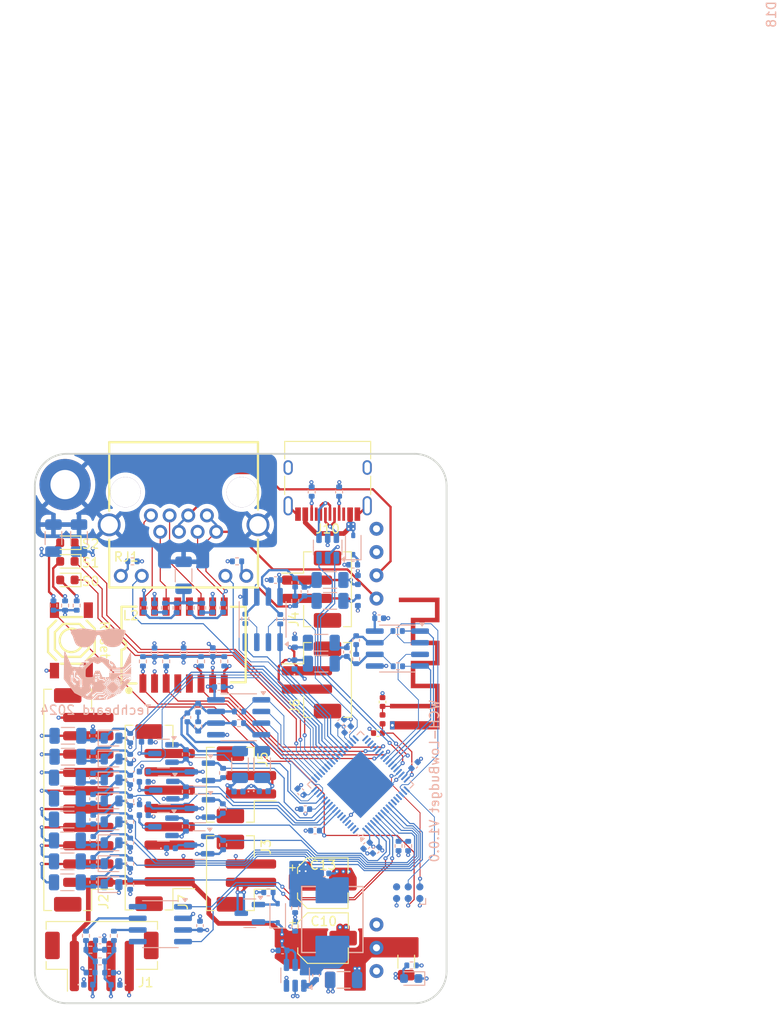
<source format=kicad_pcb>
(kicad_pcb (version 20240108) (generator "pcbnew") (generator_version "8.0")
  (layers (0 "F.Cu" signal) (1 "In1.Cu" signal) (2 "In2.Cu" signal) (31 "B.Cu" signal) (34 "B.Paste" user) (35 "F.Paste" user) (36 "B.SilkS" user "B.Silkscreen") (37 "F.SilkS" user "F.Silkscreen") (38 "B.Mask" user) (39 "F.Mask" user) (44 "Edge.Cuts" user))
  (net 0 "")
  (net 1 "GND")
  (net 2 "+3.3V")
  (net 3 "Net-(C3-Pad2)")
  (net 4 "Net-(D1-A2)")
  (net 5 "Net-(D2-A2)")
  (net 6 "Net-(IC1-CB)")
  (net 7 "Net-(IC1-SW)")
  (net 8 "RS485_00_B")
  (net 9 "Net-(C17-Pad2)")
  (net 10 "RS485_02_B")
  (net 11 "Net-(C18-Pad2)")
  (net 12 "RS485_01_B")
  (net 13 "Net-(C20-Pad2)")
  (net 14 "NRST")
  (net 15 "DIN_00")
  (net 16 "DIN_01")
  (net 17 "DIN_02")
  (net 18 "DIN_03")
  (net 19 "DIN_04")
  (net 20 "DIN_05")
  (net 21 "DIN_06")
  (net 22 "DIN_07")
  (net 23 "Net-(L2-RXCT)")
  (net 24 "Net-(C33-Pad2)")
  (net 25 "Net-(L2-TXCT)")
  (net 26 "Net-(C34-Pad2)")
  (net 27 "Net-(C36-Pad1)")
  (net 28 "Net-(C36-Pad2)")
  (net 29 "Net-(C37-Pad1)")
  (net 30 "Net-(C37-Pad2)")
  (net 31 "Net-(D5-A)")
  (net 32 "Net-(D6-A)")
  (net 33 "StatLED00")
  (net 34 "Net-(D19-A)")
  (net 35 "StatLED01")
  (net 36 "Net-(D26-A)")
  (net 37 "StatLED02")
  (net 38 "Net-(D27-A)")
  (net 39 "Net-(IC1-FB)")
  (net 45 "EthStatLEDR")
  (net 46 "EthStatLEDL")
  (net 47 "RS485_01_DI")
  (net 48 "RS485_01_RO")
  (net 49 "RS485_02_DI")
  (net 50 "RS485_02_RO")
  (net 52 "ETH_RXP")
  (net 53 "ETH_RXN")
  (net 54 "ETH_TXP")
  (net 55 "ETH_TXN")
  (net 56 "RS485_00_DI")
  (net 57 "RS485_00_RO")
  (net 58 "CAN0_RX")
  (net 59 "CAN0_TX")
  (net 60 "SWD")
  (net 61 "Ant")
  (net 62 "Vinta")
  (net 63 "SWCLK")
  (net 65 "Net-(IC2-BOOT0)")
  (net 66 "VCC")
  (net 67 "Net-(J2-Pin_2)")
  (net 68 "Net-(J2-Pin_3)")
  (net 69 "Net-(J2-Pin_4)")
  (net 70 "Net-(J2-Pin_5)")
  (net 71 "Net-(J2-Pin_6)")
  (net 72 "Net-(J2-Pin_7)")
  (net 73 "Net-(J2-Pin_8)")
  (net 74 "Net-(J2-Pin_9)")
  (net 75 "Net-(D7-A2)")
  (net 76 "Net-(D9-A2)")
  (net 77 "Net-(D8-A2)")
  (net 78 "Net-(D10-A2)")
  (net 79 "Net-(D11-A2)")
  (net 80 "Net-(D12-A2)")
  (net 81 "Net-(D20-A2)")
  (net 82 "Net-(D21-A2)")
  (net 83 "Net-(D22-A2)")
  (net 84 "Net-(D23-A2)")
  (net 85 "Net-(D24-A2)")
  (net 86 "Net-(D25-A2)")
  (net 88 "Net-(L2-RX-)")
  (net 89 "Net-(L2-RX+)")
  (net 90 "Net-(L2-TX-)")
  (net 91 "Net-(L2-TX+)")
  (net 92 "Dout_00")
  (net 93 "Dout_01")
  (net 94 "Dout_02")
  (net 95 "Dout_03")
  (net 96 "Dout_04")
  (net 97 "Dout_05")
  (net 98 "Net-(U1-CANH)")
  (net 99 "Net-(U1-CANL)")
  (net 100 "RS485_00_A")
  (net 101 "RS485_02_A")
  (net 102 "RS485_01_A")
  (net 103 "Earth")
  (net 104 "Net-(C35-Pad1)")
  (net 105 "Net-(RJ1-L+)")
  (net 106 "Net-(RJ1-R-)")
  (net 109 "VBUS")
  (net 110 "Net-(D28-A)")
  (net 111 "Net-(J10-CC1)")
  (net 112 "Net-(J10-D+-PadA6)")
  (net 113 "Net-(J10-D--PadA7)")
  (net 115 "Net-(J10-CC2)")
  (net 117 "USB1DN")
  (net 118 "USB1DP")
  (net 120 "Net-(J3-Pin_1)")
  (net 121 "RS485_00_DE")
  (net 122 "RS485_00_RE")
  (net 123 "RS485_02_DE")
  (net 124 "RS485_02_RE")
  (net 125 "RS485_01_RE")
  (net 126 "RS485_01_DE")
  (net 134 "Net-(AE1-A)")
  (footprint "Connector_JST:JST_PH_B10B-PH-SM4-TB_1x10-1MP_P2.00mm_Vertical" (layer "F.Cu") (at 79.002 109.872 90)
    (property "Reference" "J2")
    (property "Value" "Conn_01x10_Pin")
  )
  (footprint "Connector_JST:JST_PH_B2B-PH-SM4-TB_1x02-1MP_P2.00mm_Vertical" (layer "F.Cu") (at 103.894 96.774 -90)
    (property "Reference" "J6")
    (property "Value" "Conn_01x02_Socket")
  )
  (footprint "LED_SMD:LED_0603_1608Metric" (layer "F.Cu") (at 77.216 83.82 180)
    (property "Reference" "D26" (hide yes))
    (property "Value" "Stat2")
  )
  (footprint "Inductor_SMD:L_0402_1005Metric" (layer "F.Cu") (at 111.66 101.08 -90)
    (property "Reference" "L4" (hide yes))
    (property "Value" "1n8")
  )
  (footprint "Connector_USB:USB_C_Receptacle_HRO_TYPE-C-31-M-12" (layer "F.Cu") (at 105.664 74.624 180)
    (property "Reference" "J10")
    (property "Value" "USB_C_Receptacle_USB2.0")
  )
  (footprint "MountingHole:MountingHole_3.2mm_M3" (layer "F.Cu") (at 96.16 128.08)
    (property "Reference" "H3" (hide yes))
    (property "Value" "MountingHole")
  )
  (footprint "LCSC:B1608S" (layer "F.Cu") (at 89.916 92.964)
    (property "Reference" "L2")
    (property "Value" "B1608S")
  )
  (footprint "LED_SMD:LED_0603_1608Metric" (layer "F.Cu") (at 77.216 85.852 180)
    (property "Reference" "D19" (hide yes))
    (property "Value" "Stat1")
  )
  (footprint "MountingHole:MountingHole_3.2mm_M3" (layer "F.Cu") (at 115.062 75.692)
    (property "Reference" "H2" (hide yes))
    (property "Value" "MountingHole")
  )
  (footprint "Connector_JST:JST_PH_B8B-PH-SM4-TB_1x08-1MP_P2.00mm_Vertical" (layer "F.Cu") (at 87.892 111.808 90)
    (property "Reference" "J7")
    (property "Value" "Conn_01x08_Socket")
  )
  (footprint "MountingHole:MountingHole_3.2mm_M3_DIN965_Pad_TopBottom" (layer "F.Cu") (at 76.962 75.438)
    (property "Reference" "H1" (hide yes))
    (property "Value" "MountingHole_Pad")
  )
  (footprint "Capacitor_SMD:C_1206_3216Metric" (layer "F.Cu") (at 114.25 127.54 -90)
    (property "Reference" "C43" (hide yes))
    (property "Value" "10u")
  )
  (footprint "Capacitor_SMD:CP_Elec_5x5.4" (layer "F.Cu") (at 105.156 124.968)
    (property "Reference" "C10")
    (property "Value" "22u")
  )
  (footprint "Connector_JST:JST_PH_B2B-PH-SM4-TB_1x02-1MP_P2.00mm_Vertical" (layer "F.Cu") (at 96.782 117.872 90)
    (property "Reference" "J3")
    (property "Value" "Conn_01x02_Pin")
  )
  (footprint "Capacitor_SMD:C_0402_1005Metric" (layer "F.Cu") (at 111.66 99.18 90)
    (property "Reference" "C42" (hide yes))
    (property "Value" "1p8")
  )
  (footprint "RF_Antenna:Texas_SWRA117D_2.4GHz_Left" (layer "F.Cu") (at 112.735 99.63 -90)
    (property "Reference" "AE1" (hide yes))
    (property "Value" "Antenna_Shield")
  )
  (footprint "LED_SMD:LED_0603_1608Metric" (layer "F.Cu") (at 77.216 81.788 180)
    (property "Reference" "D27" (hide yes))
    (property "Value" "Stat3")
  )
  (footprint "Capacitor_SMD:C_0402_1005Metric" (layer "F.Cu") (at 111.16 102.58 180)
    (property "Reference" "C45" (hide yes))
    (property "Value" "1p8")
  )
  (footprint "LCSC:RJ45-TH_R-RJ45R08P-C000" (layer "F.Cu") (at 89.916 82.105 180)
    (property "Reference" "RJ1")
    (property "Value" "R-RJ45R08P-C000")
  )
  (footprint "Capacitor_SMD:CP_Elec_5x5.4" (layer "F.Cu") (at 105.13 118.97)
    (property "Reference" "C13")
    (property "Value" "22u")
  )
  (footprint "Techbeard:RT9400" (layer "F.Cu") (at 110.998 80.264 -90)
    (property "Reference" "U6" (hide yes))
    (property "Value" "RT9400")
  )
  (footprint "Connector_JST:JST_PH_B2B-PH-SM4-TB_1x02-1MP_P2.00mm_Vertical" (layer "F.Cu") (at 103.894 86.868 -90)
    (property "Reference" "J4")
    (property "Value" "Conn_01x02_Socket")
  )
  (footprint "Connector_JST:JST_PH_B2B-PH-SM4-TB_1x02-1MP_P2.00mm_Vertical" (layer "F.Cu") (at 96.782 108.22 90)
    (property "Reference" "J5")
    (property "Value" "Conn_01x02_Socket")
  )
  (footprint "Capacitor_SMD:C_1206_3216Metric" (layer "F.Cu") (at 107.4 129.53 180)
    (property "Reference" "C44" (hide yes))
    (property "Value" "10u")
  )
  (footprint "LCSC:SW-SMD_4P-L5.1-W5.1-P3.70-LS6.5-TL-2" (layer "F.Cu") (at 77.652 92.454 90)
    (property "Reference" "SW1" (hide yes))
    (property "Value" "SW_Push")
  )
  (footprint "Connector_JST:JST_PH_B4B-PH-SM4-TB_1x04-1MP_P2.00mm_Vertical" (layer "F.Cu") (at 80.978 127.516)
    (property "Reference" "J1")
    (property "Value" "Conn_01x04_Female")
  )
  (footprint "Capacitor_SMD:C_0402_1005Metric" (layer "B.Cu") (at 107.85 102.18 45)
    (property "Reference" "C21" (hide yes))
    (property "Value" "100n")
  )
  (footprint "Resistor_SMD:R_1206_3216Metric" (layer "B.Cu") (at 77.216 116.588)
    (property "Reference" "R8" (hide yes))
    (property "Value" "4k7")
  )
  (footprint "Diode_SMD:D_SOD-323" (layer "B.Cu") (at 100.20525 122.25 90)
    (property "Reference" "D5" (hide yes))
    (property "Value" "15V")
  )
  (footprint "Capacitor_SMD:C_0402_1005Metric" (layer "B.Cu") (at 89.92 93.75 -90)
    (property "Reference" "C38" (hide yes))
    (property "Value" "100n")
  )
  (footprint "Capacitor_SMD:C_0402_1005Metric" (layer "B.Cu") (at 99.96 85.86 180)
    (property "Reference" "C15" (hide yes))
    (property "Value" "100n")
  )
  (footprint "Package_TO_SOT_SMD:SOT-23" (layer "B.Cu") (at 91.6155 114.808 180)
    (property "Reference" "Q2" (hide yes))
    (property "Value" "AO3400A")
  )
  (footprint "Capacitor_SMD:C_0402_1005Metric" (layer "B.Cu") (at 100.7364 126.3142 180)
    (property "Reference" "C9" (hide yes))
    (property "Value" "100n")
  )
  (footprint "Capacitor_SMD:C_0402_1005Metric" (layer "B.Cu") (at 108.777 92.432 -90)
    (property "Reference" "C20" (hide yes))
    (property "Value" "NC")
  )
  (footprint "Resistor_SMD:R_1206_3216Metric" (layer "B.Cu") (at 104.967 94.996 180)
    (property "Reference" "R32" (hide yes))
    (property "Value" "10")
  )
  (footprint "Capacitor_SMD:C_1206_3216Metric" (layer "B.Cu") (at 107.41 129.53 180)
    (property "Reference" "C14" (hide yes))
    (property "Value" "10u")
  )
  (footprint "Capacitor_SMD:C_0402_1005Metric" (layer "B.Cu") (at 115.16 106.08 45)
    (property "Reference" "C46" (hide yes))
    (property "Value" "1u")
  )
  (footprint "Resistor_SMD:R_0402_1005Metric" (layer "B.Cu") (at 75.692 88.646 90)
    (property "Reference" "R56" (hide yes))
    (property "Value" "4k7")
  )
  (footprint "Capacitor_SMD:C_0402_1005Metric" (layer "B.Cu") (at 93.78 97.54)
    (property "Reference" "C16" (hide yes))
    (property "Value" "100n")
  )
  (footprint "Resistor_SMD:R_0402_1005Metric" (layer "B.Cu") (at 94.2 110.81 90)
    (property "Reference" "R49" (hide yes))
    (property "Value" "4k7")
  )
  (footprint "Diode_SMD:D_0402_1005Metric" (layer "B.Cu") (at 95.9175 108.96 180)
    (property "Reference" "D8" (hide yes))
    (property "Value" "D_TVS")
  )
  (footprint "Resistor_SMD:R_1206_3216Metric" (layer "B.Cu") (at 96.08 106.01 -90)
    (property "Reference" "R25" (hide yes))
    (property "Value" "10")
  )
  (footprint "Capacitor_SMD:C_0402_1005Metric" (layer "B.Cu") (at 108.45 84.19 180)
    (property "Reference" "C41" (hide yes))
    (property "Value" "1u")
  )
  (footprint "Diode_SMD:D_0402_1005Metric" (layer "B.Cu") (at 85.57 106.78)
    (property "Reference" "D24" (hide yes))
    (property "Value" "D_TVS")
  )
  (footprint "Resistor_SMD:R_0402_1005Metric" (layer "B.Cu") (at 114.46 114.905 90)
    (property "Reference" "R57" (hide yes))
    (property "Value" "4k7")
  )
  (footprint "Package_TO_SOT_SMD:SOT-23" (layer "B.Cu") (at 87.7085 112.808 180)
    (property "Reference" "Q4" (hide yes))
    (property "Value" "AO3400A")
  )
  (footprint "Capacitor_SMD:C_0402_1005Metric" (layer "B.Cu") (at 81.78 128.74)
    (property "Reference" "C6" (hide yes))
    (property "Value" "47p")
  )
  (footprint "Capacitor_SMD:C_0402_1005Metric" (layer "B.Cu") (at 79.75 128.73 180)
    (property "Reference" "C5" (hide yes))
    (property "Value" "47p")
  )
  (footprint "Resistor_SMD:R_0402_1005Metric" (layer "B.Cu") (at 84.328 83.82 180)
    (property "Reference" "R65" (hide yes))
    (property "Value" "1k")
  )
  (footprint "Resistor_SMD:R_0402_1005Metric" (layer "B.Cu") (at 95.758 83.82)
    (property "Reference" "R61" (hide yes))
    (property "Value" "1k")
  )
  (footprint "Resistor_SMD:R_0402_1005Metric" (layer "B.Cu") (at 90.17 112.776 90)
    (property "Reference" "R48" (hide yes))
    (property "Value" "4k7")
  )
  (footprint "LED_SMD:LED_0603_1608Metric" (layer "B.Cu") (at 114.79 129.38 180)
    (property "Reference" "D6" (hide yes))
    (property "Value" "PWR")
  )
  (footprint "Resistor_SMD:R_0402_1005Metric" (layer "B.Cu") (at 96.66 90.1 90)
    (property "Reference" "R16" (hide yes))
    (property "Value" "R")
  )
  (footprint "Package_DFN_QFN:QFN-68-1EP_8x8mm_P0.4mm_EP5.2x5.2mm" (layer "B.Cu") (at 109.253025 108.190509 45)
    (property "Reference" "IC2" (hide yes))
    (property "Value" "CH32V208WBU6")
  )
  (footprint "Resistor_SMD:R_0402_1005Metric" (layer "B.Cu") (at 90.678 88.9 90)
    (property "Reference" "R64" (hide yes))
    (property "Value" "75")
  )
  (footprint "Capacitor_SMD:C_1206_3216Metric" (layer "B.Cu") (at 89.916 85.344 90)
    (property "Reference" "C35" (hide yes))
    (property "Value" "1000pF/2KV")
  )
  (footprint "Resistor_SMD:R_1206_3216Metric" (layer "B.Cu") (at 77.216 114.302)
    (property "Reference" "R10" (hide yes))
    (property "Value" "4k7")
  )
  (footprint "Capacitor_SMD:C_0402_1005Metric" (layer "B.Cu") (at 109.920589 114.869411 -135)
    (property "Reference" "C8" (hide yes))
    (property "Value" "100n")
  )
  (footprint "Package_TO_SOT_SMD:SOT-23-6" (layer "B.Cu") (at 105.664 82.296 90)
    (property "Reference" "U2" (hide yes))
    (property "Value" "WE-TVS-82400102")
  )
  (footprint "Resistor_SMD:R_1206_3216Metric" (layer "B.Cu") (at 77.2775 102.872)
    (property "Reference" "R37" (hide yes))
    (property "Value" "4k7")
  )
  (footprint "Resistor_SMD:R_0402_1005Metric" (layer "B.Cu") (at 82.296 124.716 -90)
    (property "Reference" "R2" (hide yes))
    (property "Value" "0")
  )
  (footprint "Resistor_SMD:R_0402_1005Metric" (layer "B.Cu") (at 84.074 103.124 -90)
    (property "Reference" "R45" (hide yes))
    (property "Value" "47k")
  )
  (footprint "Capacitor_SMD:C_0402_1005Metric" (layer "B.Cu") (at 102.71 108.98 135)
    (property "Reference" "C4" (hide yes))
    (property "Value" "100n")
  )
  (footprint "Capacitor_SMD:C_0402_1005Metric" (layer "B.Cu") (at 80.04 116.65 90)
    (property "Reference" "C25" (hide yes))
    (property "Value" "100n")
  )
  (footprint "Diode_SMD:D_MicroMELF" (layer "B.Cu") (at 82.042 119.128)
    (property "Reference" "D3" (hide yes))
    (property "Value" "3V3")
  )
  (footprint "Diode_SMD:D_MicroMELF" (layer "B.Cu") (at 82.042 112.27)
    (property "Reference" "D14" (hide yes))
    (property "Value" "3V3")
  )
  (footprint "Resistor_SMD:R_0402_1005Metric" (layer "B.Cu") (at 102.108 123.7 90)
    (property "Reference" "R13" (hide yes))
    (property "Value" "10k")
  )
  (footprint "Capacitor_SMD:C_0402_1005Metric" (layer "B.Cu") (at 80.03 105.13 90)
    (property "Reference" "C30" (hide yes))
    (property "Value" "100n")
  )
  (footprint "Capacitor_SMD:C_0402_1005Metric" (layer "B.Cu") (at 107.11 101.4 45)
    (property "Reference" "C22" (hide yes))
    (property "Value" "100n")
  )
  (footprint "Resistor_SMD:R_0402_1005Metric" (layer "B.Cu") (at 84.074 107.698 -90)
    (property "Reference" "R43" (hide yes))
    (property "Value" "47k")
  )
  (footprint "Capacitor_SMD:C_0402_1005Metric" (layer "B.Cu") (at 85.598 88.9 -90)
    (property "Reference" "C36" (hide yes))
    (property "Value" "100n")
  )
  (footprint "Resistor_SMD:R_0402_1005Metric" (layer "B.Cu") (at 100.48 90.14 90)
    (property "Reference" "R15" (hide yes))
    (property "Value" "R")
  )
  (footprint "Resistor_SMD:R_0402_1005Metric" (layer "B.Cu") (at 84.074 114.556 -90)
    (property "Reference" "R40" (hide yes))
    (property "Value" "47k")
  )
  (footprint "Capacitor_SMD:C_1206_3216Metric" (layer "B.Cu") (at 78.486 81.28 -90)
    (property "Reference" "R59" (hide yes))
    (property "Value" "0")
  )
  (footprint "Resistor_SMD:R_0402_1005Metric" (layer "B.Cu") (at 113.31 91.43 180)
    (property "Reference" "R27" (hide yes))
    (property "Value" "R")
  )
  (footprint "Resistor_SMD:R_0402_1005Metric" (layer "B.Cu") (at 90.17 104.902 90)
    (property "Reference" "R52" (hide yes))
    (property "Value" "4k7")
  )
  (footprint "Package_SO:SOIC-8_3.9x4.9mm_P1.27mm" (layer "B.Cu") (at 87.376 123.444 180)
    (property "Reference" "U1" (hide yes))
    (property "Value" "TCAN330")
  )
  (footprint "Resistor_SMD:R_0402_1005Metric" (layer "B.Cu") (at 114.82419 127.95 180)
    (property "Reference" "R14" (hide yes))
    (property "Value" "4k7")
  )
  (footprint "Capacitor_SMD:C_0402_1005Metric" (layer "B.Cu") (at 91.71 123.6 90)
    (property "Reference" "C1" (hide yes))
    (property "Value" "100n")
  )
  (footprint "Package_TO_SOT_SMD:SOT-23" (layer "B.Cu") (at 91.694 110.808 180)
    (property "Reference" "Q6" (hide yes))
    (property "Value" "AO3400A")
  )
  (footprint "Diode_SMD:D_0402_1005Metric" (layer "B.Cu") (at 82.47 130.07 180)
    (property "Reference" "D2" (hide yes))
    (property "Value" "D_TVS")
  )
  (footprint "Resistor_SMD:R_0402_1005Metric" (layer "B.Cu") (at 90.17 108.964 90)
    (property "Reference" "R50" (hide yes))
    (property "Value" "4k7")
  )
  (footprint "Package_TO_SOT_SMD:SOT-23-6" (layer "B.Cu") (at 102.108 129.032 90)
    (property "Reference" "IC1" (hide yes))
    (property "Value" "RY8310")
  )
  (footprint "Resistor_SMD:R_0402_1005Metric" (layer "B.Cu") (at 91.821 94.742 -90)
    (property "Reference" "R68" (hide yes))
    (property "Value" "49R9")
  )
  (footprint "Resistor_SMD:R_0402_1005Metric" (layer "B.Cu") (at 78.232 88.646 90)
    (property "Reference" "R47" (hide yes))
    (property "Value" "4k7")
  )
  (footprint "Resistor_SMD:R_0402_1005Metric" (layer "B.Cu") (at 84.074 116.842 -90)
    (property "Reference" "R39" (hide yes))
    (property "Value" "47k")
  )
  (footprint "Capacitor_SMD:C_0402_1005Metric" (layer "B.Cu") (at 80.02 109.76 90)
    (property "Reference" "C28" (hide yes))
    (property "Value" "100n")
  )
  (footprint "Resistor_SMD:R_0402_1005Metric" (layer "B.Cu") (at 81.786 126.238)
    (property "Reference" "R6" (hide yes))
    (property "Value" "R")
  )
  (footprint "Diode_SMD:D_0402_1005Metric" (layer "B.Cu") (at 102.07 92.72 -90)
    (property "Reference" "D11" (hide yes))
    (property "Value" "D_TVS")
  )
  (footprint "Resistor_SMD:R_0402_1005Metric" (layer "B.Cu") (at 88.011 94.742 -90)
    (property "Reference" "R67" (hide yes))
    (property "Value" "49R9")
  )
  (footprint "Connector:Tag-Connect_TC2030-IDC-NL_2x03_P1.27mm_Vertical" (layer "B.Cu") (at 114.465 120.005 180)
    (property "Reference" "J9" (hide yes))
    (property "Value" "Conn_02x03_Odd_Even")
  )
  (footprint "Resistor_SMD:R_1206_3216Metric" (layer "B.Cu") (at 98.5 106.01 -90)
    (property "Reference" "R26" (hide yes))
    (property "Value" "10")
  )
  (footprint "Diode_SMD:D_0402_1005Metric" (layer "B.Cu") (at 85.8025 103.52 180)
    (property "Reference" "D25" (hide yes))
    (property "Value" "D_TVS")
  )
  (footprint "Resistor_SMD:R_0402_1005Metric" (layer "B.Cu") (at 84.074 105.41 -90)
    (property "Reference" "R44" (hide yes))
    (property "Value" "47k")
  )
  (footprint "Capacitor_SMD:C_0402_1005Metric" (layer "B.Cu") (at 80.05 114.35 90)
    (property "Reference" "C26" (hide yes))
    (property "Value" "100n")
  )
  (footprint "Package_TO_SOT_SMD:SOT-23" (layer "B.Cu") (at 97.15725 122.25 180)
    (property "Reference" "Q1" (hide yes))
    (property "Value" "AO3401A")
  )
  (footprint "Resistor_SMD:R_0402_1005Metric" (layer "B.Cu") (at 108.777 94.49 90)
    (property "Reference" "R29" (hide yes))
    (property "Value" "NC")
  )
  (footprint "Capacitor_SMD:C_0402_1005Metric" (layer "B.Cu") (at 103.21 110.88 180)
    (property "Reference" "C2" (hide yes))
    (property "Value" "100n")
  )
  (footprint "Resistor_SMD:R_1206_3216Metric" (layer "B.Cu") (at 105.918 88.138)
    (property "Reference" "R24" (hide yes))
    (property "Value" "10")
  )
  (footprint "Resistor_SMD:R_0402_1005Metric" (layer "B.Cu") (at 94.234 114.806 90)
    (property "Reference" "R46" (hide yes))
    (property "Value" "4k7")
  )
  (footprint "Capacitor_SMD:C_0402_1005Metric" (layer "B.Cu") (at 80.01 107.45 90)
    (property "Reference" "C29" (hide yes))
    (property "Value" "100n")
  )
  (footprint "Resistor_SMD:R_0402_1005Metric" (layer "B.Cu") (at 113.335 95.28 180)
    (property "Reference" "R3" (hide yes))
    (property "Value" "R")
  )
  (footprint "Capacitor_SMD:C_0402_1005Metric" (layer "B.Cu") (at 104.394 129.032 90)
    (property "Reference" "C11" (hide yes))
    (property "Value" "100n")
  )
  (footprint "Package_TO_SOT_SMD:SOT-23" (layer "B.Cu") (at 91.694 106.808 180)
    (property "Reference" "Q8" (hide yes))
    (property "Value" "AO3400A")
  )
  (footprint "Resistor_SMD:R_1206_3216Metric" (layer "B.Cu") (at 77.216 107.444)
    (property "Reference" "R35" (hide yes))
    (property "Value" "4k7")
  )
  (footprint "Capacitor_SMD:C_0402_1005Metric" (layer "B.Cu") (at 105.31 117.9)
    (property "Reference" "C12" (hide yes))
    (property "Value" "100n")
  )
  (footprint "Resistor_SMD:R_0402_1005Metric" (layer "B.Cu") (at 87.884 88.898 90)
    (property "Reference" "R62" (hide yes))
    (property "Value" "75")
  )
  (footprint "Capacitor_SMD:C_0402_1005Metric" (layer "B.Cu") (at 107.761 93.726 -90)
    (property "Reference" "R30" (hide yes))
    (property "Value" "120")
  )
  (footprint "Capacitor_SMD:C_0402_1005Metric" (layer "B.Cu") (at 94.234 88.9 -90)
    (property "Reference" "C37" (hide yes))
    (property "Value" "100n")
  )
  (footprint "Capacitor_SMD:C_0402_1005Metric" (layer "B.Cu") (at 102.108 86.134 -90)
    (property "Reference" "C17" (hide yes))
    (property "Value" "NC")
  )
  (footprint "Resistor_SMD:R_0402_1005Metric" (layer "B.Cu") (at 99.18925 119.964 180)
    (property "Reference" "R11" (hide yes))
    (property "Value" "100k")
  )
  (footprint "Resistor_SMD:R_1206_3216Metric" (layer "B.Cu") (at 77.2775 105.158)
    (property "Reference" "R36" (hide yes))
    (property "Value" "4k7")
  )
  (footprint "Capacitor_SMD:C_0402_1005Metric" (layer "B.Cu") (at 93.11 93.74 -90)
    (property "Reference" "C39" (hide yes))
    (property "Value" "100n")
  )
  (footprint "Capacitor_SMD:C_0402_1005Metric" (layer "B.Cu") (at 104.285 113.23 180)
    (property "Reference" "C23" (hide yes))
    (property "Value" "100n")
  )
  (footprint "Resistor_SMD:R_1206_3216Metric" (layer "B.Cu") (at 104.967 92.71 180)
    (property "Reference" "R31" (hide yes))
    (property "Value" "10")
  )
  (footprint "Resistor_SMD:R_0402_1005Metric" (layer "B.Cu") (at 95.985 100.215 180)
    (property "Reference" "R17" (hide yes))
    (property "Value" "R")
  )
  (footprint "Package_SO:SOIC-8_3.9x4.9mm_P1.27mm" (layer "B.Cu") (at 98.552 90.17 90)
    (property "Reference" "U3" (hide yes))
    (property "Value" "MAX3485")
  )
  (footprint "Techbeard:L_0630" (layer "B.Cu") (at 106.172 122.936 90)
    (property "Reference" "L3" (hide yes))
    (property "Value" "4.7u")
  )
  (footprint "Resistor_SMD:R_0402_1005Metric" (layer "B.Cu") (at 103.914 76.2 -90)
    (property "Reference" "R71" (hide yes))
    (property "Value" "5k1")
  )
  (footprint "Capacitor_SMD:C_0402_1005Metric" (layer "B.Cu") (at 93.091 88.902 -90)
    (property "Reference" "C33" (hide yes))
    (property "Value" "100n")
  )
  (footprint "Resistor_SMD:R_1206_3216Metric" (layer "B.Cu") (at 77.216 109.73)
    (property "Reference" "R34" (hide yes))
    (property "Value" "4k7")
  )
  (footprint "Capacitor_SMD:C_0402_1005Metric" (layer "B.Cu") (at 80.04 118.85 90)
    (property "Reference" "C24" (hide yes))
    (property "Value" "100n")
  )
  (footprint "Capacitor_SMD:C_0402_1005Metric" (layer "B.Cu") (at 103.124 87.122 -90)
    (property "Reference" "R21" (hide yes))
    (property "Value" "120")
  )
  (footprint "Resistor_SMD:R_0402_1005Metric" (layer "B.Cu") (at 76.962 88.646 90)
    (property "Reference" "R55" (hide yes))
    (property "Value" "4k7")
  )
  (footprint "Resistor_SMD:R_0402_1005Metric" (layer "B.Cu") (at 113.41 114.905 -90)
    (property "Reference" "R58" (hide yes))
    (property "Value" "4k7")
  )
  (footprint "Resistor_SMD:R_0402_1005Metric" (layer "B.Cu") (at 79.248 124.716 -90)
    (property "Reference" "R1" (hide yes))
    (property "Value" "0")
  )
  (footprint "Capacitor_SMD:C_0402_1005Metric" (layer "B.Cu") (at 111.29 90.03)
    (property "Reference" "C19" (hide yes))
    (property "Value" "100n")
  )
  (footprint "Capacitor_SMD:C_0402_1005Metric" (layer "B.Cu") (at 86.74 93.76 -90)
    (property "Reference" "C40" (hide yes))
    (property "Value" "100n")
  )
  (footprint "Diode_SMD:D_MicroMELF" (layer "B.Cu") (at 82.042 107.698)
    (property "Reference" "D16" (hide yes))
    (property "Value" "3V3")
  )
  (footprint "Capacitor_SMD:C_1206_3216Metric" (layer "B.Cu") (at 75.692 81.28 -90)
    (property "Reference" "C32" (hide yes))
    (property "Value" "1000pF/2KV")
  )
  (footprint "Capacitor_SMD:C_0402_1005Metric" (layer "B.Cu") (at 86.741 88.902 -90)
    (property "Reference" "C34" (hide yes))
    (property "Value" "100n")
  )
  (footprint "Package_TO_SOT_SMD:SOT-23" (layer "B.Cu") (at 87.8055 108.808 180)
    (property "Reference" "Q7" (hide yes))
    (property "Value" "AO3400A")
  )
  (footprint "Diode_SMD:D_0402_1005Metric" (layer "B.Cu") (at 102.03 95.09 90)
    (property "Reference" "D12" (hide yes))
    (property "Value" "D_TVS")
  )
  (footprint "Capacitor_SMD:C_0402_1005Metric" (layer "B.Cu") (at 80.772 125.222 180)
    (property "Reference" "C3" (hide yes))
    (property "Value" "C")
  )
  (footprint "Resistor_SMD:R_1206_3216Metric" (layer "B.Cu") (at 105.918 85.852)
    (property "Reference" "R23" (hide yes))
    (property "Value" "10")
  )
  (footprint "Capacitor_SMD:C_0402_1005Metric" (layer "B.Cu") (at 90.33 100.86 -90)
    (property "Reference" "R22" (hide yes))
    (property "Value" "120")
  )
  (footprint "Resistor_SMD:R_0402_1005Metric" (layer "B.Cu") (at 89.154 88.9 90)
    (property "Reference" "R63" (hide yes))
    (property "Value" "75")
  )
  (footprint "Diode_SMD:D_0402_1005Metric" (layer "B.Cu") (at 85.57 111.54 180)
    (property "Reference" "D21" (hide yes))
    (property "Value" "D_TVS")
  )
  (footprint "Resistor_SMD:R_0402_1005Metric" (layer "B.Cu") (at 79.754 126.238)
    (property "Reference" "R5" (hide yes))
    (property "Value" "R")
  )
  (footprint "Capacitor_SMD:C_0402_1005Metric" (layer "B.Cu") (at 110.94 115.37 -135)
    (property "Reference" "C7" (hide yes))
    (property "Value" "100n")
  )
  (footprint "Diode_SMD:D_MicroMELF" (layer "B.Cu") (at 82.042 114.556)
    (property "Reference" "D13" (hide yes))
    (property "Value" "3V3")
  )
  (footprint "Diode_SMD:D_0402_1005Metric" (layer "B.Cu") (at 79.502 130.048)
    (property "Reference" "D1" (hide yes))
    (property "Value" "D_TVS")
  )
  (footprint "Resistor_SMD:R_0402_1005Metric" (layer "B.Cu") (at 102.108 121.668 90)
    (property "Reference" "R12" (hide yes))
    (property "Value" "31.25 k")
  )
  (footprint "Package_TO_SOT_SMD:SOT-23" (layer "B.Cu") (at 87.7085 104.808 180)
    (property "Reference" "Q9" (hide yes))
    (property "Value" "AO3400A")
  )
  (footprint "Diode_SMD:D_MicroMELF" (layer "B.Cu") (at 82.042 109.984)
    (property "Reference" "D15" (hide yes))
    (property "Value" "3V3")
  )
  (footprint "Diode_SMD:D_0402_1005Metric" (layer "B.Cu") (at 85.59 110.36)
    (property "Reference" "D22" (hide yes))
    (property "Value" "D_TVS")
  )
  (footprint "Resistor_SMD:R_0402_1005Metric" (layer "B.Cu") (at 84.074 119.128 -90)
    (property "Reference" "R38" (hide yes))
    (property "Value" "47k")
  )
  (footprint "Diode_SMD:D_0402_1005Metric" (layer "B.Cu") (at 88.53 115.15)
    (property "Reference" "D20" (hide yes))
    (property "Value" "D_TVS")
  )
  (footprint "Resistor_SMD:R_0402_1005Metric" (layer "B.Cu") (at 95.96 101.49 180)
    (property "Reference" "Rê1" (hide yes))
    (property "Value" "R")
  )
  (footprint "Resistor_SMD:R_0402_1005Metric" (layer "B.Cu") (at 84.074 109.984 -90)
    (property "Reference" "R42" (hide yes))
    (property "Value" "47k")
  )
  (footprint "Resistor_SMD:R_0402_1005Metric" (layer "B.Cu") (at 91.948 88.9 90)
    (property "Reference" "R60" (hide yes))
    (property "Value" "75")
  )
  (footprint "Diode_SMD:D_MicroMELF" (layer "B.Cu") (at 82.042 103.124)
    (property "Reference" "D18")
    (property "Value" "3V3")
  )
  (footprint "Resistor_SMD:R_0402_1005Metric" (layer "B.Cu") (at 85.471 94.742 -90)
    (property "Reference" "R66" (hide yes))
    (property "Value" "49R9")
  )
  (footprint "Resistor_SMD:R_0402_1005Metric" (layer "B.Cu") (at 94.234 106.932 90)
    (property "Reference" "R51" (hide yes))
    (property "Value" "4k7")
  )
  (footprint "Capacitor_SMD:C_0402_1005Metric" (layer "B.Cu") (at 80.04 112.02 90)
    (property "Reference" "C27" (hide yes))
    (property "Value" "100n")
  )
  (footprint "Resistor_SMD:R_0402_1005Metric" (layer "B.Cu") (at 91.51 101.85 90)
    (property "Reference" "R20" (hide yes))
    (property "Value" "NC")
  )
  (footprint "Package_SO:SOIC-8_3.9x4.9mm_P1.27mm" (layer "B.Cu") (at 95.935 100.85 180)
    (property "Reference" "U4" (hide yes))
    (property "Value" "MAX3485")
  )
  (footprint "Capacitor_SMD:C_0402_1005Metric" (layer "B.Cu") (at 80.01 102.87 90)
    (property "Reference" "C31" (hide yes))
    (property "Value" "100n")
  )
  (footprint "Capacitor_SMD:C_0402_1005Metric" (layer "B.Cu") (at 91.5 99.81 -90)
    (property "Reference" "C18" (hide yes))
    (property "Value" "NC")
  )
  (footprint "Diode_SMD:D_MicroMELF" (layer "B.Cu") (at 82.042 105.41)
    (property "Reference" "D17" (hide yes))
    (property "Value" "3V3")
  )
  (footprint "Resistor_SMD:R_0402_1005Metric" (layer "B.Cu") (at 84.074 112.27 -90)
    (property "Reference" "R41" (hide yes))
    (property "Value" "47k")
  )
  (footprint "Diode_SMD:D_0402_1005Metric" (layer "B.Cu") (at 108.966 85.852 -90)
    (property "Reference" "D7" (hide yes))
    (property "Value" "D_TVS")
  )
  (footprint "Package_SO:SOIC-8_3.9x4.9mm_P1.27mm" (layer "B.Cu") (at 113.284 93.345 180)
    (property "Reference" "U5" (hide yes))
    (property "Value" "MAX3485")
  )
  (footprint "Resistor_SMD:R_0402_1005Metric" (layer "B.Cu") (at 106.914 76.2 -90)
    (property "Reference" "R70" (hide yes))
    (property "Value" "5k1")
  )
  (footprint "Resistor_SMD:R_0402_1005Metric" (layer "B.Cu") (at 80.772 127.508)
    (property "Reference" "R9" (hide yes))
    (property "Value" "120")
  )
  (footprint "Diode_SMD:D_SOD-323" (layer "B.Cu") (at 108.458 82.042 90)
    (property "Reference" "D28" (hide yes))
    (property "Value" "D_Schottky")
  )
  (footprint "Resistor_SMD:R_0402_1005Metric" (layer "B.Cu") (at 94.361 94.742 -90)
    (property "Reference" "R69" (hide yes))
    (property "Value" "49R9")
  )
  (footprint "Diode_SMD:D_0402_1005Metric" (layer "B.Cu") (at 98.67 108.92)
    (property "Reference" "D10" (hide yes))
    (property "Value" "D_TVS")
  )
  (footprint "Resistor_SMD:R_1206_3216Metric" (layer "B.Cu") (at 77.216 118.874)
    (property "Reference" "R7" (hide yes))
    (property "Value" "4k7")
  )
  (footprint "Diode_SMD:D_MicroMELF" (layer "B.Cu") (at 82.042 116.842)
    (property "Reference" "D4" (hide yes))
    (property "Value" "3V3")
  )
  (footprint "Diode_SMD:D_0402_1005Metric" (layer "B.Cu") (at 85.57 107.9 180)
    (property "Reference" "D23" (hide yes))
    (property "Value" "D_TVS")
  )
  (footprint "Resistor_SMD:R_1206_3216Metric" (layer "B.Cu") (at 77.216 112.016)
    (property "Reference" "R33" (hide yes))
    (property "Value" "4k7")
  )
  (footprint "Diode_SMD:D_0402_1005Metric" (layer "B.Cu") (at 108.966 88.17 90)
    (property "Reference" "D9" (hide yes))
    (property "Value" "D_TVS")
  )
  (footprint "Resistor_SMD:R_0402_1005Metric" (layer "B.Cu") (at 102.108 88.134 90)
    (property "Reference" "R19" (hide yes))
    (property "Value" "NC")
  )
  (gr_poly (pts (xy 77.718511 96.290938) (xy 77.721598 96.29123) (xy 77.724672 96.291752) (xy 77.727718 96.292499) (xy 77.730724 96.293465) (xy 77.733678 96.294644) (xy 77.736568 96.296031) (xy 77.739379 96.297619) (xy 77.742101 96.299403) (xy 77.74472 96.301376) (xy 77.747223 96.303534) (xy 77.749599 96.30587) (xy 77.751834 96.308379) (xy 77.753916 96.311054) (xy 77.755833 96.31389) (xy 77.757571 96.316881) (xy 77.759118 96.320022) (xy 77.760462 96.323305) (xy 77.761589 96.326727) (xy 77.762488 96.33028) (xy 77.763146 96.333959) (xy 77.76355 96.337758) (xy 77.763687 96.341671) (xy 77.763626 96.343415) (xy 77.763444 96.34517) (xy 77.763145 96.346935) (xy 77.762731 96.348704) (xy 77.762208 96.350476) (xy 77.761577 96.352246) (xy 77.760843 96.354012) (xy 77.760008 96.355769) (xy 77.758052 96.359244) (xy 77.755734 96.362647) (xy 77.753084 96.365948) (xy 77.750128 96.369122) (xy 77.746892 96.37214) (xy 77.743405 96.374977) (xy 77.739692 96.377604) (xy 77.735782 96.379994) (xy 77.731702 96.382122) (xy 77.727478 96.383958) (xy 77.723138 96.385476) (xy 77.720932 96.386108) (xy 77.718708 96.38665) (xy 77.71433 96.387211) (xy 77.710126 96.387414) (xy 77.706103 96.387276) (xy 77.702265 96.386811) (xy 77.698617 96.386033) (xy 77.695163 96.384959) (xy 77.691909 96.383602) (xy 77.68886 96.381979) (xy 77.68602 96.380104) (xy 77.683394 96.377991) (xy 77.680987 96.375657) (xy 77.678804 96.373116) (xy 77.676849 96.370384) (xy 77.675128 96.367474) (xy 77.673646 96.364403) (xy 77.672406 96.361184) (xy 77.671415 96.357834) (xy 77.670676 96.354368) (xy 77.670196 96.350799) (xy 77.669977 96.347144) (xy 77.670027 96.343417) (xy 77.670348 96.339633) (xy 77.670947 96.335808) (xy 77.671827 96.331956) (xy 77.672995 96.328093) (xy 77.674454 96.324233) (xy 77.676209 96.320391) (xy 77.678266 96.316582) (xy 77.680629 96.312823) (xy 77.683303 96.309126) (xy 77.686293 96.305508) (xy 77.689604 96.301984) (xy 77.692145 96.29965) (xy 77.694796 96.297604) (xy 77.697547 96.295842) (xy 77.700384 96.294356) (xy 77.703294 96.293142) (xy 77.706266 96.292194) (xy 77.709286 96.291505) (xy 77.712342 96.29107) (xy 77.715421 96.290883)) (stroke (width -0.000001)) (fill solid) (layer "B.SilkS"))
  (gr_poly (pts (xy 81.767432 96.660095) (xy 81.770935 96.660715) (xy 81.774589 96.661728) (xy 81.778409 96.66314) (xy 81.782407 96.664954) (xy 81.786596 96.667177) (xy 81.79099 96.669812) (xy 81.795602 96.672865) (xy 81.805529 96.680243) (xy 81.816484 96.68935) (xy 81.828571 96.700224) (xy 81.841894 96.712904) (xy 81.856558 96.727429) (xy 81.872667 96.743837) (xy 81.885324 96.757122) (xy 81.896531 96.769247) (xy 81.906327 96.780295) (xy 81.910709 96.78544) (xy 81.914752 96.790346) (xy 81.918462 96.795024) (xy 81.921843 96.799484) (xy 81.924901 96.803734) (xy 81.92764 96.807787) (xy 81.930065 96.811652) (xy 81.932181 96.815339) (xy 81.933993 96.818859) (xy 81.935505 96.822221) (xy 81.936723 96.825435) (xy 81.937651 96.828513) (xy 81.938294 96.831463) (xy 81.938657 96.834297) (xy 81.938745 96.837025) (xy 81.938563 96.839655) (xy 81.938115 96.8422) (xy 81.937407 96.844669) (xy 81.936443 96.847071) (xy 81.935227 96.849418) (xy 81.933766 96.85172) (xy 81.932064 96.853986) (xy 81.930125 96.856227) (xy 81.927954 96.858453) (xy 81.925557 96.860674) (xy 81.922937 96.8629) (xy 81.917501 96.866926) (xy 81.914787 96.868605) (xy 81.912065 96.870057) (xy 81.909327 96.871279) (xy 81.906566 96.872266) (xy 81.903775 96.873016) (xy 81.900944 96.873525) (xy 81.898067 96.87379) (xy 81.895136 96.873807) (xy 81.892142 96.873574) (xy 81.889079 96.873086) (xy 81.885939 96.87234) (xy 81.882713 96.871333) (xy 81.879394 96.870062) (xy 81.875974 96.868523) (xy 81.872446 96.866712) (xy 81.868801 96.864627) (xy 81.861133 96.859619) (xy 81.852906 96.853471) (xy 81.844059 96.846157) (xy 81.83453 96.837649) (xy 81.824257 96.82792) (xy 81.813177 96.816944) (xy 81.80123 96.804692) (xy 81.792492 96.795245) (xy 81.784161 96.785794) (xy 81.776272 96.776397) (xy 81.768859 96.767113) (xy 81.761959 96.757999) (xy 81.755604 96.749114) (xy 81.749831 96.740516) (xy 81.744675 96.732262) (xy 81.740169 96.724412) (xy 81.73635 96.717023) (xy 81.733251 96.710153) (xy 81.730908 96.703861) (xy 81.730031 96.70095) (xy 81.729356 96.698204) (xy 81.728887 96.695633) (xy 81.728629 96.693242) (xy 81.728586 96.691039) (xy 81.728763 96.689031) (xy 81.729164 96.687225) (xy 81.729792 96.68563) (xy 81.735204 96.677854) (xy 81.740597 96.671419) (xy 81.743319 96.668716) (xy 81.746076 96.666363) (xy 81.74888 96.664365) (xy 81.751744 96.662726) (xy 81.754682 96.661452) (xy 81.757707 96.660547) (xy 81.760831 96.660016) (xy 81.764069 96.659864)) (stroke (width -0.000001)) (fill solid) (layer "B.SilkS"))
  (gr_poly (pts (xy 83.053419 97.162724) (xy 83.056544 97.163255) (xy 83.059568 97.16416) (xy 83.062506 97.165435) (xy 83.065371 97.167073) (xy 83.068175 97.169072) (xy 83.070931 97.171424) (xy 83.073653 97.174127) (xy 83.076354 97.177174) (xy 83.079046 97.180562) (xy 83.081743 97.184285) (xy 83.084458 97.188338) (xy 83.085087 97.189933) (xy 83.085487 97.191739) (xy 83.085664 97.193747) (xy 83.085621 97.19595) (xy 83.084894 97.200913) (xy 83.083342 97.206569) (xy 83.080999 97.212861) (xy 83.077901 97.219731) (xy 83.074081 97.22712) (xy 83.069576 97.234971) (xy 83.064419 97.243224) (xy 83.058646 97.251822) (xy 83.052292 97.260707) (xy 83.045391 97.269821) (xy 83.037979 97.279106) (xy 83.03009 97.288502) (xy 83.021759 97.297953) (xy 83.013021 97.307401) (xy 83.001073 97.319652) (xy 82.989994 97.330629) (xy 82.979721 97.340358) (xy 82.970192 97.348866) (xy 82.965687 97.35267) (xy 82.961345 97.35618) (xy 82.957158 97.359398) (xy 82.953118 97.362327) (xy 82.949218 97.364972) (xy 82.945449 97.367335) (xy 82.941805 97.369421) (xy 82.938276 97.371231) (xy 82.934857 97.37277) (xy 82.931538 97.374042) (xy 82.928312 97.375049) (xy 82.925171 97.375794) (xy 82.922108 97.376282) (xy 82.919115 97.376516) (xy 82.916183 97.376498) (xy 82.913306 97.376233) (xy 82.910476 97.375724) (xy 82.907684 97.374974) (xy 82.904923 97.373987) (xy 82.902185 97.372766) (xy 82.899463 97.371314) (xy 82.896749 97.369635) (xy 82.894035 97.367732) (xy 82.891313 97.365609) (xy 82.886296 97.361161) (xy 82.882186 97.356694) (xy 82.880484 97.354428) (xy 82.879023 97.352127) (xy 82.877807 97.34978) (xy 82.876843 97.347377) (xy 82.876135 97.344908) (xy 82.875687 97.342364) (xy 82.875505 97.339733) (xy 82.875593 97.337006) (xy 82.875956 97.334172) (xy 82.876599 97.331221) (xy 82.877527 97.328144) (xy 82.878745 97.324929) (xy 82.880257 97.321567) (xy 82.882069 97.318048) (xy 82.88661 97.310496) (xy 82.892407 97.302192) (xy 82.899498 97.293055) (xy 82.907923 97.283003) (xy 82.917719 97.271955) (xy 82.928927 97.25983) (xy 82.941584 97.246546) (xy 82.957693 97.230137) (xy 82.972357 97.215612) (xy 82.979179 97.209044) (xy 82.98568 97.202932) (xy 82.991871 97.197272) (xy 82.997766 97.192058) (xy 83.003379 97.187286) (xy 83.008721 97.182952) (xy 83.013807 97.179049) (xy 83.018649 97.175574) (xy 83.02326 97.172521) (xy 83.027654 97.169885) (xy 83.031843 97.167663) (xy 83.035841 97.165848) (xy 83.039661 97.164436) (xy 83.043316 97.163423) (xy 83.046818 97.162803) (xy 83.050182 97.162572)) (stroke (width -0.000001)) (fill solid) (layer "B.SilkS"))
  (gr_poly (pts (xy 82.100393 95.147563) (xy 82.103928 95.147956) (xy 82.107399 95.148568) (xy 82.110792 95.149392) (xy 82.114091 95.150427) (xy 82.117284 95.151666) (xy 82.120354 95.153105) (xy 82.123287 95.154741) (xy 82.126069 95.156569) (xy 82.128686 95.158584) (xy 82.131122 95.160782) (xy 82.133364 95.163159) (xy 82.135396 95.16571) (xy 82.137205 95.168432) (xy 82.138775 95.171319) (xy 82.140092 95.174368) (xy 82.141142 95.177573) (xy 82.14191 95.180931) (xy 82.142381 95.184438) (xy 82.142542 95.188088) (xy 82.142495 95.190064) (xy 82.142358 95.192022) (xy 82.142132 95.193958) (xy 82.141818 95.19587) (xy 82.141419 95.197755) (xy 82.140937 95.19961) (xy 82.140373 95.201432) (xy 82.13973 95.203219) (xy 82.13901 95.204966) (xy 82.138214 95.206672) (xy 82.137344 95.208333) (xy 82.136403 95.209947) (xy 82.135391 95.21151) (xy 82.134312 95.21302) (xy 82.133167 95.214474) (xy 82.131958 95.215869) (xy 82.130687 95.217202) (xy 82.129356 95.21847) (xy 82.127967 95.21967) (xy 82.126522 95.220799) (xy 82.125022 95.221855) (xy 82.123471 95.222834) (xy 82.121868 95.223733) (xy 82.120218 95.224551) (xy 82.11852 95.225283) (xy 82.116778 95.225927) (xy 82.114994 95.226479) (xy 82.113169 95.226938) (xy 82.111305 95.2273) (xy 82.109404 95.227562) (xy 82.107469 95.227722) (xy 82.1055 95.227775) (xy 82.101331 95.227668) (xy 82.097261 95.227353) (xy 82.093299 95.226838) (xy 82.089449 95.226132) (xy 82.08572 95.225244) (xy 82.082118 95.224182) (xy 82.078649 95.222956) (xy 82.075321 95.221574) (xy 82.07214 95.220045) (xy 82.069113 95.218377) (xy 82.066248 95.216579) (xy 82.063549 95.21466) (xy 82.061025 95.212628) (xy 82.058683 95.210493) (xy 82.056528 95.208263) (xy 82.054568 95.205947) (xy 82.052809 95.203553) (xy 82.051259 95.201091) (xy 82.049924 95.198568) (xy 82.048811 95.195994) (xy 82.047926 95.193378) (xy 82.047277 95.190727) (xy 82.046871 95.188051) (xy 82.046713 95.185359) (xy 82.046811 95.182659) (xy 82.047171 95.17996) (xy 82.047801 95.177271) (xy 82.048707 95.1746) (xy 82.049896 95.171956) (xy 82.051375 95.169348) (xy 82.05315 95.166785) (xy 82.055229 95.164275) (xy 82.058273 95.161437) (xy 82.061442 95.158874) (xy 82.064721 95.156582) (xy 82.068096 95.154555) (xy 82.071553 95.15279) (xy 82.075077 95.151282) (xy 82.078653 95.150027) (xy 82.082266 95.14902) (xy 82.085903 95.148258) (xy 82.089549 95.147736) (xy 82.093189 95.147448) (xy 82.096808 95.147393)) (stroke (width -0.000001)) (fill solid) (layer "B.SilkS"))
  (gr_poly (pts (xy 82.742598 97.955686) (xy 82.745761 97.956097) (xy 82.749103 97.956828) (xy 82.752637 97.957883) (xy 82.756375 97.959267) (xy 82.764516 97.96304) (xy 82.773625 97.968182) (xy 82.783804 97.974726) (xy 82.795153 97.982708) (xy 82.807774 97.992163) (xy 82.821766 98.003125) (xy 82.854271 98.029713) (xy 82.866119 98.039858) (xy 82.876874 98.049484) (xy 82.88656 98.05863) (xy 82.895199 98.067333) (xy 82.902815 98.075634) (xy 82.906246 98.079645) (xy 82.909431 98.08357) (xy 82.912371 98.087414) (xy 82.91507 98.091181) (xy 82.91753 98.094876) (xy 82.919755 98.098505) (xy 82.921748 98.102071) (xy 82.923511 98.105581) (xy 82.925047 98.109038) (xy 82.92636 98.112447) (xy 82.927451 98.115814) (xy 82.928325 98.119143) (xy 82.928983 98.122439) (xy 82.929429 98.125707) (xy 82.929666 98.128952) (xy 82.929697 98.132178) (xy 82.929524 98.135391) (xy 82.92915 98.138595) (xy 82.928579 98.141795) (xy 82.927813 98.144997) (xy 82.926855 98.148204) (xy 82.925708 98.151421) (xy 82.922743 98.158792) (xy 82.919719 98.164991) (xy 82.918148 98.167635) (xy 82.916517 98.169967) (xy 82.914812 98.171978) (xy 82.913017 98.173663) (xy 82.911117 98.175014) (xy 82.909098 98.176026) (xy 82.906944 98.17669) (xy 82.90464 98.177001) (xy 82.902172 98.176951) (xy 82.899523 98.176535) (xy 82.89668 98.175744) (xy 82.893628 98.174572) (xy 82.89035 98.173013) (xy 82.886833 98.171059) (xy 82.879019 98.165942) (xy 82.870065 98.159166) (xy 82.859852 98.150677) (xy 82.848259 98.14042) (xy 82.835166 98.128342) (xy 82.804 98.098504) (xy 82.79331 98.088097) (xy 82.783097 98.077751) (xy 82.773403 98.06753) (xy 82.764271 98.057494) (xy 82.755744 98.047706) (xy 82.747864 98.038229) (xy 82.740674 98.029124) (xy 82.734216 98.020452) (xy 82.728534 98.012277) (xy 82.723669 98.00466) (xy 82.719665 97.997663) (xy 82.716564 97.991348) (xy 82.715365 97.988466) (xy 82.714408 97.985777) (xy 82.713698 97.98329) (xy 82.713241 97.981013) (xy 82.713041 97.978952) (xy 82.713105 97.977116) (xy 82.713436 97.975513) (xy 82.714042 97.97415) (xy 82.718058 97.968234) (xy 82.722238 97.963407) (xy 82.72442 97.961412) (xy 82.726681 97.959703) (xy 82.729032 97.958284) (xy 82.731488 97.957159) (xy 82.73406 97.956332) (xy 82.73676 97.955808) (xy 82.739602 97.955592)) (stroke (width -0.000001)) (fill solid) (layer "B.SilkS"))
  (gr_poly (pts (xy 82.931599 97.797803) (xy 82.935101 97.798423) (xy 82.938756 97.799437) (xy 82.942576 97.800848) (xy 82.946574 97.802663) (xy 82.950763 97.804885) (xy 82.955157 97.807521) (xy 82.959768 97.810574) (xy 82.969696 97.817952) (xy 82.980651 97.827058) (xy 82.992737 97.837932) (xy 83.00606 97.850612) (xy 83.020724 97.865137) (xy 83.036833 97.881546) (xy 83.04949 97.89483) (xy 83.060697 97.906955) (xy 83.070494 97.918003) (xy 83.074875 97.923149) (xy 83.078919 97.928055) (xy 83.082628 97.932733) (xy 83.08601 97.937192) (xy 83.089068 97.941443) (xy 83.091807 97.945496) (xy 83.094232 97.949361) (xy 83.096348 97.953048) (xy 83.09816 97.956567) (xy 83.099672 97.959929) (xy 83.10089 97.963144) (xy 83.101818 97.966221) (xy 83.102461 97.969172) (xy 83.102824 97.972006) (xy 83.102912 97.974733) (xy 83.10273 97.977364) (xy 83.102282 97.979909) (xy 83.101574 97.982377) (xy 83.100609 97.98478) (xy 83.099394 97.987127) (xy 83.097933 97.989428) (xy 83.09623 97.991694) (xy 83.094291 97.993935) (xy 83.092121 97.996161) (xy 83.089724 97.998382) (xy 83.087104 98.000609) (xy 83.081668 98.004635) (xy 83.078954 98.006314) (xy 83.076232 98.007766) (xy 83.073494 98.008987) (xy 83.070733 98.009975) (xy 83.067941 98.010724) (xy 83.065111 98.011234) (xy 83.062234 98.011498) (xy 83.059303 98.011516) (xy 83.056309 98.011282) (xy 83.053246 98.010794) (xy 83.050105 98.010049) (xy 83.04688 98.009042) (xy 83.043561 98.007771) (xy 83.040141 98.006231) (xy 83.036613 98.004421) (xy 83.032968 98.002336) (xy 83.025299 97.997327) (xy 83.017073 97.99118) (xy 83.008225 97.983866) (xy 82.998696 97.975358) (xy 82.988423 97.965629) (xy 82.977344 97.954652) (xy 82.965396 97.942401) (xy 82.956658 97.932954) (xy 82.948327 97.923503) (xy 82.940438 97.914106) (xy 82.933026 97.904822) (xy 82.926125 97.895708) (xy 82.919771 97.886823) (xy 82.913998 97.878224) (xy 82.908841 97.869971) (xy 82.904336 97.862121) (xy 82.900516 97.854732) (xy 82.897417 97.847862) (xy 82.895075 97.84157) (xy 82.894197 97.838658) (xy 82.893522 97.835913) (xy 82.893054 97.833341) (xy 82.892796 97.83095) (xy 82.892753 97.828747) (xy 82.892929 97.826739) (xy 82.89333 97.824934) (xy 82.893958 97.823338) (xy 82.899371 97.815562) (xy 82.904764 97.809127) (xy 82.907486 97.806424) (xy 82.910242 97.804072) (xy 82.913046 97.802073) (xy 82.915911 97.800435) (xy 82.918849 97.79916) (xy 82.921873 97.798255) (xy 82.924998 97.797724) (xy 82.928235 97.797572)) (stroke (width -0.000001)) (fill solid) (layer "B.SilkS"))
  (gr_poly (pts (xy 81.760071 98.11472) (xy 81.76275 98.1152) (xy 81.765304 98.115992) (xy 81.767746 98.117089) (xy 81.770087 98.118488) (xy 81.772341 98.120182) (xy 81.774518 98.122167) (xy 81.776631 98.124436) (xy 81.778693 98.126985) (xy 81.780714 98.129808) (xy 81.782708 98.1329) (xy 81.783314 98.134263) (xy 81.783646 98.135866) (xy 81.783709 98.137702) (xy 81.783509 98.139763) (xy 81.782342 98.144527) (xy 81.780186 98.150098) (xy 81.777085 98.156413) (xy 81.773081 98.16341) (xy 81.768216 98.171027) (xy 81.762534 98.179202) (xy 81.756076 98.187874) (xy 81.748886 98.196979) (xy 81.741006 98.206456) (xy 81.732479 98.216244) (xy 81.723347 98.226279) (xy 81.713653 98.236501) (xy 81.70344 98.246847) (xy 81.69275 98.257254) (xy 81.677606 98.271803) (xy 81.663868 98.284715) (xy 81.657501 98.29057) (xy 81.651456 98.296031) (xy 81.645722 98.301102) (xy 81.640288 98.305789) (xy 81.635145 98.310096) (xy 81.630283 98.314028) (xy 81.625691 98.317589) (xy 81.621359 98.320786) (xy 81.617277 98.323621) (xy 81.613435 98.326102) (xy 81.609823 98.328231) (xy 81.60643 98.330015) (xy 81.603246 98.331458) (xy 81.600261 98.332564) (xy 81.597466 98.333339) (xy 81.596136 98.333604) (xy 81.594849 98.333787) (xy 81.593604 98.333891) (xy 81.592401 98.333914) (xy 81.591237 98.333859) (xy 81.590111 98.333724) (xy 81.589022 98.333512) (xy 81.587969 98.333222) (xy 81.586951 98.332856) (xy 81.585966 98.332413) (xy 81.585013 98.331895) (xy 81.58409 98.331301) (xy 81.583197 98.330634) (xy 81.582332 98.329892) (xy 81.581494 98.329078) (xy 81.580682 98.328191) (xy 81.579129 98.326201) (xy 81.577663 98.323929) (xy 81.576274 98.321379) (xy 81.574952 98.318555) (xy 81.573687 98.315463) (xy 81.572563 98.312936) (xy 81.57167 98.310317) (xy 81.571007 98.307607) (xy 81.570571 98.304807) (xy 81.570363 98.301918) (xy 81.570379 98.298941) (xy 81.57062 98.295876) (xy 81.571083 98.292726) (xy 81.571767 98.289489) (xy 81.57267 98.286169) (xy 81.575129 98.279279) (xy 81.578449 98.272064) (xy 81.582617 98.264531) (xy 81.587623 98.256688) (xy 81.593454 98.248542) (xy 81.600099 98.240102) (xy 81.607546 98.231375) (xy 81.615784 98.222369) (xy 81.6248 98.213092) (xy 81.634585 98.203551) (xy 81.645125 98.193755) (xy 81.661698 98.178741) (xy 81.676756 98.16542) (xy 81.690395 98.153751) (xy 81.696713 98.148522) (xy 81.702713 98.14369) (xy 81.708407 98.13925) (xy 81.713806 98.135195) (xy 81.718924 98.131522) (xy 81.723771 98.128224) (xy 81.728361 98.125295) (xy 81.732706 98.122732) (xy 81.736816 98.120528) (xy 81.740706 98.118679) (xy 81.744386 98.117178) (xy 81.747869 98.116021) (xy 81.751167 98.115202) (xy 81.754292 98.114715) (xy 81.757256 98.114556)) (stroke (width -0.000001)) (fill solid) (layer "B.SilkS"))
  (gr_poly (pts (xy 78.724166 97.410795) (xy 78.727238 97.411112) (xy 78.730042 97.411627) (xy 78.732544 97.412335) (xy 78.733671 97.412761) (xy 78.734709 97.413234) (xy 78.738035 97.415587) (xy 78.74107 97.418168) (xy 78.743821 97.420958) (xy 78.746289 97.423936) (xy 78.748481 97.427083) (xy 78.750399 97.430378) (xy 78.75205 97.433802) (xy 78.753436 97.437336) (xy 78.754563 97.440958) (xy 78.755434 97.44465) (xy 78.756054 97.448391) (xy 78.756428 97.452161) (xy 78.75656 97.455942) (xy 78.756453 97.459712) (xy 78.756113 97.463452) (xy 78.755544 97.467142) (xy 78.75475 97.470763) (xy 78.753736 97.474294) (xy 78.752506 97.477715) (xy 78.751064 97.481007) (xy 78.749415 97.48415) (xy 78.747562 97.487124) (xy 78.745511 97.489908) (xy 78.743266 97.492484) (xy 78.740831 97.494832) (xy 78.73821 97.496931) (xy 78.735408 97.498761) (xy 78.732429 97.500303) (xy 78.729278 97.501537) (xy 78.725959 97.502443) (xy 78.722476 97.503001) (xy 78.718833 97.503192) (xy 78.713711 97.503032) (xy 78.708766 97.502562) (xy 78.704006 97.501799) (xy 78.699439 97.500758) (xy 78.695071 97.499455) (xy 78.690911 97.497907) (xy 78.686964 97.496129) (xy 78.683239 97.494138) (xy 78.679742 97.491949) (xy 78.676481 97.489578) (xy 78.673464 97.487042) (xy 78.670697 97.484356) (xy 78.668187 97.481536) (xy 78.665943 97.478598) (xy 78.663971 97.475559) (xy 78.662279 97.472434) (xy 78.660873 97.469239) (xy 78.659761 97.465991) (xy 78.658951 97.462704) (xy 78.658449 97.459396) (xy 78.658264 97.456082) (xy 78.658401 97.452778) (xy 78.658869 97.449501) (xy 78.659674 97.446265) (xy 78.660825 97.443088) (xy 78.662327 97.439985) (xy 78.664189 97.436972) (xy 78.666418 97.434065) (xy 78.669021 97.43128) (xy 78.672005 97.428633) (xy 78.675377 97.42614) (xy 78.679146 97.423817) (xy 78.680905 97.422608) (xy 78.682706 97.42146) (xy 78.686417 97.419347) (xy 78.690244 97.417475) (xy 78.694153 97.415838) (xy 78.698108 97.414435) (xy 78.702075 97.41326) (xy 78.706018 97.412309) (xy 78.709904 97.41158) (xy 78.713696 97.411068) (xy 78.717361 97.410769) (xy 78.720862 97.410679)) (stroke (width -0.000001)) (fill solid) (layer "B.SilkS"))
  (gr_poly (pts (xy 78.286085 96.290274) (xy 78.288342 96.290396) (xy 78.290664 96.290624) (xy 78.293051 96.290958) (xy 78.2955 96.2914) (xy 78.300561 96.292499) (xy 78.305326 96.293801) (xy 78.309793 96.295293) (xy 78.313959 96.296961) (xy 78.317823 96.298792) (xy 78.321382 96.300772) (xy 78.324636 96.302888) (xy 78.327581 96.305126) (xy 78.330216 96.307472) (xy 78.332539 96.309913) (xy 78.334548 96.312436) (xy 78.336242 96.315027) (xy 78.337617 96.317672) (xy 78.338673 96.320357) (xy 78.339407 96.32307) (xy 78.339818 96.325796) (xy 78.339903 96.328522) (xy 78.33966 96.331235) (xy 78.339088 96.333921) (xy 78.338185 96.336565) (xy 78.336948 96.339156) (xy 78.335376 96.341679) (xy 78.333467 96.34412) (xy 78.331219 96.346467) (xy 78.32863 96.348705) (xy 78.325697 96.35082) (xy 78.32242 96.352801) (xy 78.318796 96.354632) (xy 78.314823 96.3563) (xy 78.310499 96.357792) (xy 78.305823 96.359093) (xy 78.300792 96.360192) (xy 78.298094 96.360634) (xy 78.295461 96.360968) (xy 78.292892 96.361196) (xy 78.290389 96.361318) (xy 78.287955 96.361336) (xy 78.285589 96.36125) (xy 78.283294 96.361061) (xy 78.281072 96.360771) (xy 78.278923 96.360379) (xy 78.276849 96.359888) (xy 78.274852 96.359298) (xy 78.272933 96.358611) (xy 78.271093 96.357826) (xy 78.269334 96.356945) (xy 78.267658 96.35597) (xy 78.266065 96.3549) (xy 78.264558 96.353738) (xy 78.263137 96.352483) (xy 78.261805 96.351137) (xy 78.260562 96.349702) (xy 78.25941 96.348177) (xy 78.258351 96.346564) (xy 78.257385 96.344863) (xy 78.256515 96.343077) (xy 78.255742 96.341205) (xy 78.255068 96.339249) (xy 78.254493 96.337209) (xy 78.254019 96.335088) (xy 78.253649 96.332884) (xy 78.253382 96.330601) (xy 78.253221 96.328238) (xy 78.253167 96.325796) (xy 78.253213 96.323355) (xy 78.253351 96.320992) (xy 78.253581 96.318708) (xy 78.253901 96.316505) (xy 78.254309 96.314383) (xy 78.254806 96.312344) (xy 78.25539 96.310387) (xy 78.256061 96.308516) (xy 78.256816 96.306729) (xy 78.257656 96.305029) (xy 78.258579 96.303416) (xy 78.259585 96.301891) (xy 78.260672 96.300455) (xy 78.261839 96.299109) (xy 78.263086 96.297855) (xy 78.264411 96.296692) (xy 78.265814 96.295622) (xy 78.267294 96.294647) (xy 78.268849 96.293766) (xy 78.270478 96.292982) (xy 78.272182 96.292294) (xy 78.273957 96.291704) (xy 78.275805 96.291213) (xy 78.277723 96.290822) (xy 78.279711 96.290531) (xy 78.281768 96.290342) (xy 78.283893 96.290256)) (stroke (width -0.000001)) (fill solid) (layer "B.SilkS"))
  (gr_poly (pts (xy 79.102546 94.963246) (xy 79.105224 94.963405) (xy 79.107864 94.963667) (xy 79.110463 94.964029) (xy 79.113018 94.964488) (xy 79.115524 94.965041) (xy 79.117979 94.965684) (xy 79.12038 94.966417) (xy 79.122722 94.967234) (xy 79.125003 94.968133) (xy 79.127219 94.969113) (xy 79.129366 94.970168) (xy 79.131442 94.971298) (xy 79.133443 94.972498) (xy 79.135365 94.973765) (xy 79.137206 94.975098) (xy 79.138961 94.976493) (xy 79.140627 94.977947) (xy 79.142202 94.979457) (xy 79.143681 94.98102) (xy 79.145061 94.982634) (xy 79.146339 94.984295) (xy 79.147511 94.986001) (xy 79.148575 94.987749) (xy 79.149525 94.989535) (xy 79.150361 94.991357) (xy 79.151077 94.993212) (xy 79.15167 94.995097) (xy 79.152137 94.997009) (xy 79.152475 94.998946) (xy 79.152681 95.000903) (xy 79.15275 95.002879) (xy 79.152681 95.004856) (xy 79.152475 95.006813) (xy 79.152137 95.00875) (xy 79.15167 95.010662) (xy 79.151077 95.012547) (xy 79.150361 95.014402) (xy 79.149525 95.016224) (xy 79.148575 95.01801) (xy 79.147511 95.019758) (xy 79.146339 95.021464) (xy 79.145061 95.023125) (xy 79.143681 95.024739) (xy 79.140627 95.027812) (xy 79.137206 95.030661) (xy 79.133443 95.033261) (xy 79.129366 95.035591) (xy 79.125003 95.037625) (xy 79.12038 95.039342) (xy 79.115524 95.040718) (xy 79.110463 95.04173) (xy 79.105224 95.042354) (xy 79.102546 95.042513) (xy 79.099833 95.042567) (xy 79.097121 95.042513) (xy 79.094443 95.042354) (xy 79.091803 95.042092) (xy 79.089204 95.04173) (xy 79.086649 95.041271) (xy 79.084143 95.040718) (xy 79.081687 95.040074) (xy 79.079287 95.039342) (xy 79.076945 95.038525) (xy 79.074664 95.037625) (xy 79.072448 95.036646) (xy 79.0703 95.035591) (xy 79.068225 95.034461) (xy 79.066224 95.033261) (xy 79.064301 95.031993) (xy 79.062461 95.030661) (xy 79.060706 95.029266) (xy 79.059039 95.027812) (xy 79.057465 95.026302) (xy 79.055986 95.024739) (xy 79.054606 95.023125) (xy 79.053328 95.021464) (xy 79.052156 95.019758) (xy 79.051092 95.01801) (xy 79.050141 95.016224) (xy 79.049306 95.014402) (xy 79.04859 95.012547) (xy 79.047997 95.010662) (xy 79.047529 95.00875) (xy 79.047191 95.006813) (xy 79.046986 95.004856) (xy 79.046917 95.002879) (xy 79.046986 95.000903) (xy 79.047191 94.998946) (xy 79.047529 94.997009) (xy 79.047997 94.995097) (xy 79.04859 94.993212) (xy 79.049306 94.991357) (xy 79.050141 94.989535) (xy 79.051092 94.987749) (xy 79.052156 94.986001) (xy 79.053328 94.984295) (xy 79.054606 94.982634) (xy 79.055986 94.98102) (xy 79.059039 94.977947) (xy 79.062461 94.975098) (xy 79.066224 94.972498) (xy 79.0703 94.970168) (xy 79.074664 94.968133) (xy 79.079287 94.966417) (xy 79.084143 94.965041) (xy 79.089204 94.964029) (xy 79.094443 94.963405) (xy 79.097121 94.963246) (xy 79.099833 94.963192)) (stroke (width -0.000001)) (fill solid) (layer "B.SilkS"))
  (gr_poly (pts (xy 79.420046 94.751579) (xy 79.422724 94.751739) (xy 79.425364 94.752001) (xy 79.427963 94.752363) (xy 79.430518 94.752821) (xy 79.433024 94.753374) (xy 79.435479 94.754018) (xy 79.43788 94.75475) (xy 79.440222 94.755567) (xy 79.442503 94.756467) (xy 79.444719 94.757446) (xy 79.446866 94.758502) (xy 79.448942 94.759631) (xy 79.450943 94.760831) (xy 79.452865 94.762099) (xy 79.454706 94.763432) (xy 79.456461 94.764826) (xy 79.458127 94.76628) (xy 79.459702 94.76779) (xy 79.461181 94.769354) (xy 79.462561 94.770967) (xy 79.463839 94.772629) (xy 79.465011 94.774334) (xy 79.466075 94.776082) (xy 79.467026 94.777868) (xy 79.467861 94.77969) (xy 79.468577 94.781545) (xy 79.46917 94.78343) (xy 79.469637 94.785343) (xy 79.469976 94.787279) (xy 79.470181 94.789237) (xy 79.47025 94.791213) (xy 79.470181 94.793189) (xy 79.469976 94.795147) (xy 79.469637 94.797083) (xy 79.46917 94.798995) (xy 79.468577 94.80088) (xy 79.467861 94.802735) (xy 79.467026 94.804558) (xy 79.466075 94.806344) (xy 79.465011 94.808091) (xy 79.463839 94.809797) (xy 79.462561 94.811458) (xy 79.461181 94.813072) (xy 79.458127 94.816145) (xy 79.454706 94.818994) (xy 79.450943 94.821595) (xy 79.446866 94.823924) (xy 79.442503 94.825959) (xy 79.43788 94.827676) (xy 79.433024 94.829052) (xy 79.427963 94.830063) (xy 79.422724 94.830687) (xy 79.420046 94.830846) (xy 79.417333 94.8309) (xy 79.414621 94.830846) (xy 79.411943 94.830687) (xy 79.409303 94.830425) (xy 79.406704 94.830063) (xy 79.404149 94.829604) (xy 79.401642 94.829052) (xy 79.399187 94.828408) (xy 79.396787 94.827676) (xy 79.394444 94.826858) (xy 79.392164 94.825959) (xy 79.389948 94.82498) (xy 79.3878 94.823924) (xy 79.385724 94.822795) (xy 79.383724 94.821595) (xy 79.381801 94.820327) (xy 79.379961 94.818994) (xy 79.378206 94.817599) (xy 79.376539 94.816145) (xy 79.374965 94.814635) (xy 79.373486 94.813072) (xy 79.372106 94.811458) (xy 79.370828 94.809797) (xy 79.369656 94.808091) (xy 79.368592 94.806344) (xy 79.367641 94.804558) (xy 79.366806 94.802735) (xy 79.36609 94.80088) (xy 79.365497 94.798995) (xy 79.365029 94.797083) (xy 79.364691 94.795147) (xy 79.364486 94.793189) (xy 79.364417 94.791213) (xy 79.364486 94.789237) (xy 79.364691 94.787279) (xy 79.365029 94.785343) (xy 79.365497 94.78343) (xy 79.36609 94.781545) (xy 79.366806 94.77969) (xy 79.367641 94.777868) (xy 79.368592 94.776082) (xy 79.369656 94.774334) (xy 79.370828 94.772629) (xy 79.372106 94.770967) (xy 79.373486 94.769354) (xy 79.376539 94.76628) (xy 79.379961 94.763432) (xy 79.383724 94.760831) (xy 79.3878 94.758502) (xy 79.392164 94.756467) (xy 79.396787 94.75475) (xy 79.401642 94.753374) (xy 79.406704 94.752363) (xy 79.411943 94.751739) (xy 79.414621 94.751579) (xy 79.417333 94.751525)) (stroke (width -0.000001)) (fill solid) (layer "B.SilkS"))
  (gr_poly (pts (xy 81.43658 96.991817) (xy 81.43957 96.992282) (xy 81.442685 96.993052) (xy 81.445937 96.994131) (xy 81.449334 96.995523) (xy 81.452885 96.997233) (xy 81.456602 96.999265) (xy 81.464568 97.004313) (xy 81.473309 97.010702) (xy 81.482903 97.018467) (xy 81.493427 97.027643) (xy 81.504958 97.038264) (xy 81.517575 97.050366) (xy 81.531354 97.063984) (xy 81.544537 97.077328) (xy 81.556324 97.089625) (xy 81.566747 97.100946) (xy 81.575837 97.11136) (xy 81.579892 97.116249) (xy 81.583625 97.120937) (xy 81.58704 97.125434) (xy 81.590141 97.129747) (xy 81.592932 97.133886) (xy 81.595417 97.137859) (xy 81.5976 97.141675) (xy 81.599484 97.145343) (xy 81.601074 97.148871) (xy 81.602373 97.152269) (xy 81.603385 97.155544) (xy 81.604114 97.158706) (xy 81.604565 97.161764) (xy 81.60474 97.164725) (xy 81.604644 97.1676) (xy 81.60428 97.170396) (xy 81.603653 97.173122) (xy 81.602766 97.175787) (xy 81.601623 97.1784) (xy 81.600229 97.180969) (xy 81.598586 97.183503) (xy 81.596699 97.186011) (xy 81.594572 97.188502) (xy 81.592208 97.190984) (xy 81.587359 97.1948) (xy 81.581786 97.197363) (xy 81.575555 97.198736) (xy 81.568732 97.198983) (xy 81.561384 97.198168) (xy 81.553577 97.196356) (xy 81.545378 97.193609) (xy 81.536853 97.189992) (xy 81.528068 97.185568) (xy 81.51909 97.180403) (xy 81.509984 97.174559) (xy 81.500819 97.168101) (xy 81.482571 97.153598) (xy 81.464878 97.137406) (xy 81.44827 97.120034) (xy 81.433278 97.101997) (xy 81.426554 97.092888) (xy 81.420433 97.083804) (xy 81.414981 97.074809) (xy 81.410266 97.065968) (xy 81.406353 97.057343) (xy 81.403308 97.049) (xy 81.401199 97.041001) (xy 81.400091 97.033412) (xy 81.400051 97.026295) (xy 81.401144 97.019715) (xy 81.403439 97.013735) (xy 81.407 97.008421) (xy 81.411478 97.00297) (xy 81.413741 97.000627) (xy 81.416033 96.998546) (xy 81.418364 96.99673) (xy 81.420744 96.995183) (xy 81.423181 96.993912) (xy 81.425686 96.992918) (xy 81.428269 96.992208) (xy 81.430939 96.991785) (xy 81.433706 96.991653)) (stroke (width -0.000001)) (fill solid) (layer "B.SilkS"))
  (gr_poly (pts (xy 78.286085 96.713607) (xy 78.288342 96.713729) (xy 78.290664 96.713957) (xy 78.293051 96.714291) (xy 78.2955 96.714733) (xy 78.300561 96.715832) (xy 78.305326 96.717134) (xy 78.309793 96.718626) (xy 78.313959 96.720294) (xy 78.317823 96.722125) (xy 78.321382 96.724105) (xy 78.324636 96.726221) (xy 78.327581 96.728459) (xy 78.330216 96.730805) (xy 78.332539 96.733247) (xy 78.334548 96.73577) (xy 78.336242 96.73836) (xy 78.337617 96.741005) (xy 78.338673 96.743691) (xy 78.339407 96.746403) (xy 78.339818 96.74913) (xy 78.339903 96.751856) (xy 78.33966 96.754568) (xy 78.339088 96.757254) (xy 78.338185 96.759899) (xy 78.336948 96.762489) (xy 78.335376 96.765012) (xy 78.333467 96.767454) (xy 78.331219 96.7698) (xy 78.32863 96.772038) (xy 78.325697 96.774154) (xy 78.32242 96.776134) (xy 78.318796 96.777965) (xy 78.314823 96.779633) (xy 78.310499 96.781125) (xy 78.305823 96.782426) (xy 78.300792 96.783525) (xy 78.298094 96.783967) (xy 78.295461 96.784301) (xy 78.292892 96.784529) (xy 78.290389 96.784652) (xy 78.287955 96.784669) (xy 78.285589 96.784583) (xy 78.283294 96.784395) (xy 78.281072 96.784104) (xy 78.278923 96.783713) (xy 78.276849 96.783222) (xy 78.274852 96.782632) (xy 78.272933 96.781944) (xy 78.271093 96.781159) (xy 78.269334 96.780279) (xy 78.267658 96.779303) (xy 78.266065 96.778234) (xy 78.264558 96.777071) (xy 78.263137 96.775817) (xy 78.261805 96.774471) (xy 78.260562 96.773035) (xy 78.25941 96.77151) (xy 78.258351 96.769897) (xy 78.257385 96.768197) (xy 78.256515 96.76641) (xy 78.255742 96.764538) (xy 78.255068 96.762582) (xy 78.254493 96.760543) (xy 78.254019 96.758421) (xy 78.253649 96.756218) (xy 78.253382 96.753934) (xy 78.253221 96.751571) (xy 78.253167 96.74913) (xy 78.253213 96.746688) (xy 78.253351 96.744325) (xy 78.253581 96.742041) (xy 78.253901 96.739838) (xy 78.254309 96.737716) (xy 78.254806 96.735677) (xy 78.25539 96.733721) (xy 78.256061 96.731849) (xy 78.256816 96.730062) (xy 78.257656 96.728362) (xy 78.258579 96.726749) (xy 78.259585 96.725224) (xy 78.260672 96.723788) (xy 78.261839 96.722442) (xy 78.263086 96.721188) (xy 78.264411 96.720025) (xy 78.265814 96.718956) (xy 78.267294 96.71798) (xy 78.268849 96.7171) (xy 78.270478 96.716315) (xy 78.272182 96.715627) (xy 78.273957 96.715037) (xy 78.275805 96.714546) (xy 78.277723 96.714155) (xy 78.279711 96.713864) (xy 78.281768 96.713675) (xy 78.283893 96.713589)) (stroke (width -0.000001)) (fill solid) (layer "B.SilkS"))
  (gr_poly (pts (xy 78.848443 95.237938) (xy 78.851119 95.238344) (xy 78.853769 95.238993) (xy 78.856386 95.239878) (xy 78.85896 95.240991) (xy 78.861482 95.242326) (xy 78.863945 95.243876) (xy 78.866339 95.245635) (xy 78.868655 95.247595) (xy 78.870885 95.249749) (xy 78.87302 95.252092) (xy 78.875051 95.254616) (xy 78.87697 95.257314) (xy 78.878768 95.26018) (xy 78.880436 95.263207) (xy 78.881965 95.266388) (xy 78.883348 95.269716) (xy 78.884574 95.273185) (xy 78.885635 95.276787) (xy 78.886523 95.280516) (xy 78.887229 95.284366) (xy 78.887744 95.288328) (xy 78.88806 95.292398) (xy 78.888167 95.296567) (xy 78.888113 95.298535) (xy 78.887953 95.300471) (xy 78.887691 95.302372) (xy 78.887329 95.304236) (xy 78.886871 95.306061) (xy 78.886318 95.307845) (xy 78.885674 95.309587) (xy 78.884942 95.311284) (xy 78.884125 95.312935) (xy 78.883225 95.314537) (xy 78.882246 95.316089) (xy 78.88119 95.317589) (xy 78.880061 95.319034) (xy 78.878861 95.320423) (xy 78.877593 95.321754) (xy 78.87626 95.323025) (xy 78.874866 95.324234) (xy 78.873412 95.325379) (xy 78.871902 95.326458) (xy 78.870338 95.327469) (xy 78.868725 95.328411) (xy 78.867063 95.329281) (xy 78.865357 95.330077) (xy 78.86361 95.330797) (xy 78.861824 95.33144) (xy 78.860002 95.332004) (xy 78.858147 95.332486) (xy 78.856262 95.332885) (xy 78.854349 95.333199) (xy 78.852413 95.333425) (xy 78.850455 95.333562) (xy 78.848479 95.333609) (xy 78.844829 95.333448) (xy 78.841323 95.332977) (xy 78.837965 95.332209) (xy 78.834759 95.331159) (xy 78.831711 95.329842) (xy 78.828823 95.328272) (xy 78.826102 95.326463) (xy 78.82355 95.324431) (xy 78.821173 95.322189) (xy 78.818975 95.319753) (xy 78.81696 95.317136) (xy 78.815132 95.314354) (xy 78.813497 95.31142) (xy 78.812057 95.30835) (xy 78.810818 95.305158) (xy 78.809784 95.301859) (xy 78.808959 95.298466) (xy 78.808348 95.294995) (xy 78.807955 95.291459) (xy 78.807784 95.287875) (xy 78.80784 95.284255) (xy 78.808127 95.280616) (xy 78.80865 95.27697) (xy 78.809412 95.273333) (xy 78.810418 95.26972) (xy 78.811673 95.266144) (xy 78.813181 95.26262) (xy 78.814946 95.259164) (xy 78.816973 95.255788) (xy 78.819266 95.252509) (xy 78.821829 95.24934) (xy 78.824667 95.246296) (xy 78.827177 95.244218) (xy 78.82974 95.242442) (xy 78.832348 95.240964) (xy 78.834992 95.239775) (xy 78.837662 95.238869) (xy 78.840352 95.238239) (xy 78.843051 95.237878) (xy 78.845751 95.23778)) (stroke (width -0.000001)) (fill solid) (layer "B.SilkS"))
  (gr_poly (pts (xy 82.720259 96.841873) (xy 82.726011 96.842289) (xy 82.731299 96.842981) (xy 82.736123 96.843945) (xy 82.740484 96.845181) (xy 82.744383 96.846687) (xy 82.747819 96.84846) (xy 82.750794 96.850498) (xy 82.753308 96.8528) (xy 82.75536 96.855363) (xy 82.756953 96.858186) (xy 82.758086 96.861267) (xy 82.758759 96.864604) (xy 82.758974 96.868194) (xy 82.75873 96.872037) (xy 82.758029 96.876129) (xy 82.75687 96.88047) (xy 82.755254 96.885056) (xy 82.753182 96.889887) (xy 82.750654 96.89496) (xy 82.747671 96.900274) (xy 82.744233 96.905825) (xy 82.735994 96.917636) (xy 82.725941 96.930377) (xy 82.714078 96.944032) (xy 82.700409 96.958587) (xy 82.684938 96.974026) (xy 82.67203 96.986277) (xy 82.660061 96.997254) (xy 82.648975 97.006983) (xy 82.638718 97.015491) (xy 82.633884 97.019295) (xy 82.629237 97.022805) (xy 82.62477 97.026023) (xy 82.620476 97.028952) (xy 82.61635 97.031597) (xy 82.612383 97.033961) (xy 82.608569 97.036046) (xy 82.604901 97.037856) (xy 82.601373 97.039395) (xy 82.597978 97.040667) (xy 82.594708 97.041674) (xy 82.591558 97.042419) (xy 82.58852 97.042907) (xy 82.585588 97.043141) (xy 82.582755 97.043123) (xy 82.580014 97.042858) (xy 82.577358 97.042349) (xy 82.57478 97.041599) (xy 82.572274 97.040612) (xy 82.569833 97.039391) (xy 82.567451 97.037939) (xy 82.565119 97.03626) (xy 82.562832 97.034357) (xy 82.560583 97.032234) (xy 82.556525 97.02773) (xy 82.554804 97.02544) (xy 82.553292 97.023118) (xy 82.551991 97.020756) (xy 82.550904 97.018351) (xy 82.550033 97.015894) (xy 82.54938 97.013382) (xy 82.548948 97.010807) (xy 82.54874 97.008165) (xy 82.548757 97.005449) (xy 82.549003 97.002654) (xy 82.549479 96.999773) (xy 82.550188 96.996801) (xy 82.551133 96.993733) (xy 82.552315 96.990562) (xy 82.555403 96.983888) (xy 82.559472 96.976733) (xy 82.564541 96.969051) (xy 82.570629 96.960796) (xy 82.577756 96.951921) (xy 82.585941 96.942379) (xy 82.595203 96.932123) (xy 82.605563 96.921109) (xy 82.613554 96.913241) (xy 82.621619 96.905544) (xy 82.629707 96.898063) (xy 82.637768 96.890847) (xy 82.645751 96.88394) (xy 82.653606 96.87739) (xy 82.661284 96.871243) (xy 82.668732 96.865546) (xy 82.675902 96.860345) (xy 82.682742 96.855686) (xy 82.689202 96.851617) (xy 82.695232 96.848183) (xy 82.700781 96.845431) (xy 82.7058 96.843408) (xy 82.708094 96.842684) (xy 82.710237 96.84216) (xy 82.712221 96.841841) (xy 82.714042 96.841734)) (stroke (width -0.000001)) (fill solid) (layer "B.SilkS"))
  (gr_poly (pts (xy 79.844332 97.344603) (xy 79.847883 97.345074) (xy 79.851312 97.345842) (xy 79.854614 97.346892) (xy 79.857782 97.348209) (xy 79.860811 97.349779) (xy 79.863693 97.351588) (xy 79.866422 97.35362) (xy 79.868993 97.355862) (xy 79.871398 97.358298) (xy 79.873632 97.360915) (xy 79.875688 97.363697) (xy 79.87756 97.36663) (xy 79.879241 97.3697) (xy 79.880726 97.372893) (xy 79.882008 97.376192) (xy 79.88308 97.379585) (xy 79.883937 97.383056) (xy 79.884572 97.386591) (xy 79.884979 97.390176) (xy 79.885152 97.393795) (xy 79.885083 97.397435) (xy 79.884768 97.401081) (xy 79.884199 97.404718) (xy 79.88337 97.408331) (xy 79.882276 97.411907) (xy 79.880909 97.41543) (xy 79.879264 97.418887) (xy 79.877334 97.422262) (xy 79.875112 97.425542) (xy 79.872594 97.42871) (xy 79.869771 97.431754) (xy 79.866232 97.434974) (xy 79.862574 97.437699) (xy 79.858817 97.439947) (xy 79.854981 97.441733) (xy 79.851088 97.443076) (xy 79.847156 97.443992) (xy 79.843207 97.444498) (xy 79.839261 97.444612) (xy 79.835338 97.444349) (xy 79.831459 97.443727) (xy 79.827644 97.442764) (xy 79.823913 97.441475) (xy 79.820287 97.439878) (xy 79.816786 97.43799) (xy 79.81343 97.435828) (xy 79.81024 97.433408) (xy 79.807236 97.430748) (xy 79.804438 97.427865) (xy 79.801867 97.424776) (xy 79.799543 97.421497) (xy 79.797486 97.418045) (xy 79.795717 97.414438) (xy 79.794257 97.410693) (xy 79.793124 97.406826) (xy 79.792341 97.402854) (xy 79.791927 97.398795) (xy 79.791902 97.394664) (xy 79.792287 97.39048) (xy 79.793103 97.38626) (xy 79.794368 97.382019) (xy 79.796105 97.377776) (xy 79.798333 97.373546) (xy 79.800407 97.370603) (xy 79.802648 97.367738) (xy 79.805036 97.364965) (xy 79.807552 97.362301) (xy 79.810177 97.359761) (xy 79.812891 97.357361) (xy 79.815674 97.355116) (xy 79.818508 97.353041) (xy 79.821373 97.351152) (xy 79.824249 97.349465) (xy 79.827118 97.347995) (xy 79.829959 97.346757) (xy 79.832754 97.345768) (xy 79.835484 97.345042) (xy 79.836817 97.344782) (xy 79.838127 97.344595) (xy 79.839411 97.344481) (xy 79.840667 97.344442)) (stroke (width -0.000001)) (fill solid) (layer "B.SilkS"))
  (gr_poly (pts (xy 82.899483 97.00993) (xy 82.903102 97.010415) (xy 82.904809 97.010824) (xy 82.906445 97.011343) (xy 82.908011 97.011975) (xy 82.909504 97.012718) (xy 82.910925 97.013573) (xy 82.912272 97.01454) (xy 82.913545 97.015619) (xy 82.914742 97.016811) (xy 82.915863 97.018116) (xy 82.916906 97.019534) (xy 82.917871 97.021066) (xy 82.918757 97.022711) (xy 82.920287 97.026343) (xy 82.921491 97.030432) (xy 82.922359 97.03498) (xy 82.922885 97.03999) (xy 82.923062 97.045463) (xy 82.922576 97.049913) (xy 82.921153 97.054802) (xy 82.91885 97.060088) (xy 82.915724 97.06573) (xy 82.911831 97.071686) (xy 82.907226 97.077914) (xy 82.896108 97.091021) (xy 82.882819 97.104716) (xy 82.86781 97.118668) (xy 82.851529 97.132541) (xy 82.834427 97.146004) (xy 82.816953 97.158723) (xy 82.799556 97.170365) (xy 82.782686 97.180595) (xy 82.766793 97.189082) (xy 82.752326 97.195491) (xy 82.745768 97.197813) (xy 82.739735 97.19949) (xy 82.734284 97.200481) (xy 82.72947 97.200744) (xy 82.72535 97.200238) (xy 82.721979 97.198921) (xy 82.720359 97.197604) (xy 82.718971 97.196133) (xy 82.717812 97.194512) (xy 82.716884 97.192741) (xy 82.716184 97.190823) (xy 82.715712 97.188759) (xy 82.715467 97.186552) (xy 82.715447 97.184204) (xy 82.715653 97.181716) (xy 82.716082 97.17909) (xy 82.717607 97.173434) (xy 82.720017 97.167251) (xy 82.723302 97.160557) (xy 82.727456 97.153366) (xy 82.73247 97.145694) (xy 82.738336 97.137558) (xy 82.745048 97.128972) (xy 82.752596 97.119952) (xy 82.760974 97.110513) (xy 82.770174 97.100671) (xy 82.780188 97.090442) (xy 82.787814 97.082458) (xy 82.795309 97.074879) (xy 82.802665 97.067708) (xy 82.809876 97.060945) (xy 82.816933 97.054593) (xy 82.82383 97.048654) (xy 82.83056 97.043129) (xy 82.837114 97.038021) (xy 82.843487 97.033332) (xy 82.84967 97.029063) (xy 82.855656 97.025217) (xy 82.861438 97.021795) (xy 82.86701 97.018799) (xy 82.872362 97.016232) (xy 82.877489 97.014095) (xy 82.882383 97.01239) (xy 82.887036 97.011119) (xy 82.891442 97.010284) (xy 82.895593 97.009887)) (stroke (width -0.000001)) (fill solid) (layer "B.SilkS"))
  (gr_poly (pts (xy 82.410608 91.143756) (xy 82.433583 91.145254) (xy 82.536244 91.154525) (xy 82.641199 91.166338) (xy 82.747518 91.180508) (xy 82.854271 91.196848) (xy 82.960528 91.215173) (xy 83.065359 91.235295) (xy 83.167833 91.25703) (xy 83.267021 91.280192) (xy 83.558062 91.35163) (xy 83.566001 91.531546) (xy 83.56732 91.56152) (xy 83.568248 91.588157) (xy 83.568704 91.611779) (xy 83.568605 91.632708) (xy 83.568322 91.642262) (xy 83.56787 91.651264) (xy 83.567239 91.659753) (xy 83.566419 91.66777) (xy 83.565399 91.675355) (xy 83.564169 91.682548) (xy 83.562719 91.689389) (xy 83.561039 91.695918) (xy 83.559119 91.702176) (xy 83.556948 91.708204) (xy 83.554517 91.71404) (xy 83.551815 91.719726) (xy 83.548832 91.725301) (xy 83.545558 91.730806) (xy 83.541982 91.736281) (xy 83.538095 91.741766) (xy 83.533886 91.747301) (xy 83.529345 91.752927) (xy 83.519228 91.764612) (xy 83.507661 91.777142) (xy 83.494563 91.790838) (xy 83.485172 91.80069) (xy 83.475871 91.811364) (xy 83.466687 91.822813) (xy 83.457645 91.83499) (xy 83.448774 91.84785) (xy 83.440101 91.861345) (xy 83.431652 91.875429) (xy 83.423456 91.890056) (xy 83.415538 91.90518) (xy 83.407927 91.920752) (xy 83.400649 91.936728) (xy 83.393731 91.95306) (xy 83.387201 91.969703) (xy 83.381086 91.986609) (xy 83.375413 92.003732) (xy 83.370208 92.021025) (xy 83.34012 92.12757) (xy 83.312191 92.224372) (xy 83.286161 92.312042) (xy 83.261771 92.391194) (xy 83.23876 92.462439) (xy 83.216869 92.52639) (xy 83.195839 92.583659) (xy 83.175409 92.634859) (xy 83.15532 92.680601) (xy 83.135313 92.721499) (xy 83.115128 92.758165) (xy 83.094504 92.791211) (xy 83.073183 92.821249) (xy 83.050905 92.848892) (xy 83.027409 92.874752) (xy 83.002438 92.899442) (xy 82.996118 92.90548) (xy 82.990082 92.911658) (xy 82.984363 92.917929) (xy 82.978997 92.924247) (xy 82.974019 92.930564) (xy 82.969463 92.936835) (xy 82.965364 92.943013) (xy 82.961758 92.949051) (xy 82.958679 92.954904) (xy 82.956161 92.960524) (xy 82.955124 92.963232) (xy 82.954241 92.965864) (xy 82.953515 92.968415) (xy 82.952952 92.970879) (xy 82.952556 92.97325) (xy 82.95233 92.975523) (xy 82.95228 92.97769) (xy 82.95241 92.979747) (xy 82.952723 92.981688) (xy 82.953225 92.983507) (xy 82.95392 92.985198) (xy 82.954812 92.986755) (xy 82.956146 92.989576) (xy 82.957169 92.992088) (xy 82.957564 92.993227) (xy 82.957882 92.994289) (xy 82.958122 92.995273) (xy 82.958285 92.99618) (xy 82.95837 92.99701) (xy 82.958378 92.997762) (xy 82.958308 92.998436) (xy 82.958161 92.999033) (xy 82.957936 92.999552) (xy 82.957634 92.999994) (xy 82.957254 93.000358) (xy 82.956797 93.000645) (xy 82.956262 93.000854) (xy 82.95565 93.000986) (xy 82.95496 93.00104) (xy 82.954192 93.001017) (xy 82.953347 93.000916) (xy 82.952425 93.000738) (xy 82.951425 93.000482) (xy 82.950348 93.000149) (xy 82.94796 92.99925) (xy 82.945263 92.998041) (xy 82.942255 92.996521) (xy 82.938938 92.994692) (xy 82.937365 92.993777) (xy 82.935629 92.993014) (xy 82.933736 92.992402) (xy 82.931693 92.991938) (xy 82.927183 92.991442) (xy 82.922153 92.991509) (xy 82.916659 92.992118) (xy 82.910753 92.99325) (xy 82.904491 92.994886) (xy 82.897927 92.997007) (xy 82.891115 92.999593) (xy 82.884109 93.002624) (xy 82.876964 93.006082) (xy 82.869733 93.009947) (xy 82.862471 93.014199) (xy 82.855232 93.01882) (xy 82.848071 93.023789) (xy 82.841042 93.029088) (xy 82.816113 93.047033) (xy 82.788079 93.064129) (xy 82.757123 93.080335) (xy 82.723426 93.095606) (xy 82.687172 93.1099) (xy 82.648542 93.123175) (xy 82.607718 93.135388) (xy 82.564883 93.146497) (xy 82.520218 93.156458) (xy 82.473907 93.165229) (xy 82.42613 93.172768) (xy 82.37707 93.179032) (xy 82.32691 93.183978) (xy 82.275831 93.187564) (xy 82.224016 93.189747) (xy 82.171646 93.190484) (xy 82.05341 93.186879) (xy 81.996387 93.182365) (xy 81.940751 93.176035) (xy 81.886492 93.167883) (xy 81.833603 93.157904) (xy 81.782075 93.146092) (xy 81.7319 93.132441) (xy 81.683071 93.116945) (xy 81.635577 93.099598) (xy 81.589413 93.080394) (xy 81.544568 93.059329) (xy 81.501035 93.036395) (xy 81.458806 93.011588) (xy 81.417873 92.9849) (xy 81.378227 92.956327) (xy 81.33986 92.925863) (xy 81.302763 92.893502) (xy 81.266929 92.859237) (xy 81.232349 92.823064) (xy 81.199016 92.784976) (xy 81.16692 92.744968) (xy 81.136054 92.703034) (xy 81.106409 92.659167) (xy 81.077977 92.613363) (xy 81.05075 92.565615) (xy 81.02472 92.515917) (xy 80.999878 92.464264) (xy 80.953726 92.35507) (xy 80.912229 92.237984) (xy 80.900237 92.201097) (xy 80.888101 92.165885) (xy 80.875865 92.132409) (xy 80.863571 92.100731) (xy 80.851261 92.070914) (xy 80.838978 92.043019) (xy 80.826765 92.017108) (xy 80.814664 91.993244) (xy 80.802719 91.971488) (xy 80.790971 91.951903) (xy 80.779463 91.93455) (xy 80.768238 91.919491) (xy 80.762745 91.912842) (xy 80.757339 91.906789) (xy 80.752025 91.901341) (xy 80.746808 91.896506) (xy 80.741694 91.89229) (xy 80.736688 91.888703) (xy 80.731795 91.885751) (xy 80.727021 91.883442) (xy 80.722073 91.881956) (xy 80.71621 91.880481) (xy 80.702051 91.877613) (xy 80.685163 91.874931) (xy 80.666167 91.872528) (xy 80.645682 91.870497) (xy 80.62433 91.868931) (xy 80.602729 91.867924) (xy 80.5815 91.867567) (xy 80.558271 91.868142) (xy 80.537058 91.870058) (xy 80.517644 91.873602) (xy 80.49981 91.87906) (xy 80.491418 91.882597) (xy 80.483341 91.88672) (xy 80.47555 91.891465) (xy 80.468019 91.896867) (xy 80.46072 91.902964) (xy 80.453627 91.90979) (xy 80.439948 91.925775) (xy 80.426765 91.945109) (xy 80.413862 91.968077) (xy 80.40102 91.994969) (xy 80.388024 92.026069) (xy 80.374655 92.061665) (xy 80.360697 92.102044) (xy 80.330146 92.198296) (xy 80.305068 92.273715) (xy 80.276614 92.347967) (xy 80.245006 92.420754) (xy 80.210463 92.491777) (xy 80.173208 92.560739) (xy 80.13346 92.62734) (xy 80.091442 92.691282) (xy 80.047373 92.752268) (xy 80.001474 92.809997) (xy 79.953967 92.864173) (xy 79.905073 92.914496) (xy 79.855012 92.960668) (xy 79.804006 93.002391) (xy 79.752274 93.039366) (xy 79.726206 93.05598) (xy 79.700039 93.071295) (xy 79.673802 93.085274) (xy 79.647521 93.09788) (xy 79.566075 93.131071) (xy 79.479149 93.158279) (xy 79.387711 93.179596) (xy 79.292731 93.195114) (xy 79.195178 93.204927) (xy 79.09602 93.209129) (xy 78.996226 93.207811) (xy 78.896766 93.201067) (xy 78.798608 93.18899) (xy 78.702721 93.171674) (xy 78.610074 93.14921) (xy 78.521636 93.121692) (xy 78.438376 93.089213) (xy 78.361263 93.051867) (xy 78.291266 93.009745) (xy 78.259239 92.986923) (xy 78.229354 92.962942) (xy 78.207378 92.941999) (xy 78.185135 92.91694) (xy 78.162666 92.887865) (xy 78.140016 92.854876) (xy 78.117226 92.818073) (xy 78.094339 92.777558) (xy 78.071398 92.73343) (xy 78.048445 92.685791) (xy 78.025524 92.634741) (xy 78.002675 92.580381) (xy 77.957371 92.462135) (xy 77.912872 92.331859) (xy 77.869521 92.190358) (xy 77.84854 92.119867) (xy 77.838383 92.08844) (xy 77.82818 92.059018) (xy 77.817728 92.031192) (xy 77.806827 92.004556) (xy 77.795275 91.978703) (xy 77.78287 91.953226) (xy 77.769411 91.927718) (xy 77.754696 91.901772) (xy 77.738524 91.87498) (xy 77.720693 91.846938) (xy 77.701001 91.817236) (xy 77.679248 91.785468) (xy 77.62875 91.714108) (xy 77.624829 91.708278) (xy 77.62101 91.70126) (xy 77.613707 91.683997) (xy 77.606908 91.662989) (xy 77.600679 91.638909) (xy 77.595086 91.612425) (xy 77.590194 91.584209) (xy 77.58607 91.554932) (xy 77.582779 91.525262) (xy 77.580387 91.495872) (xy 77.57896 91.467431) (xy 77.578564 91.44061) (xy 77.579265 91.41608) (xy 77.581128 91.394511) (xy 77.58422 91.376574) (xy 77.586248 91.369176) (xy 77.588607 91.362938) (xy 77.591307 91.357943) (xy 77.594354 91.354276) (xy 77.597793 91.352391) (xy 77.605 91.349743) (xy 77.629908 91.342328) (xy 77.716063 91.32021) (xy 77.839921 91.290651) (xy 77.988583 91.256379) (xy 78.111409 91.230895) (xy 78.230393 91.209023) (xy 78.346346 91.190779) (xy 78.460079 91.176177) (xy 78.572401 91.165235) (xy 78.684122 91.157967) (xy 78.796053 91.154388) (xy 78.909003 91.154515) (xy 79.023782 91.158362) (xy 79.1412 91.165945) (xy 79.262068 91.177281) (xy 79.387196 91.192383) (xy 79.517392 91.211268) (xy 79.653469 91.233951) (xy 79.9465 91.290775) (xy 80.065258 91.31467) (xy 80.16383 91.333108) (xy 80.248575 91.346586) (xy 80.287747 91.351619) (xy 80.325846 91.355598) (xy 80.363666 91.358585) (xy 80.402002 91.360641) (xy 80.441647 91.36183) (xy 80.483397 91.362212) (xy 80.576389 91.360807) (xy 80.687333 91.356921) (xy 80.779472 91.352063) (xy 80.871798 91.345345) (xy 80.964991 91.336643) (xy 81.059735 91.325832) (xy 81.15671 91.312789) (xy 81.256601 91.29739) (xy 81.360088 91.27951) (xy 81.467854 91.259025) (xy 81.649879 91.225415) (xy 81.832648 91.194533) (xy 81.917723 91.181278) (xy 81.995078 91.170101) (xy 82.062076 91.161466) (xy 82.116083 91.155838) (xy 82.163367 91.152127) (xy 82.211085 91.148975) (xy 82.257935 91.146443) (xy 82.302615 91.144593) (xy 82.343821 91.143487) (xy 82.380253 91.143187)) (stroke (width -0.000001)) (fill solid) (layer "B.SilkS"))
  (gr_poly (pts (xy 84.03321 96.57716) (xy 84.036958 96.577481) (xy 84.040644 96.578027) (xy 84.044247 96.578795) (xy 84.047745 96.579784) (xy 84.051118 96.58099) (xy 84.054343 96.582411) (xy 84.057399 96.584044) (xy 84.060265 96.585888) (xy 84.06292 96.58794) (xy 84.065343 96.590197) (xy 84.067512 96.592658) (xy 84.069406 96.595318) (xy 84.071003 96.598177) (xy 84.072282 96.601232) (xy 84.073222 96.60448) (xy 84.073802 96.607919) (xy 84.074 96.611546) (xy 84.073908 96.615541) (xy 84.073638 96.619571) (xy 84.073198 96.623609) (xy 84.072594 96.627628) (xy 84.071836 96.6316) (xy 84.07093 96.635498) (xy 84.069885 96.639296) (xy 84.068708 96.642965) (xy 84.067408 96.64648) (xy 84.06599 96.649812) (xy 84.064465 96.652936) (xy 84.062838 96.655822) (xy 84.061119 96.658445) (xy 84.059314 96.660778) (xy 84.058382 96.661827) (xy 84.057432 96.662793) (xy 84.056464 96.663672) (xy 84.05548 96.664462) (xy 84.053127 96.666458) (xy 84.05055 96.667993) (xy 84.047771 96.669089) (xy 84.044814 96.669764) (xy 84.041701 96.670041) (xy 84.038457 96.669939) (xy 84.035105 96.669478) (xy 84.031667 96.668679) (xy 84.028167 96.667563) (xy 84.024628 96.666149) (xy 84.021074 96.664457) (xy 84.017528 96.662509) (xy 84.014013 96.660325) (xy 84.010552 96.657924) (xy 84.007168 96.655328) (xy 84.003885 96.652556) (xy 84.000727 96.64963) (xy 83.997715 96.646568) (xy 83.994874 96.643393) (xy 83.992227 96.640123) (xy 83.989797 96.63678) (xy 83.987607 96.633383) (xy 83.985681 96.629954) (xy 83.984042 96.626512) (xy 83.982712 96.623077) (xy 83.981716 96.619671) (xy 83.981077 96.616313) (xy 83.980817 96.613024) (xy 83.980961 96.609824) (xy 83.98153 96.606734) (xy 83.98255 96.603773) (xy 83.984042 96.600962) (xy 83.986162 96.597621) (xy 83.98854 96.594541) (xy 83.991155 96.59172) (xy 83.993984 96.589155) (xy 83.997008 96.586843) (xy 84.000204 96.584783) (xy 84.003551 96.582973) (xy 84.007027 96.581408) (xy 84.010613 96.580088) (xy 84.014285 96.57901) (xy 84.018024 96.578171) (xy 84.021807 96.577569) (xy 84.025613 96.577201) (xy 84.029421 96.577066)) (stroke (width -0.000001)) (fill solid) (layer "B.SilkS"))
  (gr_poly (pts (xy 81.571752 97.956474) (xy 81.574877 97.957005) (xy 81.577901 97.957911) (xy 81.58084 97.959185) (xy 81.583704 97.960824) (xy 81.586508 97.962822) (xy 81.589264 97.965174) (xy 81.591986 97.967877) (xy 81.594687 97.970924) (xy 81.597379 97.974312) (xy 81.600077 97.978035) (xy 81.602792 97.982088) (xy 81.60342 97.983684) (xy 81.603821 97.985489) (xy 81.603997 97.987497) (xy 81.603955 97.9897) (xy 81.603228 97.994663) (xy 81.601676 98.00032) (xy 81.599333 98.006612) (xy 81.596234 98.013482) (xy 81.592415 98.020871) (xy 81.587909 98.028721) (xy 81.582752 98.036974) (xy 81.576979 98.045573) (xy 81.570625 98.054458) (xy 81.563724 98.063572) (xy 81.556312 98.072856) (xy 81.548423 98.082253) (xy 81.540092 98.091704) (xy 81.531354 98.101151) (xy 81.519407 98.113403) (xy 81.508327 98.124379) (xy 81.498054 98.134108) (xy 81.488525 98.142616) (xy 81.48402 98.14642) (xy 81.479678 98.14993) (xy 81.475491 98.153148) (xy 81.471451 98.156078) (xy 81.467551 98.158722) (xy 81.463782 98.161086) (xy 81.460138 98.163171) (xy 81.45661 98.164981) (xy 81.45319 98.166521) (xy 81.449871 98.167792) (xy 81.446645 98.168799) (xy 81.443504 98.169544) (xy 81.440441 98.170032) (xy 81.437448 98.170266) (xy 81.434517 98.170248) (xy 81.431639 98.169983) (xy 81.428809 98.169474) (xy 81.426017 98.168724) (xy 81.423256 98.167737) (xy 81.420519 98.166516) (xy 81.417797 98.165064) (xy 81.415082 98.163385) (xy 81.412368 98.161482) (xy 81.409646 98.159358) (xy 81.404629 98.154911) (xy 81.40052 98.150444) (xy 81.398817 98.148178) (xy 81.397356 98.145877) (xy 81.396141 98.14353) (xy 81.395176 98.141127) (xy 81.394468 98.138658) (xy 81.39402 98.136114) (xy 81.393838 98.133483) (xy 81.393926 98.130756) (xy 81.394289 98.127922) (xy 81.394932 98.124971) (xy 81.39586 98.121893) (xy 81.397078 98.118679) (xy 81.39859 98.115317) (xy 81.400402 98.111797) (xy 81.404943 98.104246) (xy 81.41074 98.095942) (xy 81.417831 98.086805) (xy 81.426256 98.076753) (xy 81.436052 98.065705) (xy 81.44726 98.05358) (xy 81.459916 98.040296) (xy 81.476026 98.023887) (xy 81.49069 98.009362) (xy 81.497512 98.002794) (xy 81.504013 97.996682) (xy 81.510204 97.991022) (xy 81.516099 97.985808) (xy 81.521711 97.981036) (xy 81.527054 97.976702) (xy 81.53214 97.972799) (xy 81.536982 97.969324) (xy 81.541593 97.966271) (xy 81.545987 97.963635) (xy 81.550176 97.961413) (xy 81.554174 97.959598) (xy 81.557994 97.958187) (xy 81.561649 97.957173) (xy 81.565151 97.956553) (xy 81.568515 97.956322)) (stroke (width -0.000001)) (fill solid) (layer "B.SilkS"))
  (gr_poly (pts (xy 81.413002 97.797724) (xy 81.416127 97.798255) (xy 81.419152 97.79916) (xy 81.42209 97.800435) (xy 81.424954 97.802073) (xy 81.427758 97.804072) (xy 81.430514 97.806424) (xy 81.433236 97.809127) (xy 81.435937 97.812174) (xy 81.438629 97.815562) (xy 81.441327 97.819285) (xy 81.444042 97.823338) (xy 81.44467 97.824934) (xy 81.445071 97.826739) (xy 81.445247 97.828747) (xy 81.445204 97.83095) (xy 81.444478 97.835913) (xy 81.442926 97.84157) (xy 81.440583 97.847862) (xy 81.437484 97.854732) (xy 81.433664 97.862121) (xy 81.429159 97.869971) (xy 81.424002 97.878224) (xy 81.418229 97.886823) (xy 81.411875 97.895708) (xy 81.404974 97.904822) (xy 81.397562 97.914106) (xy 81.389673 97.923503) (xy 81.381342 97.932954) (xy 81.372604 97.942401) (xy 81.360657 97.954652) (xy 81.349577 97.965629) (xy 81.339304 97.975358) (xy 81.329775 97.983866) (xy 81.32527 97.98767) (xy 81.320928 97.99118) (xy 81.316741 97.994398) (xy 81.312701 97.997327) (xy 81.308801 97.999972) (xy 81.305032 98.002336) (xy 81.301388 98.004421) (xy 81.29786 98.006231) (xy 81.29444 98.007771) (xy 81.291121 98.009042) (xy 81.287895 98.010049) (xy 81.284754 98.010794) (xy 81.281691 98.011282) (xy 81.278698 98.011516) (xy 81.275767 98.011498) (xy 81.27289 98.011234) (xy 81.270059 98.010724) (xy 81.267267 98.009975) (xy 81.264506 98.008987) (xy 81.261769 98.007766) (xy 81.259047 98.006314) (xy 81.256332 98.004635) (xy 81.253618 98.002732) (xy 81.250896 98.000609) (xy 81.245879 97.996161) (xy 81.24177 97.991694) (xy 81.240067 97.989428) (xy 81.238606 97.987127) (xy 81.237391 97.98478) (xy 81.236426 97.982377) (xy 81.235718 97.979909) (xy 81.23527 97.977364) (xy 81.235088 97.974733) (xy 81.235176 97.972006) (xy 81.235539 97.969172) (xy 81.236182 97.966221) (xy 81.23711 97.963144) (xy 81.238328 97.959929) (xy 81.23984 97.956567) (xy 81.241652 97.953048) (xy 81.246193 97.945496) (xy 81.25199 97.937192) (xy 81.259081 97.928055) (xy 81.267506 97.918003) (xy 81.277303 97.906955) (xy 81.28851 97.89483) (xy 81.301167 97.881546) (xy 81.317276 97.865137) (xy 81.33194 97.850612) (xy 81.338763 97.844044) (xy 81.345263 97.837932) (xy 81.351454 97.832272) (xy 81.35735 97.827058) (xy 81.362962 97.822286) (xy 81.368304 97.817952) (xy 81.37339 97.814049) (xy 81.378232 97.810574) (xy 81.382843 97.807521) (xy 81.387237 97.804885) (xy 81.391427 97.802663) (xy 81.395425 97.800848) (xy 81.399244 97.799437) (xy 81.402899 97.798423) (xy 81.406402 97.797803) (xy 81.409765 97.797572)) (stroke (width -0.000001)) (fill solid) (layer "B.SilkS"))
  (gr_poly (pts (xy 78.00071 95.836326) (xy 78.004458 95.836648) (xy 78.008144 95.837194) (xy 78.011747 95.837962) (xy 78.015245 95.838951) (xy 78.018618 95.840156) (xy 78.021843 95.841577) (xy 78.024899 95.843211) (xy 78.027765 95.845055) (xy 78.030421 95.847107) (xy 78.032843 95.849364) (xy 78.035012 95.851824) (xy 78.036906 95.854485) (xy 78.038503 95.857344) (xy 78.039782 95.860399) (xy 78.040722 95.863647) (xy 78.041302 95.867085) (xy 78.0415 95.870713) (xy 78.041408 95.874708) (xy 78.041138 95.878738) (xy 78.040698 95.882776) (xy 78.040094 95.886795) (xy 78.039336 95.890767) (xy 78.03843 95.894665) (xy 78.037385 95.898462) (xy 78.036208 95.902132) (xy 78.034907 95.905647) (xy 78.03349 95.908979) (xy 78.031964 95.912102) (xy 78.030338 95.914989) (xy 78.028618 95.917612) (xy 78.026814 95.919945) (xy 78.025882 95.920993) (xy 78.024931 95.921959) (xy 78.023963 95.922839) (xy 78.022979 95.923629) (xy 78.020627 95.925625) (xy 78.018049 95.92716) (xy 78.01527 95.928255) (xy 78.012313 95.928931) (xy 78.009201 95.929208) (xy 78.005957 95.929106) (xy 78.002604 95.928645) (xy 77.999167 95.927846) (xy 77.995667 95.926729) (xy 77.992128 95.925315) (xy 77.988574 95.923624) (xy 77.985028 95.921676) (xy 77.981513 95.919492) (xy 77.978052 95.917091) (xy 77.974668 95.914495) (xy 77.971385 95.911723) (xy 77.968227 95.908796) (xy 77.965215 95.905735) (xy 77.962374 95.902559) (xy 77.959727 95.89929) (xy 77.957297 95.895947) (xy 77.955107 95.89255) (xy 77.953181 95.88912) (xy 77.951542 95.885678) (xy 77.950212 95.882244) (xy 77.949216 95.878838) (xy 77.948577 95.87548) (xy 77.948317 95.872191) (xy 77.94846 95.868991) (xy 77.94903 95.8659) (xy 77.95005 95.86294) (xy 77.951542 95.860129) (xy 77.953662 95.856788) (xy 77.95604 95.853708) (xy 77.958655 95.850886) (xy 77.961484 95.848321) (xy 77.964508 95.84601) (xy 77.967703 95.84395) (xy 77.97105 95.842139) (xy 77.974527 95.840575) (xy 77.978113 95.839255) (xy 77.981785 95.838177) (xy 77.985524 95.837338) (xy 77.989307 95.836736) (xy 77.993113 95.836368) (xy 77.996921 95.836232)) (stroke (width -0.000001)) (fill solid) (layer "B.SilkS"))
  (gr_poly (pts (xy 81.915711 98.273974) (xy 81.918835 98.274505) (xy 81.92186 98.27541) (xy 81.924798 98.276685) (xy 81.927662 98.278323) (xy 81.930466 98.280321) (xy 81.933223 98.282674) (xy 81.935945 98.285377) (xy 81.938645 98.288424) (xy 81.941338 98.291812) (xy 81.944035 98.295535) (xy 81.94675 98.299588) (xy 81.947379 98.301183) (xy 81.947779 98.302989) (xy 81.947956 98.304997) (xy 81.947913 98.3072) (xy 81.947186 98.312163) (xy 81.945634 98.317819) (xy 81.943291 98.324112) (xy 81.940193 98.330982) (xy 81.936373 98.338371) (xy 81.931867 98.346221) (xy 81.926711 98.354474) (xy 81.920938 98.363073) (xy 81.914584 98.371958) (xy 81.907683 98.381072) (xy 81.900271 98.390356) (xy 81.892382 98.399752) (xy 81.884051 98.409203) (xy 81.875313 98.41865) (xy 81.863365 98.430902) (xy 81.852286 98.441879) (xy 81.842013 98.451608) (xy 81.832483 98.460116) (xy 81.827979 98.46392) (xy 81.823636 98.46743) (xy 81.819449 98.470648) (xy 81.81541 98.473578) (xy 81.811509 98.476222) (xy 81.807741 98.478586) (xy 81.804096 98.480671) (xy 81.800568 98.482481) (xy 81.797148 98.484021) (xy 81.793829 98.485292) (xy 81.790603 98.486299) (xy 81.787463 98.487044) (xy 81.7844 98.487532) (xy 81.781406 98.487766) (xy 81.778475 98.487748) (xy 81.775598 98.487483) (xy 81.772767 98.486974) (xy 81.769975 98.486224) (xy 81.767215 98.485237) (xy 81.764477 98.484016) (xy 81.761755 98.482564) (xy 81.759041 98.480885) (xy 81.756326 98.478982) (xy 81.753604 98.476859) (xy 81.748588 98.472411) (xy 81.744478 98.467944) (xy 81.742776 98.465678) (xy 81.741314 98.463377) (xy 81.740099 98.46103) (xy 81.739135 98.458627) (xy 81.738426 98.456159) (xy 81.737978 98.453614) (xy 81.737796 98.450983) (xy 81.737884 98.448256) (xy 81.738247 98.445422) (xy 81.738891 98.442471) (xy 81.739819 98.439394) (xy 81.741036 98.436179) (xy 81.742549 98.432817) (xy 81.74436 98.429298) (xy 81.748902 98.421746) (xy 81.754698 98.413442) (xy 81.76179 98.404305) (xy 81.770214 98.394253) (xy 81.780011 98.383205) (xy 81.791218 98.37108) (xy 81.803875 98.357796) (xy 81.819984 98.341387) (xy 81.834648 98.326862) (xy 81.841471 98.320294) (xy 81.847971 98.314182) (xy 81.854162 98.308522) (xy 81.860058 98.303308) (xy 81.86567 98.298536) (xy 81.871012 98.294202) (xy 81.876098 98.290299) (xy 81.88094 98.286823) (xy 81.885551 98.28377) (xy 81.889945 98.281135) (xy 81.894135 98.278913) (xy 81.898133 98.277098) (xy 81.901953 98.275686) (xy 81.905607 98.274673) (xy 81.90911 98.274053) (xy 81.912473 98.273822)) (stroke (width -0.000001)) (fill solid) (layer "B.SilkS"))
  (gr_poly (pts (xy 82.428358 98.272744) (xy 82.431728 98.273154) (xy 82.43523 98.273943) (xy 82.438875 98.275114) (xy 82.442675 98.276673) (xy 82.446642 98.278624) (xy 82.450787 98.280973) (xy 82.455122 98.283723) (xy 82.464408 98.29045) (xy 82.474594 98.298844) (xy 82.485771 98.308943) (xy 82.498034 98.320786) (xy 82.511475 98.334412) (xy 82.526188 98.349859) (xy 82.537883 98.362151) (xy 82.548186 98.373289) (xy 82.552827 98.378451) (xy 82.557133 98.383357) (xy 82.561109 98.388016) (xy 82.564759 98.39244) (xy 82.568087 98.396639) (xy 82.571098 98.400624) (xy 82.573795 98.404406) (xy 82.576184 98.407995) (xy 82.578269 98.411401) (xy 82.580054 98.414637) (xy 82.581544 98.417711) (xy 82.582742 98.420635) (xy 82.583654 98.423419) (xy 82.584283 98.426075) (xy 82.584634 98.428613) (xy 82.584711 98.431043) (xy 82.584519 98.433376) (xy 82.584062 98.435622) (xy 82.583344 98.437794) (xy 82.58237 98.4399) (xy 82.581144 98.441952) (xy 82.579671 98.44396) (xy 82.577954 98.445936) (xy 82.575999 98.447889) (xy 82.573809 98.449831) (xy 82.571388 98.451771) (xy 82.568742 98.453721) (xy 82.565875 98.455692) (xy 82.561109 98.45794) (xy 82.555775 98.459258) (xy 82.549926 98.459694) (xy 82.543613 98.459294) (xy 82.536889 98.458105) (xy 82.529808 98.456175) (xy 82.522419 98.453549) (xy 82.514777 98.450276) (xy 82.506934 98.446403) (xy 82.498941 98.441975) (xy 82.482717 98.431647) (xy 82.466525 98.419668) (xy 82.450781 98.406413) (xy 82.435906 98.39226) (xy 82.422318 98.377583) (xy 82.410435 98.362759) (xy 82.405264 98.355409) (xy 82.400676 98.348164) (xy 82.396724 98.341069) (xy 82.39346 98.334173) (xy 82.390935 98.327522) (xy 82.389204 98.321163) (xy 82.388317 98.315143) (xy 82.388328 98.309509) (xy 82.389288 98.304308) (xy 82.39125 98.299588) (xy 82.396661 98.291781) (xy 82.40204 98.285253) (xy 82.404748 98.282481) (xy 82.407482 98.280043) (xy 82.410255 98.277944) (xy 82.413078 98.276189) (xy 82.415964 98.274783) (xy 82.418923 98.27373) (xy 82.421967 98.273036) (xy 82.425109 98.272706)) (stroke (width -0.000001)) (fill solid) (layer "B.SilkS"))
  (gr_poly (pts (xy 81.59533 96.833067) (xy 81.598319 96.833532) (xy 81.601435 96.834302) (xy 81.604687 96.835381) (xy 81.608083 96.836773) (xy 81.611635 96.838483) (xy 81.615352 96.840515) (xy 81.623318 96.845563) (xy 81.632059 96.851952) (xy 81.641652 96.859717) (xy 81.652176 96.868893) (xy 81.663708 96.879514) (xy 81.676325 96.891616) (xy 81.690105 96.905233) (xy 81.703287 96.918578) (xy 81.715074 96.930875) (xy 81.725498 96.942196) (xy 81.734587 96.95261) (xy 81.738642 96.957499) (xy 81.742375 96.962187) (xy 81.74579 96.966684) (xy 81.748891 96.970997) (xy 81.751682 96.975136) (xy 81.754167 96.979109) (xy 81.75635 96.982925) (xy 81.758234 96.986593) (xy 81.759824 96.990121) (xy 81.761123 96.993519) (xy 81.762135 96.996794) (xy 81.762865 96.999957) (xy 81.763315 97.003014) (xy 81.76349 97.005976) (xy 81.763394 97.00885) (xy 81.76303 97.011646) (xy 81.762403 97.014372) (xy 81.761516 97.017037) (xy 81.760373 97.01965) (xy 81.758979 97.022219) (xy 81.757336 97.024753) (xy 81.755449 97.027261) (xy 81.753322 97.029752) (xy 81.750959 97.032234) (xy 81.746109 97.03605) (xy 81.740536 97.038613) (xy 81.734305 97.039986) (xy 81.727482 97.040233) (xy 81.720134 97.039418) (xy 81.712327 97.037605) (xy 81.704128 97.034859) (xy 81.695603 97.031241) (xy 81.686818 97.026818) (xy 81.67784 97.021653) (xy 81.668734 97.015809) (xy 81.659569 97.009351) (xy 81.641321 96.994848) (xy 81.623628 96.978655) (xy 81.60702 96.961284) (xy 81.592028 96.943247) (xy 81.585304 96.934138) (xy 81.579183 96.925054) (xy 81.573731 96.916059) (xy 81.569016 96.907218) (xy 81.565103 96.898593) (xy 81.562059 96.89025) (xy 81.559949 96.882251) (xy 81.558841 96.874661) (xy 81.558801 96.867545) (xy 81.559895 96.860965) (xy 81.562189 96.854985) (xy 81.56575 96.849671) (xy 81.570228 96.84422) (xy 81.572491 96.841877) (xy 81.574783 96.839795) (xy 81.577114 96.837979) (xy 81.579493 96.836433) (xy 81.581931 96.835161) (xy 81.584436 96.834168) (xy 81.587019 96.833458) (xy 81.589689 96.833034) (xy 81.592456 96.832903)) (stroke (width -0.000001)) (fill solid) (layer "B.SilkS"))
  (gr_poly (pts (xy 82.58764 98.115303) (xy 82.591143 98.115923) (xy 82.594797 98.116937) (xy 82.598617 98.118348) (xy 82.602615 98.120163) (xy 82.606805 98.122385) (xy 82.611199 98.125021) (xy 82.61581 98.128074) (xy 82.625738 98.135452) (xy 82.636693 98.144558) (xy 82.648779 98.155432) (xy 82.662102 98.168112) (xy 82.676766 98.182637) (xy 82.692875 98.199046) (xy 82.705532 98.21233) (xy 82.716739 98.224455) (xy 82.726536 98.235503) (xy 82.730917 98.240648) (xy 82.73496 98.245555) (xy 82.73867 98.250233) (xy 82.742052 98.254692) (xy 82.745109 98.258943) (xy 82.747848 98.262996) (xy 82.750273 98.266861) (xy 82.752389 98.270548) (xy 82.754201 98.274067) (xy 82.755713 98.277429) (xy 82.756931 98.280644) (xy 82.757859 98.283721) (xy 82.758503 98.286672) (xy 82.758866 98.289506) (xy 82.758954 98.292233) (xy 82.758771 98.294864) (xy 82.758324 98.297409) (xy 82.757615 98.299877) (xy 82.756651 98.30228) (xy 82.755436 98.304627) (xy 82.753974 98.306928) (xy 82.752272 98.309194) (xy 82.750333 98.311435) (xy 82.748162 98.313661) (xy 82.745765 98.315882) (xy 82.743146 98.318108) (xy 82.73771 98.322135) (xy 82.734995 98.323814) (xy 82.732273 98.325266) (xy 82.729536 98.326487) (xy 82.726775 98.327474) (xy 82.723983 98.328224) (xy 82.721152 98.328733) (xy 82.718275 98.328998) (xy 82.715344 98.329016) (xy 82.712351 98.328782) (xy 82.709288 98.328294) (xy 82.706147 98.327549) (xy 82.702921 98.326542) (xy 82.699602 98.32527) (xy 82.696183 98.323731) (xy 82.692654 98.321921) (xy 82.68901 98.319835) (xy 82.681341 98.314827) (xy 82.673114 98.30868) (xy 82.664267 98.301366) (xy 82.654738 98.292858) (xy 82.644465 98.283129) (xy 82.633386 98.272152) (xy 82.621438 98.2599) (xy 82.6127 98.250453) (xy 82.604369 98.241002) (xy 82.59648 98.231606) (xy 82.589068 98.222321) (xy 82.582167 98.213208) (xy 82.575813 98.204323) (xy 82.57004 98.195724) (xy 82.564883 98.187471) (xy 82.560378 98.179621) (xy 82.556558 98.172231) (xy 82.553459 98.165362) (xy 82.551117 98.15907) (xy 82.550239 98.156158) (xy 82.549564 98.153413) (xy 82.549096 98.150841) (xy 82.548838 98.14845) (xy 82.548795 98.146247) (xy 82.548971 98.144239) (xy 82.549372 98.142434) (xy 82.55 98.140838) (xy 82.555413 98.133062) (xy 82.560806 98.126627) (xy 82.563528 98.123924) (xy 82.566284 98.121572) (xy 82.569088 98.119574) (xy 82.571952 98.117935) (xy 82.57489 98.116661) (xy 82.577915 98.115755) (xy 82.58104 98.115224) (xy 82.584277 98.115072)) (stroke (width -0.000001)) (fill solid) (layer "B.SilkS"))
  (gr_poly (pts (xy 84.139939 96.477729) (xy 84.142473 96.478294) (xy 84.145008 96.479203) (xy 84.147536 96.480443) (xy 84.150043 96.482005) (xy 84.152521 96.483878) (xy 84.154958 96.486052) (xy 84.157344 96.488515) (xy 84.159667 96.491257) (xy 84.161918 96.494268) (xy 84.164086 96.497536) (xy 84.16616 96.501051) (xy 84.169982 96.508781) (xy 84.173301 96.517371) (xy 84.176031 96.526736) (xy 84.177148 96.531682) (xy 84.178086 96.536791) (xy 84.178835 96.54205) (xy 84.179382 96.54745) (xy 84.179719 96.55298) (xy 84.179833 96.558629) (xy 84.179761 96.576003) (xy 84.179589 96.582849) (xy 84.179254 96.588478) (xy 84.179009 96.590838) (xy 84.178703 96.592897) (xy 84.178329 96.594656) (xy 84.17788 96.596115) (xy 84.17735 96.597276) (xy 84.176731 96.59814) (xy 84.176018 96.598707) (xy 84.175203 96.598978) (xy 84.174279 96.598955) (xy 84.173241 96.598639) (xy 84.17208 96.598029) (xy 84.17079 96.597128) (xy 84.169364 96.595937) (xy 84.167797 96.594455) (xy 84.164206 96.590628) (xy 84.159965 96.585652) (xy 84.155018 96.579538) (xy 84.142792 96.563921) (xy 84.138949 96.558438) (xy 84.135366 96.552924) (xy 84.132054 96.547411) (xy 84.129025 96.541928) (xy 84.126291 96.536507) (xy 84.123863 96.531179) (xy 84.121753 96.525975) (xy 84.119972 96.520926) (xy 84.118532 96.516064) (xy 84.117445 96.511418) (xy 84.116722 96.50702) (xy 84.116375 96.502902) (xy 84.116346 96.500957) (xy 84.116416 96.499093) (xy 84.116585 96.497315) (xy 84.116856 96.495626) (xy 84.117229 96.49403) (xy 84.117706 96.49253) (xy 84.11829 96.491132) (xy 84.11898 96.489838) (xy 84.121017 96.486836) (xy 84.123151 96.484274) (xy 84.125373 96.482139) (xy 84.127671 96.480422) (xy 84.130036 96.479113) (xy 84.132455 96.478199) (xy 84.134919 96.477671) (xy 84.137417 96.477518)) (stroke (width -0.000001)) (fill solid) (layer "B.SilkS"))
  (gr_poly (pts (xy 80.041546 98.429288) (xy 80.043909 98.429448) (xy 80.046192 98.429714) (xy 80.048396 98.430081) (xy 80.050517 98.43055) (xy 80.052557 98.431118) (xy 80.054513 98.431782) (xy 80.056385 98.432541) (xy 80.058171 98.433394) (xy 80.059872 98.434337) (xy 80.061485 98.43537) (xy 80.06301 98.436489) (xy 80.064445 98.437694) (xy 80.065791 98.438983) (xy 80.067046 98.440353) (xy 80.068208 98.441802) (xy 80.069278 98.443329) (xy 80.070253 98.444931) (xy 80.071134 98.446607) (xy 80.071919 98.448354) (xy 80.072607 98.450172) (xy 80.073196 98.452057) (xy 80.073688 98.454008) (xy 80.074079 98.456023) (xy 80.074369 98.4581) (xy 80.074558 98.460237) (xy 80.074644 98.462433) (xy 80.074627 98.464684) (xy 80.074504 98.46699) (xy 80.074277 98.469348) (xy 80.073942 98.471756) (xy 80.0735 98.474213) (xy 80.072402 98.479485) (xy 80.0711 98.484386) (xy 80.069608 98.488921) (xy 80.06794 98.493091) (xy 80.066109 98.496898) (xy 80.064129 98.500345) (xy 80.062013 98.503435) (xy 80.059775 98.50617) (xy 80.057429 98.508552) (xy 80.054987 98.510584) (xy 80.052464 98.512267) (xy 80.049874 98.513606) (xy 80.047229 98.514601) (xy 80.044543 98.515256) (xy 80.041831 98.515573) (xy 80.039104 98.515554) (xy 80.036378 98.515202) (xy 80.033665 98.514519) (xy 80.03098 98.513507) (xy 80.028335 98.512169) (xy 80.025744 98.510508) (xy 80.023222 98.508526) (xy 80.02078 98.506224) (xy 80.018434 98.503607) (xy 80.016196 98.500675) (xy 80.01408 98.497432) (xy 80.0121 98.49388) (xy 80.010269 98.490021) (xy 80.008601 98.485858) (xy 80.007109 98.481393) (xy 80.005807 98.476629) (xy 80.004708 98.471567) (xy 80.004266 98.469118) (xy 80.003932 98.466732) (xy 80.003704 98.464409) (xy 80.003582 98.462152) (xy 80.003564 98.45996) (xy 80.00365 98.457835) (xy 80.003839 98.455779) (xy 80.00413 98.45379) (xy 80.004521 98.451872) (xy 80.005012 98.450025) (xy 80.005602 98.448249) (xy 80.00629 98.446545) (xy 80.007074 98.444916) (xy 80.007955 98.443361) (xy 80.00893 98.441881) (xy 80.01 98.440479) (xy 80.011163 98.439153) (xy 80.012417 98.437906) (xy 80.013763 98.436739) (xy 80.015199 98.435652) (xy 80.016724 98.434646) (xy 80.018337 98.433723) (xy 80.020037 98.432883) (xy 80.021824 98.432128) (xy 80.023695 98.431457) (xy 80.025651 98.430873) (xy 80.027691 98.430376) (xy 80.029813 98.429968) (xy 80.032016 98.429648) (xy 80.034299 98.429419) (xy 80.036663 98.42928) (xy 80.039104 98.429234)) (stroke (width -0.000001)) (fill solid) (layer "B.SilkS"))
  (gr_poly (pts (xy 78.03625 97.17267) (xy 78.039321 97.172987) (xy 78.042125 97.173502) (xy 78.044627 97.17421) (xy 78.045754 97.174636) (xy 78.046792 97.175109) (xy 78.050118 97.177462) (xy 78.053154 97.180044) (xy 78.055904 97.182833) (xy 78.058372 97.185811) (xy 78.060564 97.188958) (xy 78.062483 97.192253) (xy 78.064133 97.195678) (xy 78.065519 97.199211) (xy 78.066646 97.202833) (xy 78.067517 97.206525) (xy 78.068138 97.210266) (xy 78.068511 97.214037) (xy 78.068643 97.217817) (xy 78.068537 97.221587) (xy 78.068197 97.225327) (xy 78.067628 97.229018) (xy 78.066834 97.232638) (xy 78.06582 97.236169) (xy 78.064589 97.23959) (xy 78.063147 97.242882) (xy 78.061498 97.246025) (xy 78.059646 97.248999) (xy 78.057595 97.251784) (xy 78.055349 97.25436) (xy 78.052914 97.256707) (xy 78.050293 97.258806) (xy 78.047492 97.260636) (xy 78.044513 97.262178) (xy 78.041362 97.263412) (xy 78.038042 97.264318) (xy 78.034559 97.264877) (xy 78.030917 97.265067) (xy 78.025794 97.264907) (xy 78.02085 97.264437) (xy 78.01609 97.263674) (xy 78.011523 97.262633) (xy 78.007155 97.261331) (xy 78.002994 97.259783) (xy 77.999047 97.258005) (xy 77.995322 97.256013) (xy 77.991825 97.253824) (xy 77.988565 97.251454) (xy 77.985547 97.248917) (xy 77.98278 97.246231) (xy 77.980271 97.243411) (xy 77.978026 97.240474) (xy 77.976054 97.237434) (xy 77.974362 97.234309) (xy 77.972956 97.231114) (xy 77.971845 97.227866) (xy 77.971034 97.224579) (xy 77.970533 97.221271) (xy 77.970347 97.217957) (xy 77.970484 97.214653) (xy 77.970952 97.211376) (xy 77.971757 97.20814) (xy 77.972908 97.204963) (xy 77.97441 97.20186) (xy 77.976272 97.198846) (xy 77.978501 97.195939) (xy 77.981104 97.193154) (xy 77.984088 97.190508) (xy 77.987461 97.188015) (xy 77.991229 97.185692) (xy 77.992988 97.184483) (xy 77.994789 97.183335) (xy 77.9985 97.181222) (xy 78.002327 97.179349) (xy 78.006236 97.177713) (xy 78.010191 97.176309) (xy 78.014158 97.175134) (xy 78.018102 97.174184) (xy 78.021987 97.173455) (xy 78.025779 97.172943) (xy 78.029444 97.172644) (xy 78.032946 97.172554)) (stroke (width -0.000001)) (fill solid) (layer "B.SilkS"))
  (gr_poly (pts (xy 80.354143 96.814438) (xy 80.357678 96.814832) (xy 80.361149 96.815443) (xy 80.364542 96.816268) (xy 80.367841 96.817302) (xy 80.371034 96.818541) (xy 80.374104 96.81998) (xy 80.377037 96.821616) (xy 80.379819 96.823444) (xy 80.382436 96.825459) (xy 80.384872 96.827657) (xy 80.387114 96.830034) (xy 80.389146 96.832586) (xy 80.390955 96.835307) (xy 80.392525 96.838194) (xy 80.393842 96.841243) (xy 80.394892 96.844448) (xy 80.39566 96.847806) (xy 80.396131 96.851313) (xy 80.396292 96.854963) (xy 80.396245 96.856939) (xy 80.396108 96.858897) (xy 80.395882 96.860833) (xy 80.395568 96.862745) (xy 80.395169 96.86463) (xy 80.394687 96.866485) (xy 80.394124 96.868307) (xy 80.39348 96.870094) (xy 80.39276 96.871841) (xy 80.391964 96.873547) (xy 80.391094 96.875208) (xy 80.390153 96.876822) (xy 80.389141 96.878385) (xy 80.388062 96.879895) (xy 80.386917 96.881349) (xy 80.385708 96.882744) (xy 80.384438 96.884077) (xy 80.383107 96.885345) (xy 80.381717 96.886545) (xy 80.380272 96.887674) (xy 80.378773 96.88873) (xy 80.377221 96.889709) (xy 80.375618 96.890609) (xy 80.373968 96.891426) (xy 80.37227 96.892158) (xy 80.370529 96.892802) (xy 80.368744 96.893355) (xy 80.366919 96.893813) (xy 80.365055 96.894175) (xy 80.363154 96.894437) (xy 80.361219 96.894597) (xy 80.35925 96.89465) (xy 80.355081 96.894543) (xy 80.351012 96.894228) (xy 80.347049 96.893713) (xy 80.3432 96.893007) (xy 80.33947 96.892119) (xy 80.335868 96.891058) (xy 80.332399 96.889831) (xy 80.329071 96.888449) (xy 80.32589 96.88692) (xy 80.322863 96.885252) (xy 80.319998 96.883454) (xy 80.317299 96.881535) (xy 80.314775 96.879504) (xy 80.312433 96.877369) (xy 80.310278 96.875139) (xy 80.308318 96.872822) (xy 80.306559 96.870429) (xy 80.305009 96.867966) (xy 80.303674 96.865443) (xy 80.302561 96.86287) (xy 80.301677 96.860253) (xy 80.301028 96.857602) (xy 80.300621 96.854927) (xy 80.300463 96.852235) (xy 80.300561 96.849535) (xy 80.300922 96.846836) (xy 80.301552 96.844146) (xy 80.302458 96.841476) (xy 80.303647 96.838832) (xy 80.305125 96.836224) (xy 80.306901 96.833661) (xy 80.308979 96.831151) (xy 80.312023 96.828313) (xy 80.315192 96.82575) (xy 80.318471 96.823457) (xy 80.321847 96.82143) (xy 80.325303 96.819665) (xy 80.328827 96.818157) (xy 80.332403 96.816902) (xy 80.336016 96.815896) (xy 80.339653 96.815133) (xy 80.343299 96.814611) (xy 80.346939 96.814324) (xy 80.350558 96.814268)) (stroke (width -0.000001)) (fill solid) (layer "B.SilkS"))
  (gr_poly (pts (xy 76.926989 93.645102) (xy 76.931817 93.647113) (xy 76.936905 93.650612) (xy 76.942264 93.655585) (xy 76.947903 93.662021) (xy 76.953832 93.669906) (xy 76.960063 93.679228) (xy 76.966604 93.689974) (xy 76.973467 93.702132) (xy 76.988197 93.730633) (xy 77.004333 93.76463) (xy 77.353583 94.553088) (xy 77.470331 94.813578) (xy 77.571203 95.035622) (xy 77.645286 95.195653) (xy 77.668872 95.245051) (xy 77.681667 95.270108) (xy 77.687927 95.278182) (xy 77.695035 95.28558) (xy 77.703346 95.292375) (xy 77.71321 95.298634) (xy 77.724981 95.304428) (xy 77.739012 95.309827) (xy 77.755655 95.314901) (xy 77.775263 95.319718) (xy 77.798189 95.32435) (xy 77.824785 95.328865) (xy 77.890398 95.337825) (xy 77.974925 95.347158) (xy 78.081187 95.357421) (xy 78.129391 95.362073) (xy 78.173869 95.366113) (xy 78.214743 95.369548) (xy 78.252133 95.372387) (xy 78.286159 95.374636) (xy 78.316941 95.376304) (xy 78.344598 95.377398) (xy 78.369253 95.377926) (xy 78.391023 95.377896) (xy 78.41003 95.377316) (xy 78.426394 95.376194) (xy 78.440235 95.374536) (xy 78.451673 95.372352) (xy 78.456529 95.371064) (xy 78.460828 95.369648) (xy 78.464588 95.368103) (xy 78.467821 95.366432) (xy 78.470544 95.364635) (xy 78.472771 95.362713) (xy 78.477442 95.35865) (xy 78.482981 95.354896) (xy 78.489324 95.351447) (xy 78.496408 95.3483) (xy 78.50417 95.345454) (xy 78.512548 95.342906) (xy 78.530897 95.338693) (xy 78.550951 95.335644) (xy 78.572207 95.333738) (xy 78.59416 95.332956) (xy 78.616307 95.333278) (xy 78.638145 95.334685) (xy 78.659168 95.337159) (xy 78.678873 95.340679) (xy 78.696757 95.345226) (xy 78.704859 95.347878) (xy 78.712316 95.35078) (xy 78.719065 95.353929) (xy 78.725045 95.357323) (xy 78.730191 95.360959) (xy 78.734441 95.364835) (xy 78.737732 95.368948) (xy 78.74 95.373296) (xy 78.742087 95.378094) (xy 78.744848 95.382568) (xy 78.748246 95.386718) (xy 78.752242 95.390546) (xy 78.756799 95.394051) (xy 78.761877 95.397236) (xy 78.767438 95.400102) (xy 78.773445 95.402648) (xy 78.779859 95.404877) (xy 78.786641 95.406789) (xy 78.801159 95.409666) (xy 78.816692 95.411287) (xy 78.832935 95.411661) (xy 78.849581 95.410794) (xy 78.866323 95.408694) (xy 78.882856 95.40537) (xy 78.898874 95.400829) (xy 78.91407 95.395079) (xy 78.921264 95.391753) (xy 78.928138 95.388127) (xy 78.934654 95.384203) (xy 78.940773 95.379982) (xy 78.946456 95.375464) (xy 78.951667 95.37065) (xy 78.956705 95.365456) (xy 78.961402 95.36029) (xy 78.965757 95.355148) (xy 78.969769 95.350026) (xy 78.973438 95.344922) (xy 78.976764 95.339832) (xy 78.979746 95.334753) (xy 78.982383 95.329681) (xy 78.984676 95.324613) (xy 78.986623 95.319546) (xy 78.988224 95.314475) (xy 78.989478 95.309398) (xy 78.990386 95.304312) (xy 78.990947 95.299212) (xy 78.991159 95.294096) (xy 78.991023 95.28896) (xy 78.990539 95.283801) (xy 78.989705 95.278615) (xy 78.988521 95.273399) (xy 78.986988 95.26815) (xy 78.985103 95.262864) (xy 78.982867 95.257538) (xy 78.980279 95.252168) (xy 78.97734 95.246751) (xy 78.974047 95.241284) (xy 78.970401 95.235763) (xy 78.966402 95.230184) (xy 78.962048 95.224546) (xy 78.952277 95.213073) (xy 78.941083 95.201317) (xy 78.92947 95.190124) (xy 78.918372 95.180357) (xy 78.907684 95.172016) (xy 78.902462 95.168381) (xy 78.897303 95.165102) (xy 78.892195 95.16218) (xy 78.887123 95.159614) (xy 78.882077 95.157405) (xy 78.877041 95.155552) (xy 78.872003 95.154056) (xy 78.86695 95.152917) (xy 78.861869 95.152134) (xy 78.856747 95.151708) (xy 78.851571 95.151638) (xy 78.846328 95.151925) (xy 78.841003 95.152568) (xy 78.835586 95.153568) (xy 78.830062 95.154924) (xy 78.824418 95.156638) (xy 78.818641 95.158707) (xy 78.812719 95.161133) (xy 78.806638 95.163916) (xy 78.800385 95.167055) (xy 78.78731 95.174404) (xy 78.77339 95.183179) (xy 78.758521 95.19338) (xy 78.753483 95.196595) (xy 78.74783 95.199785) (xy 78.734879 95.206051) (xy 78.720076 95.212099) (xy 78.703827 95.217853) (xy 78.686539 95.223236) (xy 78.668619 95.228168) (xy 78.650475 95.232573) (xy 78.632513 95.236374) (xy 78.61514 95.239493) (xy 78.598763 95.241852) (xy 78.583789 95.243374) (xy 78.570625 95.243981) (xy 78.559678 95.243596) (xy 78.555163 95.243007) (xy 78.551355 95.242141) (xy 78.548305 95.240989) (xy 78.546063 95.23954) (xy 78.54468 95.237784) (xy 78.544208 95.235713) (xy 78.545294 95.232809) (xy 78.548425 95.22637) (xy 78.553417 95.21683) (xy 78.560083 95.204624) (xy 78.568238 95.190186) (xy 78.577695 95.173949) (xy 78.588268 95.156348) (xy 78.599771 95.137817) (xy 78.609238 95.121922) (xy 78.617961 95.107896) (xy 78.626188 95.095622) (xy 78.634167 95.084983) (xy 78.642145 95.075863) (xy 78.646212 95.071837) (xy 78.650372 95.068147) (xy 78.654656 95.064778) (xy 78.659095 95.061717) (xy 78.66372 95.058948) (xy 78.668563 95.056458) (xy 78.673653 95.054231) (xy 78.679022 95.052252) (xy 78.684701 95.050509) (xy 78.690721 95.048985) (xy 78.703909 95.04654) (xy 78.718833 95.044799) (xy 78.735742 95.043648) (xy 78.754883 95.04297) (xy 78.800854 95.042567) (xy 78.819713 95.042754) (xy 78.837622 95.043316) (xy 78.854624 95.044259) (xy 78.870762 95.045585) (xy 78.886078 95.047299) (xy 78.900616 95.049404) (xy 78.914416 95.051904) (xy 78.927523 95.054804) (xy 78.939979 95.058107) (xy 78.951827 95.061816) (xy 78.963109 95.065937) (xy 78.973867 95.070472) (xy 78.984145 95.075426) (xy 78.993985 95.080802) (xy 79.003429 95.086605) (xy 79.012521 95.092838) (xy 79.021298 95.099413) (xy 79.030248 95.105257) (xy 79.03934 95.110382) (xy 79.048545 95.1148) (xy 79.057833 95.118525) (xy 79.067175 95.121569) (xy 79.076541 95.123944) (xy 79.085902 95.125663) (xy 79.095227 95.126738) (xy 79.104489 95.127183) (xy 79.113656 95.12701) (xy 79.1227 95.126231) (xy 79.131591 95.124859) (xy 79.140299 95.122907) (xy 79.148795 95.120387) (xy 79.15705 95.117312) (xy 79.165033 95.113694) (xy 79.172715 95.109546) (xy 79.180066 95.104881) (xy 79.187058 95.099711) (xy 79.19366 95.094048) (xy 79.199843 95.087907) (xy 79.205578 95.081298) (xy 79.210834 95.074234) (xy 79.215583 95.066729) (xy 79.219794 95.058795) (xy 79.223439 95.050444) (xy 79.226487 95.041688) (xy 79.228909 95.032542) (xy 79.230676 95.023016) (xy 79.231758 95.013125) (xy 79.232125 95.002879) (xy 79.231758 94.992401) (xy 79.230676 94.982306) (xy 79.228907 94.972606) (xy 79.226482 94.963311) (xy 79.223429 94.954432) (xy 79.219777 94.945982) (xy 79.215555 94.93797) (xy 79.210793 94.930408) (xy 79.205519 94.923308) (xy 79.199763 94.91668) (xy 79.193553 94.910535) (xy 79.186919 94.904885) (xy 79.179889 94.899741) (xy 79.172493 94.895114) (xy 79.16476 94.891015) (xy 79.156719 94.887455) (xy 79.148399 94.884445) (xy 79.139828 94.881997) (xy 79.131037 94.880122) (xy 79.122054 94.87883) (xy 79.112909 94.878133) (xy 79.103629 94.878043) (xy 79.094245 94.878569) (xy 79.084785 94.879724) (xy 79.075279 94.881518) (xy 79.065755 94.883963) (xy 79.056243 94.88707) (xy 79.046772 94.89085) (xy 79.037371 94.895314) (xy 79.028068 94.900473) (xy 79.018893 94.906338) (xy 79.009875 94.912921) (xy 79.000468 94.920024) (xy 78.991049 94.926465) (xy 78.981545 94.932263) (xy 78.971883 94.937436) (xy 78.961987 94.942005) (xy 78.951786 94.945989) (xy 78.941204 94.949406) (xy 78.930169 94.952278) (xy 78.918607 94.954622) (xy 78.906445 94.956458) (xy 78.893608 94.957807) (xy 78.880023 94.958686) (xy 78.865616 94.959115) (xy 78.850314 94.959115) (xy 78.834043 94.958703) (xy 78.816729 94.9579) (xy 78.689729 94.949963) (xy 78.755875 94.889109) (xy 78.766091 94.880171) (xy 78.776091 94.872174) (xy 78.786152 94.865069) (xy 78.796555 94.858806) (xy 78.807577 94.853332) (xy 78.819499 94.848599) (xy 78.832599 94.844556) (xy 78.847156 94.841153) (xy 78.86345 94.838338) (xy 78.881759 94.836063) (xy 78.902362 94.834275) (xy 78.925539 94.832926) (xy 78.980729 94.831339) (xy 79.049562 94.8309) (xy 79.080584 94.831026) (xy 79.109218 94.831412) (xy 79.135557 94.832069) (xy 79.159695 94.833009) (xy 79.181725 94.834243) (xy 79.201739 94.835784) (xy 79.219831 94.837642) (xy 79.236094 94.83983) (xy 79.25062 94.842359) (xy 79.263503 94.84524) (xy 79.269357 94.846817) (xy 79.274836 94.848486) (xy 79.27995 94.85025) (xy 79.284711 94.852108) (xy 79.289131 94.854064) (xy 79.293222 94.856118) (xy 79.296995 94.858271) (xy 79.300462 94.860526) (xy 79.303634 94.862884) (xy 79.306523 94.865346) (xy 79.309142 94.867913) (xy 79.3115 94.870588) (xy 79.315456 94.874928) (xy 79.319864 94.879019) (xy 79.324694 94.88286) (xy 79.329917 94.886447) (xy 79.335505 94.889781) (xy 79.341428 94.89286) (xy 79.347658 94.895682) (xy 79.354164 94.898245) (xy 79.367892 94.902592) (xy 79.382379 94.905888) (xy 79.397394 94.908122) (xy 79.412703 94.909283) (xy 79.428074 94.909359) (xy 79.443275 94.908338) (xy 79.458073 94.906208) (xy 79.472234 94.902958) (xy 79.479004 94.900909) (xy 79.485528 94.898577) (xy 79.491777 94.895958) (xy 79.497721 94.893052) (xy 79.503332 94.889857) (xy 79.508581 94.886372) (xy 79.513438 94.882595) (xy 79.517875 94.878525) (xy 79.522635 94.873443) (xy 79.526993 94.868129) (xy 79.530953 94.8626) (xy 79.534515 94.856873) (xy 79.537682 94.850963) (xy 79.540455 94.844888) (xy 79.542837 94.838663) (xy 79.54483 94.832306) (xy 79.546434 94.825832) (xy 79.547654 94.819259) (xy 79.548489 94.812602) (xy 79.548943 94.805879) (xy 79.549017 94.799105) (xy 79.548713 94.792297) (xy 79.548033 94.785471) (xy 79.546979 94.778645) (xy 79.545553 94.771834) (xy 79.543757 94.765056) (xy 79.541593 94.758325) (xy 79.539062 94.75166) (xy 79.536168 94.745076) (xy 79.53291 94.738589) (xy 79.529293 94.732218) (xy 79.525316 94.725976) (xy 79.520984 94.719883) (xy 79.516296 94.713953) (xy 79.511256 94.708203) (xy 79.505865 94.70265) (xy 79.500126 94.69731) (xy 79.494039 94.692199) (xy 79.487608 94.687335) (xy 79.480833 94.682734) (xy 79.469578 94.675295) (xy 79.459501 94.668869) (xy 79.450417 94.663473) (xy 79.442138 94.659128) (xy 79.438243 94.657355) (xy 79.43448 94.655852) (xy 79.430825 94.654622) (xy 79.427255 94.653666) (xy 79.423748 94.652987) (xy 79.420279 94.652588) (xy 79.416826 94.65247) (xy 79.413365 94.652637) (xy 79.409873 94.653091) (xy 79.406326 94.653834) (xy 79.402702 94.654869) (xy 79.398978 94.656198) (xy 79.395129 94.657823) (xy 79.391133 94.659747) (xy 79.386967 94.661973) (xy 79.382607 94.664502) (xy 79.373212 94.670482) (xy 79.362763 94.677705) (xy 79.351074 94.686193) (xy 79.337958 94.695963) (xy 79.327909 94.702691) (xy 79.317593 94.708985) (xy 79.306989 94.714845) (xy 79.29608 94.720271) (xy 79.284845 94.725263) (xy 79.273265 94.729821) (xy 79.26132 94.733945) (xy 79.248992 94.737635) (xy 79.236261 94.74089) (xy 79.223107 94.743712) (xy 79.209512 94.746099) (xy 79.195455 94.748053) (xy 79.180918 94.749572) (xy 79.165881 94.750657) (xy 79.150324 94.751308) (xy 79.134229 94.751525) (xy 79.120746 94.751403) (xy 79.108096 94.751045) (xy 79.096307 94.750461) (xy 79.085405 94.749665) (xy 79.075418 94.748667) (xy 79.066373 94.747479) (xy 79.062212 94.746817) (xy 79.058296 94.746113) (xy 79.05463 94.745366) (xy 79.051216 94.74458) (xy 79.048058 94.743755) (xy 79.045159 94.742892) (xy 79.042523 94.741994) (xy 79.040152 94.741061) (xy 79.038051 94.740095) (xy 79.036223 94.739098) (xy 79.034671 94.73807) (xy 79.033398 94.737014) (xy 79.032408 94.735931) (xy 79.031705 94.734823) (xy 79.031291 94.73369) (xy 79.031171 94.732534) (xy 79.031347 94.731357) (xy 79.031823 94.73016) (xy 79.032602 94.728945) (xy 79.033687 94.727713) (xy 79.044788 94.719889) (xy 79.065437 94.706794) (xy 79.130922 94.66752) (xy 79.221211 94.615347) (xy 79.327375 94.555733) (xy 79.403365 94.514129) (xy 79.474425 94.477888) (xy 79.543315 94.445926) (xy 79.612794 94.417158) (xy 79.685622 94.390498) (xy 79.764558 94.364861) (xy 79.852361 94.339163) (xy 79.951792 94.312317) (xy 80.311625 94.217067) (xy 80.414812 94.283213) (xy 80.520646 94.349359) (xy 80.637063 94.283213) (xy 80.753479 94.219713) (xy 81.05775 94.304379) (xy 81.122878 94.323846) (xy 81.191819 94.34601) (xy 81.262435 94.370096) (xy 81.332586 94.39533) (xy 81.400132 94.420936) (xy 81.462935 94.446138) (xy 81.518854 94.470162) (xy 81.56575 94.492233) (xy 81.772125 94.592775) (xy 81.772125 94.801796) (xy 81.77229 94.870133) (xy 81.772683 94.898069) (xy 81.773448 94.922347) (xy 81.774009 94.93323) (xy 81.774709 94.943338) (xy 81.775564 94.952717) (xy 81.77659 94.961414) (xy 81.777802 94.969476) (xy 81.779215 94.976948) (xy 81.780845 94.983878) (xy 81.782708 94.990312) (xy 81.784819 94.996296) (xy 81.787194 95.001877) (xy 81.789847 95.007101) (xy 81.792796 95.012016) (xy 81.796054 95.016667) (xy 81.799638 95.021101) (xy 81.803562 95.025364) (xy 81.807844 95.029503) (xy 81.812497 95.033565) (xy 81.817538 95.037596) (xy 81.822982 95.041642) (xy 81.828845 95.04575) (xy 81.841888 95.054339) (xy 81.856792 95.063734) (xy 81.865714 95.069989) (xy 81.874589 95.076818) (xy 81.883372 95.084174) (xy 81.892014 95.092011) (xy 81.900471 95.100282) (xy 81.908696 95.10894) (xy 81.916641 95.11794) (xy 81.924261 95.127234) (xy 81.931508 95.136776) (xy 81.938337 95.146519) (xy 81.944701 95.156418) (xy 81.950553 95.166425) (xy 81.955848 95.176494) (xy 81.960537 95.186579) (xy 81.964576 95.196632) (xy 81.967917 95.206609) (xy 81.97236 95.218957) (xy 81.9768 95.230235) (xy 81.981294 95.24049) (xy 81.9859 95.249769) (xy 81.990677 95.258117) (xy 81.993147 95.261957) (xy 81.995682 95.265582) (xy 81.998289 95.268997) (xy 82.000975 95.272209) (xy 82.003747 95.275224) (xy 82.006612 95.278046) (xy 82.009578 95.280683) (xy 82.012652 95.283139) (xy 82.015842 95.285421) (xy 82.019154 95.287534) (xy 82.022596 95.289484) (xy 82.026175 95.291278) (xy 82.029898 95.29292) (xy 82.033773 95.294417) (xy 82.037807 95.295775) (xy 82.042007 95.296998) (xy 82.046381 95.298094) (xy 82.050935 95.299068) (xy 82.060615 95.300673) (xy 82.071104 95.301859) (xy 82.079917 95.302688) (xy 82.088495 95.303193) (xy 82.096834 95.303375) (xy 82.104932 95.303233) (xy 82.112785 95.30277) (xy 82.120392 95.301986) (xy 82.127749 95.300883) (xy 82.134852 95.299461) (xy 82.1417 95.297721) (xy 82.14829 95.295664) (xy 82.154617 95.293291) (xy 82.16068 95.290603) (xy 82.166476 95.287602) (xy 82.172001 95.284287) (xy 82.177253 95.280661) (xy 82.182229 95.276723) (xy 82.186926 95.272476) (xy 82.191341 95.267919) (xy 82.195471 95.263054) (xy 82.199313 95.257882) (xy 82.202865 95.252404) (xy 82.206123 95.24662) (xy 82.209085 95.240533) (xy 82.211747 95.234142) (xy 82.214107 95.227449) (xy 82.216161 95.220454) (xy 82.217908 95.213159) (xy 82.219343 95.205565) (xy 82.220465 95.197672) (xy 82.221269 95.189482) (xy 82.221754 95.180995) (xy 82.221917 95.172213) (xy 82.221687 95.164812) (xy 82.22101 95.157504) (xy 82.219902 95.150301) (xy 82.218382 95.143217) (xy 82.216466 95.136267) (xy 82.214173 95.129465) (xy 82.211519 95.122825) (xy 82.208522 95.116361) (xy 82.2052 95.110086) (xy 82.201569 95.104016) (xy 82.197648 95.098164) (xy 82.193453 95.092543) (xy 82.189003 95.087169) (xy 82.184314 95.082055) (xy 82.179405 95.077215) (xy 82.174292 95.072663) (xy 82.168993 95.068414) (xy 82.163525 95.064481) (xy 82.157906 95.060878) (xy 82.152153 95.05762) (xy 82.146285 95.054721) (xy 82.140317 95.052194) (xy 82.134268 95.050053) (xy 82.128155 95.048313) (xy 82.121995 95.046988) (xy 82.115807 95.046092) (xy 82.109607 95.045638) (xy 82.103412 95.045642) (xy 82.097241 95.046116) (xy 82.091111 95.047075) (xy 82.085038 95.048533) (xy 82.079042 95.050505) (xy 82.07474 95.051716) (xy 82.069802 95.052385) (xy 82.064275 95.052528) (xy 82.058206 95.052158) (xy 82.05164 95.051292) (xy 82.044625 95.049946) (xy 82.037207 95.048135) (xy 82.029432 95.045874) (xy 82.021348 95.043179) (xy 82.012999 95.040066) (xy 82.004434 95.036549) (xy 81.995698 95.032645) (xy 81.986838 95.028369) (xy 81.977901 95.023736) (xy 81.968932 95.018762) (xy 81.959979 95.013463) (xy 81.946413 95.005334) (xy 81.934425 94.99767) (xy 81.923917 94.990255) (xy 81.914793 94.98287) (xy 81.906956 94.9753) (xy 81.900308 94.967326) (xy 81.8974 94.96312) (xy 81.894754 94.958732) (xy 81.892356 94.954135) (xy 81.890195 94.949301) (xy 81.886536 94.938816) (xy 81.883679 94.92706) (xy 81.881527 94.913815) (xy 81.879984 94.898865) (xy 81.878952 94.881993) (xy 81.878335 94.862981) (xy 81.877958 94.817671) (xy 81.877958 94.669504) (xy 82.007604 94.738296) (xy 82.047332 94.760848) (xy 82.084323 94.783032) (xy 82.118818 94.8051) (xy 82.151058 94.827304) (xy 82.181282 94.849895) (xy 82.209731 94.873125) (xy 82.236646 94.897247) (xy 82.262266 94.922512) (xy 82.286831 94.949173) (xy 82.310583 94.977481) (xy 82.333761 95.007687) (xy 82.356606 95.040045) (xy 82.379358 95.074806) (xy 82.402257 95.112222) (xy 82.425544 95.152544) (xy 82.449458 95.196025) (xy 82.498778 95.28648) (xy 82.540409 95.362051) (xy 82.58175 95.436796) (xy 82.589296 95.438087) (xy 82.607144 95.438073) (xy 82.668815 95.434605) (xy 82.756902 95.427355) (xy 82.861547 95.417283) (xy 83.081069 95.39252) (xy 83.176226 95.379751) (xy 83.2485 95.368005) (xy 83.279408 95.364997) (xy 83.292073 95.362877) (xy 83.304269 95.357835) (xy 83.317039 95.347986) (xy 83.331425 95.331449) (xy 83.34847 95.306338) (xy 83.369216 95.27077) (xy 83.425983 95.16073) (xy 83.510065 94.98626) (xy 83.793542 94.383754) (xy 83.880208 94.202153) (xy 83.952581 94.052612) (xy 83.983824 93.989108) (xy 84.011994 93.932712) (xy 84.037256 93.883122) (xy 84.059779 93.840036) (xy 84.079728 93.80315) (xy 84.09727 93.772164) (xy 84.112572 93.746774) (xy 84.125801 93.726678) (xy 84.13169 93.718521) (xy 84.137123 93.711575) (xy 84.14212 93.7058) (xy 84.146704 93.701161) (xy 84.150894 93.697618) (xy 84.154712 93.695134) (xy 84.158178 93.693671) (xy 84.161313 93.693192) (xy 84.163265 93.696333) (xy 84.165147 93.705548) (xy 84.168672 93.740941) (xy 84.171824 93.79686) (xy 84.174542 93.870794) (xy 84.178428 94.062658) (xy 84.179833 94.296442) (xy 84.179833 94.899692) (xy 83.801479 95.2754) (xy 83.42048 95.651109) (xy 82.669063 95.653754) (xy 82.123029 95.657723) (xy 81.944642 95.659708) (xy 81.864729 95.661692) (xy 81.861482 95.661824) (xy 81.858188 95.661725) (xy 81.854851 95.661396) (xy 81.851469 95.660839) (xy 81.844579 95.659047) (xy 81.837527 95.656359) (xy 81.830319 95.652787) (xy 81.822964 95.648344) (xy 81.81547 95.64304) (xy 81.807844 95.636887) (xy 81.800094 95.629897) (xy 81.792227 95.622082) (xy 81.784252 95.613453) (xy 81.776177 95.604021) (xy 81.768008 95.593799) (xy 81.759754 95.582798) (xy 81.751422 95.571029) (xy 81.743021 95.558505) (xy 81.734375 95.546047) (xy 81.722469 95.530651) (xy 81.689732 95.491945) (xy 81.646515 95.444186) (xy 81.594524 95.389171) (xy 81.535463 95.328699) (xy 81.471038 95.264569) (xy 81.402954 95.198578) (xy 81.332917 95.132525) (xy 80.991604 94.809733) (xy 80.753479 94.928796) (xy 80.518 95.047859) (xy 80.290458 94.936734) (xy 80.266792 94.925052) (xy 80.243505 94.913851) (xy 80.198598 94.893077) (xy 80.156792 94.874784) (xy 80.119141 94.859343) (xy 80.102202 94.852808) (xy 80.086698 94.847127) (xy 80.07276 94.842344) (xy 80.060519 94.838507) (xy 80.050107 94.835662) (xy 80.041657 94.833856) (xy 80.035299 94.833135) (xy 80.032947 94.833196) (xy 80.031166 94.833546) (xy 80.013251 94.844068) (xy 79.983464 94.866624) (xy 79.895113 94.941405) (xy 79.779787 95.045022) (xy 79.651159 95.164606) (xy 79.522903 95.287291) (xy 79.408693 95.400209) (xy 79.322202 95.490493) (xy 79.293625 95.523126) (xy 79.277104 95.545275) (xy 79.260154 95.575372) (xy 79.253013 95.590575) (xy 79.246677 95.60646) (xy 79.241086 95.623462) (xy 79.236176 95.642013) (xy 79.231887 95.66255) (xy 79.228156 95.685504) (xy 79.224921 95.711312) (xy 79.22212 95.740405) (xy 79.217573 95.810189) (xy 79.214018 95.898329) (xy 79.210958 96.008296) (xy 79.209579 96.083429) (xy 79.209346 96.154933) (xy 79.210168 96.221167) (xy 79.211951 96.280486) (xy 79.214602 96.331248) (xy 79.216224 96.352906) (xy 79.218028 96.371809) (xy 79.220002 96.38775) (xy 79.222136 96.400525) (xy 79.224417 96.409928) (xy 79.226833 96.415754) (xy 79.235303 96.42434) (xy 79.247711 96.432223) (xy 79.263901 96.439387) (xy 79.283719 96.445809) (xy 79.307009 96.451472) (xy 79.333618 96.456357) (xy 79.363388 96.460442) (xy 79.396167 96.46371) (xy 79.431798 96.466141) (xy 79.470126 96.467715) (xy 79.554255 96.468217) (xy 79.647314 96.465059) (xy 79.680358 96.462773) (xy 80.241149 96.462773) (xy 80.241234 96.467359) (xy 80.241676 96.471772) (xy 80.242474 96.47601) (xy 80.243629 96.480073) (xy 80.245141 96.483961) (xy 80.247009 96.487672) (xy 80.249234 96.491208) (xy 80.251815 96.494567) (xy 80.254753 96.497748) (xy 80.258047 96.500752) (xy 80.261698 96.503577) (xy 80.265705 96.506224) (xy 80.27007 96.508691) (xy 80.27479 96.510979) (xy 80.279867 96.513086) (xy 80.285301 96.515013) (xy 80.291092 96.516758) (xy 80.297238 96.518322) (xy 80.310602 96.520903) (xy 80.325392 96.522751) (xy 80.341608 96.523862) (xy 80.35925 96.524234) (xy 80.373341 96.52413) (xy 80.385905 96.523779) (xy 80.397027 96.523118) (xy 80.402074 96.522651) (xy 80.406792 96.522084) (xy 80.411193 96.521408) (xy 80.415287 96.520616) (xy 80.419084 96.5197) (xy 80.422595 96.518653) (xy 80.425831 96.517465) (xy 80.428803 96.516131) (xy 80.43152 96.514641) (xy 80.433995 96.512989) (xy 80.436237 96.511166) (xy 80.438257 96.509165) (xy 80.440066 96.506978) (xy 80.441674 96.504597) (xy 80.443092 96.502014) (xy 80.444331 96.499222) (xy 80.445402 96.496214) (xy 80.446314 96.49298) (xy 80.44708 96.489514) (xy 80.447708 96.485807) (xy 80.448211 96.481853) (xy 80.448598 96.477642) (xy 80.44907 96.468423) (xy 80.449208 96.458088) (xy 80.449069 96.447753) (xy 80.448593 96.438534) (xy 80.447691 96.430369) (xy 80.446273 96.423196) (xy 80.445343 96.419962) (xy 80.444251 96.416953) (xy 80.442985 96.414162) (xy 80.441534 96.411579) (xy 80.439888 96.409198) (xy 80.438035 96.407011) (xy 80.435964 96.40501) (xy 80.433664 96.403187) (xy 80.431124 96.401534) (xy 80.428332 96.400045) (xy 80.425277 96.39871) (xy 80.421949 96.397523) (xy 80.418336 96.396475) (xy 80.414427 96.395559) (xy 80.405676 96.394092) (xy 80.395608 96.393058) (xy 80.384132 96.392397) (xy 80.371161 96.392045) (xy 80.356604 96.391942) (xy 80.345881 96.392126) (xy 80.335556 96.39267) (xy 80.325658 96.393564) (xy 80.316214 96.394794) (xy 80.30725 96.396351) (xy 80.302957 96.397247) (xy 80.298794 96.398221) (xy 80.294765 96.39927) (xy 80.290872 96.400393) (xy 80.287121 96.401589) (xy 80.283513 96.402856) (xy 80.280053 96.404193) (xy 80.276743 96.405598) (xy 80.273587 96.40707) (xy 80.270589 96.408608) (xy 80.267751 96.410209) (xy 80.265078 96.411873) (xy 80.262573 96.413598) (xy 80.260238 96.415382) (xy 80.258078 96.417225) (xy 80.256096 96.419124) (xy 80.254294 96.421079) (xy 80.252678 96.423087) (xy 80.251249 96.425148) (xy 80.250012 96.42726) (xy 80.24897 96.42942) (xy 80.248125 96.431629) (xy 80.246071 96.437249) (xy 80.244373 96.442698) (xy 80.243032 96.447975) (xy 80.242048 96.45308) (xy 80.24142 96.458013) (xy 80.241149 96.462773) (xy 79.680358 96.462773) (xy 79.748063 96.458088) (xy 79.785971 96.455218) (xy 79.819531 96.452491) (xy 79.849045 96.449804) (xy 79.874815 96.44705) (xy 79.88639 96.445616) (xy 79.897143 96.444126) (xy 79.90711 96.442567) (xy 79.916331 96.440926) (xy 79.924843 96.439191) (xy 79.932683 96.437347) (xy 79.939889 96.435382) (xy 79.9465 96.433283) (xy 79.952552 96.431037) (xy 79.958085 96.42863) (xy 79.963134 96.42605) (xy 79.967739 96.423284) (xy 79.971937 96.420318) (xy 79.975766 96.417139) (xy 79.979263 96.413734) (xy 79.982467 96.410091) (xy 79.985415 96.406195) (xy 79.988145 96.402035) (xy 79.990695 96.397597) (xy 79.993102 96.392867) (xy 79.995405 96.387833) (xy 79.99764 96.382482) (xy 80.002063 96.370775) (xy 80.023519 96.321538) (xy 80.060602 96.240799) (xy 80.082827 96.193505) (xy 80.248125 96.193505) (xy 80.248266 96.20384) (xy 80.248756 96.213059) (xy 80.249695 96.221224) (xy 80.251184 96.228397) (xy 80.252167 96.23163) (xy 80.253325 96.234639) (xy 80.254671 96.237431) (xy 80.256218 96.240013) (xy 80.257977 96.242394) (xy 80.259963 96.244582) (xy 80.262187 96.246583) (xy 80.264662 96.248406) (xy 80.2674 96.250058) (xy 80.270414 96.251548) (xy 80.273718 96.252882) (xy 80.277322 96.254069) (xy 80.281241 96.255117) (xy 80.285486 96.256033) (xy 80.295006 96.257501) (xy 80.305983 96.258534) (xy 80.318519 96.259196) (xy 80.332713 96.259547) (xy 80.348666 96.25965) (xy 80.36462 96.259547) (xy 80.378815 96.259196) (xy 80.39135 96.258534) (xy 80.397027 96.258068) (xy 80.402327 96.257501) (xy 80.407263 96.256825) (xy 80.411848 96.256033) (xy 80.416093 96.255117) (xy 80.420011 96.254069) (xy 80.423616 96.252882) (xy 80.426919 96.251548) (xy 80.429933 96.250058) (xy 80.432672 96.248406) (xy 80.435147 96.246583) (xy 80.437371 96.244582) (xy 80.439356 96.242394) (xy 80.441116 96.240013) (xy 80.442662 96.237431) (xy 80.444008 96.234639) (xy 80.445166 96.23163) (xy 80.446149 96.228397) (xy 80.446969 96.22493) (xy 80.447639 96.221224) (xy 80.448171 96.217269) (xy 80.448578 96.213059) (xy 80.449067 96.20384) (xy 80.449208 96.193505) (xy 80.449067 96.183169) (xy 80.448578 96.17395) (xy 80.447639 96.165785) (xy 80.446149 96.158613) (xy 80.445166 96.155379) (xy 80.444008 96.15237) (xy 80.442662 96.149578) (xy 80.441116 96.146996) (xy 80.439356 96.144615) (xy 80.437371 96.142427) (xy 80.435147 96.140426) (xy 80.432672 96.138603) (xy 80.429933 96.136951) (xy 80.426919 96.135461) (xy 80.423616 96.134127) (xy 80.420011 96.13294) (xy 80.416093 96.131892) (xy 80.411848 96.130976) (xy 80.402327 96.129508) (xy 80.39135 96.128475) (xy 80.378815 96.127813) (xy 80.36462 96.127462) (xy 80.348666 96.127358) (xy 80.502125 96.127358) (xy 80.502125 96.497775) (xy 80.634417 96.497775) (xy 80.650292 96.49765) (xy 80.665174 96.497274) (xy 80.679065 96.496641) (xy 80.691964 96.495749) (xy 80.70387 96.494594) (xy 80.709451 96.493916) (xy 80.714784 96.493171) (xy 80.719869 96.492358) (xy 80.724706 96.491477) (xy 80.729295 96.490526) (xy 80.733635 96.489507) (xy 80.737728 96.488418) (xy 80.741573 96.487258) (xy 80.74517 96.486028) (xy 80.748518 96.484727) (xy 80.751619 96.483354) (xy 80.754471 96.481909) (xy 80.757076 96.480391) (xy 80.759432 96.4788) (xy 80.761541 96.477135) (xy 80.763401 96.475396) (xy 80.765014 96.473583) (xy 80.766378 96.471694) (xy 80.767494 96.46973) (xy 80.768362 96.46769) (xy 80.768982 96.465573) (xy 80.769354 96.463379) (xy 80.770347 96.454336) (xy 80.771339 96.43965) (xy 80.773323 96.396572) (xy 80.777292 96.278171) (xy 80.779938 96.127358) (xy 80.502125 96.127358) (xy 80.348666 96.127358) (xy 80.332713 96.127462) (xy 80.318519 96.127813) (xy 80.305983 96.128475) (xy 80.300306 96.128941) (xy 80.295006 96.129508) (xy 80.29007 96.130184) (xy 80.285486 96.130976) (xy 80.281241 96.131892) (xy 80.277322 96.13294) (xy 80.273718 96.134127) (xy 80.270414 96.135461) (xy 80.2674 96.136951) (xy 80.264662 96.138603) (xy 80.262187 96.140426) (xy 80.259963 96.142427) (xy 80.257977 96.144615) (xy 80.256218 96.146996) (xy 80.254671 96.149578) (xy 80.253325 96.15237) (xy 80.252167 96.155379) (xy 80.251184 96.158613) (xy 80.250365 96.162079) (xy 80.249695 96.165785) (xy 80.249163 96.16974) (xy 80.248756 96.17395) (xy 80.248266 96.183169) (xy 80.248125 96.193505) (xy 80.082827 96.193505) (xy 80.108103 96.139719) (xy 80.160813 96.029462) (xy 80.29575 95.756942) (xy 80.727021 95.756942) (xy 80.843438 96.003004) (xy 80.892138 96.105654) (xy 80.939349 96.207064) (xy 80.979615 96.29508) (xy 81.007479 96.357546) (xy 81.055105 96.471317) (xy 81.348791 96.471317) (xy 81.348791 96.585088) (xy 81.348981 96.600943) (xy 81.349561 96.615815) (xy 81.350553 96.629771) (xy 81.351975 96.642883) (xy 81.353846 96.655219) (xy 81.356186 96.66685) (xy 81.359015 96.677846) (xy 81.362351 96.688275) (xy 81.366215 96.698209) (xy 81.370625 96.707716) (xy 81.375601 96.716866) (xy 81.381162 96.72573) (xy 81.387327 96.734377) (xy 81.394117 96.742876) (xy 81.40155 96.751298) (xy 81.409646 96.759713) (xy 81.419145 96.768118) (xy 81.427841 96.775489) (xy 81.431909 96.778793) (xy 81.435801 96.781845) (xy 81.439526 96.784648) (xy 81.443091 96.787205) (xy 81.446505 96.789517) (xy 81.449776 96.791587) (xy 81.452912 96.793419) (xy 81.455922 96.795013) (xy 81.458814 96.796373) (xy 81.461596 96.797501) (xy 81.464276 96.798399) (xy 81.466862 96.79907) (xy 81.469363 96.799516) (xy 81.471787 96.799739) (xy 81.474143 96.799743) (xy 81.476438 96.79953) (xy 81.47868 96.799101) (xy 81.480879 96.798459) (xy 81.483041 96.797607) (xy 81.485176 96.796548) (xy 81.487292 96.795283) (xy 81.489396 96.793815) (xy 81.491498 96.792146) (xy 81.493604 96.79028) (xy 81.495725 96.788217) (xy 81.497867 96.785961) (xy 81.500039 96.783515) (xy 81.50225 96.78088) (xy 81.506372 96.77554) (xy 81.508175 96.772949) (xy 81.509805 96.770405) (xy 81.51126 96.767901) (xy 81.51254 96.765433) (xy 81.513644 96.762995) (xy 81.51457 96.760581) (xy 81.515318 96.758187) (xy 81.515886 96.755807) (xy 81.516275 96.753435) (xy 81.516482 96.751067) (xy 81.516507 96.748698) (xy 81.516349 96.74632) (xy 81.516007 96.743931) (xy 81.515479 96.741523) (xy 81.514766 96.739092) (xy 81.513866 96.736632) (xy 81.512777 96.734139) (xy 81.5115 96.731606) (xy 81.510033 96.729029) (xy 81.508375 96.726402) (xy 81.506525 96.723719) (xy 81.504483 96.720976) (xy 81.499815 96.715287) (xy 81.496868 96.712046) (xy 81.658587 96.712046) (xy 81.658838 96.715888) (xy 81.659481 96.719803) (xy 81.660529 96.723819) (xy 81.661992 96.727963) (xy 81.663882 96.732262) (xy 81.666208 96.736743) (xy 81.668984 96.741433) (xy 81.672219 96.74636) (xy 81.680113 96.757031) (xy 81.68998 96.768973) (xy 81.701909 96.782404) (xy 81.715989 96.79754) (xy 81.750959 96.833796) (xy 81.773161 96.856223) (xy 81.793271 96.875917) (xy 81.81149 96.892938) (xy 81.819953 96.900463) (xy 81.828019 96.907342) (xy 81.835712 96.913581) (xy 81.843059 96.919188) (xy 81.850084 96.92417) (xy 81.856813 96.928534) (xy 81.86327 96.932288) (xy 81.869481 96.935439) (xy 81.875471 96.937994) (xy 81.881266 96.93996) (xy 81.88689 96.941345) (xy 81.892369 96.942156) (xy 81.897727 96.9424) (xy 81.902991 96.942084) (xy 81.908184 96.941216) (xy 81.913334 96.939803) (xy 81.918464 96.937852) (xy 81.923599 96.935371) (xy 81.928766 96.932367) (xy 81.933989 96.928847) (xy 81.939293 96.924817) (xy 81.944704 96.920287) (xy 81.950246 96.915262) (xy 81.955946 96.909751) (xy 81.967917 96.897296) (xy 81.973118 96.891335) (xy 81.977804 96.885352) (xy 81.981975 96.879343) (xy 81.985626 96.873303) (xy 81.988757 96.867226) (xy 81.991363 96.861107) (xy 81.993444 96.85494) (xy 81.994995 96.84872) (xy 81.99564 96.844759) (xy 82.310241 96.844759) (xy 82.310423 96.848235) (xy 82.311005 96.851667) (xy 82.311979 96.855086) (xy 82.313333 96.858517) (xy 82.315058 96.861991) (xy 82.317144 96.865534) (xy 82.319579 96.869175) (xy 82.322355 96.872942) (xy 82.325461 96.876863) (xy 82.332621 96.88528) (xy 82.340979 96.89465) (xy 82.353036 96.907143) (xy 82.364508 96.917817) (xy 82.370073 96.922467) (xy 82.375553 96.926654) (xy 82.380965 96.930378) (xy 82.38633 96.933635) (xy 82.391669 96.936423) (xy 82.397 96.93874) (xy 82.402343 96.940583) (xy 82.407719 96.94195) (xy 82.413148 96.942838) (xy 82.418648 96.943245) (xy 82.424241 96.943168) (xy 82.429945 96.942606) (xy 82.435782 96.941555) (xy 82.44177 96.940014) (xy 82.447929 96.937979) (xy 82.45428 96.935449) (xy 82.460842 96.932421) (xy 82.467635 96.928892) (xy 82.474679 96.92486) (xy 82.481994 96.920323) (xy 82.497515 96.909724) (xy 82.514359 96.897074) (xy 82.532683 96.882354) (xy 82.552646 96.865546) (xy 82.565457 96.85391) (xy 82.577125 96.842782) (xy 82.587684 96.832112) (xy 82.59717 96.821848) (xy 82.605617 96.811941) (xy 82.613061 96.802341) (xy 82.619535 96.792996) (xy 82.625076 96.783856) (xy 82.627506 96.779347) (xy 82.629717 96.774871) (xy 82.631711 96.770421) (xy 82.633494 96.765991) (xy 82.635069 96.761575) (xy 82.636441 96.757166) (xy 82.63699 96.755106) (xy 82.796669 96.755106) (xy 82.796733 96.757849) (xy 82.797014 96.76054) (xy 82.797507 96.763184) (xy 82.798211 96.765787) (xy 82.79912 96.768356) (xy 82.800233 96.770896) (xy 82.801545 96.773412) (xy 82.803054 96.775911) (xy 82.804755 96.778398) (xy 82.806646 96.78088) (xy 82.811154 96.785432) (xy 82.815798 96.789148) (xy 82.818194 96.790682) (xy 82.820651 96.791995) (xy 82.823179 96.793084) (xy 82.825787 96.793943) (xy 82.828484 96.794571) (xy 82.83128 96.794961) (xy 82.834183 96.795112) (xy 82.837202 96.795018) (xy 82.840348 96.794676) (xy 82.843629 96.794083) (xy 82.850633 96.792124) (xy 82.858288 96.789111) (xy 82.866668 96.785014) (xy 82.875847 96.779799) (xy 82.885897 96.773438) (xy 82.896893 96.765898) (xy 82.908908 96.75715) (xy 82.922017 96.747161) (xy 82.936292 96.7359) (xy 82.946852 96.727597) (xy 82.957645 96.719576) (xy 82.968592 96.711873) (xy 82.979617 96.704522) (xy 82.990643 96.69756) (xy 83.00159 96.691019) (xy 83.012383 96.684936) (xy 83.022943 96.679346) (xy 83.033193 96.674282) (xy 83.043055 96.66978) (xy 83.052453 96.665875) (xy 83.061307 96.662602) (xy 83.069542 96.659996) (xy 83.077079 96.658091) (xy 83.083841 96.656923) (xy 83.08975 96.656525) (xy 83.099282 96.656128) (xy 83.10852 96.654962) (xy 83.117448 96.653063) (xy 83.126053 96.650469) (xy 83.134318 96.647215) (xy 83.14223 96.64334) (xy 83.149772 96.638879) (xy 83.15693 96.63387) (xy 83.163688 96.62835) (xy 83.170033 96.622354) (xy 83.175948 96.615921) (xy 83.181419 96.609086) (xy 83.186431 96.601887) (xy 83.190968 96.594361) (xy 83.195016 96.586544) (xy 83.19856 96.578473) (xy 83.201584 96.570185) (xy 83.204075 96.561717) (xy 83.206015 96.553105) (xy 83.207392 96.544387) (xy 83.208188 96.535599) (xy 83.208391 96.526779) (xy 83.207984 96.517962) (xy 83.206952 96.509185) (xy 83.205281 96.500487) (xy 83.202956 96.491902) (xy 83.199961 96.483469) (xy 83.196281 96.475224) (xy 83.191902 96.467203) (xy 83.186808 96.459444) (xy 83.180984 96.451984) (xy 83.174416 96.444859) (xy 83.168782 96.439468) (xy 83.162826 96.434229) (xy 83.156598 96.429168) (xy 83.150149 96.424312) (xy 83.14353 96.419689) (xy 83.136791 96.415325) (xy 83.129982 96.411249) (xy 83.123154 96.407486) (xy 83.116356 96.404064) (xy 83.10964 96.401011) (xy 83.103056 96.398353) (xy 83.096654 96.396117) (xy 83.090484 96.394331) (xy 83.084598 96.393022) (xy 83.079045 96.392216) (xy 83.073875 96.391942) (xy 83.067893 96.392179) (xy 83.061865 96.392879) (xy 83.055806 96.394024) (xy 83.049732 96.395595) (xy 83.043657 96.397576) (xy 83.037598 96.399947) (xy 83.03157 96.402692) (xy 83.025589 96.405791) (xy 83.019669 96.409228) (xy 83.013827 96.412984) (xy 83.002438 96.421382) (xy 82.991544 96.430842) (xy 82.981271 96.441221) (xy 82.971742 96.452374) (xy 82.963081 96.46416) (xy 82.955412 96.476434) (xy 82.948859 96.489052) (xy 82.946041 96.495446) (xy 82.943547 96.501873) (xy 82.941395 96.508314) (xy 82.939599 96.514751) (xy 82.938175 96.521168) (xy 82.937139 96.527545) (xy 82.936506 96.533864) (xy 82.936292 96.540109) (xy 82.935895 96.545896) (xy 82.934726 96.552299) (xy 82.932821 96.559253) (xy 82.930215 96.566691) (xy 82.926942 96.574548) (xy 82.923037 96.582757) (xy 82.918535 96.591253) (xy 82.913471 96.599971) (xy 82.907881 96.608843) (xy 82.901798 96.617804) (xy 82.895257 96.626789) (xy 82.888295 96.635731) (xy 82.880944 96.644564) (xy 82.873241 96.653223) (xy 82.86522 96.661642) (xy 82.856917 96.669755) (xy 82.846091 96.680304) (xy 82.836417 96.690156) (xy 82.827866 96.699357) (xy 82.824004 96.703728) (xy 82.820412 96.707954) (xy 82.817088 96.71204) (xy 82.814028 96.715992) (xy 82.811229 96.719816) (xy 82.808687 96.723519) (xy 82.806399 96.727105) (xy 82.804361 96.73058) (xy 82.80257 96.733951) (xy 82.801023 96.737223) (xy 82.799717 96.740402) (xy 82.798647 96.743494) (xy 82.797811 96.746505) (xy 82.797205 96.749439) (xy 82.796825 96.752305) (xy 82.796669 96.755106) (xy 82.63699 96.755106) (xy 82.637615 96.752758) (xy 82.638594 96.748344) (xy 82.639384 96.743919) (xy 82.639988 96.739476) (xy 82.640656 96.730511) (xy 82.640635 96.721398) (xy 82.639958 96.712088) (xy 82.638449 96.701778) (xy 82.636411 96.692182) (xy 82.633857 96.683297) (xy 82.630801 96.675124) (xy 82.627257 96.667662) (xy 82.623238 96.660911) (xy 82.618758 96.65487) (xy 82.613831 96.649539) (xy 82.608469 96.644917) (xy 82.602687 96.641004) (xy 82.596498 96.637799) (xy 82.589915 96.635302) (xy 82.582952 96.633512) (xy 82.575624 96.632429) (xy 82.567942 96.632053) (xy 82.559922 96.632382) (xy 82.551576 96.633417) (xy 82.542918 96.635156) (xy 82.533961 96.637601) (xy 82.52472 96.640749) (xy 82.515207 96.6446) (xy 82.505437 96.649154) (xy 82.495422 96.654411) (xy 82.485177 96.66037) (xy 82.474715 96.66703) (xy 82.464049 96.674392) (xy 82.442162 96.691216) (xy 82.419623 96.710838) (xy 82.396542 96.733254) (xy 82.37839 96.751926) (xy 82.362575 96.768405) (xy 82.349016 96.782914) (xy 82.343056 96.789501) (xy 82.337631 96.79568) (xy 82.332728 96.801478) (xy 82.328339 96.806926) (xy 82.324452 96.812049) (xy 82.321058 96.816877) (xy 82.318147 96.821438) (xy 82.315708 96.825759) (xy 82.313731 96.829869) (xy 82.312206 96.833796) (xy 82.311123 96.837568) (xy 82.310471 96.841213) (xy 82.310241 96.844759) (xy 81.99564 96.844759) (xy 81.996016 96.842443) (xy 81.996504 96.836102) (xy 81.996455 96.829692) (xy 81.995869 96.823208) (xy 81.994741 96.816644) (xy 81.993071 96.809996) (xy 81.990855 96.803257) (xy 81.988091 96.796424) (xy 81.984777 96.789489) (xy 81.98091 96.782448) (xy 81.976488 96.775296) (xy 81.971508 96.768028) (xy 81.965969 96.760637) (xy 81.959866 96.753118) (xy 81.953199 96.745467) (xy 81.945965 96.737678) (xy 81.929784 96.721664) (xy 81.911305 96.705034) (xy 81.890509 96.687745) (xy 81.867375 96.669755) (xy 81.848407 96.655335) (xy 81.831093 96.642826) (xy 81.823012 96.637284) (xy 81.815291 96.632216) (xy 81.807912 96.62762) (xy 81.800857 96.623494) (xy 81.794109 96.619837) (xy 81.787648 96.616647) (xy 81.781458 96.613924) (xy 81.77552 96.611665) (xy 81.769817 96.609869) (xy 81.76433 96.608535) (xy 81.759042 96.607662) (xy 81.753935 96.607247) (xy 81.748991 96.607289) (xy 81.744191 96.607787) (xy 81.739518 96.60874) (xy 81.734954 96.610146) (xy 81.730482 96.612003) (xy 81.726082 96.61431) (xy 81.721738 96.617066) (xy 81.717431 96.620269) (xy 81.713143 96.623918) (xy 81.708857 96.628011) (xy 81.704554 96.632547) (xy 81.700217 96.637524) (xy 81.695828 96.642941) (xy 81.691369 96.648796) (xy 81.686821 96.655089) (xy 81.682167 96.661817) (xy 81.675236 96.671713) (xy 81.669387 96.68071) (xy 81.664709 96.689025) (xy 81.662836 96.692994) (xy 81.66129 96.696874) (xy 81.66008 96.700692) (xy 81.659219 96.704476) (xy 81.658718 96.708251) (xy 81.658587 96.712046) (xy 81.496868 96.712046) (xy 81.494364 96.709292) (xy 81.488123 96.702948) (xy 81.481083 96.696213) (xy 81.475257 96.690482) (xy 81.469694 96.684224) (xy 81.46441 96.67747) (xy 81.459421 96.670251) (xy 81.454741 96.662597) (xy 81.450388 96.654541) (xy 81.446375 96.646112) (xy 81.442719 96.637343) (xy 81.439435 96.628263) (xy 81.436538 96.618905) (xy 81.434045 96.609298) (xy 81.43197 96.599474) (xy 81.430329 96.589465) (xy 81.429138 96.5793) (xy 81.428412 96.569011) (xy 81.428166 96.558629) (xy 81.428166 96.471317) (xy 81.571042 96.471317) (xy 81.646148 96.470795) (xy 81.676535 96.469555) (xy 81.702589 96.467141) (xy 81.714095 96.465372) (xy 81.724643 96.463162) (xy 81.734275 96.460462) (xy 81.743031 96.457225) (xy 81.750954 96.4534) (xy 81.758086 96.448939) (xy 81.764467 96.443793) (xy 81.77014 96.437913) (xy 81.775147 96.43125) (xy 81.779529 96.423756) (xy 81.783327 96.41538) (xy 81.786584 96.406075) (xy 81.789341 96.395792) (xy 81.791639 96.38448) (xy 81.795028 96.35858) (xy 81.797083 96.327981) (xy 81.798139 96.292294) (xy 81.798583 96.204088) (xy 81.798583 95.968609) (xy 83.507792 95.968609) (xy 83.843813 95.648463) (xy 84.179833 95.328317) (xy 84.179833 96.180275) (xy 83.034187 96.180275) (xy 82.819875 96.391942) (xy 82.788788 96.422725) (xy 82.760933 96.450683) (xy 82.736194 96.475966) (xy 82.714455 96.498726) (xy 82.6956 96.519114) (xy 82.687217 96.528466) (xy 82.679512 96.537282) (xy 82.672469 96.54558) (xy 82.666075 96.55338) (xy 82.660314 96.5607) (xy 82.655172 96.567559) (xy 82.650635 96.573977) (xy 82.646688 96.579971) (xy 82.643317 96.585562) (xy 82.640506 96.590767) (xy 82.638242 96.595606) (xy 82.63651 96.600098) (xy 82.635296 96.604261) (xy 82.634584 96.608115) (xy 82.634361 96.611678) (xy 82.634611 96.614969) (xy 82.635321 96.618007) (xy 82.636476 96.620812) (xy 82.63806 96.623401) (xy 82.640061 96.625794) (xy 82.642462 96.62801) (xy 82.64525 96.630067) (xy 82.651438 96.632877) (xy 82.658169 96.634315) (xy 82.665551 96.634311) (xy 82.673693 96.632795) (xy 82.682703 96.629699) (xy 82.692689 96.624951) (xy 82.703761 96.618482) (xy 82.716026 96.610223) (xy 82.729594 96.600104) (xy 82.744572 96.588054) (xy 82.76107 96.574004) (xy 82.779196 96.557885) (xy 82.820764 96.519159) (xy 82.870146 96.471317) (xy 83.055354 96.286109) (xy 83.618917 96.286109) (xy 83.7146 96.286151) (xy 83.798746 96.28632) (xy 83.872093 96.286684) (xy 83.935384 96.287308) (xy 83.963488 96.287737) (xy 83.989356 96.288256) (xy 84.01308 96.288874) (xy 84.034752 96.289597) (xy 84.054465 96.290434) (xy 84.072311 96.291394) (xy 84.088383 96.292485) (xy 84.102774 96.293715) (xy 84.115575 96.295093) (xy 84.12688 96.296625) (xy 84.136781 96.298322) (xy 84.141234 96.299234) (xy 84.14537 96.300191) (xy 84.149202 96.301192) (xy 84.152741 96.302239) (xy 84.155998 96.303334) (xy 84.158985 96.304476) (xy 84.161714 96.305668) (xy 84.164195 96.30691) (xy 84.166442 96.308204) (xy 84.168464 96.309549) (xy 84.170275 96.310948) (xy 84.171885 96.312401) (xy 84.173305 96.31391) (xy 84.174549 96.315475) (xy 84.175626 96.317097) (xy 84.176549 96.318778) (xy 84.177329 96.320518) (xy 84.177978 96.322318) (xy 84.178507 96.324181) (xy 84.178928 96.326105) (xy 84.179493 96.330147) (xy 84.179763 96.334451) (xy 84.179833 96.339026) (xy 84.179544 96.347904) (xy 84.178386 96.355732) (xy 84.175926 96.362576) (xy 84.17173 96.368502) (xy 84.165364 96.373574) (xy 84.156393 96.37786) (xy 84.144383 96.381425) (xy 84.128901 96.384335) (xy 84.109512 96.386656) (xy 84.085782 96.388454) (xy 84.023564 96.390743) (xy 83.938773 96.39173) (xy 83.827938 96.391942) (xy 83.478687 96.391942) (xy 83.219396 96.651233) (xy 83.182105 96.689122) (xy 83.148527 96.723534) (xy 83.11853 96.754652) (xy 83.091982 96.782657) (xy 83.068753 96.807732) (xy 83.048709 96.83006) (xy 83.03984 96.84025) (xy 83.031719 96.849821) (xy 83.024328 96.858797) (xy 83.017651 96.8672) (xy 83.011672 96.875052) (xy 83.006374 96.882376) (xy 83.001741 96.889196) (xy 82.997756 96.895534) (xy 82.994402 96.901412) (xy 82.991664 96.906854) (xy 82.989525 96.911882) (xy 82.987968 96.91652) (xy 82.986977 96.920789) (xy 82.986535 96.924712) (xy 82.986627 96.928313) (xy 82.987234 96.931614) (xy 82.988342 96.934638) (xy 82.989933 96.937408) (xy 82.991991 96.939946) (xy 82.9945 96.942275) (xy 83.000354 96.945913) (xy 83.007104 96.947815) (xy 83.0149 96.947856) (xy 83.023894 96.945913) (xy 83.034236 96.941862) (xy 83.046078 96.935578) (xy 83.059572 96.926938) (xy 83.074867 96.915817) (xy 83.092116 96.902092) (xy 83.11147 96.885638) (xy 83.133079 96.866332) (xy 83.157095 96.844049) (xy 83.212952 96.790057) (xy 83.28025 96.722671) (xy 83.531604 96.471317) (xy 83.782958 96.473963) (xy 83.814777 96.474056) (xy 83.843782 96.474335) (xy 83.870011 96.4748) (xy 83.893505 96.475451) (xy 83.914301 96.476288) (xy 83.932438 96.477311) (xy 83.947955 96.478521) (xy 83.954743 96.479195) (xy 83.960891 96.479916) (xy 83.966403 96.480683) (xy 83.971285 96.481497) (xy 83.97554 96.482358) (xy 83.979174 96.483265) (xy 83.982192 96.484218) (xy 83.984599 96.485218) (xy 83.986399 96.486264) (xy 83.987598 96.487357) (xy 83.987973 96.487921) (xy 83.988199 96.488497) (xy 83.988278 96.489084) (xy 83.988209 96.489683) (xy 83.987993 96.490293) (xy 83.987631 96.490915) (xy 83.986471 96.492194) (xy 83.984734 96.49352) (xy 83.982424 96.494892) (xy 83.979546 96.49631) (xy 83.976105 96.497775) (xy 83.969753 96.500375) (xy 83.963614 96.503196) (xy 83.957716 96.506211) (xy 83.952085 96.509392) (xy 83.946749 96.512713) (xy 83.941734 96.516146) (xy 83.937069 96.519665) (xy 83.932779 96.523241) (xy 83.928892 96.526849) (xy 83.925436 96.530461) (xy 83.923877 96.532259) (xy 83.922437 96.534049) (xy 83.921117 96.535826) (xy 83.919922 96.537587) (xy 83.918855 96.539328) (xy 83.917919 96.541047) (xy 83.917118 96.54274) (xy 83.916454 96.544403) (xy 83.915933 96.546033) (xy 83.915556 96.547627) (xy 83.915327 96.549181) (xy 83.91525 96.550692) (xy 83.915073 96.551932) (xy 83.914548 96.553169) (xy 83.91248 96.555627) (xy 83.909111 96.558046) (xy 83.904502 96.560407) (xy 83.898714 96.562691) (xy 83.89181 96.564877) (xy 83.883852 96.566947) (xy 83.874901 96.568882) (xy 83.865021 96.570662) (xy 83.854272 96.572267) (xy 83.842717 96.573678) (xy 83.830418 96.574876) (xy 83.817437 96.575842) (xy 83.803836 96.576556) (xy 83.789677 96.576998) (xy 83.775021 96.57715) (xy 83.637438 96.57715) (xy 83.386084 96.828505) (xy 83.350655 96.864095) (xy 83.318703 96.896557) (xy 83.290107 96.926051) (xy 83.264747 96.952735) (xy 83.242504 96.976767) (xy 83.223256 96.998308) (xy 83.214718 97.008194) (xy 83.206884 97.017516) (xy 83.199739 97.026294) (xy 83.193268 97.034549) (xy 83.187456 97.0423) (xy 83.182288 97.049567) (xy 83.177748 97.056369) (xy 83.173822 97.062728) (xy 83.170496 97.068662) (xy 83.167752 97.074192) (xy 83.165578 97.079337) (xy 83.163957 97.084117) (xy 83.162876 97.088552) (xy 83.162317 97.092662) (xy 83.162268 97.096467) (xy 83.162712 97.099987) (xy 83.163635 97.103241) (xy 83.165021 97.106249) (xy 83.166857 97.109032) (xy 83.169125 97.111609) (xy 83.174451 97.115746) (xy 83.177415 97.117177) (xy 83.180603 97.118166) (xy 83.184033 97.1187) (xy 83.187723 97.118765) (xy 83.195956 97.117438) (xy 83.205444 97.114079) (xy 83.216332 97.108586) (xy 83.228762 97.100852) (xy 83.242878 97.090773) (xy 83.258823 97.078245) (xy 83.276741 97.063162) (xy 83.296776 97.045421) (xy 83.319069 97.024916) (xy 83.371009 96.975198) (xy 83.433709 96.913171) (xy 83.467915 96.87916) (xy 83.49925 96.848451) (xy 83.527941 96.820874) (xy 83.554218 96.796258) (xy 83.578309 96.774433) (xy 83.600442 96.755227) (xy 83.620847 96.738471) (xy 83.639753 96.723994) (xy 83.657387 96.711625) (xy 83.673978 96.701194) (xy 83.681954 96.696652) (xy 83.689756 96.692531) (xy 83.69741 96.688808) (xy 83.704948 96.685464) (xy 83.712396 96.682476) (xy 83.719783 96.679824) (xy 83.734491 96.675439) (xy 83.7493 96.672139) (xy 83.764438 96.669755) (xy 83.777997 96.668021) (xy 83.790932 96.666799) (xy 83.803302 96.666104) (xy 83.815163 96.665951) (xy 83.826575 96.666357) (xy 83.837596 96.667336) (xy 83.848283 96.668904) (xy 83.858696 96.671077) (xy 83.868891 96.673871) (xy 83.878927 96.677299) (xy 83.888862 96.681379) (xy 83.898755 96.686126) (xy 83.908663 96.691554) (xy 83.918645 96.697681) (xy 83.928759 96.70452) (xy 83.939063 96.712088) (xy 83.947495 96.718049) (xy 83.955916 96.723532) (xy 83.964318 96.728538) (xy 83.972689 96.733069) (xy 83.981019 96.737127) (xy 83.989298 96.740714) (xy 83.997516 96.743832) (xy 84.005663 96.746484) (xy 84.013729 96.74867) (xy 84.021703 96.750393) (xy 84.029575 96.751655) (xy 84.037336 96.752458) (xy 84.044974 96.752803) (xy 84.05248 96.752693) (xy 84.059844 96.752129) (xy 84.067055 96.751114) (xy 84.074103 96.749649) (xy 84.080979 96.747737) (xy 84.087671 96.745379) (xy 84.09417 96.742577) (xy 84.100465 96.739333) (xy 84.106547 96.73565) (xy 84.112405 96.731528) (xy 84.118029 96.726971) (xy 84.123408 96.721979) (xy 84.128534 96.716555) (xy 84.133395 96.710701) (xy 84.137981 96.704419) (xy 84.142282 96.697711) (xy 84.146288 96.690578) (xy 84.149989 96.683022) (xy 84.153375 96.675046) (xy 84.161235 96.655952) (xy 84.164415 96.648461) (xy 84.167141 96.642345) (xy 84.169449 96.63761) (xy 84.171374 96.634258) (xy 84.172203 96.633102) (xy 84.172949 96.632294) (xy 84.173617 96.631833) (xy 84.174211 96.631721) (xy 84.174735 96.631957) (xy 84.175193 96.632543) (xy 84.175591 96.633478) (xy 84.175932 96.634764) (xy 84.176461 96.638389) (xy 84.176815 96.64342) (xy 84.17703 96.649862) (xy 84.177141 96.657719) (xy 84.177187 96.677692) (xy 84.177366 96.68883) (xy 84.176629 96.699825) (xy 84.17456 96.711277) (xy 84.170738 96.723787) (xy 84.164746 96.737956) (xy 84.156166 96.754385) (xy 84.144577 96.773674) (xy 84.129563 96.796424) (xy 84.087581 96.85471) (xy 84.026871 96.934049) (xy 83.944086 97.039246) (xy 83.835875 97.175109) (xy 83.636445 97.426794) (xy 83.399312 97.728088) (xy 83.290544 97.866126) (xy 83.189961 97.993002) (xy 83.108726 98.094577) (xy 83.058 98.156713) (xy 83.049666 98.166329) (xy 83.041056 98.175814) (xy 83.023155 98.194307) (xy 83.004579 98.212018) (xy 82.985612 98.22877) (xy 82.966536 98.244392) (xy 82.947635 98.258706) (xy 82.929191 98.271541) (xy 82.911487 98.28272) (xy 82.894807 98.292071) (xy 82.886939 98.296005) (xy 82.879432 98.299417) (xy 82.872323 98.302284) (xy 82.865647 98.304585) (xy 82.859439 98.306298) (xy 82.853734 98.307401) (xy 82.848567 98.307872) (xy 82.843975 98.30769) (xy 82.839992 98.306832) (xy 82.836655 98.305277) (xy 82.833997 98.303003) (xy 82.832055 98.299989) (xy 82.830863 98.296212) (xy 82.830459 98.29165) (xy 82.829918 98.286792) (xy 82.828337 98.281187) (xy 82.825774 98.274894) (xy 82.822289 98.267972) (xy 82.812791 98.252478) (xy 82.800321 98.235178) (xy 82.785355 98.216545) (xy 82.768369 98.197052) (xy 82.749841 98.17717) (xy 82.730248 98.157375) (xy 82.710065 98.138137) (xy 82.689769 98.11993) (xy 82.669838 98.103227) (xy 82.650748 98.0885) (xy 82.632976 98.076223) (xy 82.616999 98.066868) (xy 82.609832 98.063435) (xy 82.603292 98.060909) (xy 82.597439 98.05935) (xy 82.592333 98.058817) (xy 82.587374 98.058963) (xy 82.582424 98.059395) (xy 82.577494 98.060104) (xy 82.572593 98.061081) (xy 82.56773 98.062318) (xy 82.562916 98.063805) (xy 82.558161 98.065535) (xy 82.553473 98.067499) (xy 82.548862 98.069687) (xy 82.544339 98.072092) (xy 82.539912 98.074703) (xy 82.535593 98.077514) (xy 82.531389 98.080514) (xy 82.527311 98.083695) (xy 82.523369 98.087049) (xy 82.519573 98.090567) (xy 82.515931 98.09424) (xy 82.512454 98.098059) (xy 82.509152 98.102015) (xy 82.506034 98.106101) (xy 82.503109 98.110307) (xy 82.500388 98.114624) (xy 82.49788 98.119043) (xy 82.495595 98.123557) (xy 82.493543 98.128156) (xy 82.491732 98.132832) (xy 82.490174 98.137575) (xy 82.488877 98.142378) (xy 82.487852 98.14723) (xy 82.487107 98.152125) (xy 82.486653 98.157052) (xy 82.4865 98.162004) (xy 82.487019 98.166488) (xy 82.488541 98.171952) (xy 82.491017 98.178323) (xy 82.494396 98.185528) (xy 82.498628 98.193492) (xy 82.503662 98.202142) (xy 82.509448 98.211404) (xy 82.515935 98.221205) (xy 82.523073 98.231472) (xy 82.530813 98.242129) (xy 82.547892 98.264324) (xy 82.566769 98.287201) (xy 82.576756 98.298711) (xy 82.587042 98.310171) (xy 82.684938 98.416005) (xy 82.592333 98.333984) (xy 82.572253 98.316115) (xy 82.553602 98.300177) (xy 82.536261 98.286115) (xy 82.52011 98.273874) (xy 82.512444 98.268419) (xy 82.505029 98.2634) (xy 82.497852 98.258809) (xy 82.490898 98.25464) (xy 82.484151 98.250885) (xy 82.477596 98.247538) (xy 82.471218 98.244592) (xy 82.465003 98.242041) (xy 82.458935 98.239877) (xy 82.452999 98.238094) (xy 82.44718 98.236685) (xy 82.441464 98.235643) (xy 82.435835 98.234962) (xy 82.430278 98.234635) (xy 82.424778 98.234654) (xy 82.419321 98.235013) (xy 82.41389 98.235706) (xy 82.408472 98.236725) (xy 82.403051 98.238064) (xy 82.397612 98.239716) (xy 82.392139 98.241674) (xy 82.386619 98.243931) (xy 82.381036 98.246481) (xy 82.375375 98.249317) (xy 82.369391 98.252424) (xy 82.36384 98.255785) (xy 82.358721 98.259391) (xy 82.354033 98.263234) (xy 82.349775 98.267303) (xy 82.345947 98.271589) (xy 82.342547 98.276084) (xy 82.339574 98.280778) (xy 82.337027 98.285661) (xy 82.334906 98.290726) (xy 82.333209 98.295962) (xy 82.331936 98.30136) (xy 82.331085 98.306912) (xy 82.330656 98.312607) (xy 82.330647 98.318437) (xy 82.331057 98.324392) (xy 82.331887 98.330464) (xy 82.333134 98.336643) (xy 82.334797 98.34292) (xy 82.336876 98.349285) (xy 82.33937 98.35573) (xy 82.342278 98.362245) (xy 82.345598 98.368821) (xy 82.34933 98.375449) (xy 82.353473 98.382119) (xy 82.358026 98.388823) (xy 82.362988 98.395552) (xy 82.368357 98.402295) (xy 82.374134 98.409044) (xy 82.380316 98.41579) (xy 82.386904 98.422523) (xy 82.393896 98.429234) (xy 82.460042 98.490087) (xy 82.385958 98.532421) (xy 82.319399 98.568745) (xy 82.220594 98.618618) (xy 82.100952 98.676738) (xy 81.971885 98.737804) (xy 81.844803 98.796514) (xy 81.731115 98.847565) (xy 81.642231 98.885656) (xy 81.589563 98.905484) (xy 81.575997 98.909163) (xy 81.564009 98.912222) (xy 81.553501 98.914599) (xy 81.544377 98.916232) (xy 81.540303 98.916751) (xy 81.536539 98.917059) (xy 81.533073 98.917151) (xy 81.529892 98.917018) (xy 81.526984 98.916652) (xy 81.524337 98.916046) (xy 81.521939 98.915193) (xy 81.519779 98.914083) (xy 81.517843 98.912709) (xy 81.516119 98.911065) (xy 81.514596 98.909141) (xy 81.513262 98.906931) (xy 81.512104 98.904426) (xy 81.51111 98.901618) (xy 81.510269 98.898501) (xy 81.509567 98.895066) (xy 81.508994 98.891305) (xy 81.508536 98.887211) (xy 81.507919 98.877992) (xy 81.50762 98.867347) (xy 81.507542 98.855213) (xy 81.507913 98.846191) (xy 81.509025 98.836992) (xy 81.510873 98.827621) (xy 81.513453 98.818088) (xy 81.516763 98.8084) (xy 81.520797 98.798565) (xy 81.525551 98.78859) (xy 81.531023 98.778484) (xy 81.537208 98.768253) (xy 81.544103 98.757906) (xy 81.551702 98.747451) (xy 81.560004 98.736894) (xy 81.569002 98.726245) (xy 81.578695 98.715511) (xy 81.589078 98.704699) (xy 81.600146 98.693817) (xy 81.60947 98.68434) (xy 81.618558 98.674805) (xy 81.62736 98.665278) (xy 81.635823 98.655824) (xy 81.6439 98.64651) (xy 81.651538 98.637402) (xy 81.658688 98.628564) (xy 81.6653 98.620064) (xy 81.671322 98.611967) (xy 81.676704 98.604339) (xy 81.681397 98.597246) (xy 81.68535 98.590753) (xy 81.688512 98.584927) (xy 81.690833 98.579834) (xy 81.691662 98.577583) (xy 81.692262 98.575539) (xy 81.692627 98.573711) (xy 81.69275 98.572108) (xy 81.692557 98.564953) (xy 81.691981 98.55837) (xy 81.691025 98.552357) (xy 81.689696 98.546911) (xy 81.687996 98.542031) (xy 81.685931 98.537715) (xy 81.683504 98.533961) (xy 81.68072 98.530767) (xy 81.677583 98.528132) (xy 81.674098 98.526052) (xy 81.670269 98.524527) (xy 81.6661 98.523554) (xy 81.661597 98.523131) (xy 81.656762 98.523256) (xy 81.651601 98.523929) (xy 81.646117 98.525145) (xy 81.640316 98.526905) (xy 81.634201 98.529205) (xy 81.627777 98.532043) (xy 81.621049 98.535419) (xy 81.606695 98.543772) (xy 81.591175 98.55425) (xy 81.574523 98.566835) (xy 81.556774 98.581514) (xy 81.537963 98.59827) (xy 81.518125 98.617088) (xy 81.501121 98.633854) (xy 81.485776 98.649515) (xy 81.472012 98.664207) (xy 81.459751 98.678066) (xy 81.448917 98.691227) (xy 81.439432 98.703827) (xy 81.431218 98.716) (xy 81.424198 98.727882) (xy 81.418294 98.739609) (xy 81.413429 98.751317) (xy 81.409524 98.763142) (xy 81.406504 98.775218) (xy 81.40429 98.787682) (xy 81.402804 98.800668) (xy 81.401969 98.814314) (xy 81.401708 98.828755) (xy 81.401708 98.924005) (xy 81.224438 98.939879) (xy 81.177154 98.943714) (xy 81.112568 98.947238) (xy 80.942656 98.953109) (xy 80.737026 98.956995) (xy 80.518 98.9584) (xy 79.991479 98.9584) (xy 80.255156 98.7044) (xy 80.634417 98.7044) (xy 80.634784 98.714886) (xy 80.635865 98.725003) (xy 80.637632 98.734739) (xy 80.640054 98.744083) (xy 80.643103 98.753021) (xy 80.646747 98.761542) (xy 80.650959 98.769634) (xy 80.655707 98.777285) (xy 80.660964 98.784482) (xy 80.666698 98.791214) (xy 80.672881 98.797468) (xy 80.679484 98.803232) (xy 80.686475 98.808494) (xy 80.693827 98.813242) (xy 80.701509 98.817464) (xy 80.709492 98.821148) (xy 80.717746 98.824281) (xy 80.726243 98.826852) (xy 80.734951 98.828849) (xy 80.743842 98.830258) (xy 80.752886 98.831069) (xy 80.762053 98.831269) (xy 80.771315 98.830846) (xy 80.78064 98.829788) (xy 80.790001 98.828083) (xy 80.799367 98.825718) (xy 80.808709 98.822682) (xy 80.817997 98.818962) (xy 80.827202 98.814546) (xy 80.836294 98.809423) (xy 80.845243 98.803579) (xy 80.854021 98.797004) (xy 80.862673 98.790771) (xy 80.871767 98.784969) (xy 80.88131 98.779593) (xy 80.891311 98.774639) (xy 80.901776 98.770104) (xy 80.912715 98.765983) (xy 80.924134 98.762273) (xy 80.936042 98.758971) (xy 80.948445 98.756071) (xy 80.961353 98.753571) (xy 80.974772 98.751465) (xy 80.98871 98.749752) (xy 81.003176 98.748425) (xy 81.018176 98.747483) (xy 81.033719 98.74692) (xy 81.049813 98.746734) (xy 81.071486 98.746577) (xy 81.091112 98.745974) (xy 81.109065 98.744728) (xy 81.125715 98.742641) (xy 81.141435 98.739515) (xy 81.156597 98.735153) (xy 81.171573 98.729357) (xy 81.186734 98.721929) (xy 81.202454 98.712672) (xy 81.219105 98.701388) (xy 81.237057 98.687879) (xy 81.256684 98.671948) (xy 81.278357 98.653397) (xy 81.302449 98.632028) (xy 81.359375 98.580046) (xy 81.386183 98.555901) (xy 81.410122 98.533977) (xy 81.431301 98.514137) (xy 81.44983 98.496248) (xy 81.458134 98.487991) (xy 81.465816 98.480172) (xy 81.472889 98.472772) (xy 81.479368 98.465774) (xy 81.485265 98.459162) (xy 81.490595 98.452919) (xy 81.491173 98.452205) (xy 81.670978 98.452205) (xy 81.671454 98.457015) (xy 81.672425 98.461763) (xy 81.673884 98.466472) (xy 81.675824 98.471165) (xy 81.678239 98.475867) (xy 81.681124 98.480599) (xy 81.684471 98.485385) (xy 81.688274 98.490249) (xy 81.692528 98.495214) (xy 81.697225 98.500303) (xy 81.70236 98.505539) (xy 81.713917 98.516546) (xy 81.72562 98.527202) (xy 81.736102 98.536307) (xy 81.74563 98.5438) (xy 81.75012 98.546923) (xy 81.754472 98.549619) (xy 81.75872 98.551881) (xy 81.762896 98.553702) (xy 81.767035 98.555072) (xy 81.771169 98.555986) (xy 81.775332 98.556434) (xy 81.779558 98.55641) (xy 81.78388 98.555904) (xy 81.788331 98.554911) (xy 81.792945 98.553421) (xy 81.797755 98.551428) (xy 81.802794 98.548923) (xy 81.808097 98.545898) (xy 81.813696 98.542347) (xy 81.819626 98.538261) (xy 81.832607 98.528452) (xy 81.84731 98.516412) (xy 81.864001 98.502077) (xy 81.904417 98.466275) (xy 81.923736 98.448316) (xy 81.941025 98.431125) (xy 81.948912 98.422805) (xy 81.956297 98.414662) (xy 81.963183 98.406692) (xy 81.969571 98.398889) (xy 81.975462 98.391249) (xy 81.980859 98.383767) (xy 81.985764 98.376439) (xy 81.990179 98.369258) (xy 81.994105 98.362221) (xy 81.997546 98.355322) (xy 82.000501 98.348557) (xy 82.002974 98.341921) (xy 82.004967 98.335409) (xy 82.00648 98.329016) (xy 82.007517 98.322738) (xy 82.00808 98.316569) (xy 82.008169 98.310504) (xy 82.007788 98.30454) (xy 82.006937 98.29867) (xy 82.00562 98.292891) (xy 82.003837 98.287196) (xy 82.001592 98.281583) (xy 81.998885 98.276044) (xy 81.995719 98.270577) (xy 81.992095 98.265175) (xy 81.988016 98.259835) (xy 81.983484 98.25455) (xy 81.9785 98.249317) (xy 81.973515 98.244566) (xy 81.968478 98.240236) (xy 81.963382 98.236329) (xy 81.958222 98.232848) (xy 81.952993 98.229795) (xy 81.947688 98.227173) (xy 81.942302 98.224984) (xy 81.936828 98.223231) (xy 81.931262 98.221915) (xy 81.925596 98.22104) (xy 81.919826 98.220608) (xy 81.913946 98.220621) (xy 81.907949 98.221082) (xy 81.90183 98.221992) (xy 81.895584 98.223356) (xy 81.889203 98.225174) (xy 81.882683 98.227449) (xy 81.876018 98.230184) (xy 81.869202 98.233382) (xy 81.862228 98.237044) (xy 81.847787 98.245771) (xy 81.832648 98.256386) (xy 81.816766 98.268908) (xy 81.800092 98.283356) (xy 81.782582 98.29975) (xy 81.764187 98.318108) (xy 81.744583 98.338417) (xy 81.727409 98.356804) (xy 81.712615 98.373454) (xy 81.706094 98.381186) (xy 81.70015 98.388554) (xy 81.694775 98.395581) (xy 81.689964 98.40229) (xy 81.68571 98.408704) (xy 81.682006 98.414847) (xy 81.678848 98.420742) (xy 81.676227 98.426412) (xy 81.674139 98.431881) (xy 81.672576 98.437171) (xy 81.671532 98.442307) (xy 81.671001 98.44731) (xy 81.670978 98.452205) (xy 81.491173 98.452205) (xy 81.49537 98.447027) (xy 81.499604 98.44147) (xy 81.503312 98.436231) (xy 81.506506 98.431293) (xy 81.5092 98.426639) (xy 81.511407 98.422252) (xy 81.513142 98.418115) (xy 81.514417 98.41421) (xy 81.515247 98.410522) (xy 81.515645 98.407033) (xy 81.515624 98.403726) (xy 81.515198 98.400584) (xy 81.51438 98.397591) (xy 81.513185 98.394729) (xy 81.511625 98.391981) (xy 81.509715 98.389331) (xy 81.507467 98.386761) (xy 81.504896 98.384254) (xy 81.498828 98.38036) (xy 81.492442 98.37766) (xy 81.485607 98.376231) (xy 81.47819 98.376151) (xy 81.47006 98.377497) (xy 81.461085 98.380347) (xy 81.451133 98.384779) (xy 81.440073 98.390869) (xy 81.427773 98.398695) (xy 81.4141 98.408335) (xy 81.398924 98.419867) (xy 81.382113 98.433367) (xy 81.363534 98.448914) (xy 81.343056 98.466585) (xy 81.295875 98.508608) (xy 81.268919 98.533035) (xy 81.244431 98.554823) (xy 81.222153 98.574122) (xy 81.201824 98.591084) (xy 81.183185 98.60586) (xy 81.165976 98.618602) (xy 81.149938 98.62946) (xy 81.13481 98.638585) (xy 81.127507 98.642545) (xy 81.120334 98.646129) (xy 81.113258 98.649356) (xy 81.106248 98.652243) (xy 81.099272 98.654811) (xy 81.092295 98.657078) (xy 81.085287 98.659063) (xy 81.078214 98.660785) (xy 81.063745 98.663516) (xy 81.048629 98.665421) (xy 81.032606 98.666651) (xy 81.015417 98.667359) (xy 81.003552 98.667175) (xy 80.991811 98.666635) (xy 80.980256 98.665754) (xy 80.968949 98.664547) (xy 80.957953 98.663031) (xy 80.947328 98.661219) (xy 80.937137 98.659129) (xy 80.927443 98.656775) (xy 80.918306 98.654173) (xy 80.90979 98.651339) (xy 80.901956 98.648287) (xy 80.894866 98.645034) (xy 80.888582 98.641595) (xy 80.885762 98.639811) (xy 80.883166 98.637986) (xy 80.880804 98.636122) (xy 80.878681 98.634221) (xy 80.876806 98.632285) (xy 80.875188 98.630317) (xy 80.867513 98.621819) (xy 80.859403 98.614173) (xy 80.850901 98.607365) (xy 80.842053 98.601378) (xy 80.832902 98.596198) (xy 80.823493 98.591808) (xy 80.813871 98.588193) (xy 80.804081 98.585338) (xy 80.794166 98.583227) (xy 80.784172 98.581845) (xy 80.774144 98.581175) (xy 80.764125 98.581204) (xy 80.75416 98.581914) (xy 80.744294 98.583291) (xy 80.734571 98.58532) (xy 80.725036 98.587984) (xy 80.715734 98.591268) (xy 80.706709 98.595156) (xy 80.698006 98.599634) (xy 80.689669 98.604685) (xy 80.681743 98.610295) (xy 80.674272 98.616447) (xy 80.667301 98.623126) (xy 80.660875 98.630317) (xy 80.655038 98.638004) (xy 80.649834 98.646171) (xy 80.645309 98.654804) (xy 80.641507 98.663886) (xy 80.638472 98.673402) (xy 80.636249 98.683337) (xy 80.634882 98.693675) (xy 80.634417 98.7044) (xy 80.255156 98.7044) (xy 80.279875 98.680588) (xy 80.568271 98.405421) (xy 80.901646 98.402775) (xy 81.010198 98.402631) (xy 81.054485 98.402287) (xy 81.09289 98.401618) (xy 81.110068 98.401127) (xy 81.125993 98.400514) (xy 81.140737 98.399766) (xy 81.154375 98.398868) (xy 81.166977 98.397808) (xy 81.178617 98.396571) (xy 81.189368 98.395145) (xy 81.199302 98.393515) (xy 81.208492 98.391668) (xy 81.21701 98.38959) (xy 81.22493 98.387268) (xy 81.232323 98.384689) (xy 81.239263 98.381838) (xy 81.245823 98.378702) (xy 81.252074 98.375268) (xy 81.258089 98.371522) (xy 81.263942 98.36745) (xy 81.269705 98.363039) (xy 81.27545 98.358275) (xy 81.281251 98.353146) (xy 81.293308 98.341733) (xy 81.306459 98.328692) (xy 81.316757 98.317301) (xy 81.325842 98.30689) (xy 81.329939 98.302029) (xy 81.333742 98.297386) (xy 81.337255 98.292951) (xy 81.338873 98.290827) (xy 81.511711 98.290827) (xy 81.511975 98.295895) (xy 81.512782 98.300901) (xy 81.514128 98.305872) (xy 81.516008 98.310834) (xy 81.518417 98.315814) (xy 81.52135 98.320837) (xy 81.524802 98.325931) (xy 81.528769 98.33112) (xy 81.533246 98.336431) (xy 81.538227 98.34189) (xy 81.543709 98.347524) (xy 81.549685 98.353359) (xy 81.563104 98.365734) (xy 81.572914 98.374087) (xy 81.581677 98.381211) (xy 81.589649 98.386994) (xy 81.593419 98.389348) (xy 81.597087 98.391324) (xy 81.600685 98.392909) (xy 81.604245 98.394088) (xy 81.6078 98.394848) (xy 81.61138 98.395174) (xy 81.615019 98.395052) (xy 81.618748 98.394469) (xy 81.622599 98.39341) (xy 81.626604 98.391861) (xy 81.630795 98.389809) (xy 81.635204 98.387238) (xy 81.639863 98.384136) (xy 81.644805 98.380487) (xy 81.65566 98.371496) (xy 81.668028 98.360153) (xy 81.682163 98.346344) (xy 81.698321 98.329958) (xy 81.737729 98.289005) (xy 81.75824 98.26748) (xy 81.776182 98.248392) (xy 81.79165 98.231514) (xy 81.798488 98.223832) (xy 81.804743 98.216616) (xy 81.810429 98.209839) (xy 81.815557 98.20347) (xy 81.82014 98.197483) (xy 81.824189 98.191848) (xy 81.827717 98.186536) (xy 81.830736 98.181519) (xy 81.833258 98.176769) (xy 81.835294 98.172257) (xy 81.836858 98.167954) (xy 81.837961 98.163832) (xy 81.838616 98.159862) (xy 81.838834 98.156015) (xy 81.838628 98.152263) (xy 81.838009 98.148578) (xy 81.836991 98.144931) (xy 81.835584 98.141292) (xy 81.833801 98.137635) (xy 81.831654 98.133929) (xy 81.829156 98.130147) (xy 81.826318 98.12626) (xy 81.823153 98.122239) (xy 81.819672 98.118056) (xy 81.811812 98.109088) (xy 81.799815 98.09663) (xy 81.788512 98.086071) (xy 81.783066 98.081516) (xy 81.777727 98.07745) (xy 81.772476 98.073879) (xy 81.767288 98.070806) (xy 81.762143 98.068237) (xy 81.757019 98.066177) (xy 81.751895 98.064631) (xy 81.746747 98.063602) (xy 81.741555 98.063097) (xy 81.736296 98.063121) (xy 81.730949 98.063677) (xy 81.725492 98.06477) (xy 81.719904 98.066407) (xy 81.714162 98.06859) (xy 81.708244 98.071327) (xy 81.702129 98.07462) (xy 81.695796 98.078475) (xy 81.689221 98.082897) (xy 81.682384 98.087891) (xy 81.675263 98.093461) (xy 81.660079 98.10635) (xy 81.643497 98.121604) (xy 81.625341 98.13926) (xy 81.605437 98.159358) (xy 81.58537 98.180105) (xy 81.567807 98.198829) (xy 81.552708 98.215739) (xy 81.546071 98.223579) (xy 81.540036 98.231044) (xy 81.534597 98.23816) (xy 81.529751 98.244954) (xy 81.525492 98.251451) (xy 81.521815 98.257678) (xy 81.518715 98.263661) (xy 81.516189 98.269426) (xy 81.51423 98.274998) (xy 81.512833 98.280406) (xy 81.511996 98.285673) (xy 81.511711 98.290827) (xy 81.338873 98.290827) (xy 81.340482 98.288715) (xy 81.343426 98.284669) (xy 81.346091 98.280804) (xy 81.34848 98.27711) (xy 81.350595 98.273579) (xy 81.352442 98.270201) (xy 81.354022 98.266966) (xy 81.35534 98.263867) (xy 81.356399 98.260893) (xy 81.357201 98.258035) (xy 81.357752 98.255284) (xy 81.358053 98.252631) (xy 81.358109 98.250066) (xy 81.357923 98.247582) (xy 81.357497 98.245167) (xy 81.356837 98.242813) (xy 81.355944 98.240512) (xy 81.354822 98.238253) (xy 81.353476 98.236027) (xy 81.351907 98.233825) (xy 81.35012 98.231639) (xy 81.348118 98.229458) (xy 81.345904 98.227274) (xy 81.343482 98.225078) (xy 81.340854 98.222859) (xy 81.335514 98.218737) (xy 81.332924 98.216933) (xy 81.33038 98.215304) (xy 81.327876 98.213849) (xy 81.325408 98.212569) (xy 81.322969 98.211465) (xy 81.320556 98.210539) (xy 81.318162 98.209791) (xy 81.315782 98.209223) (xy 81.31341 98.208834) (xy 81.311042 98.208627) (xy 81.308672 98.208602) (xy 81.306295 98.20876) (xy 81.303905 98.209102) (xy 81.301498 98.20963) (xy 81.299067 98.210343) (xy 81.296607 98.211243) (xy 81.294114 98.212331) (xy 81.291581 98.213609) (xy 81.289004 98.215076) (xy 81.286376 98.216734) (xy 81.283694 98.218584) (xy 81.280951 98.220626) (xy 81.275262 98.225294) (xy 81.269267 98.230745) (xy 81.262923 98.236986) (xy 81.256188 98.244026) (xy 81.248216 98.252468) (xy 81.23992 98.259973) (xy 81.23091 98.266594) (xy 81.2208 98.272385) (xy 81.209201 98.277402) (xy 81.195726 98.281697) (xy 81.179988 98.285326) (xy 81.161599 98.288343) (xy 81.140172 98.290802) (xy 81.115318 98.292756) (xy 81.053781 98.295371) (xy 80.97389 98.296622) (xy 80.872542 98.296942) (xy 80.539167 98.296942) (xy 80.2005 98.617088) (xy 79.86448 98.939879) (xy 79.607833 98.921359) (xy 79.351187 98.902838) (xy 78.668563 98.553588) (xy 78.404821 98.41865) (xy 79.232125 98.41865) (xy 79.232355 98.42364) (xy 79.233032 98.428678) (xy 79.234139 98.433751) (xy 79.23566 98.438846) (xy 79.237575 98.443948) (xy 79.239869 98.449044) (xy 79.242523 98.454121) (xy 79.24552 98.459165) (xy 79.248842 98.464162) (xy 79.252473 98.4691) (xy 79.260588 98.47874) (xy 79.269727 98.487977) (xy 79.27975 98.496703) (xy 79.290517 98.504808) (xy 79.301888 98.512185) (xy 79.313725 98.518725) (xy 79.325887 98.524319) (xy 79.338235 98.528858) (xy 79.344435 98.530699) (xy 79.350629 98.532235) (xy 79.356801 98.533454) (xy 79.362931 98.534341) (xy 79.369003 98.534883) (xy 79.375 98.535067) (xy 79.381394 98.534928) (xy 79.387678 98.534513) (xy 79.393846 98.533825) (xy 79.399898 98.532866) (xy 79.405829 98.53164) (xy 79.411637 98.530149) (xy 79.41732 98.528397) (xy 79.422873 98.526386) (xy 79.428295 98.524119) (xy 79.433582 98.521599) (xy 79.438731 98.518829) (xy 79.44374 98.515813) (xy 79.448605 98.512552) (xy 79.453325 98.50905) (xy 79.457895 98.505309) (xy 79.462313 98.501333) (xy 79.466575 98.497124) (xy 79.47068 98.492686) (xy 79.474624 98.488021) (xy 79.478405 98.483133) (xy 79.482018 98.478023) (xy 79.485462 98.472695) (xy 79.486626 98.470724) (xy 79.901109 98.470724) (xy 79.901826 98.48097) (xy 79.903392 98.491194) (xy 79.905813 98.501337) (xy 79.9091 98.511339) (xy 79.913262 98.521141) (xy 79.918305 98.530685) (xy 79.924241 98.539911) (xy 79.931076 98.54876) (xy 79.93882 98.557173) (xy 79.947482 98.565091) (xy 79.95707 98.572455) (xy 79.967593 98.579206) (xy 79.97906 98.585284) (xy 79.991479 98.59063) (xy 79.999174 98.593158) (xy 80.006868 98.595289) (xy 80.014545 98.59703) (xy 80.022191 98.598387) (xy 80.029787 98.599365) (xy 80.037319 98.599972) (xy 80.044771 98.600214) (xy 80.052127 98.600097) (xy 80.05937 98.599627) (xy 80.066484 98.598811) (xy 80.073455 98.597655) (xy 80.080265 98.596164) (xy 80.086898 98.594347) (xy 80.093339 98.592208) (xy 80.099572 98.589754) (xy 80.105581 98.586992) (xy 80.111349 98.583927) (xy 80.116861 98.580566) (xy 80.122101 98.576916) (xy 80.127052 98.572982) (xy 80.1317 98.568771) (xy 80.136027 98.56429) (xy 80.140017 98.559543) (xy 80.143656 98.554539) (xy 80.146926 98.549282) (xy 80.149813 98.54378) (xy 80.152299 98.538039) (xy 80.154368 98.532065) (xy 80.156006 98.525863) (xy 80.157196 98.519442) (xy 80.157921 98.512806) (xy 80.158167 98.505963) (xy 80.158745 98.499962) (xy 80.16044 98.492935) (xy 80.16319 98.48497) (xy 80.166931 98.476156) (xy 80.171603 98.466582) (xy 80.177142 98.456338) (xy 80.183488 98.445512) (xy 80.190578 98.434194) (xy 80.19835 98.422474) (xy 80.206743 98.410439) (xy 80.215693 98.398179) (xy 80.22514 98.385784) (xy 80.23502 98.373342) (xy 80.245273 98.360943) (xy 80.255835 98.348676) (xy 80.266646 98.336629) (xy 80.377771 98.217567) (xy 80.727021 98.217567) (xy 80.785896 98.217522) (xy 80.837856 98.217334) (xy 80.88343 98.216922) (xy 80.923143 98.216203) (xy 80.957524 98.215096) (xy 80.972879 98.214372) (xy 80.987098 98.213521) (xy 81.000248 98.212532) (xy 81.012394 98.211395) (xy 81.023602 98.2101) (xy 81.033938 98.208637) (xy 81.043467 98.206996) (xy 81.052257 98.205166) (xy 81.060372 98.203138) (xy 81.067879 98.200901) (xy 81.074843 98.198445) (xy 81.08133 98.19576) (xy 81.087406 98.192836) (xy 81.093138 98.189662) (xy 81.098591 98.186228) (xy 81.10383 98.182525) (xy 81.108922 98.178541) (xy 81.113933 98.174267) (xy 81.118928 98.169693) (xy 81.123973 98.164809) (xy 81.134479 98.154067) (xy 81.140739 98.147097) (xy 81.146608 98.140104) (xy 81.152065 98.133127) (xy 81.157093 98.126203) (xy 81.158203 98.124547) (xy 81.335099 98.124547) (xy 81.335356 98.12827) (xy 81.335872 98.131993) (xy 81.336641 98.135732) (xy 81.337654 98.139502) (xy 81.338906 98.143318) (xy 81.340388 98.147196) (xy 81.342094 98.151152) (xy 81.344016 98.155201) (xy 81.346146 98.159358) (xy 81.35518 98.175605) (xy 81.359789 98.18289) (xy 81.36447 98.189615) (xy 81.369233 98.19578) (xy 81.374086 98.201385) (xy 81.379038 98.206429) (xy 81.384097 98.210911) (xy 81.389273 98.214831) (xy 81.394573 98.218189) (xy 81.400007 98.220984) (xy 81.405584 98.223215) (xy 81.411312 98.224883) (xy 81.4172 98.225986) (xy 81.423256 98.226524) (xy 81.42949 98.226497) (xy 81.435909 98.225904) (xy 81.442524 98.224744) (xy 81.449342 98.223018) (xy 81.456372 98.220725) (xy 81.463623 98.217863) (xy 81.471103 98.214434) (xy 81.478822 98.210435) (xy 81.486789 98.205868) (xy 81.49501 98.20073) (xy 81.503497 98.195023) (xy 81.521298 98.181895) (xy 81.540262 98.16648) (xy 81.560458 98.148775) (xy 81.579778 98.130816) (xy 81.597066 98.113625) (xy 81.604954 98.105305) (xy 81.612339 98.097162) (xy 81.619225 98.089192) (xy 81.625612 98.081389) (xy 81.631504 98.073749) (xy 81.636901 98.066267) (xy 81.641806 98.058939) (xy 81.646221 98.051758) (xy 81.650147 98.044721) (xy 81.653587 98.037822) (xy 81.656543 98.031057) (xy 81.659016 98.024421) (xy 81.661008 98.017909) (xy 81.662522 98.011516) (xy 81.663559 98.005238) (xy 81.664122 97.999069) (xy 81.664211 97.993004) (xy 81.66383 97.98704) (xy 81.662979 97.98117) (xy 81.661662 97.975391) (xy 81.659879 97.969696) (xy 81.657634 97.964082) (xy 81.654927 97.958544) (xy 81.65176 97.953077) (xy 81.648137 97.947675) (xy 81.644058 97.942334) (xy 81.639526 97.93705) (xy 81.634542 97.931817) (xy 81.629324 97.926833) (xy 81.624082 97.9223) (xy 81.61881 97.91822) (xy 81.613499 97.914593) (xy 81.608142 97.911422) (xy 81.60273 97.908708) (xy 81.597256 97.906452) (xy 81.591712 97.904656) (xy 81.586091 97.903321) (xy 81.580385 97.902449) (xy 81.574585 97.902041) (xy 81.568685 97.902098) (xy 81.562677 97.902623) (xy 81.556552 97.903615) (xy 81.550303 97.905078) (xy 81.543922 97.907012) (xy 81.537402 97.90942) (xy 81.530734 97.912301) (xy 81.523912 97.915658) (xy 81.516926 97.919492) (xy 81.502436 97.928598) (xy 81.487202 97.939631) (xy 81.471162 97.952601) (xy 81.454253 97.96752) (xy 81.436414 97.984401) (xy 81.417584 98.003255) (xy 81.402567 98.018902) (xy 81.389229 98.033186) (xy 81.37751 98.046229) (xy 81.367354 98.058156) (xy 81.362843 98.063739) (xy 81.358701 98.06909) (xy 81.354921 98.074224) (xy 81.351494 98.079157) (xy 81.348415 98.083903) (xy 81.345675 98.088479) (xy 81.343267 98.0929) (xy 81.341185 98.097182) (xy 81.33942 98.101339) (xy 81.337966 98.105388) (xy 81.336815 98.109344) (xy 81.33596 98.113222) (xy 81.335394 98.117038) (xy 81.33511 98.120808) (xy 81.335099 98.124547) (xy 81.158203 98.124547) (xy 81.161671 98.119373) (xy 81.16578 98.112675) (xy 81.1694 98.106147) (xy 81.172513 98.099828) (xy 81.175099 98.093757) (xy 81.177138 98.087973) (xy 81.177947 98.085201) (xy 81.178611 98.082515) (xy 81.17913 98.07992) (xy 81.1795 98.077421) (xy 81.179718 98.075023) (xy 81.179783 98.07273) (xy 81.179692 98.070548) (xy 81.179443 98.068481) (xy 81.179033 98.066534) (xy 81.178459 98.064712) (xy 81.17772 98.06302) (xy 81.176812 98.061463) (xy 81.172341 98.054519) (xy 81.170093 98.051422) (xy 81.167831 98.048575) (xy 81.165549 98.04598) (xy 81.163244 98.043639) (xy 81.160909 98.041551) (xy 81.15854 98.039718) (xy 81.156132 98.03814) (xy 81.153681 98.03682) (xy 81.151181 98.035757) (xy 81.148628 98.034953) (xy 81.146017 98.034409) (xy 81.143343 98.034125) (xy 81.140601 98.034103) (xy 81.137786 98.034343) (xy 81.134894 98.034847) (xy 81.13192 98.035616) (xy 81.128858 98.03665) (xy 81.125705 98.03795) (xy 81.122454 98.039518) (xy 81.119102 98.041354) (xy 81.115643 98.04346) (xy 81.112072 98.045836) (xy 81.104578 98.051403) (xy 81.09658 98.058063) (xy 81.088039 98.065823) (xy 81.078917 98.074692) (xy 81.071993 98.080836) (xy 81.063956 98.086386) (xy 81.054564 98.091371) (xy 81.04357 98.095817) (xy 81.030732 98.099752) (xy 81.015804 98.103202) (xy 80.998544 98.106195) (xy 80.978706 98.108757) (xy 80.930321 98.1127) (xy 80.868697 98.115248) (xy 80.79188 98.116618) (xy 80.697917 98.117026) (xy 80.356604 98.119671) (xy 80.226959 98.233442) (xy 80.210863 98.24783) (xy 80.195307 98.261234) (xy 80.180269 98.273661) (xy 80.165732 98.285119) (xy 80.151676 98.295615) (xy 80.13808 98.305159) (xy 80.124927 98.313756) (xy 80.112195 98.321416) (xy 80.099867 98.328146) (xy 80.087923 98.333953) (xy 80.076343 98.338845) (xy 80.065108 98.342831) (xy 80.054198 98.345917) (xy 80.043595 98.348112) (xy 80.033279 98.349423) (xy 80.023229 98.349859) (xy 80.010177 98.350399) (xy 79.997816 98.351981) (xy 79.986155 98.354546) (xy 79.975201 98.358034) (xy 79.964965 98.362386) (xy 79.955454 98.367544) (xy 79.946678 98.373447) (xy 79.938645 98.380038) (xy 79.931364 98.387256) (xy 79.924844 98.395043) (xy 79.919093 98.40334) (xy 79.91412 98.412088) (xy 79.909933 98.421226) (xy 79.906543 98.430698) (xy 79.903956 98.440442) (xy 79.902182 98.450401) (xy 79.90123 98.460514) (xy 79.901109 98.470724) (xy 79.486626 98.470724) (xy 79.488734 98.467153) (xy 79.49183 98.461398) (xy 79.497485 98.449263) (xy 79.502403 98.436314) (xy 79.506562 98.422574) (xy 79.509938 98.408068) (xy 79.512307 98.398225) (xy 79.51649 98.387495) (xy 79.522565 98.375796) (xy 79.530608 98.363047) (xy 79.540698 98.349166) (xy 79.552912 98.334072) (xy 79.567327 98.317683) (xy 79.584021 98.299919) (xy 79.603071 98.280697) (xy 79.624556 98.259936) (xy 79.675137 98.213474) (xy 79.736384 98.15988) (xy 79.808917 98.098504) (xy 79.893583 98.027067) (xy 79.893583 97.969767) (xy 81.169432 97.969767) (xy 81.169495 97.973282) (xy 81.169833 97.976747) (xy 81.170442 97.980174) (xy 81.171314 97.983574) (xy 81.172446 97.986961) (xy 81.173832 97.990345) (xy 81.175466 97.99374) (xy 81.177343 97.997157) (xy 81.179459 98.000609) (xy 81.188582 98.013568) (xy 81.193298 98.019347) (xy 81.198124 98.024659) (xy 81.203067 98.029501) (xy 81.208131 98.033874) (xy 81.213324 98.037776) (xy 81.21865 98.041206) (xy 81.224116 98.044163) (xy 81.229727 98.046646) (xy 81.235489 98.048654) (xy 81.241408 98.050187) (xy 81.24749 98.051243) (xy 81.253741 98.051821) (xy 81.260166 98.051921) (xy 81.266771 98.051541) (xy 81.273562 98.05068) (xy 81.280545 98.049338) (xy 81.287726 98.047514) (xy 81.29511 98.045205) (xy 81.302704 98.042413) (xy 81.310512 98.039135) (xy 81.326798 98.031118) (xy 81.344014 98.021149) (xy 81.362207 98.009218) (xy 81.381423 97.995318) (xy 81.401708 97.979442) (xy 81.421028 97.963782) (xy 81.429925 97.956111) (xy 81.438316 97.948545) (xy 81.446203 97.941081) (xy 81.453589 97.933718) (xy 81.460474 97.926455) (xy 81.466862 97.91929) (xy 81.472753 97.912223) (xy 81.478151 97.905251) (xy 81.483056 97.898372) (xy 81.487471 97.891587) (xy 81.491397 97.884892) (xy 81.494837 97.878287) (xy 81.497793 97.87177) (xy 81.500266 97.86534) (xy 81.502258 97.858995) (xy 81.503772 97.852734) (xy 81.504809 97.846556) (xy 81.505371 97.840458) (xy 81.505461 97.83444) (xy 81.505079 97.8285) (xy 81.504229 97.822636) (xy 81.502912 97.816847) (xy 81.501129 97.811132) (xy 81.498883 97.80549) (xy 81.496176 97.799917) (xy 81.49301 97.794415) (xy 81.489387 97.78898) (xy 81.485308 97.783611) (xy 81.480776 97.778308) (xy 81.475792 97.773067) (xy 81.470574 97.768084) (xy 81.465332 97.763551) (xy 81.460058 97.759472) (xy 81.454744 97.755849) (xy 81.449381 97.752683) (xy 81.443962 97.749976) (xy 81.438478 97.74773) (xy 81.432921 97.745947) (xy 81.427282 97.74463) (xy 81.421554 97.74378) (xy 81.415728 97.743398) (xy 81.409796 97.743488) (xy 81.403749 97.74405) (xy 81.39758 97.745087) (xy 81.39128 97.746601) (xy 81.384841 97.748593) (xy 81.378255 97.751066) (xy 81.371513 97.754022) (xy 81.364608 97.757462) (xy 81.35753 97.761388) (xy 81.342826 97.770708) (xy 81.327336 97.781997) (xy 81.310992 97.79527) (xy 81.29373 97.810543) (xy 81.275484 97.827831) (xy 81.256188 97.84715) (xy 81.241112 97.862855) (xy 81.227605 97.877293) (xy 81.215626 97.89056) (xy 81.205131 97.902754) (xy 81.196078 97.913971) (xy 81.192079 97.919243) (xy 81.188424 97.924308) (xy 81.185109 97.929177) (xy 81.182127 97.933863) (xy 81.179474 97.938376) (xy 81.177143 97.942731) (xy 81.175131 97.946938) (xy 81.173431 97.95101) (xy 81.172038 97.954959) (xy 81.170947 97.958797) (xy 81.170153 97.962536) (xy 81.16965 97.966189) (xy 81.169432 97.969767) (xy 79.893583 97.969767) (xy 79.893583 97.765129) (xy 79.893706 97.736899) (xy 79.894069 97.709815) (xy 79.894665 97.683972) (xy 79.895485 97.659462) (xy 79.896522 97.636378) (xy 79.897769 97.614813) (xy 79.899217 97.594861) (xy 79.900592 97.579591) (xy 81.42519 97.579591) (xy 81.426085 97.597767) (xy 81.429388 97.616059) (xy 81.435097 97.634624) (xy 81.44321 97.653617) (xy 81.453723 97.673193) (xy 81.466635 97.693508) (xy 81.481943 97.714717) (xy 81.499645 97.736976) (xy 81.519739 97.760441) (xy 81.542221 97.785266) (xy 81.594342 97.839621) (xy 81.727146 97.971505) (xy 81.782672 98.026639) (xy 81.833392 98.076103) (xy 81.879648 98.120117) (xy 81.92178 98.158904) (xy 81.960129 98.192683) (xy 81.995037 98.221675) (xy 82.011306 98.234445) (xy 82.026843 98.246102) (xy 82.041691 98.256672) (xy 82.055891 98.266184) (xy 82.069486 98.274665) (xy 82.08252 98.282142) (xy 82.095034 98.288644) (xy 82.107071 98.294198) (xy 82.118674 98.298831) (xy 82.129886 98.302571) (xy 82.140749 98.305447) (xy 82.151306 98.307484) (xy 82.161599 98.308711) (xy 82.171672 98.309156) (xy 82.181566 98.308847) (xy 82.191324 98.30781) (xy 82.20099 98.306073) (xy 82.210605 98.303664) (xy 82.220212 98.300612) (xy 82.229854 98.296942) (xy 82.237357 98.292939) (xy 82.247833 98.286002) (xy 82.276942 98.263993) (xy 82.315663 98.232248) (xy 82.362477 98.192101) (xy 82.415864 98.144884) (xy 82.474305 98.091931) (xy 82.53628 98.034575) (xy 82.570675 98.002097) (xy 82.654195 98.002097) (xy 82.654305 98.005854) (xy 82.654882 98.009704) (xy 82.655939 98.013678) (xy 82.657487 98.017807) (xy 82.659539 98.022122) (xy 82.662108 98.026654) (xy 82.665204 98.031434) (xy 82.66884 98.036493) (xy 82.677782 98.047572) (xy 82.68903 98.06014) (xy 82.702681 98.074444) (xy 82.718832 98.090733) (xy 82.759021 98.130255) (xy 82.88073 98.254609) (xy 82.949521 98.191109) (xy 83.015667 98.127609) (xy 82.904542 98.013837) (xy 82.881902 97.990975) (xy 82.861464 97.970962) (xy 82.843011 97.953731) (xy 82.83446 97.946138) (xy 82.826324 97.939217) (xy 82.818576 97.932958) (xy 82.811188 97.927354) (xy 82.804134 97.922396) (xy 82.797386 97.918076) (xy 82.790916 97.914386) (xy 82.784699 97.911318) (xy 82.778706 97.908862) (xy 82.772912 97.907012) (xy 82.767287 97.905759) (xy 82.761806 97.905095) (xy 82.756442 97.90501) (xy 82.751166 97.905498) (xy 82.745953 97.90655) (xy 82.740774 97.908158) (xy 82.735603 97.910313) (xy 82.730413 97.913007) (xy 82.725176 97.916232) (xy 82.719866 97.91998) (xy 82.714455 97.924242) (xy 82.708916 97.929011) (xy 82.703222 97.934278) (xy 82.697345 97.940034) (xy 82.684938 97.952983) (xy 82.676148 97.962823) (xy 82.668696 97.97167) (xy 82.662677 97.979773) (xy 82.660236 97.983623) (xy 82.65819 97.987379) (xy 82.656551 97.991074) (xy 82.65533 97.994738) (xy 82.654541 97.998402) (xy 82.654195 98.002097) (xy 82.570675 98.002097) (xy 82.600271 97.97415) (xy 82.735787 97.842711) (xy 82.744151 97.834254) (xy 82.83254 97.834254) (xy 82.832629 97.840319) (xy 82.833191 97.846488) (xy 82.834228 97.852766) (xy 82.835742 97.859159) (xy 82.837735 97.865671) (xy 82.840208 97.872307) (xy 82.843163 97.879072) (xy 82.846603 97.885971) (xy 82.85053 97.893008) (xy 82.854944 97.900189) (xy 82.85985 97.907518) (xy 82.871138 97.922639) (xy 82.884411 97.938412) (xy 82.899684 97.954875) (xy 82.916973 97.972066) (xy 82.936292 97.990025) (xy 82.946316 97.998932) (xy 82.956052 98.007295) (xy 82.965507 98.015115) (xy 82.974687 98.02239) (xy 82.983601 98.029121) (xy 82.992253 98.035307) (xy 83.000652 98.040948) (xy 83.008804 98.046043) (xy 83.016716 98.050591) (xy 83.024394 98.054592) (xy 83.031845 98.058045) (xy 83.039076 98.060951) (xy 83.046094 98.063309) (xy 83.052906 98.065117) (xy 83.059518 98.066376) (xy 83.065937 98.067085) (xy 83.072171 98.067244) (xy 83.078225 98.066852) (xy 83.084106 98.065909) (xy 83.089822 98.064413) (xy 83.095379 98.062366) (xy 83.100784 98.059766) (xy 83.106044 98.056612) (xy 83.111165 98.052905) (xy 83.116154 98.048644) (xy 83.121018 98.043828) (xy 83.125764 98.038456) (xy 83.130399 98.032529) (xy 83.134929 98.026046) (xy 83.139361 98.019006) (xy 83.143702 98.011409) (xy 83.147958 98.003255) (xy 83.151517 97.99592) (xy 83.154227 97.988733) (xy 83.156045 97.981593) (xy 83.156607 97.978009) (xy 83.156929 97.974398) (xy 83.157008 97.970749) (xy 83.156837 97.967049) (xy 83.156411 97.963284) (xy 83.155725 97.959443) (xy 83.154774 97.955513) (xy 83.153552 97.951481) (xy 83.150274 97.943062) (xy 83.145848 97.934084) (xy 83.140233 97.924448) (xy 83.133385 97.914052) (xy 83.125262 97.902795) (xy 83.115821 97.890578) (xy 83.10502 97.877298) (xy 83.092816 97.862856) (xy 83.079167 97.84715) (xy 83.061208 97.827831) (xy 83.044016 97.810543) (xy 83.035696 97.802655) (xy 83.027553 97.79527) (xy 83.019583 97.788384) (xy 83.01178 97.781997) (xy 83.004141 97.776105) (xy 82.996659 97.770708) (xy 82.98933 97.765803) (xy 82.982149 97.761388) (xy 82.975112 97.757462) (xy 82.968213 97.754022) (xy 82.961448 97.751066) (xy 82.954812 97.748593) (xy 82.9483 97.746601) (xy 82.941907 97.745087) (xy 82.935629 97.74405) (xy 82.92946 97.743488) (xy 82.923396 97.743398) (xy 82.917431 97.74378) (xy 82.911561 97.74463) (xy 82.905782 97.745947) (xy 82.900088 97.74773) (xy 82.894474 97.749976) (xy 82.888936 97.752683) (xy 82.883468 97.755849) (xy 82.878066 97.759472) (xy 82.872726 97.763551) (xy 82.867441 97.768084) (xy 82.862208 97.773067) (xy 82.857225 97.7783) (xy 82.852692 97.783585) (xy 82.848613 97.788925) (xy 82.84499 97.794327) (xy 82.841824 97.799794) (xy 82.839117 97.805333) (xy 82.836871 97.810946) (xy 82.835089 97.816641) (xy 82.833771 97.82242) (xy 82.832921 97.82829) (xy 82.83254 97.834254) (xy 82.744151 97.834254) (xy 82.78905 97.788853) (xy 82.832608 97.741193) (xy 82.850738 97.719286) (xy 82.86643 97.698447) (xy 82.879681 97.678516) (xy 82.890486 97.659332) (xy 82.898841 97.640736) (xy 82.904743 97.622566) (xy 82.908188 97.604663) (xy 82.909172 97.586866) (xy 82.907691 97.569015) (xy 82.903741 97.550949) (xy 82.897318 97.532509) (xy 82.888419 97.513532) (xy 82.877039 97.49386) (xy 82.863175 97.473333) (xy 82.846822 97.451788) (xy 82.827978 97.429067) (xy 82.782797 97.379453) (xy 82.749632 97.345657) (xy 82.814382 97.345657) (xy 82.814767 97.351665) (xy 82.815738 97.357514) (xy 82.817291 97.363216) (xy 82.819427 97.368781) (xy 82.822141 97.374218) (xy 82.825433 97.379537) (xy 82.829301 97.38475) (xy 82.833742 97.389866) (xy 82.838755 97.394895) (xy 82.844338 97.399847) (xy 82.850488 97.404733) (xy 82.857205 97.409563) (xy 82.864485 97.414347) (xy 82.872327 97.419095) (xy 82.88073 97.423817) (xy 82.888966 97.42787) (xy 82.896889 97.431062) (xy 82.904617 97.43334) (xy 82.908447 97.434119) (xy 82.912273 97.434649) (xy 82.91611 97.434923) (xy 82.919974 97.434934) (xy 82.92388 97.434676) (xy 82.927843 97.434142) (xy 82.931877 97.433325) (xy 82.935998 97.432218) (xy 82.940221 97.430815) (xy 82.94456 97.429109) (xy 82.953649 97.424759) (xy 82.963386 97.419114) (xy 82.97389 97.412121) (xy 82.985281 97.403725) (xy 82.99768 97.393872) (xy 83.011207 97.382507) (xy 83.025982 97.369576) (xy 83.042125 97.355025) (xy 83.061444 97.337066) (xy 83.078733 97.319875) (xy 83.08662 97.311555) (xy 83.094006 97.303412) (xy 83.100891 97.295442) (xy 83.107279 97.287639) (xy 83.11317 97.279999) (xy 83.118567 97.272517) (xy 83.123473 97.265188) (xy 83.127887 97.258008) (xy 83.131814 97.250971) (xy 83.135254 97.244072) (xy 83.138209 97.237307) (xy 83.140682 97.230671) (xy 83.142675 97.224159) (xy 83.144189 97.217766) (xy 83.145226 97.211488) (xy 83.145788 97.205318) (xy 83.145878 97.199254) (xy 83.145496 97.193289) (xy 83.144646 97.18742) (xy 83.143328 97.18164) (xy 83.141546 97.175946) (xy 83.1393 97.170332) (xy 83.136593 97.164794) (xy 83.133427 97.159326) (xy 83.129804 97.153925) (xy 83.125725 97.148584) (xy 83.121192 97.1433) (xy 83.116208 97.138067) (xy 83.11099 97.133083) (xy 83.105749 97.12855) (xy 83.100477 97.12447) (xy 83.095166 97.120843) (xy 83.089808 97.117672) (xy 83.084396 97.114958) (xy 83.078922 97.112702) (xy 83.073379 97.110906) (xy 83.067758 97.109571) (xy 83.062051 97.108699) (xy 83.056252 97.10829) (xy 83.050352 97.108348) (xy 83.044343 97.108872) (xy 83.038218 97.109865) (xy 83.031969 97.111328) (xy 83.025588 97.113262) (xy 83.019068 97.115669) (xy 83.012401 97.118551) (xy 83.005578 97.121908) (xy 82.998593 97.125742) (xy 82.984103 97.134848) (xy 82.968869 97.14588) (xy 82.952828 97.158851) (xy 82.93592 97.17377) (xy 82.918081 97.190651) (xy 82.89925 97.209504) (xy 82.88939 97.219754) (xy 82.880148 97.229672) (xy 82.871522 97.239269) (xy 82.863511 97.248556) (xy 82.856112 97.257543) (xy 82.849323 97.266239) (xy 82.843143 97.274656) (xy 82.837569 97.282802) (xy 82.8326 97.290689) (xy 82.828234 97.298327) (xy 82.824468 97.305725) (xy 82.821301 97.312894) (xy 82.818732 97.319844) (xy 82.816757 97.326585) (xy 82.815374 97.333127) (xy 82.814584 97.339481) (xy 82.814382 97.345657) (xy 82.749632 97.345657) (xy 82.727602 97.323208) (xy 82.587042 97.185692) (xy 82.577067 97.176017) (xy 82.651099 97.176017) (xy 82.651162 97.179532) (xy 82.6515 97.182997) (xy 82.652108 97.186424) (xy 82.652981 97.189824) (xy 82.654112 97.193211) (xy 82.655498 97.196595) (xy 82.657132 97.19999) (xy 82.65901 97.203407) (xy 82.661125 97.206858) (xy 82.665908 97.214028) (xy 82.670833 97.220654) (xy 82.675902 97.226734) (xy 82.681119 97.232268) (xy 82.686484 97.237253) (xy 82.692001 97.241688) (xy 82.697672 97.245571) (xy 82.7035 97.248902) (xy 82.709486 97.251679) (xy 82.715634 97.2539) (xy 82.721946 97.255564) (xy 82.728423 97.256669) (xy 82.73507 97.257215) (xy 82.741887 97.257198) (xy 82.748878 97.256619) (xy 82.756044 97.255476) (xy 82.763389 97.253766) (xy 82.770915 97.251489) (xy 82.778624 97.248644) (xy 82.786518 97.245228) (xy 82.7946 97.241241) (xy 82.802873 97.23668) (xy 82.811338 97.231545) (xy 82.819999 97.225834) (xy 82.837916 97.212678) (xy 82.856643 97.1972) (xy 82.876199 97.17939) (xy 82.896604 97.159234) (xy 82.91168 97.143529) (xy 82.925186 97.129091) (xy 82.937166 97.115824) (xy 82.94766 97.10363) (xy 82.956713 97.092413) (xy 82.960713 97.08714) (xy 82.964367 97.082076) (xy 82.967683 97.077207) (xy 82.970665 97.072521) (xy 82.973318 97.068007) (xy 82.975648 97.063653) (xy 82.977661 97.059446) (xy 82.979361 97.055374) (xy 82.980753 97.051425) (xy 82.981844 97.047587) (xy 82.982639 97.043848) (xy 82.983142 97.040195) (xy 82.98336 97.036617) (xy 82.983297 97.033102) (xy 82.982958 97.029637) (xy 82.98235 97.02621) (xy 82.981478 97.02281) (xy 82.980346 97.019423) (xy 82.97896 97.016039) (xy 82.977326 97.012644) (xy 82.975449 97.009227) (xy 82.973333 97.005775) (xy 82.96855 96.998606) (xy 82.963625 96.99198) (xy 82.958556 96.985899) (xy 82.95334 96.980366) (xy 82.947974 96.975381) (xy 82.942457 96.970946) (xy 82.936786 96.967062) (xy 82.930959 96.963731) (xy 82.924972 96.960955) (xy 82.918824 96.958734) (xy 82.912513 96.95707) (xy 82.906035 96.955964) (xy 82.899389 96.955419) (xy 82.892571 96.955435) (xy 82.885581 96.956015) (xy 82.878414 96.957158) (xy 82.871069 96.958868) (xy 82.863543 96.961144) (xy 82.855835 96.96399) (xy 82.84794 96.967406) (xy 82.839858 96.971393) (xy 82.831585 96.975953) (xy 82.82312 96.981089) (xy 82.814459 96.9868) (xy 82.796542 96.999956) (xy 82.777815 97.015434) (xy 82.758259 97.033245) (xy 82.737854 97.053401) (xy 82.722778 97.069106) (xy 82.709272 97.083543) (xy 82.697293 97.096811) (xy 82.686798 97.109004) (xy 82.677745 97.120221) (xy 82.673746 97.125494) (xy 82.670091 97.130558) (xy 82.666775 97.135427) (xy 82.663794 97.140113) (xy 82.66114 97.144627) (xy 82.65881 97.148981) (xy 82.656798 97.153188) (xy 82.655098 97.15726) (xy 82.653705 97.161209) (xy 82.652614 97.165047) (xy 82.65182 97.168786) (xy 82.651316 97.172439) (xy 82.651099 97.176017) (xy 82.577067 97.176017) (xy 82.442032 97.045034) (xy 82.408627 97.014105) (xy 82.489182 97.014105) (xy 82.489456 97.019559) (xy 82.490128 97.024919) (xy 82.491197 97.030189) (xy 82.49266 97.035375) (xy 82.494514 97.040484) (xy 82.496757 97.045522) (xy 82.499387 97.050493) (xy 82.502401 97.055405) (xy 82.505797 97.060262) (xy 82.509572 97.065071) (xy 82.513724 97.069837) (xy 82.51825 97.074566) (xy 82.523483 97.07955) (xy 82.528767 97.084083) (xy 82.534108 97.088162) (xy 82.53951 97.091785) (xy 82.544977 97.094951) (xy 82.550516 97.097658) (xy 82.556129 97.099904) (xy 82.561824 97.101686) (xy 82.567603 97.103004) (xy 82.573473 97.103854) (xy 82.579437 97.104236) (xy 82.585502 97.104146) (xy 82.591671 97.103584) (xy 82.597949 97.102547) (xy 82.604342 97.101033) (xy 82.610854 97.099041) (xy 82.61749 97.096568) (xy 82.624255 97.093612) (xy 82.631154 97.090172) (xy 82.638191 97.086246) (xy 82.645372 97.081831) (xy 82.652701 97.076926) (xy 82.667823 97.065637) (xy 82.683596 97.052364) (xy 82.700058 97.037091) (xy 82.71725 97.019803) (xy 82.735209 97.000484) (xy 82.75345 96.979802) (xy 82.769517 96.961282) (xy 82.783467 96.944731) (xy 82.789667 96.937134) (xy 82.79536 96.929956) (xy 82.800553 96.923173) (xy 82.805253 96.916761) (xy 82.809468 96.910697) (xy 82.813204 96.904955) (xy 82.81647 96.899511) (xy 82.819271 96.894342) (xy 82.821617 96.889422) (xy 82.823513 96.884729) (xy 82.824968 96.880236) (xy 82.825988 96.875922) (xy 82.826581 96.87176) (xy 82.826754 96.867727) (xy 82.826513 96.863799) (xy 82.825868 96.859951) (xy 82.824824 96.856159) (xy 82.823389 96.8524) (xy 82.821571 96.848648) (xy 82.819376 96.84488) (xy 82.816812 96.841071) (xy 82.813886 96.837197) (xy 82.810605 96.833234) (xy 82.806978 96.829157) (xy 82.80301 96.824943) (xy 82.798709 96.820567) (xy 82.793415 96.815583) (xy 82.787956 96.811046) (xy 82.782336 96.806957) (xy 82.77656 96.803312) (xy 82.770633 96.800112) (xy 82.764559 96.797354) (xy 82.758344 96.795036) (xy 82.751993 96.793158) (xy 82.74551 96.791718) (xy 82.738899 96.790714) (xy 82.732167 96.790146) (xy 82.725317 96.790011) (xy 82.718356 96.790308) (xy 82.711286 96.791036) (xy 82.704114 96.792193) (xy 82.696844 96.793778) (xy 82.689481 96.795789) (xy 82.682029 96.798225) (xy 82.674495 96.801085) (xy 82.666882 96.804366) (xy 82.651439 96.812189) (xy 82.635741 96.821683) (xy 82.619826 96.832835) (xy 82.603733 96.845635) (xy 82.5875 96.86007) (xy 82.571166 96.876129) (xy 82.555195 96.893066) (xy 82.541003 96.909182) (xy 82.534568 96.916946) (xy 82.52857 96.924522) (xy 82.523008 96.931916) (xy 82.517878 96.939133) (xy 82.513178 96.94618) (xy 82.508906 96.953063) (xy 82.50506 96.959786) (xy 82.501636 96.966356) (xy 82.498633 96.972779) (xy 82.496048 96.979061) (xy 82.493879 96.985207) (xy 82.492122 96.991223) (xy 82.490777 96.997115) (xy 82.48984 97.002889) (xy 82.489309 97.00855) (xy 82.489182 97.014105) (xy 82.408627 97.014105) (xy 82.382316 96.989745) (xy 82.355076 96.965855) (xy 82.329362 96.944466) (xy 82.305009 96.925578) (xy 82.28185 96.909187) (xy 82.259722 96.895294) (xy 82.238458 96.883896) (xy 82.217894 96.874993) (xy 82.197865 96.868581) (xy 82.178204 96.864661) (xy 82.158748 96.863231) (xy 82.13933 96.864289) (xy 82.119785 96.867833) (xy 82.09995 96.873863) (xy 82.079657 96.882377) (xy 82.058742 96.893373) (xy 82.03704 96.90685) (xy 82.014385 96.922807) (xy 81.990613 96.941242) (xy 81.965558 96.962153) (xy 81.939055 96.985539) (xy 81.881044 97.039732) (xy 81.740375 97.177754) (xy 81.603179 97.313979) (xy 81.54923 97.370039) (xy 81.525908 97.395601) (xy 81.50502 97.419724) (xy 81.486561 97.442565) (xy 81.47053 97.464278) (xy 81.456925 97.485019) (xy 81.445742 97.504944) (xy 81.436979 97.524208) (xy 81.430635 97.542967) (xy 81.426706 97.561376) (xy 81.42519 97.579591) (xy 79.900592 97.579591) (xy 79.900859 97.576614) (xy 79.902687 97.560165) (xy 79.904694 97.545608) (xy 79.906871 97.533035) (xy 79.90921 97.522539) (xy 79.911705 97.514214) (xy 79.913008 97.510895) (xy 79.914347 97.508153) (xy 79.915721 97.506) (xy 79.917129 97.504448) (xy 79.918569 97.503508) (xy 79.920042 97.503192) (xy 79.92394 97.502841) (xy 79.927693 97.50181) (xy 79.931296 97.500133) (xy 79.934744 97.497843) (xy 79.93803 97.494974) (xy 79.941151 97.491559) (xy 79.9441 97.487631) (xy 79.946872 97.483224) (xy 79.951865 97.473106) (xy 79.956086 97.461473) (xy 79.959494 97.448592) (xy 79.962044 97.434731) (xy 79.963696 97.420156) (xy 79.964406 97.405136) (xy 79.964131 97.389937) (xy 79.96283 97.374828) (xy 79.960458 97.360075) (xy 79.956975 97.345946) (xy 79.952336 97.332708) (xy 79.94957 97.326508) (xy 79.9465 97.32063) (xy 79.94337 97.315305) (xy 79.939942 97.310246) (xy 79.936227 97.305456) (xy 79.932237 97.300936) (xy 79.927984 97.296689) (xy 79.923478 97.292719) (xy 79.918732 97.289026) (xy 79.913758 97.285614) (xy 79.908566 97.282484) (xy 79.903169 97.279641) (xy 79.897579 97.277084) (xy 79.891806 97.274818) (xy 79.885862 97.272845) (xy 79.87976 97.271167) (xy 79.87351 97.269786) (xy 79.867125 97.268705) (xy 79.853994 97.267453) (xy 79.84046 97.267429) (xy 79.826616 97.268653) (xy 79.812555 97.271144) (xy 79.79837 97.274922) (xy 79.784153 97.280007) (xy 79.769999 97.286416) (xy 79.762974 97.290124) (xy 79.756 97.294171) (xy 79.750698 97.297707) (xy 79.745708 97.301835) (xy 79.741031 97.306516) (xy 79.736668 97.311705) (xy 79.732621 97.317361) (xy 79.728891 97.323443) (xy 79.72548 97.329907) (xy 79.72239 97.336711) (xy 79.719621 97.343814) (xy 79.717175 97.351173) (xy 79.715054 97.358747) (xy 79.713259 97.366492) (xy 79.711791 97.374368) (xy 79.710652 97.38233) (xy 79.709844 97.390339) (xy 79.709367 97.398351) (xy 79.709224 97.406324) (xy 79.709416 97.414216) (xy 79.709944 97.421985) (xy 79.710809 97.429589) (xy 79.712014 97.436986) (xy 79.713559 97.444133) (xy 79.715446 97.450988) (xy 79.717677 97.45751) (xy 79.720252 97.463656) (xy 79.723175 97.469383) (xy 79.726444 97.474651) (xy 79.730064 97.479416) (xy 79.734034 97.483636) (xy 79.738356 97.48727) (xy 79.743032 97.490275) (xy 79.748063 97.492609) (xy 79.75374 97.495579) (xy 79.758878 97.499627) (xy 79.763498 97.504899) (xy 79.767617 97.511543) (xy 79.771256 97.519707) (xy 79.774433 97.529537) (xy 79.777169 97.541181) (xy 79.779482 97.554786) (xy 79.781392 97.570499) (xy 79.782918 97.588468) (xy 79.784898 97.631763) (xy 79.785574 97.685847) (xy 79.785104 97.7519) (xy 79.785104 97.992671) (xy 79.618417 98.135546) (xy 79.598359 98.152442) (xy 79.578879 98.168392) (xy 79.559996 98.18338) (xy 79.541729 98.197392) (xy 79.524098 98.210412) (xy 79.507121 98.222424) (xy 79.490819 98.233413) (xy 79.475211 98.243364) (xy 79.460316 98.25226) (xy 79.446153 98.260086) (xy 79.432743 98.266827) (xy 79.420103 98.272468) (xy 79.408255 98.276992) (xy 79.397216 98.280385) (xy 79.387006 98.28263) (xy 79.382219 98.283318) (xy 79.377646 98.283713) (xy 79.370943 98.284152) (xy 79.364239 98.284966) (xy 79.357548 98.286142) (xy 79.350883 98.287666) (xy 79.344258 98.289525) (xy 79.337689 98.291707) (xy 79.331188 98.294197) (xy 79.324771 98.296983) (xy 79.31845 98.300053) (xy 79.31224 98.303392) (xy 79.306155 98.306988) (xy 79.300209 98.310828) (xy 79.294416 98.314898) (xy 79.28879 98.319186) (xy 79.283346 98.323678) (xy 79.278096 98.328362) (xy 79.273056 98.333223) (xy 79.26824 98.33825) (xy 79.263661 98.34343) (xy 79.259333 98.348748) (xy 79.25527 98.354192) (xy 79.251488 98.359749) (xy 79.247998 98.365406) (xy 79.244817 98.37115) (xy 79.241957 98.376967) (xy 79.239433 98.382845) (xy 79.237258 98.38877) (xy 79.235448 98.394729) (xy 79.234015 98.40071) (xy 79.232975 98.4067) (xy 79.23234 98.412684) (xy 79.232125 98.41865) (xy 78.404821 98.41865) (xy 77.985938 98.204338) (xy 77.636688 97.746609) (xy 77.051958 96.979317) (xy 76.816479 96.669755) (xy 76.821567 96.335387) (xy 77.592701 96.335387) (xy 77.592749 96.351418) (xy 77.594142 96.367328) (xy 77.595347 96.375153) (xy 77.596892 96.382844) (xy 77.598779 96.390367) (xy 77.60101 96.397688) (xy 77.603586 96.404773) (xy 77.606508 96.411587) (xy 77.609778 96.418096) (xy 77.613397 96.424266) (xy 77.617367 96.430061) (xy 77.621689 96.435448) (xy 77.626365 96.440392) (xy 77.631396 96.444859) (xy 77.636638 96.449869) (xy 77.641457 96.456041) (xy 77.645866 96.463485) (xy 77.649875 96.472309) (xy 77.653497 96.482621) (xy 77.656743 96.49453) (xy 77.659625 96.508144) (xy 77.662154 96.523572) (xy 77.664342 96.540923) (xy 77.6662 96.560304) (xy 77.668975 96.605593) (xy 77.670572 96.660308) (xy 77.671083 96.725317) (xy 77.671083 96.974026) (xy 77.774271 97.069275) (xy 77.785955 97.079809) (xy 77.797174 97.09054) (xy 77.807897 97.101419) (xy 77.818092 97.112394) (xy 77.82773 97.123416) (xy 77.836779 97.134434) (xy 77.845207 97.145398) (xy 77.852984 97.156257) (xy 77.86008 97.166961) (xy 77.866462 97.17746) (xy 77.872099 97.187703) (xy 77.876962 97.197639) (xy 77.881019 97.20722) (xy 77.884238 97.216393) (xy 77.88659 97.225109) (xy 77.888042 97.233317) (xy 77.889254 97.242496) (xy 77.890915 97.251192) (xy 77.893041 97.259414) (xy 77.895648 97.267175) (xy 77.897137 97.270886) (xy 77.898752 97.274487) (xy 77.900494 97.277978) (xy 77.902366 97.28136) (xy 77.904371 97.284637) (xy 77.906508 97.287808) (xy 77.908782 97.290875) (xy 77.911193 97.29384) (xy 77.913743 97.296705) (xy 77.916435 97.29947) (xy 77.919271 97.302137) (xy 77.922252 97.304708) (xy 77.92538 97.307184) (xy 77.928657 97.309566) (xy 77.932085 97.311856) (xy 77.935667 97.314056) (xy 77.943297 97.31819) (xy 77.951562 97.321978) (xy 77.960479 97.325433) (xy 77.970062 97.328567) (xy 77.978906 97.331575) (xy 77.987574 97.334151) (xy 77.996062 97.336298) (xy 78.004365 97.338019) (xy 78.012478 97.339314) (xy 78.020397 97.340188) (xy 78.028115 97.340643) (xy 78.03563 97.34068) (xy 78.042935 97.340302) (xy 78.050025 97.339513) (xy 78.056897 97.338313) (xy 78.063545 97.336706) (xy 78.069965 97.334694) (xy 78.07615 97.332279) (xy 78.082098 97.329464) (xy 78.087802 97.326252) (xy 78.093258 97.322644) (xy 78.098462 97.318643) (xy 78.103407 97.314252) (xy 78.10809 97.309472) (xy 78.112506 97.304308) (xy 78.116649 97.298759) (xy 78.120515 97.29283) (xy 78.1241 97.286523) (xy 78.127397 97.27984) (xy 78.130403 97.272783) (xy 78.133112 97.265355) (xy 78.13552 97.257558) (xy 78.137622 97.249396) (xy 78.139413 97.240869) (xy 78.140887 97.231981) (xy 78.142042 97.222734) (xy 78.142833 97.214875) (xy 78.143227 97.207176) (xy 78.143228 97.199645) (xy 78.142843 97.192286) (xy 78.142075 97.185105) (xy 78.140931 97.178108) (xy 78.139416 97.171302) (xy 78.137535 97.164691) (xy 78.135294 97.158281) (xy 78.132698 97.152079) (xy 78.129752 97.14609) (xy 78.126461 97.14032) (xy 78.122832 97.134775) (xy 78.118868 97.12946) (xy 78.114576 97.124382) (xy 78.109961 97.119546) (xy 78.105028 97.114958) (xy 78.099783 97.110624) (xy 78.09423 97.10655) (xy 78.088376 97.102741) (xy 78.082225 97.099203) (xy 78.075783 97.095943) (xy 78.069055 97.092966) (xy 78.062047 97.090277) (xy 78.054763 97.087883) (xy 78.04721 97.085789) (xy 78.039392 97.084001) (xy 78.031315 97.082525) (xy 78.022984 97.081367) (xy 78.014404 97.080533) (xy 78.005581 97.080028) (xy 77.996521 97.079859) (xy 77.990178 97.079462) (xy 77.983106 97.078298) (xy 77.975383 97.076406) (xy 77.967086 97.073823) (xy 77.958293 97.070589) (xy 77.949082 97.066743) (xy 77.93953 97.062324) (xy 77.929714 97.057369) (xy 77.919712 97.051919) (xy 77.909601 97.046011) (xy 77.89946 97.039684) (xy 77.889365 97.032978) (xy 77.879394 97.025931) (xy 77.869624 97.018581) (xy 77.860134 97.010968) (xy 77.851 97.00313) (xy 77.82294 96.977916) (xy 77.811502 96.966637) (xy 77.801639 96.955711) (xy 77.793232 96.944738) (xy 77.786167 96.93332) (xy 77.780326 96.921056) (xy 77.775594 96.907549) (xy 77.771854 96.892398) (xy 77.768989 96.875204) (xy 77.766885 96.855569) (xy 77.765424 96.833093) (xy 77.76449 96.807377) (xy 77.763967 96.778022) (xy 77.763687 96.706796) (xy 77.763815 96.674989) (xy 77.764215 96.645937) (xy 77.764908 96.619482) (xy 77.76592 96.595464) (xy 77.767273 96.573726) (xy 77.768989 96.554108) (xy 77.771094 96.53645) (xy 77.773609 96.520595) (xy 77.775028 96.513294) (xy 77.776559 96.506384) (xy 77.778204 96.499845) (xy 77.779966 96.493657) (xy 77.781848 96.4878) (xy 77.783853 96.482255) (xy 77.785984 96.477001) (xy 77.788244 96.47202) (xy 77.790636 96.46729) (xy 77.793162 96.462792) (xy 77.795827 96.458506) (xy 77.798631 96.454413) (xy 77.801579 96.450493) (xy 77.804673 96.446724) (xy 77.807917 96.443089) (xy 77.811312 96.439566) (xy 77.816599 96.433824) (xy 77.821544 96.42801) (xy 77.826147 96.422131) (xy 77.830407 96.416193) (xy 77.834324 96.410204) (xy 77.837898 96.404168) (xy 77.841128 96.398092) (xy 77.844013 96.391983) (xy 77.846554 96.385847) (xy 77.848749 96.37969) (xy 77.850598 96.373519) (xy 77.852101 96.367339) (xy 77.853257 96.361157) (xy 77.854065 96.35498) (xy 77.854526 96.348813) (xy 77.854638 96.342663) (xy 77.854402 96.336537) (xy 77.853816 96.33044) (xy 77.85288 96.324379) (xy 77.851594 96.31836) (xy 77.849958 96.31239) (xy 77.84797 96.306474) (xy 77.84563 96.300619) (xy 77.842939 96.294832) (xy 77.839894 96.289118) (xy 77.836496 96.283484) (xy 77.832745 96.277937) (xy 77.82864 96.272482) (xy 77.82418 96.267125) (xy 77.819364 96.261874) (xy 77.814194 96.256735) (xy 77.808667 96.251713) (xy 77.798335 96.242814) (xy 77.788151 96.23497) (xy 77.778076 96.228179) (xy 77.76807 96.222443) (xy 77.763081 96.219971) (xy 77.758095 96.217761) (xy 77.753107 96.215816) (xy 77.748112 96.214134) (xy 77.743106 96.212715) (xy 77.738083 96.21156) (xy 77.733039 96.210669) (xy 77.727969 96.210041) (xy 77.722867 96.209677) (xy 77.71773 96.209576) (xy 77.712553 96.209739) (xy 77.707329 96.210165) (xy 77.702055 96.210855) (xy 77.696726 96.211808) (xy 77.691337 96.213025) (xy 77.685883 96.214506) (xy 77.674761 96.218258) (xy 77.663322 96.223064) (xy 77.651525 96.228924) (xy 77.639333 96.235838) (xy 77.634032 96.239103) (xy 77.629041 96.242924) (xy 77.624364 96.247264) (xy 77.620001 96.25209) (xy 77.615954 96.257368) (xy 77.612225 96.263063) (xy 77.608814 96.269141) (xy 77.605723 96.275567) (xy 77.602954 96.282307) (xy 77.600508 96.289326) (xy 77.598387 96.296591) (xy 77.596592 96.304066) (xy 77.593985 96.319512) (xy 77.592701 96.335387) (xy 76.821567 96.335387) (xy 76.828679 95.868031) (xy 77.866219 95.868031) (xy 77.866278 95.87532) (xy 77.86673 95.882691) (xy 77.867576 95.89013) (xy 77.868818 95.897626) (xy 77.87046 95.905164) (xy 77.872503 95.912732) (xy 77.874951 95.920316) (xy 77.877805 95.927903) (xy 77.881067 95.935481) (xy 77.884742 95.943036) (xy 77.888829 95.950555) (xy 77.893333 95.958025) (xy 77.898636 95.966588) (xy 77.903633 95.976417) (xy 77.908327 95.987541) (xy 77.912722 95.999987) (xy 77.916824 96.013781) (xy 77.920634 96.028951) (xy 77.924158 96.045525) (xy 77.927398 96.063528) (xy 77.933047 96.103934) (xy 77.93761 96.150386) (xy 77.941119 96.203101) (xy 77.943604 96.262296) (xy 77.951542 96.505713) (xy 78.062667 96.6089) (xy 78.073943 96.61943) (xy 78.084913 96.630134) (xy 78.095519 96.640939) (xy 78.105703 96.651771) (xy 78.115406 96.662556) (xy 78.12457 96.673222) (xy 78.133137 96.683693) (xy 78.141049 96.693897) (xy 78.148249 96.703761) (xy 78.154677 96.713209) (xy 78.160275 96.722169) (xy 78.164986 96.730567) (xy 78.168751 96.73833) (xy 78.171513 96.745383) (xy 78.172499 96.74862) (xy 78.173212 96.751653) (xy 78.173646 96.754472) (xy 78.173792 96.757067) (xy 78.174376 96.767545) (xy 78.175617 96.777639) (xy 78.177488 96.787338) (xy 78.179962 96.79663) (xy 78.183013 96.805504) (xy 78.186616 96.813947) (xy 78.190745 96.821949) (xy 78.195372 96.829497) (xy 78.200472 96.83658) (xy 78.206018 96.843186) (xy 78.211986 96.849304) (xy 78.218347 96.854922) (xy 78.225077 96.860028) (xy 78.232149 96.864611) (xy 78.239536 96.868659) (xy 78.247214 96.872161) (xy 78.255154 96.875104) (xy 78.263333 96.877478) (xy 78.271722 96.879271) (xy 78.280297 96.88047) (xy 78.28903 96.881065) (xy 78.297896 96.881044) (xy 78.306869 96.880395) (xy 78.315923 96.879106) (xy 78.32503 96.877166) (xy 78.334166 96.874564) (xy 78.343303 96.871287) (xy 78.352416 96.867324) (xy 78.361479 96.862663) (xy 78.370466 96.857293) (xy 78.379349 96.851203) (xy 78.388104 96.844379) (xy 78.397473 96.836704) (xy 78.405757 96.829486) (xy 78.412986 96.822625) (xy 78.419193 96.816019) (xy 78.421922 96.812781) (xy 78.424407 96.809569) (xy 78.426652 96.80637) (xy 78.42866 96.803173) (xy 78.430436 96.799963) (xy 78.431983 96.79673) (xy 78.433305 96.793459) (xy 78.434406 96.79014) (xy 78.435291 96.786758) (xy 78.435962 96.783302) (xy 78.436424 96.779758) (xy 78.43668 96.776115) (xy 78.436735 96.772359) (xy 78.436592 96.768478) (xy 78.436256 96.76446) (xy 78.435729 96.760291) (xy 78.434122 96.751453) (xy 78.431802 96.741863) (xy 78.428799 96.731421) (xy 78.425146 96.720025) (xy 78.421109 96.70954) (xy 78.416909 96.699892) (xy 78.412507 96.69105) (xy 78.407865 96.682984) (xy 78.402944 96.675661) (xy 78.400367 96.672269) (xy 78.397706 96.669052) (xy 78.394955 96.666005) (xy 78.39211 96.663124) (xy 78.389167 96.660407) (xy 78.38612 96.657848) (xy 78.382964 96.655445) (xy 78.379695 96.653192) (xy 78.376308 96.651087) (xy 78.372798 96.649125) (xy 78.36916 96.647303) (xy 78.365389 96.645616) (xy 78.36148 96.644062) (xy 78.357429 96.642635) (xy 78.348881 96.640149) (xy 78.339704 96.638129) (xy 78.329861 96.636542) (xy 78.319313 96.635359) (xy 78.310956 96.633971) (xy 78.30182 96.631819) (xy 78.291994 96.628946) (xy 78.281568 96.625396) (xy 78.27063 96.621209) (xy 78.25927 96.61643) (xy 78.247576 96.6111) (xy 78.235638 96.605262) (xy 78.223545 96.59896) (xy 78.211386 96.592235) (xy 78.199251 96.58513) (xy 78.187228 96.577688) (xy 78.175406 96.569951) (xy 78.163875 96.561963) (xy 78.152724 96.553765) (xy 78.142042 96.5454) (xy 78.0415 96.466025) (xy 78.0415 96.335312) (xy 78.171022 96.335312) (xy 78.171146 96.343655) (xy 78.171766 96.351921) (xy 78.172881 96.360077) (xy 78.17449 96.368091) (xy 78.176593 96.375932) (xy 78.179187 96.383568) (xy 78.182273 96.390966) (xy 78.185849 96.398095) (xy 78.189915 96.404923) (xy 78.194469 96.411417) (xy 78.19951 96.417546) (xy 78.205037 96.423278) (xy 78.21105 96.428581) (xy 78.217548 96.433422) (xy 78.224529 96.43777) (xy 78.231992 96.441593) (xy 78.239938 96.444859) (xy 78.25389 96.44967) (xy 78.267719 96.454078) (xy 78.27447 96.456082) (xy 78.281051 96.457928) (xy 78.287415 96.459595) (xy 78.293516 96.461064) (xy 78.299306 96.462317) (xy 78.30474 96.463333) (xy 78.30977 96.464093) (xy 78.314352 96.464578) (xy 78.318437 96.464769) (xy 78.321979 96.464645) (xy 78.323532 96.46446) (xy 78.324932 96.464189) (xy 78.326174 96.463829) (xy 78.32725 96.463379) (xy 78.329995 96.463555) (xy 78.334206 96.465033) (xy 78.339796 96.467751) (xy 78.34668 96.471648) (xy 78.363992 96.482727) (xy 78.385458 96.497775) (xy 78.410397 96.516296) (xy 78.438127 96.537794) (xy 78.467965 96.561771) (xy 78.499229 96.587734) (xy 78.650042 96.720025) (xy 78.650042 97.029588) (xy 78.649945 97.072808) (xy 78.649639 97.112296) (xy 78.6491 97.148226) (xy 78.648305 97.180772) (xy 78.647232 97.21011) (xy 78.645856 97.236413) (xy 78.644154 97.259855) (xy 78.642104 97.280611) (xy 78.639682 97.298856) (xy 78.636864 97.314764) (xy 78.6353 97.321896) (xy 78.633628 97.32851) (xy 78.631846 97.334626) (xy 78.62995 97.340267) (xy 78.627938 97.345454) (xy 78.625807 97.35021) (xy 78.623554 97.354556) (xy 78.621175 97.358514) (xy 78.618669 97.362105) (xy 78.616032 97.365352) (xy 78.613261 97.368277) (xy 78.610354 97.3709) (xy 78.606014 97.374781) (xy 78.601923 97.378967) (xy 78.598082 97.38344) (xy 78.594495 97.388181) (xy 78.591161 97.39317) (xy 78.588082 97.398387) (xy 78.585261 97.403814) (xy 78.582697 97.40943) (xy 78.580393 97.415217) (xy 78.57835 97.421156) (xy 78.57657 97.427226) (xy 78.575054 97.433408) (xy 78.57282 97.446033) (xy 78.571659 97.458874) (xy 78.571583 97.471778) (xy 78.572605 97.484589) (xy 78.57353 97.490911) (xy 78.574734 97.497151) (xy 78.576218 97.503291) (xy 78.577984 97.509311) (xy 78.580033 97.515191) (xy 78.582366 97.520912) (xy 78.584984 97.526455) (xy 78.587891 97.5318) (xy 78.591085 97.536928) (xy 78.59457 97.54182) (xy 78.598347 97.546456) (xy 78.602417 97.550817) (xy 78.606373 97.554421) (xy 78.610779 97.557793) (xy 78.615606 97.560933) (xy 78.620824 97.563839) (xy 78.626402 97.566514) (xy 78.63231 97.568955) (xy 78.644998 97.573141) (xy 78.658647 97.576397) (xy 78.673017 97.578722) (xy 78.687868 97.580117) (xy 78.702958 97.580583) (xy 78.718049 97.580117) (xy 78.7329 97.578722) (xy 78.74727 97.576397) (xy 78.760919 97.573141) (xy 78.773607 97.568955) (xy 78.779515 97.566514) (xy 78.785093 97.563839) (xy 78.79031 97.560933) (xy 78.795138 97.557793) (xy 78.799544 97.554421) (xy 78.8035 97.550817) (xy 78.80757 97.546448) (xy 78.811347 97.541788) (xy 78.814832 97.536856) (xy 78.818026 97.531671) (xy 78.820932 97.526251) (xy 78.823551 97.520615) (xy 78.825884 97.514783) (xy 78.827933 97.508773) (xy 78.829698 97.502604) (xy 78.831182 97.496295) (xy 78.832387 97.489865) (xy 78.833312 97.483333) (xy 78.834333 97.470037) (xy 78.834258 97.456559) (xy 78.833097 97.443051) (xy 78.830863 97.429662) (xy 78.827566 97.416544) (xy 78.82322 97.403849) (xy 78.820656 97.397708) (xy 78.817834 97.391728) (xy 78.814756 97.38593) (xy 78.811422 97.380332) (xy 78.807834 97.374952) (xy 78.803994 97.369811) (xy 78.799903 97.364926) (xy 78.795562 97.360317) (xy 78.789885 97.354244) (xy 78.784741 97.34683) (xy 78.78011 97.337912) (xy 78.775967 97.327327) (xy 78.772289 97.314913) (xy 78.769053 97.300507) (xy 78.766235 97.283946) (xy 78.763813 97.265067) (xy 78.760061 97.219705) (xy 78.757778 97.166971) (xy 81.165638 97.166971) (xy 81.165656 97.172416) (xy 81.166156 97.178108) (xy 81.167137 97.18404) (xy 81.168595 97.190208) (xy 81.170529 97.196606) (xy 81.172935 97.203229) (xy 81.175812 97.210071) (xy 81.182967 97.224392) (xy 81.191975 97.239528) (xy 81.202816 97.255435) (xy 81.215471 97.27207) (xy 81.22992 97.289391) (xy 81.246145 97.307356) (xy 81.264125 97.325921) (xy 81.284871 97.34596) (xy 81.30359 97.363449) (xy 81.312254 97.371253) (xy 81.320488 97.378441) (xy 81.328318 97.385018) (xy 81.335769 97.390992) (xy 81.342868 97.396369) (xy 81.34964 97.401156) (xy 81.35611 97.405359) (xy 81.362305 97.408986) (xy 81.36825 97.412043) (xy 81.37397 97.414537) (xy 81.379492 97.416475) (xy 81.384841 97.417864) (xy 81.390043 97.41871) (xy 81.395123 97.41902) (xy 81.400107 97.418802) (xy 81.405021 97.41806) (xy 81.40989 97.416804) (xy 81.41474 97.415039) (xy 81.419598 97.412772) (xy 81.424487 97.410009) (xy 81.429435 97.406759) (xy 81.434467 97.403026) (xy 81.439608 97.39882) (xy 81.444884 97.394145) (xy 81.450321 97.389008) (xy 81.455945 97.383418) (xy 81.467854 97.3709) (xy 81.476213 97.361531) (xy 81.483378 97.353118) (xy 81.489271 97.345442) (xy 81.491717 97.341812) (xy 81.493816 97.338282) (xy 81.495559 97.334826) (xy 81.496935 97.331416) (xy 81.497935 97.328025) (xy 81.49855 97.324624) (xy 81.498769 97.321186) (xy 81.498584 97.317684) (xy 81.497983 97.31409) (xy 81.496958 97.310377) (xy 81.495499 97.306516) (xy 81.493597 97.30248) (xy 81.491241 97.298242) (xy 81.488421 97.293773) (xy 81.485129 97.289047) (xy 81.481355 97.284035) (xy 81.472319 97.273046) (xy 81.461237 97.260583) (xy 81.448031 97.246427) (xy 81.414938 97.21215) (xy 81.397182 97.194252) (xy 81.380547 97.17823) (xy 81.364912 97.164037) (xy 81.350156 97.151627) (xy 81.33616 97.140953) (xy 81.329409 97.136253) (xy 81.322804 97.131969) (xy 81.316328 97.128096) (xy 81.309967 97.124628) (xy 81.303705 97.12156) (xy 81.297529 97.118885) (xy 81.291422 97.116597) (xy 81.28537 97.114691) (xy 81.279358 97.113161) (xy 81.27337 97.112001) (xy 81.267392 97.111206) (xy 81.261409 97.110769) (xy 81.255405 97.110684) (xy 81.249366 97.110947) (xy 81.243277 97.111551) (xy 81.237122 97.112489) (xy 81.230887 97.113758) (xy 81.224556 97.11535) (xy 81.218115 97.11726) (xy 81.211549 97.119481) (xy 81.197979 97.124838) (xy 81.192529 97.127224) (xy 81.187589 97.129915) (xy 81.183155 97.132906) (xy 81.179226 97.136191) (xy 81.175798 97.139764) (xy 81.17287 97.143621) (xy 81.170439 97.147756) (xy 81.168503 97.152164) (xy 81.167059 97.156839) (xy 81.166104 97.161777) (xy 81.165638 97.166971) (xy 78.757778 97.166971) (xy 78.757611 97.16312) (xy 78.756278 97.094007) (xy 78.756005 97.037817) (xy 81.326089 97.037817) (xy 81.326323 97.042592) (xy 81.327053 97.047447) (xy 81.328287 97.052408) (xy 81.330032 97.057501) (xy 81.332297 97.062752) (xy 81.335089 97.068186) (xy 81.338415 97.073828) (xy 81.342285 97.079705) (xy 81.346704 97.085842) (xy 81.357226 97.099) (xy 81.370041 97.113506) (xy 81.385214 97.129566) (xy 81.402804 97.147386) (xy 81.422875 97.167171) (xy 81.442112 97.1855) (xy 81.460186 97.20181) (xy 81.477174 97.216127) (xy 81.485286 97.222548) (xy 81.493155 97.22848) (xy 81.500792 97.233928) (xy 81.508206 97.238895) (xy 81.515407 97.243384) (xy 81.522404 97.247399) (xy 81.529207 97.250943) (xy 81.535827 97.254019) (xy 81.542272 97.256632) (xy 81.548552 97.258783) (xy 81.554677 97.260477) (xy 81.560657 97.261718) (xy 81.566502 97.262507) (xy 81.57222 97.26285) (xy 81.577822 97.262749) (xy 81.583317 97.262207) (xy 81.588716 97.261229) (xy 81.594027 97.259816) (xy 81.599261 97.257974) (xy 81.604427 97.255705) (xy 81.609535 97.253012) (xy 81.614595 97.2499) (xy 81.619615 97.24637) (xy 81.624607 97.242428) (xy 81.629579 97.238075) (xy 81.634542 97.233317) (xy 81.639301 97.228339) (xy 81.643656 97.223327) (xy 81.647606 97.218275) (xy 81.651151 97.213178) (xy 81.654288 97.208034) (xy 81.657017 97.202836) (xy 81.659338 97.197581) (xy 81.661248 97.192265) (xy 81.662748 97.186883) (xy 81.663836 97.181431) (xy 81.664511 97.175903) (xy 81.664773 97.170298) (xy 81.664619 97.164608) (xy 81.66405 97.158831) (xy 81.663065 97.152962) (xy 81.661662 97.146997) (xy 81.65984 97.14093) (xy 81.657599 97.134759) (xy 81.654937 97.128478) (xy 81.651853 97.122083) (xy 81.648348 97.11557) (xy 81.644418 97.108935) (xy 81.635286 97.095279) (xy 81.624448 97.08108) (xy 81.611897 97.066304) (xy 81.597625 97.050915) (xy 81.581625 97.034879) (xy 81.560992 97.016086) (xy 81.5417 96.999377) (xy 81.53253 96.991798) (xy 81.523663 96.984731) (xy 81.515089 96.978174) (xy 81.506797 96.972123) (xy 81.498777 96.966577) (xy 81.491017 96.961531) (xy 81.483507 96.956983) (xy 81.476236 96.952931) (xy 81.469194 96.94937) (xy 81.46237 96.946299) (xy 81.455753 96.943715) (xy 81.449333 96.941614) (xy 81.443099 96.939993) (xy 81.437041 96.93885) (xy 81.431147 96.938182) (xy 81.425407 96.937986) (xy 81.419811 96.938259) (xy 81.414347 96.938997) (xy 81.409006 96.940199) (xy 81.403775 96.941862) (xy 81.398646 96.943981) (xy 81.393607 96.946555) (xy 81.388647 96.949581) (xy 81.383756 96.953055) (xy 81.378923 96.956975) (xy 81.374138 96.961337) (xy 81.369389 96.96614) (xy 81.364667 96.971379) (xy 81.354042 96.983258) (xy 81.34503 96.994225) (xy 81.337692 97.004488) (xy 81.33467 97.009419) (xy 81.33209 97.01425) (xy 81.32996 97.019008) (xy 81.328287 97.023718) (xy 81.327079 97.028406) (xy 81.326344 97.033097) (xy 81.326089 97.037817) (xy 78.756005 97.037817) (xy 78.755875 97.011067) (xy 78.755875 96.864732) (xy 80.213209 96.864732) (xy 80.213444 96.870799) (xy 80.21406 96.876791) (xy 80.215056 96.882705) (xy 80.21643 96.88854) (xy 80.218181 96.894293) (xy 80.220308 96.899963) (xy 80.222808 96.905547) (xy 80.225681 96.911045) (xy 80.228926 96.916453) (xy 80.232539 96.92177) (xy 80.236522 96.926994) (xy 80.24087 96.932123) (xy 80.245585 96.937156) (xy 80.250663 96.942089) (xy 80.256103 96.946922) (xy 80.261904 96.951652) (xy 80.268065 96.956277) (xy 80.274584 96.960796) (xy 80.280349 96.964603) (xy 80.286226 96.968086) (xy 80.292202 96.971251) (xy 80.298267 96.974098) (xy 80.304407 96.976631) (xy 80.31061 96.978853) (xy 80.316865 96.980767) (xy 80.323159 96.982376) (xy 80.329481 96.983683) (xy 80.335817 96.98469) (xy 80.342156 96.985401) (xy 80.348486 96.985818) (xy 80.354794 96.985945) (xy 80.36107 96.985783) (xy 80.367299 96.985337) (xy 80.373471 96.984609) (xy 80.379574 96.983602) (xy 80.385594 96.982318) (xy 80.39152 96.980762) (xy 80.397341 96.978935) (xy 80.403043 96.976841) (xy 80.408615 96.974482) (xy 80.414044 96.971861) (xy 80.419319 96.968982) (xy 80.424427 96.965847) (xy 80.429356 96.962459) (xy 80.434095 96.958821) (xy 80.43863 96.954936) (xy 80.442951 96.950807) (xy 80.447044 96.946437) (xy 80.450898 96.941828) (xy 80.4545 96.936984) (xy 80.457593 96.93239) (xy 80.460425 96.927552) (xy 80.462999 96.922488) (xy 80.465316 96.917217) (xy 80.467379 96.911759) (xy 80.469191 96.906131) (xy 80.470754 96.900353) (xy 80.47207 96.894443) (xy 80.473972 96.882307) (xy 80.474917 96.869871) (xy 80.474924 96.857289) (xy 80.474013 96.84471) (xy 80.472202 96.832286) (xy 80.469512 96.820169) (xy 80.465961 96.808509) (xy 80.463869 96.802897) (xy 80.461569 96.797457) (xy 80.459064 96.792207) (xy 80.456356 96.787165) (xy 80.453447 96.782351) (xy 80.45034 96.777784) (xy 80.447037 96.773482) (xy 80.443541 96.769465) (xy 80.439855 96.76575) (xy 80.435979 96.762358) (xy 80.432045 96.758676) (xy 80.428197 96.754602) (xy 80.424457 96.750179) (xy 80.420848 96.74545) (xy 80.417395 96.740457) (xy 80.41412 96.735244) (xy 80.411047 96.729852) (xy 80.408198 96.724325) (xy 80.405597 96.718704) (xy 80.403268 96.713033) (xy 80.401233 96.707355) (xy 80.399516 96.701711) (xy 80.39814 96.696145) (xy 80.397129 96.690699) (xy 80.396505 96.685415) (xy 80.396292 96.680338) (xy 80.395988 96.674322) (xy 80.395103 96.66868) (xy 80.393676 96.663411) (xy 80.391744 96.658515) (xy 80.389348 96.653993) (xy 80.386525 96.649845) (xy 80.383314 96.646073) (xy 80.379755 96.642676) (xy 80.375886 96.639655) (xy 80.371745 96.63701) (xy 80.367372 96.634742) (xy 80.362805 96.632852) (xy 80.358083 96.63134) (xy 80.353245 96.630206) (xy 80.348329 96.629451) (xy 80.343375 96.629075) (xy 80.338421 96.629079) (xy 80.333505 96.629463) (xy 80.328667 96.630228) (xy 80.323945 96.631374) (xy 80.319378 96.632902) (xy 80.315005 96.634813) (xy 80.310864 96.637106) (xy 80.306995 96.639782) (xy 80.303436 96.642842) (xy 80.300225 96.646286) (xy 80.297402 96.650115) (xy 80.295006 96.654329) (xy 80.293075 96.658929) (xy 80.291647 96.663915) (xy 80.290762 96.669287) (xy 80.290458 96.675046) (xy 80.290245 96.680215) (xy 80.289621 96.685764) (xy 80.28861 96.691638) (xy 80.287234 96.697784) (xy 80.285517 96.704146) (xy 80.283482 96.710672) (xy 80.281153 96.717306) (xy 80.278552 96.723994) (xy 80.275703 96.730682) (xy 80.27263 96.737316) (xy 80.269355 96.743842) (xy 80.265902 96.750204) (xy 80.262293 96.75635) (xy 80.258553 96.762224) (xy 80.254705 96.767773) (xy 80.250771 96.772942) (xy 80.245515 96.779864) (xy 80.240661 96.786737) (xy 80.236207 96.79356) (xy 80.232152 96.80033) (xy 80.228494 96.807047) (xy 80.225232 96.813707) (xy 80.222364 96.820309) (xy 80.219889 96.826851) (xy 80.217806 96.833331) (xy 80.216112 96.839747) (xy 80.214807 96.846097) (xy 80.213889 96.852379) (xy 80.213357 96.858591) (xy 80.213209 96.864732) (xy 78.755875 96.864732) (xy 78.755875 96.698859) (xy 78.633665 96.574504) (xy 80.264 96.574504) (xy 80.264418 96.5769) (xy 80.265641 96.579125) (xy 80.267621 96.58118) (xy 80.27031 96.583067) (xy 80.273659 96.584785) (xy 80.277621 96.586335) (xy 80.287192 96.588932) (xy 80.298639 96.590863) (xy 80.311578 96.592131) (xy 80.325626 96.59274) (xy 80.340398 96.592694) (xy 80.355512 96.591997) (xy 80.370583 96.590653) (xy 80.385227 96.588665) (xy 80.399061 96.586038) (xy 80.411702 96.582776) (xy 80.422766 96.578881) (xy 80.427586 96.576698) (xy 80.431868 96.574359) (xy 80.435563 96.571863) (xy 80.438625 96.569213) (xy 80.439486 96.568228) (xy 80.440089 96.56726) (xy 80.440437 96.56631) (xy 80.440537 96.565378) (xy 80.440393 96.564466) (xy 80.440009 96.563573) (xy 80.43939 96.562702) (xy 80.439321 96.562633) (xy 80.582434 96.562633) (xy 80.582698 96.568103) (xy 80.58338 96.573831) (xy 80.584477 96.579796) (xy 80.585984 96.585978) (xy 80.587898 96.592357) (xy 80.592936 96.605624) (xy 80.599563 96.619433) (xy 80.607752 96.633622) (xy 80.617475 96.648028) (xy 80.628706 96.662489) (xy 80.641418 96.676841) (xy 80.655583 96.690921) (xy 80.667592 96.702188) (xy 80.678972 96.712222) (xy 80.689965 96.721094) (xy 80.700811 96.728872) (xy 80.711749 96.735628) (xy 80.723021 96.741429) (xy 80.734867 96.746348) (xy 80.747526 96.750452) (xy 80.76124 96.753812) (xy 80.776248 96.756498) (xy 80.792791 96.75858) (xy 80.811109 96.760126) (xy 80.831442 96.761207) (xy 80.854031 96.761893) (xy 80.906938 96.762358) (xy 80.936482 96.762441) (xy 80.962836 96.762767) (xy 80.986346 96.763457) (xy 81.007355 96.764632) (xy 81.02621 96.766412) (xy 81.034937 96.767566) (xy 81.043255 96.768916) (xy 81.051206 96.770478) (xy 81.058835 96.772266) (xy 81.066183 96.774295) (xy 81.073294 96.77658) (xy 81.080212 96.779137) (xy 81.086979 96.781979) (xy 81.093638 96.785124) (xy 81.100233 96.788584) (xy 81.106807 96.792376) (xy 81.113402 96.796515) (xy 81.120063 96.801015) (xy 81.126831 96.805891) (xy 81.140864 96.816833) (xy 81.155847 96.829461) (xy 81.172125 96.843895) (xy 81.190042 96.860255) (xy 81.204871 96.873438) (xy 81.218639 96.88523) (xy 81.2314 96.895665) (xy 81.237419 96.900385) (xy 81.243206 96.904779) (xy 81.248769 96.908851) (xy 81.254114 96.912606) (xy 81.259248 96.916048) (xy 81.264177 96.919181) (xy 81.268908 96.92201) (xy 81.273449 96.924539) (xy 81.277805 96.926773) (xy 81.281985 96.928715) (xy 81.285993 96.930371) (xy 81.289838 96.931744) (xy 81.293526 96.932839) (xy 81.297064 96.933661) (xy 81.300458 96.934213) (xy 81.303716 96.9345) (xy 81.306844 96.934526) (xy 81.309848 96.934296) (xy 81.312737 96.933815) (xy 81.315516 96.933085) (xy 81.318192 96.932113) (xy 81.320773 96.930901) (xy 81.323264 96.929455) (xy 81.325673 96.927779) (xy 81.328006 96.925878) (xy 81.330271 96.923755) (xy 81.332379 96.921498) (xy 81.334235 96.919187) (xy 81.335837 96.916815) (xy 81.33718 96.914375) (xy 81.338262 96.91186) (xy 81.339078 96.909261) (xy 81.339627 96.906573) (xy 81.339903 96.903787) (xy 81.339905 96.900896) (xy 81.339627 96.897894) (xy 81.339068 96.894772) (xy 81.338224 96.891524) (xy 81.337091 96.888142) (xy 81.335665 96.88462) (xy 81.333361 96.880002) (xy 81.497492 96.880002) (xy 81.497935 96.884883) (xy 81.498853 96.889823) (xy 81.500256 96.894845) (xy 81.502156 96.899974) (xy 81.504565 96.905234) (xy 81.507493 96.910648) (xy 81.510952 96.916242) (xy 81.514952 96.922039) (xy 81.519505 96.928064) (xy 81.530314 96.940894) (xy 81.543467 96.954926) (xy 81.559055 96.970353) (xy 81.577165 96.987368) (xy 81.597888 97.006167) (xy 81.621312 97.026942) (xy 81.636085 97.039659) (xy 81.649703 97.051044) (xy 81.662252 97.061126) (xy 81.673816 97.069937) (xy 81.68448 97.077507) (xy 81.689502 97.080837) (xy 81.694331 97.083869) (xy 81.698978 97.086606) (xy 81.703453 97.089052) (xy 81.707768 97.091211) (xy 81.711932 97.093088) (xy 81.715957 97.094685) (xy 81.719853 97.096007) (xy 81.723631 97.097058) (xy 81.727301 97.097842) (xy 81.730874 97.098362) (xy 81.734361 97.098622) (xy 81.737773 97.098627) (xy 81.741119 97.098379) (xy 81.744411 97.097884) (xy 81.74766 97.097144) (xy 81.750876 97.096164) (xy 81.754069 97.094948) (xy 81.757251 97.093499) (xy 81.760432 97.091821) (xy 81.763622 97.089919) (xy 81.766833 97.087796) (xy 81.773771 97.083254) (xy 81.780196 97.078557) (xy 81.786109 97.073706) (xy 81.791509 97.068702) (xy 81.796395 97.063544) (xy 81.800767 97.058234) (xy 81.804625 97.052772) (xy 81.807968 97.047158) (xy 81.810795 97.041393) (xy 81.813106 97.035477) (xy 81.814901 97.029411) (xy 81.816179 97.023195) (xy 81.81694 97.016831) (xy 81.817182 97.010317) (xy 81.816907 97.003655) (xy 81.816112 96.996846) (xy 81.814798 96.989889) (xy 81.812964 96.982785) (xy 81.81061 96.975535) (xy 81.807735 96.96814) (xy 81.804339 96.960598) (xy 81.800421 96.952912) (xy 81.795981 96.945082) (xy 81.791018 96.937108) (xy 81.785532 96.92899) (xy 81.779522 96.92073) (xy 81.765929 96.903782) (xy 81.750236 96.886268) (xy 81.732437 96.868192) (xy 81.712329 96.848996) (xy 81.693608 96.832075) (xy 81.684736 96.824462) (xy 81.676173 96.81741) (xy 81.667907 96.810918) (xy 81.659925 96.804981) (xy 81.652214 96.7996) (xy 81.644762 96.79477) (xy 81.637556 96.790489) (xy 81.630583 96.786755) (xy 81.623831 96.783566) (xy 81.617288 96.780919) (xy 81.61094 96.778812) (xy 81.604776 96.777241) (xy 81.598782 96.776206) (xy 81.592946 96.775703) (xy 81.587255 96.775731) (xy 81.581697 96.776285) (xy 81.576259 96.777365) (xy 81.570929 96.778968) (xy 81.565694 96.781091) (xy 81.560541 96.783732) (xy 81.555458 96.786888) (xy 81.550432 96.790558) (xy 81.54545 96.794738) (xy 81.540501 96.799426) (xy 81.535571 96.80462) (xy 81.530648 96.810317) (xy 81.525718 96.816516) (xy 81.520771 96.823212) (xy 81.513034 96.834686) (xy 81.506751 96.845423) (xy 81.504182 96.850576) (xy 81.50201 96.855618) (xy 81.500246 96.860572) (xy 81.498901 96.865463) (xy 81.497987 96.870316) (xy 81.497513 96.875154) (xy 81.497492 96.880002) (xy 81.333361 96.880002) (xy 81.331924 96.877122) (xy 81.326975 96.868973) (xy 81.320788 96.860115) (xy 81.313338 96.85049) (xy 81.304598 96.840039) (xy 81.29454 96.828704) (xy 81.283137 96.816428) (xy 81.270362 96.803152) (xy 81.256188 96.788817) (xy 81.222004 96.756266) (xy 81.207045 96.742907) (xy 81.19306 96.731312) (xy 81.17971 96.721344) (xy 81.166658 96.712868) (xy 81.153568 96.705749) (xy 81.140102 96.699851) (xy 81.125922 96.695038) (xy 81.110693 96.691174) (xy 81.094075 96.688125) (xy 81.075734 96.685754) (xy 81.05533 96.683925) (xy 81.032527 96.682503) (xy 80.978375 96.680338) (xy 80.951892 96.679271) (xy 80.927867 96.678007) (xy 80.906089 96.676472) (xy 80.88635 96.674591) (xy 80.86844 96.672292) (xy 80.85215 96.669501) (xy 80.844548 96.667898) (xy 80.837271 96.666144) (xy 80.830296 96.66423) (xy 80.823594 96.662148) (xy 80.81714 96.659886) (xy 80.810909 96.657438) (xy 80.804873 96.654793) (xy 80.799006 96.651941) (xy 80.793283 96.648875) (xy 80.787677 96.645584) (xy 80.782163 96.64206) (xy 80.776713 96.638294) (xy 80.771302 96.634275) (xy 80.765904 96.629995) (xy 80.75504 96.620615) (xy 80.743913 96.61008) (xy 80.732312 96.598317) (xy 80.724291 96.590944) (xy 80.716138 96.583739) (xy 80.707907 96.576742) (xy 80.699653 96.569998) (xy 80.69143 96.563548) (xy 80.683292 96.557436) (xy 80.675294 96.551703) (xy 80.66749 96.546392) (xy 80.659933 96.541547) (xy 80.652679 96.53721) (xy 80.645782 96.533422) (xy 80.639295 96.530228) (xy 80.633273 96.52767) (xy 80.627771 96.525789) (xy 80.625232 96.525117) (xy 80.622843 96.52463) (xy 80.62061 96.524334) (xy 80.618542 96.524234) (xy 80.613069 96.524502) (xy 80.608057 96.525292) (xy 80.603504 96.526584) (xy 80.599406 96.528358) (xy 80.595759 96.530592) (xy 80.592561 96.533268) (xy 80.589807 96.536364) (xy 80.587495 96.539861) (xy 80.58562 96.543737) (xy 80.58418 96.547973) (xy 80.583172 96.552547) (xy 80.582591 96.557441) (xy 80.582434 96.562633) (xy 80.439321 96.562633) (xy 80.438542 96.561854) (xy 80.436177 96.560227) (xy 80.432951 96.558702) (xy 80.428903 96.557284) (xy 80.424073 96.555983) (xy 80.418498 96.554807) (xy 80.412218 96.553761) (xy 80.405272 96.552856) (xy 80.397697 96.552098) (xy 80.389534 96.551494) (xy 80.38082 96.551054) (xy 80.371594 96.550784) (xy 80.361896 96.550692) (xy 80.352076 96.550814) (xy 80.342497 96.551173) (xy 80.333212 96.551756) (xy 80.324275 96.552552) (xy 80.315742 96.55355) (xy 80.307667 96.554738) (xy 80.300102 96.556104) (xy 80.293104 96.557637) (xy 80.286726 96.559325) (xy 80.281022 96.561156) (xy 80.27844 96.562122) (xy 80.276047 96.563119) (xy 80.27385 96.564147) (xy 80.271855 96.565202) (xy 80.270069 96.566286) (xy 80.2685 96.567394) (xy 80.267153 96.568527) (xy 80.266036 96.569683) (xy 80.265155 96.57086) (xy 80.264518 96.572057) (xy 80.264131 96.573272) (xy 80.264 96.574504) (xy 78.633665 96.574504) (xy 78.605063 96.5454) (xy 78.5897 96.529297) (xy 78.574439 96.512818) (xy 78.559379 96.496084) (xy 78.544622 96.479213) (xy 78.530267 96.462327) (xy 78.516417 96.445546) (xy 78.503171 96.42899) (xy 78.49063 96.412778) (xy 78.478896 96.397032) (xy 78.468068 96.38187) (xy 78.458248 96.367415) (xy 78.449537 96.353784) (xy 78.442035 96.3411) (xy 78.435843 96.329481) (xy 78.431062 96.319048) (xy 78.427792 96.309921) (xy 78.424422 96.300442) (xy 78.420767 96.291354) (xy 78.416838 96.282663) (xy 78.412645 96.274373) (xy 78.408199 96.266487) (xy 78.403508 96.259011) (xy 78.398584 96.251949) (xy 78.393437 96.245305) (xy 78.388077 96.239083) (xy 78.382513 96.233288) (xy 78.376757 96.227924) (xy 78.370818 96.222996) (xy 78.364707 96.218508) (xy 78.358434 96.214464) (xy 78.352008 96.210868) (xy 78.34544 96.207726) (xy 78.338741 96.205041) (xy 78.33192 96.202817) (xy 78.324987 96.20106) (xy 78.317953 96.199773) (xy 78.310829 96.198961) (xy 78.303623 96.198628) (xy 78.296346 96.198778) (xy 78.289009 96.199416) (xy 78.281622 96.200547) (xy 78.274194 96.202174) (xy 78.266737 96.204302) (xy 78.259259 96.206935) (xy 78.251772 96.210078) (xy 78.244285 96.213735) (xy 78.236809 96.217911) (xy 78.229354 96.222609) (xy 78.22192 96.228277) (xy 78.214997 96.234348) (xy 78.208584 96.240789) (xy 78.202679 96.247568) (xy 78.197282 96.254654) (xy 78.192391 96.262013) (xy 78.188007 96.269615) (xy 78.184127 96.277427) (xy 78.180751 96.285417) (xy 78.177878 96.293554) (xy 78.175507 96.301805) (xy 78.173637 96.310138) (xy 78.172266 96.318522) (xy 78.171395 96.326924) (xy 78.171022 96.335312) (xy 78.0415 96.335312) (xy 78.0415 96.233192) (xy 78.041625 96.202204) (xy 78.042006 96.173676) (xy 78.042651 96.147529) (xy 78.043567 96.123679) (xy 78.044762 96.102047) (xy 78.046244 96.08255) (xy 78.04802 96.065107) (xy 78.050099 96.049637) (xy 78.051254 96.042617) (xy 78.052488 96.036059) (xy 78.053801 96.029953) (xy 78.055194 96.02429) (xy 78.056669 96.019059) (xy 78.058226 96.01425) (xy 78.059867 96.009853) (xy 78.061592 96.005857) (xy 78.063402 96.002253) (xy 78.065298 95.99903) (xy 78.067282 95.996178) (xy 78.069354 95.993687) (xy 78.071515 95.991547) (xy 78.073766 95.989748) (xy 78.076108 95.988278) (xy 78.078542 95.987129) (xy 78.082238 95.985352) (xy 78.085878 95.983018) (xy 78.089453 95.98016) (xy 78.092954 95.97681) (xy 78.096372 95.973) (xy 78.099697 95.968764) (xy 78.106034 95.959142) (xy 78.111889 95.948201) (xy 78.11719 95.936203) (xy 78.121864 95.923406) (xy 78.125836 95.91007) (xy 78.129033 95.896455) (xy 78.131381 95.882821) (xy 78.132806 95.869427) (xy 78.133236 95.856533) (xy 78.132596 95.844399) (xy 78.131852 95.838698) (xy 78.130812 95.833284) (xy 78.129469 95.82819) (xy 78.127812 95.823448) (xy 78.125832 95.819091) (xy 78.123521 95.81515) (xy 78.120377 95.810508) (xy 78.116908 95.80601) (xy 78.113131 95.801659) (xy 78.109062 95.797462) (xy 78.100115 95.789541) (xy 78.0902 95.782284) (xy 78.079447 95.775724) (xy 78.067989 95.769897) (xy 78.055958 95.764838) (xy 78.043484 95.76058) (xy 78.030701 95.75716) (xy 78.017739 95.754611) (xy 78.004731 95.75297) (xy 77.991808 95.75227) (xy 77.979102 95.752548) (xy 77.966745 95.753836) (xy 77.954868 95.756171) (xy 77.949151 95.757742) (xy 77.943604 95.759588) (xy 77.936334 95.762492) (xy 77.929407 95.76574) (xy 77.922826 95.769319) (xy 77.916593 95.773215) (xy 77.910711 95.777415) (xy 77.905182 95.781906) (xy 77.900009 95.786675) (xy 77.895194 95.79171) (xy 77.890739 95.796996) (xy 77.886647 95.802521) (xy 77.88292 95.808272) (xy 77.879562 95.814235) (xy 77.876573 95.820399) (xy 77.873957 95.826748) (xy 77.871715 95.833271) (xy 77.869852 95.839955) (xy 77.868368 95.846786) (xy 77.867266 95.853751) (xy 77.866549 95.860837) (xy 77.866219 95.868031) (xy 76.828679 95.868031) (xy 76.835 95.452671) (xy 76.842235 94.956453) (xy 76.851206 94.505132) (xy 76.860673 94.148565) (xy 76.869396 93.936609) (xy 76.872975 93.877588) (xy 76.876822 93.825473) (xy 76.881017 93.780165) (xy 76.885643 93.741561) (xy 76.888142 93.724742) (xy 76.89078 93.709562) (xy 76.893566 93.696007) (xy 76.89651 93.684066) (xy 76.899623 93.673725) (xy 76.902915 93.664973) (xy 76.906396 93.657796) (xy 76.910076 93.652182) (xy 76.913965 93.648118) (xy 76.918073 93.645592) (xy 76.922411 93.644591)) (stroke (width -0.000001)) (fill solid) (layer "B.SilkS"))
  (gr_poly (pts (xy 81.247932 97.155368) (xy 81.254105 97.156671) (xy 81.260937 97.158841) (xy 81.268425 97.16188) (xy 81.276563 97.165786) (xy 81.285349 97.170561) (xy 81.294778 97.176204) (xy 81.304846 97.182716) (xy 81.31555 97.190095) (xy 81.326886 97.198342) (xy 81.33885 97.207458) (xy 81.351438 97.217442) (xy 81.37067 97.233086) (xy 81.38772 97.247347) (xy 81.395442 97.253991) (xy 81.402638 97.260329) (xy 81.409313 97.266373) (xy 81.415475 97.272136) (xy 81.421129 97.277632) (xy 81.426281 97.282874) (xy 81.430938 97.287875) (xy 81.435107 97.292647) (xy 81.438793 97.297204) (xy 81.442002 97.301559) (xy 81.444742 97.305725) (xy 81.447018 97.309716) (xy 81.448837 97.313543) (xy 81.450205 97.317221) (xy 81.451128 97.320762) (xy 81.451612 97.32418) (xy 81.451665 97.327487) (xy 81.451291 97.330697) (xy 81.450498 97.333822) (xy 81.449292 97.336877) (xy 81.447679 97.339873) (xy 81.445665 97.342824) (xy 81.443257 97.345743) (xy 81.440461 97.348644) (xy 81.437283 97.351538) (xy 81.433729 97.35444) (xy 81.429807 97.357362) (xy 81.425521 97.360317) (xy 81.421393 97.361956) (xy 81.416491 97.362449) (xy 81.41088 97.361861) (xy 81.404623 97.360255) (xy 81.397785 97.357696) (xy 81.39043 97.354248) (xy 81.382622 97.349974) (xy 81.374423 97.344938) (xy 81.357114 97.332838) (xy 81.339015 97.318459) (xy 81.320636 97.302313) (xy 81.30249 97.284911) (xy 81.285088 97.266765) (xy 81.268941 97.248386) (xy 81.254562 97.230286) (xy 81.242462 97.212977) (xy 81.237427 97.204779) (xy 81.233153 97.196971) (xy 81.229704 97.189615) (xy 81.227145 97.182778) (xy 81.22554 97.176521) (xy 81.224952 97.17091) (xy 81.225445 97.166008) (xy 81.227083 97.16188) (xy 81.228409 97.160252) (xy 81.229904 97.158841) (xy 81.231569 97.157647) (xy 81.233404 97.156671) (xy 81.235406 97.155911) (xy 81.237577 97.155368) (xy 81.239916 97.155043) (xy 81.242421 97.154934)) (stroke (width -0.000001)) (fill solid) (layer "B.SilkS"))
  (gr_poly (pts (xy 84.161223 95.08157) (xy 84.162883 95.082006) (xy 84.164418 95.082654) (xy 84.165835 95.083507) (xy 84.167139 95.08456) (xy 84.168339 95.085808) (xy 84.169442 95.087246) (xy 84.170454 95.088868) (xy 84.171383 95.090668) (xy 84.172237 95.092641) (xy 84.173744 95.097085) (xy 84.175034 95.102156) (xy 84.176162 95.107811) (xy 84.177187 95.114004) (xy 84.178034 95.126284) (xy 84.177384 95.138571) (xy 84.17492 95.151246) (xy 84.170325 95.164689) (xy 84.16328 95.179278) (xy 84.153468 95.195395) (xy 84.140571 95.213418) (xy 84.124271 95.233728) (xy 84.10425 95.256705) (xy 84.080191 95.282728) (xy 84.018686 95.345432) (xy 83.937212 95.424879) (xy 83.833229 95.524108) (xy 83.478687 95.862776) (xy 82.639958 95.862776) (xy 82.367556 95.862672) (xy 82.256755 95.862427) (xy 82.161352 95.861949) (xy 82.119065 95.861598) (xy 82.080196 95.861161) (xy 82.044601 95.860626) (xy 82.012136 95.859985) (xy 81.982658 95.859228) (xy 81.956021 95.858344) (xy 81.932084 95.857325) (xy 81.9107 95.856161) (xy 81.891728 95.854842) (xy 81.875022 95.853358) (xy 81.86044 95.851699) (xy 81.853899 95.850801) (xy 81.847836 95.849856) (xy 81.842231 95.848863) (xy 81.837068 95.84782) (xy 81.832327 95.846726) (xy 81.82799 95.84558) (xy 81.824041 95.844381) (xy 81.82046 95.843127) (xy 81.817231 95.841818) (xy 81.814334 95.840451) (xy 81.811752 95.839027) (xy 81.809467 95.837543) (xy 81.807461 95.835998) (xy 81.805716 95.834392) (xy 81.804214 95.832723) (xy 81.802937 95.83099) (xy 81.801867 95.829191) (xy 81.800986 95.827325) (xy 81.800276 95.825392) (xy 81.799719 95.82339) (xy 81.799297 95.821317) (xy 81.798992 95.819173) (xy 81.798661 95.814666) (xy 81.798583 95.809859) (xy 81.798989 95.800544) (xy 81.80096 95.792392) (xy 81.805629 95.785325) (xy 81.814127 95.779266) (xy 81.827587 95.774137) (xy 81.847138 95.769861) (xy 81.909047 95.763556) (xy 82.008906 95.759732) (xy 82.155771 95.757769) (xy 82.626729 95.756942) (xy 83.452229 95.756942) (xy 83.809416 95.399755) (xy 83.92202 95.28742) (xy 83.968209 95.241729) (xy 84.008268 95.202557) (xy 84.026141 95.185307) (xy 84.042652 95.169555) (xy 84.057859 95.155259) (xy 84.071819 95.142375) (xy 84.08459 95.130859) (xy 84.096228 95.120667) (xy 84.10679 95.111756) (xy 84.116334 95.104083) (xy 84.124916 95.097603) (xy 84.132595 95.092273) (xy 84.139427 95.08805) (xy 84.142543 95.08634) (xy 84.145469 95.08489) (xy 84.148211 95.083695) (xy 84.150778 95.082749) (xy 84.153176 95.082047) (xy 84.155412 95.081584) (xy 84.157494 95.081354) (xy 84.159428 95.081351)) (stroke (width -0.000001)) (fill solid) (layer "B.SilkS"))
  (gr_poly (pts (xy 82.169491 96.912224) (xy 82.182932 96.914411) (xy 82.197258 96.918924) (xy 82.212982 96.926142) (xy 82.230621 96.936445) (xy 82.25069 96.950213) (xy 82.273705 96.967826) (xy 82.300181 96.989663) (xy 82.330633 97.016104) (xy 82.365577 97.04753) (xy 82.451004 97.126853) (xy 82.560583 97.230671) (xy 82.597921 97.2668) (xy 82.632569 97.300796) (xy 82.664566 97.3327) (xy 82.69395 97.36255) (xy 82.720761 97.390384) (xy 82.745037 97.416242) (xy 82.766818 97.440161) (xy 82.786141 97.462182) (xy 82.803045 97.482342) (xy 82.81757 97.500681) (xy 82.829754 97.517237) (xy 82.839636 97.532048) (xy 82.847255 97.545155) (xy 82.850227 97.551081) (xy 82.852648 97.556595) (xy 82.854523 97.561702) (xy 82.855856 97.566407) (xy 82.856652 97.570714) (xy 82.856917 97.57463) (xy 82.856399 97.581561) (xy 82.854881 97.589399) (xy 82.852417 97.598059) (xy 82.849062 97.607455) (xy 82.84487 97.617502) (xy 82.839894 97.628115) (xy 82.834191 97.639208) (xy 82.827813 97.650697) (xy 82.820814 97.662496) (xy 82.81325 97.67452) (xy 82.805174 97.686683) (xy 82.796641 97.698901) (xy 82.787705 97.711088) (xy 82.77842 97.723158) (xy 82.768841 97.735027) (xy 82.759021 97.746609) (xy 82.724806 97.783014) (xy 82.686214 97.822294) (xy 82.599238 97.906599) (xy 82.504758 97.993756) (xy 82.40944 98.077999) (xy 82.319952 98.153561) (xy 82.279477 98.186283) (xy 82.24296 98.214673) (xy 82.211232 98.238009) (xy 82.185128 98.25557) (xy 82.165482 98.266635) (xy 82.15834 98.269507) (xy 82.153125 98.270484) (xy 82.146642 98.268868) (xy 82.137229 98.264128) (xy 82.125057 98.256427) (xy 82.110296 98.245927) (xy 82.073688 98.217185) (xy 82.028771 98.179203) (xy 81.976909 98.133283) (xy 81.919465 98.080728) (xy 81.857805 98.02284) (xy 81.793292 97.960921) (xy 81.750544 97.918448) (xy 81.711509 97.879226) (xy 81.676055 97.843097) (xy 81.64405 97.809902) (xy 81.615363 97.779482) (xy 81.589862 97.751678) (xy 81.567415 97.726331) (xy 81.547891 97.703283) (xy 81.531157 97.682374) (xy 81.517081 97.663446) (xy 81.505533 97.646339) (xy 81.500665 97.638419) (xy 81.49638 97.630895) (xy 81.49266 97.623747) (xy 81.48949 97.616954) (xy 81.486853 97.610498) (xy 81.484732 97.604359) (xy 81.483111 97.598516) (xy 81.481974 97.592949) (xy 81.481303 97.58764) (xy 81.481083 97.582567) (xy 81.481941 97.572682) (xy 81.484597 97.561783) (xy 81.489176 97.54972) (xy 81.495801 97.536348) (xy 81.504596 97.521518) (xy 81.515686 97.505083) (xy 81.529194 97.486897) (xy 81.545245 97.466812) (xy 81.563962 97.44468) (xy 81.58547 97.420354) (xy 81.637353 97.364533) (xy 81.701886 97.29817) (xy 81.780063 97.220087) (xy 81.840214 97.160892) (xy 81.898629 97.1052) (xy 81.95382 97.054284) (xy 82.004297 97.009413) (xy 82.027304 96.989642) (xy 82.048574 96.97186) (xy 82.067921 96.956225) (xy 82.085161 96.942895) (xy 82.100105 96.932031) (xy 82.11257 96.923791) (xy 82.122368 96.918333) (xy 82.126208 96.916697) (xy 82.129313 96.915817) (xy 82.143196 96.913307) (xy 82.156417 96.911983)) (stroke (width -0.000001)) (fill solid) (layer "B.SilkS"))
  (gr_poly (pts (xy 80.781922 98.66769) (xy 80.785725 98.668127) (xy 80.789429 98.668819) (xy 80.793016 98.669764) (xy 80.796464 98.670961) (xy 80.799753 98.672407) (xy 80.802862 98.674102) (xy 80.805773 98.676044) (xy 80.808463 98.678232) (xy 80.810913 98.680663) (xy 80.813102 98.683338) (xy 80.81501 98.686254) (xy 80.816617 98.689409) (xy 80.817903 98.692803) (xy 80.818846 98.696434) (xy 80.819427 98.7003) (xy 80.819625 98.7044) (xy 80.819503 98.708396) (xy 80.819149 98.712426) (xy 80.818578 98.716464) (xy 80.817806 98.720482) (xy 80.816847 98.724454) (xy 80.815718 98.728352) (xy 80.814434 98.73215) (xy 80.81301 98.73582) (xy 80.811463 98.739334) (xy 80.809807 98.742667) (xy 80.808057 98.74579) (xy 80.806231 98.748677) (xy 80.804342 98.7513) (xy 80.802406 98.753632) (xy 80.80044 98.755647) (xy 80.79945 98.756527) (xy 80.798458 98.757317) (xy 80.795167 98.759095) (xy 80.791755 98.76047) (xy 80.788239 98.76146) (xy 80.78464 98.762081) (xy 80.780975 98.76235) (xy 80.777262 98.762282) (xy 80.77352 98.761894) (xy 80.769768 98.761203) (xy 80.766023 98.760225) (xy 80.762304 98.758977) (xy 80.75863 98.757475) (xy 80.755019 98.755736) (xy 80.751489 98.753775) (xy 80.74806 98.751611) (xy 80.744748 98.749258) (xy 80.741573 98.746734) (xy 80.738553 98.744054) (xy 80.735706 98.741237) (xy 80.733052 98.738297) (xy 80.730607 98.735251) (xy 80.728391 98.732117) (xy 80.726423 98.728909) (xy 80.724719 98.725646) (xy 80.7233 98.722343) (xy 80.722183 98.719016) (xy 80.721387 98.715683) (xy 80.72093 98.712359) (xy 80.72083 98.709062) (xy 80.721106 98.705807) (xy 80.721777 98.702611) (xy 80.722861 98.699491) (xy 80.724375 98.696463) (xy 80.726976 98.692634) (xy 80.729805 98.689082) (xy 80.732841 98.685806) (xy 80.736064 98.682805) (xy 80.739454 98.680077) (xy 80.74299 98.677621) (xy 80.746652 98.675436) (xy 80.75042 98.673519) (xy 80.754273 98.671869) (xy 80.758191 98.670486) (xy 80.762153 98.669367) (xy 80.76614 98.668511) (xy 80.770131 98.667917) (xy 80.774105 98.667583) (xy 80.778042 98.667508)) (stroke (width -0.000001)) (fill solid) (layer "B.SilkS"))
  (gr_poly (pts (xy 80.541647 96.202806) (xy 80.541959 96.202892) (xy 80.542275 96.203041) (xy 80.542595 96.203254) (xy 80.542918 96.203531) (xy 80.543577 96.204281) (xy 80.544252 96.205292) (xy 80.544942 96.206568) (xy 80.545647 96.208114) (xy 80.546368 96.209932) (xy 80.547104 96.212025) (xy 80.548841 96.217792) (xy 80.551073 96.223187) (xy 80.553802 96.22821) (xy 80.557026 96.232861) (xy 80.560747 96.23714) (xy 80.564964 96.241047) (xy 80.569677 96.244581) (xy 80.574886 96.247744) (xy 80.580591 96.250535) (xy 80.586792 96.252953) (xy 80.593489 96.255) (xy 80.600682 96.256674) (xy 80.608372 96.257976) (xy 80.616557 96.258906) (xy 80.625239 96.259464) (xy 80.634417 96.25965) (xy 80.639067 96.259604) (xy 80.643594 96.259464) (xy 80.647997 96.259232) (xy 80.652276 96.258906) (xy 80.656431 96.258488) (xy 80.660462 96.257976) (xy 80.664368 96.257371) (xy 80.668151 96.256674) (xy 80.67181 96.255883) (xy 80.675344 96.255) (xy 80.678755 96.254023) (xy 80.682042 96.252953) (xy 80.685204 96.25179) (xy 80.688243 96.250535) (xy 80.691157 96.249186) (xy 80.693948 96.247744) (xy 80.696614 96.246209) (xy 80.699157 96.244581) (xy 80.701575 96.242861) (xy 80.70387 96.241047) (xy 80.70604 96.23914) (xy 80.708087 96.23714) (xy 80.710009 96.235047) (xy 80.711807 96.232861) (xy 80.713482 96.230582) (xy 80.715032 96.22821) (xy 80.716458 96.225745) (xy 80.71776 96.223187) (xy 80.718939 96.220536) (xy 80.719993 96.217792) (xy 80.720923 96.214955) (xy 80.721729 96.212025) (xy 80.723186 96.208268) (xy 80.724577 96.205902) (xy 80.725246 96.205229) (xy 80.725898 96.204892) (xy 80.726531 96.204885) (xy 80.727145 96.205204) (xy 80.728315 96.206803) (xy 80.729403 96.209653) (xy 80.730406 96.213721) (xy 80.73132 96.218971) (xy 80.732866 96.232877) (xy 80.734008 96.251093) (xy 80.734715 96.27334) (xy 80.734958 96.299338) (xy 80.734897 96.312413) (xy 80.734715 96.324814) (xy 80.734418 96.336487) (xy 80.734008 96.347376) (xy 80.733489 96.357429) (xy 80.732866 96.36659) (xy 80.732141 96.374805) (xy 80.73132 96.38202) (xy 80.730406 96.388181) (xy 80.729403 96.393234) (xy 80.728869 96.395327) (xy 80.728315 96.397124) (xy 80.72774 96.398616) (xy 80.727145 96.399797) (xy 80.726531 96.40066) (xy 80.725898 96.401198) (xy 80.725246 96.401406) (xy 80.724577 96.401275) (xy 80.72389 96.400799) (xy 80.723186 96.399971) (xy 80.722466 96.398785) (xy 80.721729 96.397234) (xy 80.72111 96.395746) (xy 80.720251 96.394261) (xy 80.717838 96.391312) (xy 80.71455 96.388409) (xy 80.710443 96.385576) (xy 80.705577 96.382835) (xy 80.70001 96.380212) (xy 80.693799 96.377727) (xy 80.687003 96.375406) (xy 80.67968 96.37327) (xy 80.671887 96.371344) (xy 80.663684 96.36965) (xy 80.655129 96.368212) (xy 80.646279 96.367053) (xy 80.637192 96.366197) (xy 80.627927 96.365666) (xy 80.618542 96.365484) (xy 80.603144 96.36543) (xy 80.589613 96.365179) (xy 80.577835 96.364594) (xy 80.567692 96.363541) (xy 80.563198 96.362796) (xy 80.559069 96.361882) (xy 80.55529 96.360784) (xy 80.551848 96.359484) (xy 80.548728 96.357965) (xy 80.545914 96.35621) (xy 80.543394 96.354202) (xy 80.541151 96.351924) (xy 80.539172 96.349359) (xy 80.537442 96.346491) (xy 80.535946 96.343302) (xy 80.534671 96.339775) (xy 80.533601 96.335893) (xy 80.532721 96.33164) (xy 80.532018 96.326999) (xy 80.531477 96.321952) (xy 80.530822 96.310573) (xy 80.53064 96.297369) (xy 80.530815 96.282204) (xy 80.531229 96.264942) (xy 80.531756 96.255366) (xy 80.532345 96.246499) (xy 80.532996 96.238368) (xy 80.53371 96.231001) (xy 80.534485 96.224424) (xy 80.535322 96.218666) (xy 80.535764 96.216101) (xy 80.536221 96.213752) (xy 80.536694 96.21162) (xy 80.537182 96.20971) (xy 80.537686 96.208025) (xy 80.538205 96.206567) (xy 80.53874 96.205342) (xy 80.539291 96.204351) (xy 80.539857 96.203599) (xy 80.540145 96.203313) (xy 80.540438 96.203088) (xy 80.540734 96.202925) (xy 80.541035 96.202823) (xy 80.541339 96.202783)) (stroke (width -0.000001)) (fill solid) (layer "B.SilkS"))
  (gr_poly (pts (xy 83.075404 96.473449) (xy 83.078248 96.473891) (xy 83.081079 96.474627) (xy 83.08389 96.475658) (xy 83.086674 96.476984) (xy 83.089423 96.478604) (xy 83.092132 96.480518) (xy 83.094794 96.482727) (xy 83.097401 96.485231) (xy 83.099947 96.488029) (xy 83.102426 96.491122) (xy 83.104829 96.494509) (xy 83.107152 96.498191) (xy 83.109386 96.502168) (xy 83.111525 96.506439) (xy 83.113562 96.511004) (xy 83.115175 96.51588) (xy 83.116543 96.520582) (xy 83.117668 96.525109) (xy 83.118555 96.529458) (xy 83.119204 96.533627) (xy 83.11962 96.537613) (xy 83.119806 96.541415) (xy 83.119764 96.545028) (xy 83.119497 96.548452) (xy 83.119008 96.551684) (xy 83.1183 96.55472) (xy 83.117376 96.55756) (xy 83.116239 96.5602) (xy 83.114892 96.562638) (xy 83.113337 96.564871) (xy 83.111578 96.566898) (xy 83.109618 96.568715) (xy 83.107458 96.570321) (xy 83.105103 96.571712) (xy 83.102556 96.572887) (xy 83.099818 96.573843) (xy 83.096893 96.574577) (xy 83.093784 96.575088) (xy 83.090494 96.575373) (xy 83.087026 96.575428) (xy 83.083382 96.575253) (xy 83.079566 96.574844) (xy 83.07558 96.574199) (xy 83.071428 96.573316) (xy 83.067112 96.572192) (xy 83.062635 96.570825) (xy 83.058 96.569213) (xy 83.055807 96.568182) (xy 83.053692 96.567076) (xy 83.051656 96.565898) (xy 83.049701 96.564649) (xy 83.047827 96.563333) (xy 83.046036 96.561951) (xy 83.044328 96.560507) (xy 83.042704 96.559001) (xy 83.041165 96.557438) (xy 83.039713 96.555819) (xy 83.038348 96.554146) (xy 83.037071 96.552423) (xy 83.035883 96.550651) (xy 83.034786 96.548833) (xy 83.033779 96.546972) (xy 83.032865 96.545069) (xy 83.032043 96.543128) (xy 83.031316 96.54115) (xy 83.030683 96.539139) (xy 83.030147 96.537096) (xy 83.029707 96.535024) (xy 83.029365 96.532925) (xy 83.029122 96.530802) (xy 83.028979 96.528657) (xy 83.028936 96.526493) (xy 83.028996 96.524312) (xy 83.029158 96.522116) (xy 83.029423 96.519908) (xy 83.029794 96.517691) (xy 83.03027 96.515466) (xy 83.030852 96.513236) (xy 83.031542 96.511004) (xy 83.03358 96.506439) (xy 83.035719 96.502168) (xy 83.037953 96.498191) (xy 83.040275 96.494509) (xy 83.042679 96.491122) (xy 83.045157 96.488029) (xy 83.047704 96.485231) (xy 83.050311 96.482727) (xy 83.052972 96.480518) (xy 83.055681 96.478604) (xy 83.058431 96.476984) (xy 83.061215 96.475658) (xy 83.064025 96.474627) (xy 83.066856 96.473891) (xy 83.069701 96.473449) (xy 83.072552 96.473302)) (stroke (width -0.000001)) (fill solid) (layer "B.SilkS"))
  (gr_poly (pts (xy 82.562361 96.677692) (xy 82.565205 96.678187) (xy 82.568007 96.678927) (xy 82.570775 96.679907) (xy 82.573518 96.681123) (xy 82.576243 96.682572) (xy 82.578959 96.68425) (xy 82.581674 96.686152) (xy 82.584396 96.688275) (xy 82.589847 96.692753) (xy 82.59219 96.695016) (xy 82.594271 96.697308) (xy 82.596087 96.699639) (xy 82.597633 96.702019) (xy 82.598905 96.704456) (xy 82.599899 96.706962) (xy 82.600609 96.709544) (xy 82.601033 96.712214) (xy 82.601164 96.714981) (xy 82.601 96.717855) (xy 82.600535 96.720845) (xy 82.599765 96.723961) (xy 82.598687 96.727212) (xy 82.597294 96.730609) (xy 82.595585 96.734161) (xy 82.593552 96.737877) (xy 82.588504 96.745843) (xy 82.582115 96.754584) (xy 82.57435 96.764178) (xy 82.565174 96.774702) (xy 82.554553 96.786233) (xy 82.542451 96.79885) (xy 82.528833 96.81263) (xy 82.515489 96.825812) (xy 82.503192 96.8376) (xy 82.491871 96.848023) (xy 82.481457 96.857113) (xy 82.476568 96.861167) (xy 82.47188 96.8649) (xy 82.467383 96.868315) (xy 82.46307 96.871417) (xy 82.458931 96.874208) (xy 82.454958 96.876693) (xy 82.451142 96.878876) (xy 82.447474 96.88076) (xy 82.443946 96.882349) (xy 82.440548 96.883648) (xy 82.437273 96.884661) (xy 82.434111 96.88539) (xy 82.431053 96.88584) (xy 82.428092 96.886015) (xy 82.425217 96.885919) (xy 82.422421 96.885555) (xy 82.419695 96.884928) (xy 82.41703 96.884041) (xy 82.414417 96.882898) (xy 82.411848 96.881504) (xy 82.409314 96.879861) (xy 82.406806 96.877974) (xy 82.404315 96.875847) (xy 82.401833 96.873483) (xy 82.397778 96.868977) (xy 82.394568 96.864342) (xy 82.393291 96.861956) (xy 82.392241 96.859513) (xy 82.391421 96.857006) (xy 82.390837 96.854425) (xy 82.390493 96.851763) (xy 82.390394 96.849011) (xy 82.390545 96.846162) (xy 82.39095 96.843206) (xy 82.391616 96.840136) (xy 82.392546 96.836944) (xy 82.393745 96.83362) (xy 82.395219 96.830158) (xy 82.399008 96.822783) (xy 82.403952 96.814753) (xy 82.41009 96.806002) (xy 82.417461 96.796465) (xy 82.426102 96.786075) (xy 82.436054 96.774766) (xy 82.447354 96.762473) (xy 82.460042 96.74913) (xy 82.472455 96.736412) (xy 82.483942 96.725028) (xy 82.494569 96.714945) (xy 82.504401 96.706135) (xy 82.50904 96.702196) (xy 82.513504 96.698564) (xy 82.517803 96.695234) (xy 82.521945 96.692202) (xy 82.525937 96.689466) (xy 82.529789 96.687019) (xy 82.533507 96.68486) (xy 82.537102 96.682983) (xy 82.54058 96.681386) (xy 82.543949 96.680064) (xy 82.547219 96.679013) (xy 82.550398 96.678229) (xy 82.553493 96.677709) (xy 82.556513 96.677449) (xy 82.559466 96.677444)) (stroke (width -0.000001)) (fill solid) (layer "B.SilkS"))
  (gr_poly (pts (xy 79.37761 98.360021) (xy 79.380285 98.360428) (xy 79.382936 98.361077) (xy 79.385552 98.361961) (xy 79.388126 98.363074) (xy 79.390649 98.364409) (xy 79.393112 98.365959) (xy 79.395505 98.367718) (xy 79.397822 98.369678) (xy 79.400052 98.371833) (xy 79.402187 98.374175) (xy 79.404218 98.376699) (xy 79.406137 98.379398) (xy 79.407935 98.382264) (xy 79.409603 98.38529) (xy 79.411132 98.388471) (xy 79.412514 98.391799) (xy 79.413741 98.395268) (xy 79.414802 98.39887) (xy 79.41569 98.4026) (xy 79.416396 98.406449) (xy 79.416911 98.410412) (xy 79.417226 98.414481) (xy 79.417333 98.41865) (xy 79.41728 98.420619) (xy 79.41712 98.422555) (xy 79.416858 98.424455) (xy 79.416496 98.426319) (xy 79.416037 98.428144) (xy 79.415485 98.429929) (xy 79.414841 98.431671) (xy 79.414109 98.433368) (xy 79.413292 98.435019) (xy 79.412392 98.436621) (xy 79.411413 98.438173) (xy 79.410357 98.439672) (xy 79.409228 98.441118) (xy 79.408028 98.442507) (xy 79.40676 98.443838) (xy 79.405427 98.445109) (xy 79.404032 98.446318) (xy 79.402578 98.447463) (xy 79.401068 98.448542) (xy 79.399505 98.449553) (xy 79.397891 98.450494) (xy 79.39623 98.451364) (xy 79.394524 98.45216) (xy 79.392777 98.452881) (xy 79.390991 98.453524) (xy 79.389168 98.454088) (xy 79.387313 98.45457) (xy 79.385428 98.454969) (xy 79.383516 98.455282) (xy 79.38158 98.455509) (xy 79.379622 98.455646) (xy 79.377646 98.455692) (xy 79.373996 98.455532) (xy 79.370489 98.45506) (xy 79.367131 98.454292) (xy 79.363926 98.453243) (xy 79.360877 98.451925) (xy 79.35799 98.450355) (xy 79.355269 98.448547) (xy 79.352717 98.446514) (xy 79.35034 98.444273) (xy 79.348142 98.441836) (xy 79.346127 98.43922) (xy 79.344299 98.436437) (xy 79.342663 98.433504) (xy 79.341224 98.430434) (xy 79.339985 98.427242) (xy 79.338951 98.423942) (xy 79.338126 98.420549) (xy 79.337515 98.417078) (xy 79.337121 98.413543) (xy 79.336951 98.409958) (xy 79.337007 98.406339) (xy 79.337294 98.402699) (xy 79.337816 98.399054) (xy 79.338578 98.395417) (xy 79.339585 98.391803) (xy 79.34084 98.388227) (xy 79.342348 98.384704) (xy 79.344113 98.381247) (xy 79.34614 98.377872) (xy 79.348432 98.374593) (xy 79.350996 98.371424) (xy 79.353833 98.36838) (xy 79.356343 98.366301) (xy 79.358907 98.364526) (xy 79.361515 98.363047) (xy 79.364158 98.361858) (xy 79.366829 98.360952) (xy 79.369518 98.360322) (xy 79.372217 98.359961) (xy 79.374917 98.359863)) (stroke (width -0.000001)) (fill solid) (layer "B.SilkS"))
  (gr_arc (start 118.66 128.58) (mid 117.634874 131.054874) (end 115.16 132.08) (stroke (width 0.2)) (layer "Edge.Cuts"))
  (gr_line (start 115.16 72.08) (end 77.16 72.08) (stroke (width 0.2)) (layer "Edge.Cuts"))
  (gr_line (start 73.66 75.58) (end 73.66 128.58) (stroke (width 0.2)) (layer "Edge.Cuts"))
  (gr_arc (start 115.16 72.08) (mid 117.634874 73.105126) (end 118.66 75.58) (stroke (width 0.2)) (layer "Edge.Cuts"))
  (gr_arc (start 77.16 132.08) (mid 74.685126 131.054874) (end 73.66 128.58) (stroke (width 0.2)) (layer "Edge.Cuts"))
  (gr_arc (start 73.66 75.58) (mid 74.685126 73.105126) (end 77.16 72.08) (stroke (width 0.2)) (layer "Edge.Cuts"))
  (gr_line (start 118.66 128.58) (end 118.66 75.58) (stroke (width 0.2)) (layer "Edge.Cuts"))
  (gr_line (start 77.16 132.08) (end 115.16 132.08) (stroke (width 0.2)) (layer "Edge.Cuts"))
  (gr_text "WCH-LowBudget V1.0.0" (at 117.91 98.83 90) (layer "B.SilkS") (effects (font (size 1 1)) (justify left bottom mirror)))
  (gr_text "Techbeard 2024" (at 86.479129 100.651006 0) (layer "B.SilkS") (effects (font (size 1 1)) (justify left bottom mirror)))
  (gr_text "S2" (at 78.701 82.523 0) (layer "F.SilkS") (effects (font (size 1 1)) (justify left bottom)))
  (gr_text "S0" (at 78.701 86.587 0) (layer "F.SilkS") (effects (font (size 1 1)) (justify left bottom)))
  (gr_text "S1" (at 78.701 84.555 0) (layer "F.SilkS") (effects (font (size 1 1)) (justify left bottom)))
  (gr_text "Reset" (at 80.7065 90.234758 -90) (layer "F.SilkS") (effects (font (size 1 1)) (justify left bottom)))
  (segment (start 106.22 130.79) (end 106.22 129.825) (width 0.25) (layer "F.Cu") (net 1))
  (segment (start 113.965 129.3) (end 114.25 129.015) (width 0.25) (layer "F.Cu") (net 1))
  (segment (start 113.09 129.3) (end 113.965 129.3) (width 0.25) (layer "F.Cu") (net 1))
  (segment (start 106.66 118.176) (end 107.356 118.872) (width 0.25) (layer "F.Cu") (net 1))
  (segment (start 76.2525 100.89) (end 79.484 100.89) (width 0.254) (layer "F.Cu") (net 1))
  (segment (start 109.069 78.669) (end 109.984 77.754) (width 0.254) (layer "F.Cu") (net 1))
  (segment (start 107.67 124.654) (end 107.356 124.968) (width 0.25) (layer "F.Cu") (net 1))
  (segment (start 114.125 128.89) (end 114.25 129.015) (width 0.25) (layer "F.Cu") (net 1))
  (segment (start 83.978 131.192) (end 83.978 128.016) (width 0.25) (layer "F.Cu") (net 1))
  (segment (start 110.236 102.136) (end 110.68 102.58) (width 0.127) (layer "F.Cu") (net 1))
  (segment (start 107.37 117.7) (end 107.37 118.858) (width 0.25) (layer "F.Cu") (net 1))
  (segment (start 111.6584 98.6984) (end 111.66 98.7) (width 0.127) (layer "F.Cu") (net 1))
  (segment (start 106.66 117.69) (end 106.66 118.176) (width 0.25) (layer "F.Cu") (net 1))
  (segment (start 111.6584 98.2218) (end 111.6584 98.6984) (width 0.127) (layer "F.Cu") (net 1))
  (segment (start 102.414 78.669) (end 102.259 78.669) (width 0.254) (layer "F.Cu") (net 1))
  (segment (start 74.93 95.758) (end 75.798 95.758) (width 0.254) (layer "F.Cu") (net 1))
  (segment (start 79.484 100.89) (end 79.502 100.872) (width 0.254) (layer "F.Cu") (net 1))
  (segment (start 106.66 117.69) (end 107.36 117.69) (width 0.25) (layer "F.Cu") (net 1))
  (segment (start 75.798 95.758) (end 75.802 95.754) (width 0.254) (layer "F.Cu") (net 1))
  (segment (start 105.73 129.725) (end 105.925 129.53) (width 0.25) (layer "F.Cu") (net 1))
  (segment (start 105.73 130.79) (end 105.73 129.725) (width 0.25) (layer "F.Cu") (net 1))
  (segment (start 107.37 118.858) (end 107.356 118.872) (width 0.25) (layer "F.Cu") (net 1))
  (segment (start 107.67 123.79) (end 107.67 124.654) (width 0.8) (layer "F.Cu") (net 1))
  (segment (start 83.96 131.21) (end 83.978 131.192) (width 0.25) (layer "F.Cu") (net 1))
  (segment (start 106.22 129.825) (end 105.925 129.53) (width 0.25) (layer "F.Cu") (net 1))
  (segment (start 95.62 116.01) (end 95.62 116.92) (width 0.127) (layer "F.Cu") (net 1))
  (segment (start 113.09 128.89) (end 114.125 128.89) (width 0.25) (layer "F.Cu") (net 1))
  (segment (start 107.36 117.69) (end 107.37 117.7) (width 0.25) (layer "F.Cu") (net 1))
  (segment (start 102.259 78.669) (end 101.344 77.754) (width 0.254) (layer "F.Cu") (net 1))
  (segment (start 107.01 123.78) (end 107.01 124.622) (width 0.8) (layer "F.Cu") (net 1))
  (segment (start 107.01 124.622) (end 107.356 124.968) (width 0.127) (layer "F.Cu") (net 1))
  (segment (start 110.236 102.108) (end 110.236 102.136) (width 0.127) (layer "F.Cu") (net 1))
  (segment (start 108.914 78.669) (end 109.069 78.669) (width 0.254) (layer "F.Cu") (net 1))
  (via (at 84.07 110.97) (size 0.45) (drill 0.2) (layers "F.Cu" "B.Cu") (net 1))
  (via (at 84.07 108.69) (size 0.45) (drill 0.2) (layers "F.Cu" "B.Cu") (net 1))
  (via (at 84.07 115.58) (size 0.45) (drill 0.2) (layers "F.Cu" "B.Cu") (net 1))
  (via (at 95.62 116.01) (size 0.45) (drill 0.2) (layers "F.Cu" "B.Cu") (net 1))
  (via (at 97.3 108.3455) (size 0.45) (drill 0.2) (layers "F.Cu" "B.Cu") (net 1))
  (via (at 80 83.12) (size 0.45) (drill 0.2) (layers "F.Cu" "B.Cu") (net 1))
  (via (at 102.31 110.855) (size 0.45) (drill 0.2) (layers "F.Cu" "B.Cu") (net 1))
  (via (at 91.72 122.59) (size 0.45) (drill 0.2) (layers "F.Cu" "B.Cu") (net 1))
  (via (at 74.93 95.758) (size 0.45) (drill 0.2) (layers "F.Cu" "B.Cu") (net 1))
  (via (at 102.36 131.31) (size 0.45) (drill 0.2) (layers "F.Cu" "B.Cu") (net 1))
  (via (at 105.73 130.79) (size 0.45) (drill 0.2) (layers "F.Cu" "B.Cu") (net 1))
  (via (at 90.965 122.325) (size 0.45) (drill 0.2) (layers "F.Cu" "B.Cu") (net 1))
  (via (at 110 115.72) (size 0.45) (drill 0.2) (layers "F.Cu" "B.Cu") (net 1))
  (via (at 112.28 90.03) (size 0.45) (drill 0.2) (layers "F.Cu" "B.Cu") (net 1))
  (via (at 91.46 111.79) (size 0.45) (drill 0.2) (layers "F.Cu" "B.Cu") (net 1))
  (via (at 99 85.85) (size 0.45) (drill 0.2) (layers "F.Cu" "B.Cu") (net 1))
  (via (at 99.6442 126.3396) (size 0.45) (drill 0.2) (layers "F.Cu" "B.Cu") (net 1))
  (via (at 84.09 120.15) (size 0.45) (drill 0.2) (layers "F.Cu" "B.Cu") (net 1))
  (via (at 79.02 129.47) (size 0.45) (drill 0.2) (layers "F.Cu" "B.Cu") (net 1))
  (via (at 102.07 91.73) (size 0.45) (drill 0.2) (layers "F.Cu" "B.Cu") (net 1))
  (via (at 80 82.42) (size 0.45) (drill 0.2) (layers "F.Cu" "B.Cu") (net 1))
  (via (at 108.96 89.19) (size 0.45) (drill 0.2) (layers "F.Cu" "B.Cu") (net 1))
  (via (at 89.71 113.87) (size 0.45) (drill 0.2) (layers "F.Cu" "B.Cu") (net 1))
  (via (at 82.8525 128.74) (size 0.45) (drill 0.2) (layers "F.Cu" "B.Cu") (net 1))
  (via (at 107.495176 84.187081) (size 0.45) (drill 0.2) (layers "F.Cu" "B.Cu") (net 1))
  (via (at 84.07 113.27) (size 0.45) (drill 0.2) (layers "F.Cu" "B.Cu") (net 1))
  (via (at 86.62 111.69) (size 0.45) (drill 0.2) (layers "F.Cu" "B.Cu") (net 1))
  (via (at 90.6915 105.9335) (size 0.45) (drill 0.2) (layers "F.Cu" "B.Cu") (net 1))
  (via (at 110.236 102.108) (size 0.45) (drill 0.2) (layers "F.Cu" "B.Cu") (net 1))
  (via (at 103.15 96.6485) (size 0.45) (drill 0.2) (layers "F.Cu" "B.Cu") (net 1))
  (via (at 74.39 82.46) (size 0.45) (drill 0.2) (layers "F.Cu" "B.Cu") (net 1))
  (via (at 113.09 128.89) (size 0.45) (drill 0.2) (layers "F.Cu" "B.Cu") (net 1))
  (via (at 74.39 83.13) (size 0.45) (drill 0.2) (layers "F.Cu" "B.Cu") (net 1))
  (via (at 107.9754 117.7036) (size 0.45) (drill 0.2) (layers "F.Cu" "B.Cu") (net 1))
  (via (at 97.896 119.964) (size 0.45) (drill 0.2) (layers "F.Cu" "B.Cu") (net 1))
  (via (at 82.96 129.52) (size 0.45) (drill 0.2) (layers "F.Cu" "B.Cu") (net 1))
  (via (at 113.16 107.68) (size 0.45) (drill 0.2) (layers "F.Cu" "B.Cu") (net 1))
  (via (at 113.41 115.905) (size 0.45) (drill 0.2) (layers "F.Cu" "B.Cu") (net 1))
  (via (at 84.09 104.11) (size 0.45) (drill 0.2) (layers "F.Cu" "B.Cu") (net 1))
  (via (at 87.75 109.76) (size 0.45) (drill 0.2) (layers "F.Cu" "B.Cu") (net 1))
  (via (at 82.85 120.01) (size 0.45) (drill 0.2) (layers "F.Cu" "B.Cu") (net 1))
  (via (at 102.76 108.255) (size 0.45) (drill 0.2) (layers "F.Cu" "B.Cu") (net 1))
  (via (at 108.96 84.8745) (size 0.45) (drill 0.2) (layers "F.Cu" "B.Cu") (net 1))
  (via (at 76.2525 100.89) (size 0.45) (drill 0.2) (layers "F.Cu" "B.Cu") (net 1))
  (via (at 108.21 111.505) (size 0.45) (drill 0.2) (layers "F.Cu" "B.Cu") (net 1))
  (via (at 91.37 115.77) (size 0.45) (drill 0.2) (layers "F.Cu" "B.Cu") (net 1))
  (via (at 88.06 115.77) (size 0.45) (drill 0.2) (layers "F.Cu" "B.Cu") (net 1))
  (via (at 85.38124 106.19866) (size 0.45) (drill 0.2) (layers "F.Cu" "B.Cu") (net 1))
  (via (at 95.1484 97.54) (size 0.45) (drill 0.2) (layers "F.Cu" "B.Cu") (net 1))
  (via (at 86.63 107.89) (size 0.45) (drill 0.2) (layers "F.Cu" "B.Cu") (net 1))
  (via (at 85.1 109.82) (size 0.45) (drill 0.2) (layers "F.Cu" "B.Cu") (net 1))
  (via (at 80.01 101.86) (size 0.45) (drill 0.2) (layers "F.Cu" "B.Cu") (net 1))
  (via (at 83.96 131.21) (size 0.45) (drill 0.2) (layers "F.Cu" "B.Cu") (net 1))
  (via (at 106.76 82.255) (size 0.45) (drill 0.2) (layers "F.Cu" "B.Cu") (net 1))
  (via (at 113.09 129.3) (size 0.45) (drill 0.2) (layers "F.Cu" "B.Cu") (net 1))
  (via (at 116.4675 129.38) (size 0.45) (drill 0.2) (layers "F.Cu" "B.Cu") (net 1))
  (via (at 106.66 117.69) (size 0.45) (drill 0.2) (layers "F.Cu" "B.Cu") (net 1))
  (via (at 86.73 92.78) (size 0.45) (drill 0.2) (layers "F.Cu" "B.Cu") (net 1))
  (via (at 86.86 103.5825) (size 0.45) (drill 0.2) (layers "F.Cu" "B.Cu") (net 1))
  (via (at 84.07 117.85) (size 0.45) (drill 0.2) (layers "F.Cu" "B.Cu") (net 1))
  (via (at 113.195 121.405) (size 0.45) (drill 0.2) (layers "F.Cu" "B.Cu") (net 1))
  (via (at 106.934 75.184) (size 0.45) (drill 0.2) (layers "F.Cu" "B.Cu") (net 1))
  (via (at 103.886 75.184) (size 0.45) (drill 0.2) (layers "F.Cu" "B.Cu") (net 1))
  (via (at 115.86 105.38) (size 0.45) (drill 0.2) (layers "F.Cu" "B.Cu") (net 1))
  (via (at 91.43 107.76) (size 0.45) (drill 0.2) (layers "F.Cu" "B.Cu") (net 1))
  (via (at 96.11 87.69) (size 0.45) (drill 0.2) (layers "F.Cu" "B.Cu") (net 1))
  (via (at 107.67 123.79) (size 0.45) (drill 0.2) (layers "F.Cu" "B.Cu") (net 1))
  (via (at 103.26 113.23) (size 0.45) (drill 0.2) (layers "F.Cu" "B.Cu") (net 1))
  (via (at 84.5 105.53) (size 0.45) (drill 0.2) (layers "F.Cu" "B.Cu") (net 1))
  (via (at 94.68 102.77) (size 0.45) (drill 0.2) (layers "F.Cu" "B.Cu") (net 1))
  (via (at 101.87 131.31) (size 0.45) (drill 0.2) (layers "F.Cu" "B.Cu") (net 1))
  (via (at 101.580114 123.701856) (size 0.45) (drill 0.2) (layers "F.Cu" "B.Cu") (net 1))
  (via (at 106.22 130.79) (size 0.45) (drill 0.2) (layers "F.Cu" "B.Cu") (net 1))
  (via (at 111.6584 98.2218) (size 0.45) (drill 0.2) (layers "F.Cu" "B.Cu") (net 1))
  (via (at 78.86 128.27) (size 0.45) (drill 0.2) (layers "F.Cu" "B.Cu") (net 1))
  (via (at 108.19 101.06) (size 0.45) (drill 0.2) (layers "F.Cu" "B.Cu") (net 1))
  (via (at 89.91 92.76) (size 0.45) (drill 0.2) (layers "F.Cu" "B.Cu") (net 1))
  (via (at 107.01 123.78) (size 0.45) (drill 0.2) (layers "F.Cu" "B.Cu") (net 1))
  (via (at 81.25 124.67) (size 0.45) (drill 0.2) (layers "F.Cu" "B.Cu") (net 1))
  (via (at 112.06 95.24) (size 0.45) (drill 0.2) (layers "F.Cu" "B.Cu") (net 1))
  (via (at 92.67 92.83) (size 0.45) (drill 0.2) (layers "F.Cu" "B.Cu") (net 1))
  (via (at 107.37 117.7) (size 0.45) (drill 0.2) (layers "F.Cu" "B.Cu") (net 1))
  (segment (start 79.02 130.045) (end 79.017 130.048) (width 0.25) (layer "B.Cu") (net 1))
  (segment (start 106.45 117.9) (end 106.66 117.69) (width 0.25) (layer "B.Cu") (net 1))
  (segment (start 94.26 97.54) (end 95.1484 97.54) (width 0.254) (layer "B.Cu") (net 1))
  (segment (start 97.017 108.3455) (end 96.4025 108.96) (width 0.254) (layer "B.Cu") (net 1))
  (segment (start 84.07 113.27) (end 84.074 113.266) (width 0.25) (layer "B.Cu") (net 1))
  (segment (start 103.15 96.6485) (end 102.0765 95.575) (width 0.254) (layer "B.Cu") (net 1))
  (segment (start 80.824538 115.481) (end 81.659462 115.481) (width 0.25) (layer "B.Cu") (net 1))
  (segment (start 108.21 111.496276) (end 109.253025 110.453251) (width 0.127) (layer "B.Cu") (net 1))
  (segment (start 91.37 115.77) (end 93.78 115.77) (width 0.254) (layer "B.Cu") (net 1))
  (segment (start 112.647137 108.190509) (end 109.253025 108.190509) (width 0.09) (layer "B.Cu") (net 1))
  (segment (start 90.6915 105.9335) (end 90.17 105.412) (width 0.254) (layer "B.Cu") (net 1))
  (segment (start 96.11 87.69) (end 96.642 87.69) (width 0.254) (layer "B.Cu") (net 1))
  (segment (start 86.065 107.89) (end 86.055 107.9) (width 0.127) (layer "B.Cu") (net 1))
  (segment (start 97.896 119.964) (end 98.67925 119.964) (width 0.25) (layer "B.Cu") (net 1))
  (segment (start 84.07 117.85) (end 84.07 117.356) (width 0.25) (layer "B.Cu") (net 1))
  (segment (start 78.486 82.755) (end 79.635 82.755) (width 0.254) (layer "B.Cu") (net 1))
  (segment (start 75.317 83.13) (end 75.692 82.755) (width 0.254) (layer "B.Cu") (net 1))
  (segment (start 79.02 129.47) (end 79.02 130.045) (width 0.25) (layer "B.Cu") (net 1))
  (segment (start 84.07 113.27) (end 84.07 112.776) (width 0.25) (layer "B.Cu") (net 1))
  (segment (start 80.04 116.17) (end 80.08 116.17) (width 0.25) (layer "B.Cu") (net 1))
  (segment (start 82.85 120.01) (end 82.85 119.136) (width 0.25) (layer "B.Cu") (net 1))
  (segment (start 97.3 108.3455) (end 97.6105 108.3455) (width 0.254) (layer "B.Cu") (net 1))
  (segment (start 102.0765 95.575) (end 102.03 95.575) (width 0.254) (layer "B.Cu") (net 1))
  (segment (start 86.73 92.78) (end 86.73 93.27) (width 0.254) (layer "B.Cu") (net 1))
  (segment (start 80.05 113.87) (end 80.725 113.195) (width 0.25) (layer "B.Cu") (net 1))
  (segment (start 106.914 75.204) (end 106.934 75.184) (width 0.254) (layer "B.Cu") (net 1))
  (segment (start 113.41 115.415) (end 113.41 115.905) (width 0.09) (layer "B.Cu") (net 1))
  (segment (start 91.43 107.76) (end 93.916 107.76) (width 0.254) (layer "B.Cu") (net 1))
  (segment (start 82.665604 107.698) (end 82.842 107.698) (width 0.25) (layer "B.Cu") (net 1))
  (segment (start 86.62 111.69) (end 86.205 111.69) (width 0.25) (layer "B.Cu") (net 1))
  (segment (start 82.636 109.984) (end 82.842 109.984) (width 0.25) (layer "B.Cu") (net 1))
  (segment (start 85.38124 106.19866) (end 85.38124 106.48376) (width 0.127) (layer "B.Cu") (net 1))
  (segment (start 112.28 90.03) (end 111.77 90.03) (width 0.254) (layer "B.Cu") (net 1))
  (segment (start 84.07 108.204) (end 83.564 107.698) (width 0.25) (layer "B.Cu") (net 1))
  (segment (start 108.966 89.184) (end 108.96 89.19) (width 0.254) (layer "B.Cu") (net 1))
  (segment (start 83.564 107.698) (end 82.842 107.698) (width 0.25) (layer "B.Cu") (net 1))
  (segment (start 110.59 115.72) (end 110.600589 115.709411) (width 0.127) (layer "B.Cu") (net 1))
  (segment (start 92.6315 111.758) (end 93.792 111.758) (width 0.254) (layer "B.Cu") (net 1))
  (segment (start 93.792 111.728) (end 94.2 111.32) (width 0.254) (layer "B.Cu") (net 1))
  (segment (start 105.79 117.9) (end 106.45 117.9) (width 0.25) (layer "B.Cu") (net 1))
  (segment (start 113.734314 107.103332) (end 112.647137 108.190509) (width 0.09) (layer "B.Cu") (net 1))
  (segment (start 108.96 85.361) (end 108.966 85.367) (width 0.254) (layer "B.Cu") (net 1))
  (segment (start 103.914 75.212) (end 103.886 75.184) (width 0.254) (layer "B.Cu") (net 1))
  (segment (start 86.63 107.89) (end 86.065 107.89) (width 0.127) (layer "B.Cu") (net 1))
  (segment (start 102.31 110.855) (end 102.705 110.855) (width 0.09) (layer "B.Cu") (net 1))
  (segment (start 80.783 115.467) (end 80.810538 115.467) (width 0.25) (layer "B.Cu") (net 1))
  (segment (start 110.819 95.24) (end 110.809 95.25) (width 0.254) (layer "B.Cu") (net 1))
  (segment (start 83.564 116.842) (end 84.074 117.352) (width 0.25) (layer "B.Cu") (net 1))
  (segment (start 84.09 103.65) (end 83.564 103.124) (width 0.254) (layer "B.Cu") (net 1))
  (segment (start 106.914 75.69) (end 106.914 75.204) (width 0.254) (layer "B.Cu") (net 1))
  (segment (start 97.3 108.3455) (end 97.017 108.3455) (width 0.254) (layer "B.Cu") (net 1))
  (segment (start 101.599856 123.701856) (end 102.108 124.21) (width 0.127) (layer "B.Cu") (net 1))
  (segment (start 90.128 105.412) (end 89.782 105.758) (width 0.254) (layer "B.Cu") (net 1))
  (segment (start 108.189411 101.060589) (end 108.189411 101.840589) (width 0.09) (layer "B.Cu") (net 1))
  (segment (start 91.72 123.11) (end 91.71 123.12) (width 0.25) (layer "B.Cu") (net 1))
  (segment (start 90.481 122.809) (end 89.851 122.809) (width 0.25) (layer "B.Cu") (net 1))
  (segment (start 112.06 95.24) (end 110.819 95.24) (width 0.254) (layer "B.Cu") (net 1))
  (segment (start 108.19 101.06) (end 108.189411 101.060589) (width 0.09) (layer "B.Cu") (net 1))
  (segment (start 85.38124 106.48376) (end 85.085 106.78) (width 0.127) (layer "B.Cu") (net 1))
  (segment (start 106.22 130.79) (end 106.22 129.815) (width 0.25) (layer "B.Cu") (net 1))
  (segment (start 105.73 130.79) (end 105.73 129.735) (width 0.25) (layer "B.Cu") (net 1))
  (segment (start 90.17 105.412) (end 90.128 105.412) (width 0.254) (layer "B.Cu") (net 1))
  (segment (start 81.659462 115.481) (end 81.673462 115.467) (width 0.25) (layer "B.Cu") (net 1))
  (segment (start 80.03 104.65) (end 80.49 104.19) (width 0.254) (layer "B.Cu") (net 1))
  (segment (start 84.09 104.11) (end 84.09 103.65) (width 0.254) (layer "B.Cu") (net 1))
  (segment (start 84.09 119.654) (end 84.074 119.638) (width 0.25) (layer "B.Cu") (net 1))
  (segment (start 102.370589 108.640589) (end 102.374411 108.640589) (width 0.09) (layer "B.Cu") (net 1))
  (segment (start 108.189411 101.060589) (end 107.449411 101.060589) (width 0.09) (layer "B.Cu") (net 1))
  (segment (start 81.673462 113.181) (end 82.139 113.181) (width 0.25) (layer "B.Cu") (net 1))
  (segment (start 81.776 104.19) (end 82.842 103.124) (width 0.254) (layer "B.Cu") (net 1))
  (segment (start 103.914 75.69) (end 103.914 75.212) (width 0.254) (layer "B.Cu") (net 1))
  (segment (start 90.146 109.474) (end 89.8 109.82) (width 0.254) (layer "B.Cu") (net 1))
  (segment (start 92.5995 111.79) (end 92.6315 111.758) (width 0.254) (layer "B.Cu") (net 1))
  (segment (start 81.337 106.773) (end 82.7 105.41) (width 0.25) (layer "B.Cu") (net 1))
  (segment (start 102.108 131.058) (end 102.36 131.31) (width 0.127) (layer "B.Cu") (net 1))
  (segment (start 107.967081 84.187081) (end 107.97 84.19) (width 0.254) (layer "B.Cu") (net 1))
  (segment (start 84.07 108.69) (end 84.074 108.686) (width 0.25) (layer "B.Cu") (net 1))
  (segment (start 82.85 119.136) (end 82.842 119.128) (width 0.25) (layer "B.Cu") (net 1))
  (segment (start 116.4675 129.38) (end 115.5775 129.38) (width 0.25) (layer "B.Cu") (net 1))
  (segment (start 80.01 102.39) (end 80.01 101.86) (width 0.25) (layer "B.Cu") (net 1))
  (segment (start 88.646 113.758) (end 89.71 113.87) (width 0.254) (layer "B.Cu") (net 1))
  (segment (start 84.07 108.69) (end 84.07 108.204) (width 0.25) (layer "B.Cu") (net 1))
  (segment (start 89.71 113.87) (end 89.698 113.758) (width 0.254) (layer "B.Cu") (net 1))
  (segment (start 83.564 105.41) (end 82.842 105.41) (width 0.25) (layer "B.Cu") (net 1))
  (segment (start 84.07 115.07) (end 84.074 115.066) (width 0.09) (layer "B.Cu") (net 1))
  (segment (start 92.553 115.758) (end 91.382 115.758) (width 0.254) (layer "B.Cu") (net 1))
  (segment (start 102.108 130.1695) (end 102.108 131.058) (width 0.127) (layer "B.Cu") (net 1))
  (segment (start 82.96 129.52) (end 82.96 130.065) (width 0.25) (layer "B.Cu") (net 1))
  (segment (start 93.78 115.77) (end 94.234 115.316) (width 0.254) (layer "B.Cu") (net 1))
  (segment (start 84.07 112.776) (end 83.564 112.27) (width 0.25) (layer "B.Cu") (net 1))
  (segment (start 89.91 93.26) (end 89.92 93.27) (width 0.254) (layer "B.Cu") (net 1))
  (segment (start 102.07 91.73) (end 102.07 92.235) (width 0.254) (layer "B.Cu") (net 1))
  (segment (start 74.39 83.13) (end 75.317 83.13) (width 0.254) (layer "B.Cu") (net 1))
  (segment (start 82.96 130.065) (end 82.955 130.07) (width 0.25) (layer "B.Cu") (net 1))
  (segment (start 84.07 110.97) (end 84.074 110.966) (width 0.25) (layer "B.Cu") (net 1))
  (segment (start 81.25 125.22) (end 81.252 125.222) (width 0.25) (layer "B.Cu") (net 1))
  (segment (start 102.374411 108.640589) (end 102.76 108.255) (width 0.09) (layer "B.Cu") (net 1))
  (segment (start 90.965 122.325) (end 90.481 122.809) (width 0.25) (layer "B.Cu") (net 1))
  (segment (start 78.86 128.32) (end 79.27 128.73) (width 0.25) (layer "B.Cu") (net 1))
  (segment (start 80.207 106.773) (end 81.337 106.773) (width 0.25) (layer "B.Cu") (net 1))
  (segment (start 81.659462 113.195) (end 81.673462 113.181) (width 0.25) (layer "B.Cu") (net 1))
  (segment (start 108.21 111.505) (end 108.21 111.496276) (width 0.127) (layer "B.Cu") (net 1))
  (segment (start 89.782 105.758) (end 88.646 105.758) (width 0.254) (layer "B.Cu") (net 1))
  (segment (start 102.108 131.072) (end 101.87 131.31) (width 0.127) (layer "B.Cu") (net 1))
  (segment (start 108.966 88.655) (end 108.966 89.184) (width 0.254) (layer "B.Cu") (net 1))
  (segment (start 84.07 110.97) (end 84.07 110.49) (width 0.25) (layer "B.Cu") (net 1))
  (segment (start 88.06 115.165) (end 88.045 115.15) (width 0.127) (layer "B.Cu") (net 1))
  (segment (start 80.241 109.059) (end 81.304604 109.059) (width 0.25) (layer "B.Cu") (net 1))
  (segment (start 86.73 93.27) (end 86.74 93.28) (width 0.254) (layer "B.Cu") (net 1))
  (segment (start 107.600163 112.106113) (end 108.201276 111.505) (width 0.127) (layer "B.Cu") (net 1))
  (segment (start 99.6442 126.3396) (end 100.1342 126.3396) (width 0.254) (layer "B.Cu") (net 1))
  (segment (start 105.73 129.735) (end 105.935 129.53) (width 0.25) (layer "B.Cu") (net 1))
  (segment (start 82.139 113.181) (end 82.842 112.478) (width 0.25) (layer "B.Cu") (net 1))
  (segment (start 84.09 120.15) (end 84.09 119.654) (width 0.25) (layer "B.Cu") (net 1))
  (segment (start 84.074 104.094) (end 84.074 103.634) (width 0.254) (layer "B.Cu") (net 1))
  (segment (start 85.1 109.82) (end 85.1 110.355) (width 0.25) (layer "B.Cu") (net 1))
  (segment (start 115.86 105.38) (end 115.499411 105.740589) (width 0.127) (layer "B.Cu") (net 1))
  (segment (start 102.108 130.1695) (end 102.108 131.072) (width 0.127) (layer "B.Cu") (net 1))
  (segment (start 78.86 128.27) (end 78.86 128.32) (width 0.25) (layer "B.Cu") (net 1))
  (segment (start 83.564 114.556) (end 84.074 115.066) (width 0.25) (layer "B.Cu") (net 1))
  (segment (start 81.25 124.67) (end 81.25 125.22) (width 0.25) (layer "B.Cu") (net 1))
  (segment (start 84.5 105.53) (end 84.11 105.92) (width 0.25) (layer "B.Cu") (net 1))
  (segment (start 88.741 109.76) (end 88.743 109.758) (width 0.127) (layer "B.Cu") (net 1))
  (segment (start 84.11 105.92) (end 84.074 105.92) (width 0.25) (layer "B.Cu") (net 1))
  (segment (start 80.725 113.195) (end 81.659462 113.195) (width 0.25) (layer "B.Cu") (net 1))
  (segment (start 99 85.85) (end 99.47 85.85) (width 0.254) (layer "B.Cu") (net 1))
  (segment (start 80.04 118.37) (end 80.207 118.203) (width 0.25) (layer "B.Cu") (net 1))
  (segment (start 83.564 112.27) (end 82.842 112.27) (width 0.25) (layer "B.Cu") (net 1))
  (segment (start 108.96 84.8745) (end 108.96 85.361) (width 0.254) (layer "B.Cu") (net 1))
  (segment (start 89.698 113.758) (end 90.17 113.286) (width 0.254) (layer "B.Cu") (net 1))
  (segment (start 84.07 117.356) (end 84.074 117.352) (width 0.25) (layer "B.Cu") (net 1))
  (segment (start 109.253025 110.453251) (end 109.253025 108.190509) (width 0.127) (layer "B.Cu") (net 1))
  (segment (start 85.1 110.355) (end 85.105 110.36) (width 0.25) (layer "B.Cu") (net 1))
  (segment (start 87.75 109.76) (end 88.741 109.76) (width 0.127) (layer "B.Cu") (net 1))
  (segment (start 82.842 112.478) (end 82.842 112.27) (width 0.25) (layer "B.Cu") (net 1))
  (segment (start 97.6105 108.3455) (end 98.185 108.92) (width 0.254) (layer "B.Cu") (net 1))
  (segment (start 108.201276 111.505) (end 108.21 111.505) (width 0.127) (layer "B.Cu") (net 1))
  (segment (start 110 115.72) (end 109.981178 115.72) (width 0.127) (layer "B.Cu") (net 1))
  (segment (start 91.72 122.59) (end 91.72 123.11) (width 0.25) (layer "B.Cu") (net 1))
  (segment (start 113.195 121.405) (end 113.195 120.64) (width 0.09) (layer "B.Cu") (net 1))
  (segment (start 83.564 103.124) (end 82.842 103.124) (width 0.254) (layer "B.Cu") (net 1))
  (segment (start 81.275 111.345) (end 82.636 109.984) (width 0.25) (layer "B.Cu") (net 1))
  (segment (start 83.564 109.984) (end 82.842 109.984) (width 0.25) (layer "B.Cu") (net 1))
  (segment (start 81.673462 115.467) (end 82.123 115.467) (width 0.25) (layer "B.Cu") (net 1))
  (segment (start 80.03 82.42) (end 80.03 83.09) (width 0.254) (layer "B.Cu") (net 1))
  (segment (start 75.692 83.058) (end 75.692 82.755) (width 0.254) (layer "B.Cu") (net 1))
  (segment (start 80.810538 115.467) (end 80.824538 115.481) (width 0.25) (layer "B.Cu") (net 1))
  (segment (start 86.86 103.5825) (end 86.1745 103.5825) (width 0.127) (layer "B.Cu") (net 1))
  (segment (start 93.475 102.77) (end 93.46 102.755) (width 0.254) (layer "B.Cu") (net 1))
  (segment (start 106.22 129.815) (end 105.935 129.53) (width 0.25) (layer "B.Cu") (net 1))
  (segment (start 94.68 102.77) (end 93.475 102.77) (width 0.254) (layer "B.Cu") (net 1))
  (segment (start 82.842 116.842) (end 83.564 116.842) (width 0.25) (layer "B.Cu") (net 1))
  (segment (start 103.805 113.23) (end 103.26 113.23) (width 0.09) (layer "B.Cu") (net 1))
  (segment (start 94.042 111.508) (end 94.234 111.508) (width 0.254) (layer "B.Cu") (net 1))
  (segment (start 84.07 110.49) (end 83.564 109.984) (width 0.25) (layer "B.Cu") (net 1))
  (segment (start 82.8525 128.74) (end 82.26 128.74) (width 0.25) (layer "B.Cu") (net 1))
  (segment (start 101.580114 123.701856) (end 101.599856 123.701856) (width 0.127) (layer "B.Cu") (net 1))
  (segment (start 82.701604 116.842) (end 82.842 116.842) (width 0.25) (layer "B.Cu") (net 1))
  (segment (start 84.09 104.11) (end 84.074 104.094) (width 0.254) (layer "B.Cu") (net 1))
  (segment (start 82.842 114.748) (end 82.842 114.556) (width 0.25) (layer "B.Cu") (net 1))
  (segment (start 93.916 107.76) (end 94.234 107.442) (width 0.254) (layer "B.Cu") (net 1))
  (segment (start 81.340604 118.203) (end 82.701604 116.842) (width 0.25) (layer "B.Cu") (net 1))
  (segment (start 84.074 110.966) (end 84.074 110.494) (width 0.25) (layer "B.Cu") (net 1))
  (segment (start 102.705 110.855) (end 102.73 110.88) (width 0.09) (layer "B.Cu") (net 1))
  (segment (start 80.03 83.09) (end 80 83.12) (width 0.254) (layer "B.Cu") (net 1))
  (segment (start 84.07 115.58) (end 84.07 115.07) (width 0.254) (layer "B.Cu") (net 1))
  (segment (start 86.205 111.69) (end 86.055 111.54) (width 0.25) (layer "B.Cu") (net 1))
  (segment (start 106.613812 82.255) (end 105.664 83.204812) (width 0.25) (layer "B.Cu") (net 1))
  (segment (start 93.1 93.26) (end 93.11 93.26) (width 0.254) (layer "B.Cu") (net 1))
  (segment (start 82.7 105.41) (end 82.842 105.41) (width 0.25) (layer "B.Cu") (net 1))
  (segment (start 84.074 108.686) (end 84.074 108.208) (width 0.25) (layer "B.Cu") (net 1))
  (segment (start 79.635 82.755) (end 80 83.12) (width 0.254) (layer "B.Cu") (net 1))
  (segment (start 80.235 111.345) (end 81.275 111.345) (width 0.25) (layer "B.Cu") (net 1))
  (segment (start 81.304604 109.059) (end 82.665604 107.698) (width 0.25) (layer "B.Cu") (net 1))
  (segment (start 93.792 111.758) (end 93.792 111.728) (width 0.254) (layer "B.Cu") (net 1))
  (segment (start 93.792 111.758) (end 94.042 111.508) (width 0.254) (layer "B.Cu") (net 1))
  (segment (start 89.91 92.76) (end 89.91 93.26) (width 0.254) (layer "B.Cu") (net 1))
  (segment (start 80.04 111.54) (end 80.235 111.345) (width 0.25) (layer "B.Cu") (net 1))
  (segment (start 74.39 82.46) (end 74.39 83.13) (width 0.254) (layer "B.Cu") (net 1))
  (segment (start 107.495176 84.187081) (end 107.967081 84.187081) (width 0.254) (layer "B.Cu") (net 1))
  (segment (start 82.842 114.556) (end 83.564 114.556) (width 0.25) (layer "B.Cu") (net 1))
  (segment (start 80.01 106.97) (end 80.207 106.773) (width 0.25) (layer "B.Cu") (net 1))
  (segment (start 96.642 87.69) (end 96.647 87.695) (width 0.254) (layer "B.Cu") (net 1))
  (segment (start 109.981178 115.72) (end 109.570589 115.309411) (width 0.127) (layer "B.Cu") (net 1))
  (segment (start 99.47 85.85) (end 99.48 85.86) (width 0.254) (layer "B.Cu") (net 1))
  (segment (start 110 115.72) (end 110.59 115.72) (width 0.127) (layer "B.Cu") (net 1))
  (segment (start 88.805 109.82) (end 88.743 109.758) (width 0.254) (layer "B.Cu") (net 1))
  (segment (start 88.06 115.77) (end 88.06 115.165) (width 0.127) (layer "B.Cu") (net 1))
  (segment (start 84.074 105.92) (end 83.564 105.41) (width 0.25) (layer "B.Cu") (net 1))
  (segment (start 90.17 109.474) (end 90.146 109.474) (width 0.254) (layer "B.Cu") (net 1))
  (segment (start 105.664 83.204812) (end 105.664 83.4335) (width 0.25) (layer "B.Cu") (net 1))
  (segment (start 80.08 116.17) (end 80.783 115.467) (width 0.25) (layer "B.Cu") (net 1))
  (segment (start 80.02 109.28) (end 80.241 109.059) (width 0.25) (layer "B.Cu") (net 1))
  (segment (start 80.207 118.203) (end 81.340604 118.203) (width 0.25) (layer "B.Cu") (net 1))
  (segment (start 89.8 109.82) (end 88.805 109.82) (width 0.254) (layer "B.Cu") (net 1))
  (segment (start 92.67 92.83) (end 93.1 93.26) (width 0.254) (layer "B.Cu") (net 1))
  (segment (start 84.074 113.266) (end 84.074 112.78) (width 0.25) (layer "B.Cu") (net 1))
  (segment (start 91.382 115.758) (end 91.37 115.77) (width 0.254) (layer "B.Cu") (net 1))
  (segment (start 82.123 115.467) (end 82.842 114.748) (width 0.25) (layer "B.Cu") (net 1))
  (segment (start 91.46 111.79) (end 92.5995 111.79) (width 0.254) (layer "B.Cu") (net 1))
  (segment (start 80.49 104.19) (end 81.776 104.19) (width 0.254) (layer "B.Cu") (net 1))
  (segment (start 106.76 82.255) (end 106.613812 82.255) (width 0.25) (layer "B.Cu") (net 1))
  (segment (start 102.59 116.94) (end 103.25 116.94) (width 0.25) (layer "F.Cu") (net 2))
  (segment (start 102.59 116.94) (end 102.59 117.64) (width 0.25) (layer "F.Cu") (net 2))
  (segment (start 103.26 117.61) (end 102.59 116.94) (width 0.25) (layer "F.Cu") (net 2))
  (segment (start 89.9 116) (end 89.9 116.9) (width 0.25) (layer "F.Cu") (net 2))
  (segment (start 103.26 116.95) (end 103.26 117.66) (width 0.25) (layer "F.Cu") (net 2))
  (segment (start 103.26 117.66) (end 103.26 118.568) (width 0.25) (layer "F.Cu") (net 2))
  (segment (start 93.091 95.449) (end 93.091 97.164) (width 0.254) (layer "F.Cu") (net 2))
  (segment (start 89.9 116.9) (end 89.85 116.95) (width 0.25) (layer "F.Cu") (net 2))
  (segment (start 86.75 95.84) (end 86.75 97.155) (width 0.254) (layer "F.Cu") (net 2))
  (segment (start 102.59 117.64) (end 102.59 118.506) (width 0.25) (layer "F.Cu") (net 2))
  (segment (start 103.26 117.66) (end 103.26 117.61) (width 0.25) (layer "F.Cu") (net 2))
  (segment (start 103.25 116.94) (end 103.26 116.95) (width 0.25) (layer "F.Cu") (net 2))
  (segment (start 103.26 118.568) (end 102.956 118.872) (width 0.25) (layer "F.Cu") (net 2))
  (segment (start 93.1 95.44) (end 93.091 95.449) (width 0.254) (layer "F.Cu") (net 2))
  (segment (start 102.59 118.506) (end 102.956 118.872) (width 0.25) (layer "F.Cu") (net 2))
  (segment (start 86.75 97.155) (end 86.741 97.164) (width 0.254) (layer "F.Cu") (net 2))
  (via (at 102.91 109.355) (size 0.45) (drill 0.2) (layers "F.Cu" "B.Cu") (net 2))
  (via (at 92.49 124.08) (size 0.45) (drill 0.2) (layers "F.Cu" "B.Cu") (net 2))
  (via (at 89.91 94.88) (size 0.45) (drill 0.2) (layers "F.Cu" "B.Cu") (net 2))
  (via (at 86.75 95.84) (size 0.45) (drill 0.2) (layers "F.Cu" "B.Cu") (net 2))
  (via (at 93.1 95.44) (size 0.45) (drill 0.2) (layers "F.Cu" "B.Cu") (net 2))
  (via (at 114.46 115.88) (size 0.45) (drill 0.2) (layers "F.Cu" "B.Cu") (net 2))
  (via (at 94.73 83.81) (size 0.45) (drill 0.2) (layers "F.Cu" "B.Cu") (net 2))
  (via (at 105.664 82.042) (size 0.45) (drill 0.2) (layers "F.Cu" "B.Cu") (net 2))
  (via (at 76.962 89.662) (size 0.45) (drill 0.2) (layers "F.Cu" "B.Cu") (net 2))
  (via (at 115.735 121.405) (size 0.45) (drill 0.2) (layers "F.Cu" "B.Cu") (net 2))
  (via (at 93.12 94.88) (size 0.45) (drill 0.2) (layers "F.Cu" "B.Cu") (net 2))
  (via (at 107.41 101.87) (size 0.45) (drill 0.2) (layers "F.Cu" "B.Cu") (net 2))
  (via (at 92.570502 97.5) (size 0.45) (drill 0.2) (layers "F.Cu" "B.Cu") (net 2))
  (via (at 102.59 116.94) (size 0.45) (drill 0.2) (layers "F.Cu" "B.Cu") (net 2))
  (via (at 110.653196 114.981031) (size 0.45) (drill 0.2) (layers "F.Cu" "B.Cu") (net 2))
  (via (at 110.78 89.5) (size 0.45) (drill 0.2) (layers "F.Cu" "B.Cu") (net 2))
  (via (at 115.9275 127.95) (size 0.45) (drill 0.2) (layers "F.Cu" "B.Cu") (net 2))
  (via (at 89.9 116) (size 0.45) (drill 0.2) (layers "F.Cu" "B.Cu") (net 2))
  (via (at 86.73 94.88) (size 0.45) (drill 0.2) (layers "F.Cu" "B.Cu") (net 2))
  (via (at 103.26 117.66) (size 0.45) (drill 0.2) (layers "F.Cu" "B.Cu") (net 2))
  (via (at 103.26 116.95) (size 0.45) (drill 0.2) (layers "F.Cu" "B.Cu") (net 2))
  (via (at 102.59 117.64) (size 0.45) (drill 0.2) (layers "F.Cu" "B.Cu") (net 2))
  (via (at 111.635 115.39) (size 0.45) (drill 0.2) (layers "F.Cu" "B.Cu") (net 2))
  (via (at 85.37 83.82) (size 0.45) (drill 0.2) (layers "F.Cu" "B.Cu") (net 2))
  (via (at 100.361648 85.2915) (size 0.45) (drill 0.2) (layers "F.Cu" "B.Cu") (net 2))
  (via (at 103.235 111.38) (size 0.45) (drill 0.2) (layers "F.Cu" "B.Cu") (net 2))
  (segment (start 93.12 94.23) (end 93.122 94.232) (width 0.254) (layer "B.Cu") (net 2))
  (segment (start 89.91 94.26) (end 89.938 94.232) (width 0.254) (layer "B.Cu") (net 2))
  (segment (start 100.361648 87.599648) (end 100.457 87.695) (width 0.254) (layer "B.Cu") (net 2))
  (segment (start 102.91 109.355) (end 103.013822 109.319411) (width 0.09) (layer "B.Cu") (net 2))
  (segment (start 110.057359 112.954641) (end 111.279411 114.176693) (width 0.127) (layer "B.Cu") (net 2))
  (segment (start 76.962 89.662) (end 76.962 89.156) (width 0.254) (layer "B.Cu") (net 2))
  (segment (start 105.664 82.042) (end 105.664 81.1585) (width 0.254) (layer "B.Cu") (net 2))
  (segment (start 106.770589 102.879645) (end 107.883006 103.992062) (width 0.09) (layer "B.Cu") (net 2))
  (segment (start 103.26 117.66) (end 104.59 117.66) (width 0.25) (layer "B.Cu") (net 2))
  (segment (start 91.709 124.079) (end 91.71 124.08) (width 0.25) (layer "B.Cu") (net 2))
  (segment (start 103.69 110.88) (end 103.69 110.925) (width 0.09) (layer "B.Cu") (net 2))
  (segment (start 89.938 94.232) (end 93.118 94.232) (width 0.254) (layer "B.Cu") (net 2))
  (segment (start 110.78 89.89) (end 110.78 89.5) (width 0.254) (layer "B.Cu") (net 2))
  (segment (start 104.83 117.9) (end 104.83 118.569) (width 0.25) (layer "B.Cu") (net 2))
  (segment (start 104.300792 110.88) (end 105.337421 109.843371) (width 0.09) (layer "B.Cu") (net 2))
  (segment (start 115.735 120.64) (end 115.735 121.405) (width 0.09) (layer "B.Cu") (net 2))
  (segment (start 94.73 83.81) (end 95.238 83.81) (width 0.254) (layer "B.Cu") (net 2))
  (segment (start 111.635 115.39) (end 111.635 115.386178) (width 0.127) (layer "B.Cu") (net 2))
  (segment (start 110.599853 114.981031) (end 110.249411 114.630589) (width 0.127) (layer "B.Cu") (net 2))
  (segment (start 92.49 124.08) (end 91.71 124.08) (width 0.25) (layer "B.Cu") (net 2))
  (segment (start 92.570502 97.5) (end 93.26 97.5) (width 0.254) (layer "B.Cu") (net 2))
  (segment (start 108.165848 103.70922) (end 107.510589 103.053961) (width 0.09) (layer "B.Cu") (net 2))
  (segment (start 85.471 94.232) (end 88.011 94.232) (width 0.254) (layer "B.Cu") (net 2))
  (segment (start 102.59 117.64) (end 103.24 117.64) (width 0.25) (layer "B.Cu") (net 2))
  (segment (start 106.770589 101.739411) (end 107.279411 101.739411) (width 0.09) (layer "B.Cu") (net 2))
  (segment (start 93.12 94.23) (end 93.11 94.22) (width 0.254) (layer "B.Cu") (net 2))
  (segment (start 95.238 83.81) (end 95.248 83.82) (width 0.254) (layer "B.Cu") (net 2))
  (segment (start 103.085 109.319411) (end 102.91 109.355) (width 0.09) (layer "B.Cu") (net 2))
  (segment (start 103.69 110.925) (end 103.235 111.38) (width 0.09) (layer "B.Cu") (net 2))
  (segment (start 110.653196 114.981031) (end 110.599853 114.981031) (width 0.127) (layer "B.Cu") (net 2))
  (segment (start 115.9275 127.95) (end 115.33419 127.95) (width 0.25) (layer "B.Cu") (net 2))
  (segment (start 102.108 118.122) (end 102.108 121.158) (width 0.25) (layer "B.Cu") (net 2))
  (segment (start 104.20605 108.712) (end 103.598639 109.319411) (width 0.09) (layer "B.Cu") (net 2))
  (segment (start 93.3 97.54) (end 93.3 98.785) (width 0.254) (layer "B.Cu") (net 2))
  (segment (start 110.653196 114.981031) (end 110.249411 114.577246) (width 0.127) (layer "B.Cu") (net 2))
  (segment (start 106.770589 101.739411) (end 106.770589 102.879645) (width 0.09) (layer "B.Cu") (net 2))
  (segment (start 75.692 89.156) (end 78.232 89.156) (width 0.254) (layer "B.Cu") (net 2))
  (segment (start 114.46 115.415) (end 114.46 115.88) (width 0.09) (layer "B.Cu") (net 2))
  (segment (start 86.73 94.88) (end 86.73 94.25) (width 0.254) (layer "B.Cu") (net 2))
  (segment (start 89.91 94.24) (end 89.92 94.23) (width 0.254) (layer "B.Cu") (net 2))
  (segment (start 110.81 90.03) (end 110.81 91.439) (width 0.254) (layer "B.Cu") (net 2))
  (segment (start 93.12 94.88) (end 93.12 94.23) (width 0.254) (layer "B.Cu") (net 2))
  (segment (start 110.81 91.439) (end 110.809 91.44) (width 0.254) (layer "B.Cu") (net 2))
  (segment (start 107.279411 101.739411) (end 107.41 101.87) (width 0.09) (layer "B.Cu") (net 2))
  (segment (start 110.249411 113.712379) (end 109.774516 113.237484) (width 0.127) (layer "B.Cu") (net 2))
  (segment (start 110.78 89.5) (end 110.809 89.529) (width 0.254) (layer "B.Cu") (net 2))
  (segment (start 100.361648 85.2915) (end 100.361648 87.599648) (width 0.254) (layer "B.Cu") (net 2))
  (segment (start 111.279411 114.176693) (end 111.279411 115.030589) (width 0.127) (layer "B.Cu") (net 2))
  (segment (start 103.69 110.88) (end 104.300792 110.88) (width 0.09) (layer "B.Cu") (net 2))
  (segment (start 93.3 98.785) (end 93.46 98.945) (width 0.254) (layer "B.Cu") (net 2))
  (segment (start 104.59 117.66) (end 104.83 117.9) (width 0.25) (layer "B.Cu") (net 2))
  (segment (start 85.37 83.82) (end 84.838 83.82) (width 0.254) (layer "B.Cu") (net 2))
  (segment (start 89.851 124.079) (end 91.709 124.079) (width 0.25) (layer "B.Cu") (net 2))
  (segment (start 89.882 94.232) (end 89.91 94.26) (width 0.254) (layer "B.Cu") (net 2))
  (segment (start 102.59 117.64) (end 102.108 118.122) (width 0.25) (layer "B.Cu") (net 2))
  (segment (start 107.510589 102.519411) (end 107.510589 101.970589) (width 0.09) (layer "B.Cu") (net 2))
  (segment (start 107.510589 101.970589) (end 107.41 101.87) (width 0.09) (layer "B.Cu") (net 2))
  (segment (start 103.598639 109.319411) (end 103.085 109.319411) (width 0.09) (layer "B.Cu") (net 2))
  (segment (start 103.24 117.64) (end 103.26 117.66) (width 0.25) (layer "B.Cu") (net 2))
  (segment (start 93.122 94.232) (end 94.361 94.232) (width 0.254) (layer "B.Cu") (net 2))
  (segment (start 93.118 94.232) (end 93.12 94.23) (width 0.254) (layer "B.Cu") (net 2))
  (segment (start 86.73 94.25) (end 86.74 94.24) (width 0.254) (layer "B.Cu") (net 2))
  (segment (start 111.635 115.386178) (end 111.279411 115.030589) (width 0.127) (layer "B.Cu") (net 2))
  (segment (start 110.249411 114.577246) (end 110.249411 113.712379) (width 0.127) (layer "B.Cu") (net 2))
  (segment (start 103.013822 109.319411) (end 103.049411 109.319411) (width 0.09) (layer "B.Cu") (net 2))
  (segment (start 102.59 117.64) (end 102.59 116.94) (width 0.25) (layer "B.Cu") (net 2))
  (segment (start 89.91 94.88) (end 89.91 94.24) (width 0.254) (layer "B.Cu") (net 2))
  (segment (start 110.82 89.93) (end 110.78 89.89) (width 0.254) (layer "B.Cu") (net 2))
  (segment (start 93.26 97.5) (end 93.3 97.54) (width 0.254) (layer "B.Cu") (net 2))
  (segment (start 107.510589 103.053961) (end 107.510589 102.519411) (width 0.09) (layer "B.Cu") (net 2))
  (segment (start 87.378 94.232) (end 89.882 94.232) (width 0.254) (layer "B.Cu") (net 2))
  (segment (start 104.83 118.569) (end 106.172 119.911) (width 0.25) (layer "B.Cu") (net 2))
  (segment (start 80.292 126.21) (end 80.264 126.238) (width 0.25) (layer "B.Cu") (net 3))
  (segment (start 80.264 126.238) (end 81.276 126.238) (width 0.25) (layer "B.Cu") (net 3))
  (segment (start 80.292 125.222) (end 80.292 126.21) (width 0.25) (layer "B.Cu") (net 3))
  (segment (start 79.978 131.318) (end 79.978 128.016) (width 0.25) (layer "F.Cu") (net 4))
  (via (at 79.978 131.318) (size 0.45) (drill 0.2) (layers "F.Cu" "B.Cu") (net 4))
  (segment (start 79.978 130.057) (end 79.987 130.048) (width 0.25) (layer "B.Cu") (net 4))
  (segment (start 79.248 125.226) (end 79.248 126.234) (width 0.25) (layer "B.Cu") (net 4))
  (segment (start 79.244 126.49) (end 80.262 127.508) (width 0.25) (layer "B.Cu") (net 4))
  (segment (start 80.262 127.508) (end 80.262 128.698) (width 0.25) (layer "B.Cu") (net 4))
  (segment (start 79.978 131.318) (end 79.978 130.057) (width 0.25) (layer "B.Cu") (net 4))
  (segment (start 79.248 126.234) (end 79.244 126.238) (width 0.25) (layer "B.Cu") (net 4))
  (segment (start 80.23 128.73) (end 80.23 129.805) (width 0.25) (layer "B.Cu") (net 4))
  (segment (start 80.262 128.698) (end 80.23 128.73) (width 0.25) (layer "B.Cu") (net 4))
  (segment (start 79.244 126.238) (end 79.244 126.49) (width 0.25) (layer "B.Cu") (net 4))
  (segment (start 80.23 129.805) (end 79.987 130.048) (width 0.25) (layer "B.Cu") (net 4))
  (segment (start 81.978 131.318) (end 81.978 128.016) (width 0.25) (layer "F.Cu") (net 5))
  (via (at 81.978 131.318) (size 0.45) (drill 0.2) (layers "F.Cu" "B.Cu") (net 5))
  (segment (start 82.296 126.238) (end 82.296 126.494) (width 0.25) (layer "B.Cu") (net 5))
  (segment (start 81.3 129.385) (end 81.985 130.07) (width 0.25) (layer "B.Cu") (net 5))
  (segment (start 82.296 125.226) (end 82.296 126.238) (width 0.25) (layer "B.Cu") (net 5))
  (segment (start 81.978 131.318) (end 81.978 130.131) (width 0.25) (layer "B.Cu") (net 5))
  (segment (start 82.296 126.494) (end 81.282 127.508) (width 0.25) (layer "B.Cu") (net 5))
  (segment (start 81.3 128.74) (end 81.3 129.385) (width 0.25) (layer "B.Cu") (net 5))
  (segment (start 81.3 128.74) (end 81.3 127.526) (width 0.25) (layer "B.Cu") (net 5))
  (segment (start 81.3 127.526) (end 81.282 127.508) (width 0.25) (layer "B.Cu") (net 5))
  (segment (start 81.978 130.131) (end 82.061 130.048) (width 0.25) (layer "B.Cu") (net 5))
  (segment (start 103.7365 130.1695) (end 104.394 129.512) (width 0.6) (layer "B.Cu") (net 6))
  (segment (start 103.058 130.1695) (end 103.7365 130.1695) (width 0.6) (layer "B.Cu") (net 6))
  (segment (start 106.172 126.774) (end 106.172 125.961) (width 0.25) (layer "B.Cu") (net 7))
  (segment (start 103.7365 127.8945) (end 104.394 128.552) (width 0.25) (layer "B.Cu") (net 7))
  (segment (start 103.058 127.8945) (end 103.7365 127.8945) (width 0.25) (layer "B.Cu") (net 7))
  (segment (start 104.394 128.552) (end 106.172 126.774) (width 0.25) (layer "B.Cu") (net 7))
  (segment (start 102.108 85.654) (end 101.234 84.78) (width 0.254) (layer "B.Cu") (net 8))
  (segment (start 99.187 87.695) (end 99.187 88.337) (width 0.254) (layer "B.Cu") (net 8))
  (segment (start 98.498 86.368) (end 99.187 87.057) (width 0.254) (layer "B.Cu") (net 8))
  (segment (start 99.27 84.78) (end 98.498 85.552) (width 0.254) (layer "B.Cu") (net 8))
  (segment (start 99.187 87.695) (end 99.187 86.767) (width 0.254) (layer "B.Cu") (net 8))
  (segment (start 102.108 85.654) (end 102.136 85.654) (width 0.254) (layer "B.Cu") (net 8))
  (segment (start 101.234 84.78) (end 99.27 84.78) (width 0.254) (layer "B.Cu") (net 8))
  (segment (start 99.187 88.337) (end 100.48 89.63) (width 0.254) (layer "B.Cu") (net 8))
  (segment (start 99.187 87.057) (end 99.187 87.695) (width 0.254) (layer "B.Cu") (net 8))
  (segment (start 103.124 86.642) (end 103.6655 86.642) (width 0.254) (layer "B.Cu") (net 8))
  (segment (start 103.6655 86.642) (end 104.4555 85.852) (width 0.254) (layer "B.Cu") (net 8))
  (segment (start 102.136 85.654) (end 103.124 86.642) (width 0.254) (layer "B.Cu") (net 8))
  (segment (start 98.498 85.552) (end 98.498 86.368) (width 0.254) (layer "B.Cu") (net 8))
  (segment (start 102.108 86.614) (end 102.108 87.624) (width 0.254) (layer "B.Cu") (net 9))
  (segment (start 90.2 100.51) (end 90.33 100.38) (width 0.254) (layer "B.Cu") (net 10))
  (segment (start 90.319562 100.38) (end 89.693 101.006562) (width 0.254) (layer "B.Cu") (net 10))
  (segment (start 89.693 101.006562) (end 89.693 102.733) (width 0.254) (layer "B.Cu") (net 10))
  (segment (start 92.395438 100.215) (end 93.46 100.215) (width 0.254) (layer "B.Cu") (net 10))
  (segment (start 90.33 100.38) (end 90.319562 100.38) (width 0.254) (layer "B.Cu") (net 10))
  (segment (start 89.693 102.733) (end 91.5075 104.5475) (width 0.254) (layer "B.Cu") (net 10))
  (segment (start 90.33 100.38) (end 91.38 99.33) (width 0.254) (layer "B.Cu") (net 10))
  (segment (start 91.5075 104.5475) (end 96.08 104.5475) (width 0.254) (layer "B.Cu") (net 10))
  (segment (start 91.38 99.33) (end 91.5 99.33) (width 0.254) (layer "B.Cu") (net 10))
  (segment (start 95.475 100.215) (end 93.46 100.215) (width 0.254) (layer "B.Cu") (net 10))
  (segment (start 91.510438 99.33) (end 92.395438 100.215) (width 0.254) (layer "B.Cu") (net 10))
  (segment (start 91.5 99.33) (end 91.510438 99.33) (width 0.254) (layer "B.Cu") (net 10))
  (segment (start 91.5 101.33) (end 91.51 101.34) (width 0.254) (layer "B.Cu") (net 11))
  (segment (start 91.5 100.29) (end 91.5 101.33) (width 0.254) (layer "B.Cu") (net 11))
  (segment (start 107.761 92.957562) (end 107.761 93.246) (width 0.254) (layer "B.Cu") (net 12))
  (segment (start 111.52 92.71) (end 110.809 92.71) (width 0.09) (layer "B.Cu") (net 12))
  (segment (start 107.761 93.246) (end 106.9655 93.246) (width 0.254) (layer "B.Cu") (net 12))
  (segment (start 106.9655 93.246) (end 106.4295 92.71) (width 0.254) (layer "B.Cu") (net 12))
  (segment (start 112.8 91.43) (end 111.52 92.71) (width 0.09) (layer "B.Cu") (net 12))
  (segment (start 108.766562 91.952) (end 107.761 92.957562) (width 0.254) (layer "B.Cu") (net 12))
  (segment (start 108.777 91.952) (end 108.892 92.067) (width 0.254) (layer "B.Cu") (net 12))
  (segment (start 109.497 92.067) (end 110.14 92.71) (width 0.254) (layer "B.Cu") (net 12))
  (segment (start 108.777 91.952) (end 108.766562 91.952) (width 0.254) (layer "B.Cu") (net 12))
  (segment (start 110.14 92.71) (end 110.809 92.71) (width 0.254) (layer "B.Cu") (net 12))
  (segment (start 108.892 92.067) (end 109.497 92.067) (width 0.254) (layer "B.Cu") (net 12))
  (segment (start 108.777 92.912) (end 108.777 93.98) (width 0.254) (layer "B.Cu") (net 13))
  (segment (start 93.285 99.73) (end 99.21 105.655) (width 0.127) (layer "F.Cu") (net 14))
  (segment (start 115.11 120.755) (end 114.46 121.405) (width 0.127) (layer "F.Cu") (net 14))
  (segment (start 75.802 89.504) (end 75.802 89.154) (width 0.254) (layer "F.Cu") (net 14))
  (segment (start 115.11 115.605) (end 115.11 120.755) (width 0.127) (layer "F.Cu") (net 14))
  (segment (start 75.802 89.504) (end 86.028 99.73) (width 0.127) (layer "F.Cu") (net 14))
  (segment (start 105.285 113.755) (end 113.26 113.755) (width 0.127) (layer "F.Cu") (net 14))
  (segment (start 113.26 113.755) (end 115.11 115.605) (width 0.127) (layer "F.Cu") (net 14))
  (segment (start 105.285 109.23) (end 105.285 113.755) (width 0.127) (layer "F.Cu") (net 14))
  (segment (start 99.21 105.655) (end 101.71 105.655) (width 0.127) (layer "F.Cu") (net 14))
  (segment (start 101.71 105.655) (end 105.285 109.23) (width 0.127) (layer "F.Cu") (net 14))
  (segment (start 86.028 99.73) (end 93.285 99.73) (width 0.127) (layer "F.Cu") (net 14))
  (via (at 105.285 113.755) (size 0.45) (drill 0.2) (layers "F.Cu" "B.Cu") (net 14))
  (via (at 114.46 121.405) (size 0.45) (drill 0.2) (layers "F.Cu" "B.Cu") (net 14))
  (segment (start 114.465 120.64) (end 114.465 121.4) (width 0.09) (layer "B.Cu") (net 14))
  (segment (start 106.751635 111.257585) (end 106.737415 111.257585) (width 0.127) (layer "B.Cu") (net 14))
  (segment (start 104.765 113.235) (end 105.285 113.755) (width 0.127) (layer "B.Cu") (net 14))
  (segment (start 106.737415 111.257585) (end 104.765 113.23) (width 0.127) (layer "B.Cu") (net 14))
  (segment (start 114.465 121.4) (end 114.46 121.405) (width 0.09) (layer "B.Cu") (net 14))
  (segment (start 112.614057 110.409057) (end 112.602943 110.409057) (width 0.127) (layer "B.Cu") (net 15))
  (segment (start 108.989348 116.93) (end 109.649348 117.59) (width 0.127) (layer "B.Cu") (net 15))
  (segment (start 115.06 112.455) (end 114.66 112.455) (width 0.127) (layer "B.Cu") (net 15))
  (segment (start 81.242 118.938) (end 81.977 118.203) (width 0.25) (layer "B.Cu") (net 15))
  (segment (start 103.135 116.03) (end 104.035 116.93) (width 0.127) (layer "B.Cu") (net 15))
  (segment (start 114.66 112.455) (end 112.614057 110.409057) (width 0.127) (layer "B.Cu") (net 15))
  (segment (start 81.977 118.203) (end 83.659 118.203) (width 0.25) (layer "B.Cu") (net 15))
  (segment (start 116.01 113.405) (end 115.06 112.455) (width 0.127) (layer "B.Cu") (net 15))
  (segment (start 104.035 116.93) (end 108.989348 116.93) (width 0.127) (layer "B.Cu") (net 15))
  (segment (start 84.074 118.618) (end 95.397 118.618) (width 0.127) (layer "B.Cu") (net 15))
  (segment (start 97.985 116.03) (end 103.135 116.03) (width 0.127) (layer "B.Cu") (net 15))
  (segment (start 79.1345 119.33) (end 81.1 119.33) (width 0.25) (layer "B.Cu") (net 15))
  (segment (start 95.397 118.618) (end 97.985 116.03) (width 0.127) (layer "B.Cu") (net 15))
  (segment (start 81.242 119.128) (end 81.242 118.938) (width 0.25) (layer "B.Cu") (net 15))
  (segment (start 78.6785 118.874) (end 79.1345 119.33) (width 0.25) (layer "B.Cu") (net 15))
  (segment (start 114.825 117.59) (end 116.01 116.405) (width 0.127) (layer "B.Cu") (net 15))
  (segment (start 109.649348 117.59) (end 114.825 117.59) (width 0.127) (layer "B.Cu") (net 15))
  (segment (start 83.659 118.203) (end 84.074 118.618) (width 0.25) (layer "B.Cu") (net 15))
  (segment (start 116.01 116.405) (end 116.01 113.405) (width 0.127) (layer "B.Cu") (net 15))
  (segment (start 96.685 117.005) (end 97.893 115.797) (width 0.127) (layer "B.Cu") (net 16))
  (segment (start 114.965722 112.705) (end 114.333202 112.705) (width 0.127) (layer "B.Cu") (net 16))
  (segment (start 84.074 116.332) (end 84.142 116.332) (width 0.25) (layer "B.Cu") (net 16))
  (segment (start 81.242 116.638) (end 81.963 115.917) (width 0.25) (layer "B.Cu") (net 16))
  (segment (start 103.227 115.797) (end 104.011 116.581) (width 0.127) (layer "B.Cu") (net 16))
  (segment (start 81.963 115.917) (end 83.659 115.917) (width 0.25) (layer "B.Cu") (net 16))
  (segment (start 83.659 115.917) (end 84.074 116.332) (width 0.25) (layer "B.Cu") (net 16))
  (segment (start 81.242 116.842) (end 81.242 116.638) (width 0.25) (layer "B.Cu") (net 16))
  (segment (start 84.142 116.332) (end 84.815 117.005) (width 0.127) (layer "B.Cu") (net 16))
  (segment (start 109.739232 117.373) (end 114.627268 117.373) (width 0.127) (layer "B.Cu") (net 16))
  (segment (start 115.774 116.226268) (end 115.774 113.513279) (width 0.127) (layer "B.Cu") (net 16))
  (segment (start 104.011 116.581) (end 108.947232 116.581) (width 0.127) (layer "B.Cu") (net 16))
  (segment (start 97.893 115.797) (end 103.227 115.797) (width 0.127) (layer "B.Cu") (net 16))
  (segment (start 78.6785 116.588) (end 79.2305 117.14) (width 0.25) (layer "B.Cu") (net 16))
  (segment (start 114.627268 117.373) (end 115.774 116.226268) (width 0.127) (layer "B.Cu") (net 16))
  (segment (start 108.947232 116.581) (end 109.739232 117.373) (width 0.127) (layer "B.Cu") (net 16))
  (segment (start 115.774 113.513279) (end 114.965722 112.705) (width 0.127) (layer "B.Cu") (net 16))
  (segment (start 114.333202 112.705) (end 112.320101 110.691899) (width 0.127) (layer "B.Cu") (net 16))
  (segment (start 84.815 117.005) (end 96.685 117.005) (width 0.127) (layer "B.Cu") (net 16))
  (segment (start 79.2305 117.14) (end 81.21 117.14) (width 0.25) (layer "B.Cu") (net 16))
  (segment (start 115.5755 113.5955) (end 115.5755 116.117884) (width 0.09) (layer "B.Cu") (net 17))
  (segment (start 114.017516 112.955) (end 114.935 112.955) (width 0.09) (layer "B.Cu") (net 17))
  (segment (start 81.979 113.631) (end 83.659 113.631) (width 0.25) (layer "B.Cu") (net 17))
  (segment (start 81.242 114.368) (end 81.979 113.631) (width 0.25) (layer "B.Cu") (net 17))
  (segment (start 103.36 115.58) (end 104.144 116.364) (width 0.127) (layer "B.Cu") (net 17))
  (segment (start 114.36 117.156) (end 114.421384 117.156) (width 0.127) (layer "B.Cu") (net 17))
  (segment (start 109.037116 116.364) (end 109.829116 117.156) (width 0.127) (layer "B.Cu") (net 17))
  (segment (start 83.659 113.631) (end 84.074 114.046) (width 0.25) (layer "B.Cu") (net 17))
  (segment (start 114.935 112.955) (end 115.5755 113.5955) (width 0.09) (layer "B.Cu") (net 17))
  (segment (start 104.144 116.364) (end 109.037116 116.364) (width 0.127) (layer "B.Cu") (net 17))
  (segment (start 114.36 117.156) (end 114.537384 117.156) (width 0.127) (layer "B.Cu") (net 17))
  (segment (start 114.6645 117.028884) (end 115.011692 116.681692) (width 0.127) (layer "B.Cu") (net 17))
  (segment (start 81.242 114.556) (end 81.242 114.368) (width 0.25) (layer "B.Cu") (net 17))
  (segment (start 97.803116 115.58) (end 103.36 115.58) (width 0.127) (layer "B.Cu") (net 17))
  (segment (start 112.037258 110.974742) (end 114.017516 112.955) (width 0.09) (layer "B.Cu") (net 17))
  (segment (start 109.829116 117.156) (end 114.36 117.156) (width 0.127) (layer "B.Cu") (net 17))
  (segment (start 84.074 114.046) (end 86.8 116.772) (width 0.127) (layer "B.Cu") (net 17))
  (segment (start 86.8 116.772) (end 96.611116 116.772) (width 0.127) (layer "B.Cu") (net 17))
  (segment (start 78.6785 114.302) (end 79.1665 114.79) (width 0.25) (layer "B.Cu") (net 17))
  (segment (start 115.5755 116.117884) (end 115.011692 116.681692) (width 0.09) (layer "B.Cu") (net 17))
  (segment (start 114.537384 117.156) (end 114.6645 117.028884) (width 0.127) (layer "B.Cu") (net 17))
  (segment (start 96.611116 116.772) (end 97.803116 115.58) (width 0.127) (layer "B.Cu") (net 17))
  (segment (start 79.1665 114.79) (end 81.19 114.79) (width 0.25) (layer "B.Cu") (net 17))
  (segment (start 84.66 114.082578) (end 87.107422 116.53) (width 0.127) (layer "B.Cu") (net 18))
  (segment (start 111.762585 111.257585) (end 111.754415 111.257585) (width 0.127) (layer "B.Cu") (net 18))
  (segment (start 103.485 115.355) (end 104.277 116.147) (width 0.127) (layer "B.Cu") (net 18))
  (segment (start 104.277 116.147) (end 109.127 116.147) (width 0.127) (layer "B.Cu") (net 18))
  (segment (start 84.34 111.94) (end 84.66 112.26) (width 0.127) (layer "B.Cu") (net 18))
  (segment (start 113.71 113.205) (end 111.762585 111.257585) (width 0.127) (layer "B.Cu") (net 18))
  (segment (start 109.127 116.147) (end 109.919 116.939) (width 0.127) (layer "B.Cu") (net 18))
  (segment (start 81.242 112.27) (end 81.242 112.068) (width 0.25) (layer "B.Cu") (net 18))
  (segment (start 83.659 111.345) (end 84.074 111.76) (width 0.25) (layer "B.Cu") (net 18))
  (segment (start 79.1425 112.48) (end 81.2 112.48) (width 0.25) (layer "B.Cu") (net 18))
  (segment (start 81.242 112.068) (end 81.965 111.345) (width 0.25) (layer "B.Cu") (net 18))
  (segment (start 115.377 113.722) (end 114.86 113.205) (width 0.127) (layer "B.Cu") (net 18))
  (segment (start 96.51 116.53) (end 97.685 115.355) (width 0.127) (layer "B.Cu") (net 18))
  (segment (start 109.919 116.939) (end 114.4475 116.939) (width 0.127) (layer "B.Cu") (net 18))
  (segment (start 87.107422 116.53) (end 96.51 116.53) (width 0.127) (layer "B.Cu") (net 18))
  (segment (start 114.86 113.205) (end 113.71 113.205) (width 0.127) (layer "B.Cu") (net 18))
  (segment (start 115.377 116.0095) (end 115.377 113.722) (width 0.127) (layer "B.Cu") (net 18))
  (segment (start 81.965 111.345) (end 83.659 111.345) (width 0.25) (layer "B.Cu") (net 18))
  (segment (start 97.685 115.355) (end 103.485 115.355) (width 0.127) (layer "B.Cu") (net 18))
  (segment (start 114.4475 116.939) (end 115.377 116.0095) (width 0.127) (layer "B.Cu") (net 18))
  (segment (start 78.6785 112.016) (end 79.1425 112.48) (width 0.25) (layer "B.Cu") (net 18))
  (segment (start 84.66 112.26) (end 84.66 114.082578) (width 0.127) (layer "B.Cu") (net 18))
  (segment (start 84.074 109.474) (end 84.738893 109.474) (width 0.127) (layer "B.Cu") (net 19))
  (segment (start 86.44 109.38) (end 87.43 110.37) (width 0.127) (layer "B.Cu") (net 19))
  (segment (start 79.1885 110.24) (end 81.18 110.24) (width 0.25) (layer "B.Cu") (net 19))
  (segment (start 91.56 109.19) (end 93.99 109.19) (width 0.127) (layer "B.Cu") (net 19))
  (segment (start 81.242 109.758) (end 81.941 109.059) (width 0.25) (layer "B.Cu") (net 19))
  (segment (start 83.659 109.059) (end 84.074 109.474) (width 0.25) (layer "B.Cu") (net 19))
  (segment (start 104.489848 112.388) (end 106.185949 110.691899) (width 0.127) (layer "B.Cu") (net 19))
  (segment (start 87.43 110.37) (end 89.872223 110.37) (width 0.127) (layer "B.Cu") (net 19))
  (segment (start 84.738893 109.474) (end 84.832893 109.38) (width 0.127) (layer "B.Cu") (net 19))
  (segment (start 93.99 109.19) (end 95.293 110.493) (width 0.127) (layer "B.Cu") (net 19))
  (segment (start 81.242 109.984) (end 81.242 109.758) (width 0.25) (layer "B.Cu") (net 19))
  (segment (start 89.872223 110.37) (end 89.997723 110.2445) (width 0.127) (layer "B.Cu") (net 19))
  (segment (start 84.832893 109.38) (end 86.44 109.38) (width 0.127) (layer "B.Cu") (net 19))
  (segment (start 102.118 112.388) (end 104.489848 112.388) (width 0.127) (layer "B.Cu") (net 19))
  (segment (start 95.293 110.493) (end 100.223 110.493) (width 0.127) (layer "B.Cu") (net 19))
  (segment (start 81.941 109.059) (end 83.659 109.059) (width 0.25) (layer "B.Cu") (net 19))
  (segment (start 90.5055 110.2445) (end 91.56 109.19) (width 0.127) (layer "B.Cu") (net 19))
  (segment (start 78.6785 109.73) (end 79.1885 110.24) (width 0.25) (layer "B.Cu") (net 19))
  (segment (start 89.997723 110.2445) (end 90.5055 110.2445) (width 0.127) (layer "B.Cu") (net 19))
  (segment (start 100.223 110.493) (end 102.118 112.388) (width 0.127) (layer "B.Cu") (net 19))
  (segment (start 84.074 107.188) (end 84.132 107.188) (width 0.09) (layer "B.Cu") (net 20))
  (segment (start 85.28 105.65) (end 87.35 105.65) (width 0.09) (layer "B.Cu") (net 20))
  (segment (start 87.57 99.966406) (end 91.007906 96.5285) (width 0.09) (layer "B.Cu") (net 20))
  (segment (start 84.545 106.775) (end 84.545 106.385) (width 0.09) (layer "B.Cu") (net 20))
  (segment (start 98.169646 96.5285) (end 103.7835 102.142354) (width 0.09) (layer "B.Cu") (net 20))
  (segment (start 87.91 104.53) (end 87.57 104.19) (width 0.09) (layer "B.Cu") (net 20))
  (segment (start 84.545 106.385) (end 85.28 105.65) (width 0.09) (layer "B.Cu") (net 20))
  (segment (start 83.659 106.773) (end 84.074 107.188) (width 0.25) (layer "B.Cu") (net 20))
  (segment (start 78.6785 107.444) (end 79.1945 107.96) (width 0.25) (layer "B.Cu") (net 20))
  (segment (start 87.57 103.62) (end 87.57 99.966406) (width 0.09) (layer "B.Cu") (net 20))
  (segment (start 81.242 107.518) (end 81.987 106.773) (width 0.25) (layer "B.Cu") (net 20))
  (segment (start 84.132 107.188) (end 84.545 106.775) (width 0.09) (layer "B.Cu") (net 20))
  (segment (start 91.007906 96.5285) (end 98.169646 96.5285) (width 0.09) (layer "B.Cu") (net 20))
  (segment (start 87.91 105.09) (end 87.91 104.53) (width 0.09) (layer "B.Cu") (net 20))
  (segment (start 103.7835 104.41804) (end 105.620264 106.254804) (width 0.09) (layer "B.Cu") (net 20))
  (segment (start 81.242 107.698) (end 81.242 107.518) (width 0.25) (layer "B.Cu") (net 20))
  (segment (start 87.57 104.19) (end 87.57 103.62) (width 0.09) (layer "B.Cu") (net 20))
  (segment (start 103.7835 102.142354) (end 103.7835 104.41804) (width 0.09) (layer "B.Cu") (net 20))
  (segment (start 81.987 106.773) (end 83.659 106.773) (width 0.25) (layer "B.Cu") (net 20))
  (segment (start 79.1945 107.96) (end 81.22 107.96) (width 0.25) (layer "B.Cu") (net 20))
  (segment (start 87.35 105.65) (end 87.91 105.09) (width 0.09) (layer "B.Cu") (net 20))
  (segment (start 90.887784 96.2385) (end 98.289768 96.2385) (width 0.09) (layer "B.Cu") (net 21))
  (segment (start 81.242 105.41) (end 82.169 104.483) (width 0.254) (layer "B.Cu") (net 21))
  (segment (start 84.72 102.406284) (end 90.887784 96.2385) (width 0.09) (layer "B.Cu") (net 21))
  (segment (start 104.0735 102.022232) (end 104.0735 104.142354) (width 0.09) (layer "B.Cu") (net 21))
  (segment (start 84.074 104.9) (end 84.72 104.254) (width 0.09) (layer "B.Cu") (net 21))
  (segment (start 81.042 105.61) (end 81.242 105.41) (width 0.254) (layer "B.Cu") (net 21))
  (segment (start 98.289768 96.2385) (end 104.0735 102.022232) (width 0.09) (layer "B.Cu") (net 21))
  (segment (start 78.74 105.158) (end 79.192 105.61) (width 0.254) (layer "B.Cu") (net 21))
  (segment (start 104.0735 104.142354) (end 105.903107 105.971961) (width 0.09) (layer "B.Cu") (net 21))
  (segment (start 83.655 104.483) (end 84.074 104.902) (width 0.254) (layer "B.Cu") (net 21))
  (segment (start 80.03 105.61) (end 81.042 105.61) (width 0.254) (layer "B.Cu") (net 21))
  (segment (start 82.169 104.483) (end 83.655 104.483) (width 0.254) (layer "B.Cu") (net 21))
  (segment (start 84.72 104.254) (end 84.72 102.406284) (width 0.09) (layer "B.Cu") (net 21))
  (segment (start 79.192 105.61) (end 80.03 105.61) (width 0.254) (layer "B.Cu") (net 21))
  (segment (start 98.417552 95.93) (end 90.76 95.93) (width 0.127) (layer "B.Cu") (net 22))
  (segment (start 83.57 102.11) (end 84.074 102.614) (width 0.254) (layer "B.Cu") (net 22))
  (segment (start 106.185949 105.689119) (end 104.382 103.88517) (width 0.127) (layer "B.Cu") (net 22))
  (segment (start 78.74 102.872) (end 79.218 103.35) (width 0.254) (layer "B.Cu") (net 22))
  (segment (start 104.382 103.88517) (end 104.382 101.894448) (width 0.127) (layer "B.Cu") (net 22))
  (segment (start 79.218 103.35) (end 80.01 103.35) (width 0.254) (layer "B.Cu") (net 22))
  (segment (start 104.382 101.894448) (end 98.417552 95.93) (width 0.127) (layer "B.Cu") (net 22))
  (segment (start 81.242 103.124) (end 82.256 102.11) (width 0.254) (layer "B.Cu") (net 22))
  (segment (start 82.256 102.11) (end 83.57 102.11) (width 0.254) (layer "B.Cu") (net 22))
  (segment (start 80.01 103.35) (end 81.016 103.35) (width 0.254) (layer "B.Cu") (net 22))
  (segment (start 81.016 103.35) (end 81.242 103.124) (width 0.254) (layer "B.Cu") (net 22))
  (segment (start 90.76 95.93) (end 84.076 102.614) (width 0.127) (layer "B.Cu") (net 22))
  (segment (start 93.091 87.376) (end 93.091 88.764) (width 0.09) (layer "F.Cu") (net 23))
  (via (at 93.091 87.376) (size 0.45) (drill 0.2) (layers "F.Cu" "B.Cu") (net 23))
  (segment (start 93.091 87.376) (end 93.091 88.422) (width 0.254) (layer "B.Cu") (net 23))
  (segment (start 91.948 89.41) (end 93.063 89.41) (width 0.254) (layer "B.Cu") (net 24))
  (segment (start 93.063 89.41) (end 93.091 89.382) (width 0.254) (layer "B.Cu") (net 24))
  (segment (start 86.741 87.376) (end 86.741 88.764) (width 0.254) (layer "F.Cu") (net 25))
  (via (at 86.741 87.376) (size 0.45) (drill 0.2) (layers "F.Cu" "B.Cu") (net 25))
  (segment (start 86.741 87.376) (end 86.741 88.422) (width 0.254) (layer "B.Cu") (net 25))
  (segment (start 87.858 89.382) (end 87.884 89.408) (width 0.254) (layer "B.Cu") (net 26))
  (segment (start 86.741 89.382) (end 87.858 89.382) (width 0.254) (layer "B.Cu") (net 26))
  (segment (start 98.635 74.18) (end 100.41 75.955) (width 0.25) (layer "F.Cu") (net 27))
  (segment (start 90.426 78.805) (end 95.051 74.18) (width 0.25) (layer "F.Cu") (net 27))
  (segment (start 112.535 83.807) (end 110.998 85.344) (width 0.25) (layer "F.Cu") (net 27))
  (segment (start 110.61 75.955) (end 112.535 77.88) (width 0.25) (layer "F.Cu") (net 27))
  (segment (start 112.535 77.88) (end 112.535 83.807) (width 0.25) (layer "F.Cu") (net 27))
  (segment (start 95.051 74.18) (end 98.635 74.18) (width 0.25) (layer "F.Cu") (net 27))
  (segment (start 100.41 75.955) (end 110.61 75.955) (width 0.25) (layer "F.Cu") (net 27))
  (via (at 85.585 87.005) (size 0.45) (drill 0.2) (layers "F.Cu" "B.Cu") (net 27))
  (segment (start 85.585 88.407) (end 85.598 88.42) (width 0.25) (layer "B.Cu") (net 27))
  (segment (start 85.585 87.005) (end 85.585 88.407) (width 0.25) (layer "B.Cu") (net 27))
  (segment (start 89.406 79.825) (end 90.426 78.805) (width 0.25) (layer "B.Cu") (net 27))
  (segment (start 89.408 80.597) (end 89.406 80.595) (width 0.254) (layer "B.Cu") (net 27))
  (segment (start 89.406 80.595) (end 89.406 79.825) (width 0.25) (layer "B.Cu") (net 27))
  (segment (start 85.598 89.38) (end 86.207 89.989) (width 0.254) (layer "B.Cu") (net 28))
  (segment (start 87.303 89.989) (end 87.319 90.005) (width 0.254) (layer "B.Cu") (net 28))
  (segment (start 87.319 90.005) (end 88.559 90.005) (width 0.254) (layer "B.Cu") (net 28))
  (segment (start 86.207 89.989) (end 87.303 89.989) (width 0.254) (layer "B.Cu") (net 28))
  (segment (start 88.559 90.005) (end 89.154 89.41) (width 0.254) (layer "B.Cu") (net 28))
  (segment (start 107.819 84.705) (end 110.998 87.884) (width 0.25) (layer "F.Cu") (net 29))
  (segment (start 99.685 84.705) (end 107.819 84.705) (width 0.25) (layer "F.Cu") (net 29))
  (segment (start 93.486 80.595) (end 95.575 80.595) (width 0.25) (layer "F.Cu") (net 29))
  (segment (start 95.575 80.595) (end 99.685 84.705) (width 0.25) (layer "F.Cu") (net 29))
  (segment (start 92.36 81.721) (end 92.36 84.905) (width 0.127) (layer "F.Cu") (net 29))
  (segment (start 92.36 84.905) (end 94.535 87.08) (width 0.127) (layer "F.Cu") (net 29))
  (segment (start 93.486 80.595) (end 92.36 81.721) (width 0.127) (layer "F.Cu") (net 29))
  (via (at 94.535 87.08) (size 0.45) (drill 0.2) (layers "F.Cu" "B.Cu") (net 29))
  (segment (start 93.472 80.609) (end 93.486 80.595) (width 0.254) (layer "B.Cu") (net 29))
  (segment (start 94.234 87.381) (end 94.234 88.42) (width 0.127) (layer "B.Cu") (net 29))
  (segment (start 93.486 80.595) (end 93.486 79.825) (width 0.25) (layer "B.Cu") (net 29))
  (segment (start 93.486 79.825) (end 92.466 78.805) (width 0.25) (layer "B.Cu") (net 29))
  (segment (start 94.535 87.08) (end 94.234 87.381) (width 0.127) (layer "B.Cu") (net 29))
  (segment (start 90.678 89.41) (end 91.275 90.007) (width 0.254) (layer "B.Cu") (net 30))
  (segment (start 93.607 90.007) (end 94.234 89.38) (width 0.254) (layer "B.Cu") (net 30))
  (segment (start 91.275 90.007) (end 93.607 90.007) (width 0.254) (layer "B.Cu") (net 30))
  (segment (start 100.10525 121.3) (end 100.205251 121.2) (width 0.25) (layer "B.Cu") (net 31))
  (segment (start 99.69925 120.694) (end 100.205251 121.2) (width 0.25) (layer "B.Cu") (net 31))
  (segment (start 98.09475 121.3) (end 100.10525 121.3) (width 0.25) (layer "B.Cu") (net 31))
  (segment (start 99.69925 119.964) (end 99.69925 120.694) (width 0.25) (layer "B.Cu") (net 31))
  (segment (start 113.9475 129.325) (end 114.0025 129.38) (width 0.25) (layer "B.Cu") (net 32))
  (segment (start 114.31419 127.95) (end 114.31419 128.01331) (width 0.25) (layer "B.Cu") (net 32))
  (segment (start 113.9475 128.38) (end 113.9475 129.325) (width 0.25) (layer "B.Cu") (net 32))
  (segment (start 114.31419 128.01331) (end 113.9475 128.38) (width 0.25) (layer "B.Cu") (net 32))
  (segment (start 80.56 90.034104) (end 80.56 87.32) (width 0.127) (layer "F.Cu") (net 33))
  (segment (start 102.235 101.036656) (end 95.291344 94.093) (width 0.127) (layer "F.Cu") (net 33))
  (segment (start 80.56 87.32) (end 79.092 85.852) (width 0.127) (layer "F.Cu") (net 33))
  (segment (start 84.618896 94.093) (end 80.56 90.034104) (width 0.127) (layer "F.Cu") (net 33))
  (segment (start 79.092 85.852) (end 78.0035 85.852) (width 0.127) (layer "F.Cu") (net 33))
  (segment (start 102.235 103.7082) (end 102.235 101.036656) (width 0.127) (layer "F.Cu") (net 33))
  (segment (start 95.291344 94.093) (end 84.618896 94.093) (width 0.127) (layer "F.Cu") (net 33))
  (via (at 102.235 103.7082) (size 0.45) (drill 0.2) (layers "F.Cu" "B.Cu") (net 33))
  (segment (start 102.235 104.566596) (end 104.771736 107.103332) (width 0.09) (layer "B.Cu") (net 33))
  (segment (start 102.235 103.7082) (end 102.235 104.566596) (width 0.09) (layer "B.Cu") (net 33))
  (segment (start 78.2065 87.63) (end 76.4285 85.852) (width 0.254) (layer "F.Cu") (net 34))
  (segment (start 78.232 87.63) (end 78.2065 87.63) (width 0.254) (layer "F.Cu") (net 34))
  (via (at 78.232 87.63) (size 0.45) (drill 0.2) (layers "F.Cu" "B.Cu") (net 34))
  (segment (start 78.232 87.63) (end 78.232 88.136) (width 0.254) (layer "B.Cu") (net 34))
  (segment (start 102.685 103.3018) (end 102.685 101.024208) (width 0.127) (layer "F.Cu") (net 35))
  (segment (start 81.014 86.8305) (end 78.0035 83.82) (width 0.127) (layer "F.Cu") (net 35))
  (segment (start 81.014 89.846052) (end 81.014 86.8305) (width 0.127) (layer "F.Cu") (net 35))
  (segment (start 84.933948 93.766) (end 81.014 89.846052) (width 0.127) (layer "F.Cu") (net 35))
  (segment (start 102.685 101.024208) (end 95.426792 93.766) (width 0.127) (layer "F.Cu") (net 35))
  (segment (start 95.426792 93.766) (end 84.933948 93.766) (width 0.127) (layer "F.Cu") (net 35))
  (via (at 102.685 103.3018) (size 0.45) (drill 0.2) (layers "F.Cu" "B.Cu") (net 35))
  (segment (start 102.685 103.3018) (end 102.685 104.450912) (width 0.09) (layer "B.Cu") (net 35))
  (segment (start 102.685 104.450912) (end 105.054578 106.82049) (width 0.09) (layer "B.Cu") (net 35))
  (segment (start 75.664 84.5845) (end 76.4285 83.82) (width 0.254) (layer "F.Cu") (net 36))
  (segment (start 76.962 87.63) (end 76.708 87.63) (width 0.254) (layer "F.Cu") (net 36))
  (segment (start 75.664 86.586) (end 75.664 84.5845) (width 0.254) (layer "F.Cu") (net 36))
  (segment (start 76.708 87.63) (end 75.664 86.586) (width 0.254) (layer "F.Cu") (net 36))
  (via (at 76.962 87.63) (size 0.45) (drill 0.2) (layers "F.Cu" "B.Cu") (net 36))
  (segment (start 76.962 87.63) (end 76.962 88.136) (width 0.254) (layer "B.Cu") (net 36))
  (segment (start 78.0035 81.788) (end 79.08 82.8645) (width 0.254) (layer "F.Cu") (net 37))
  (segment (start 103.147438 102.8192) (end 103.147438 101.024198) (width 0.127) (layer "F.Cu") (net 37))
  (segment (start 79.08 82.8645) (end 79.08 83.79) (width 0.254) (layer "F.Cu") (net 37))
  (segment (start 103.147438 101.024198) (end 95.56224 93.439) (width 0.127) (layer "F.Cu") (net 37))
  (segment (start 95.56224 93.439) (end 85.249 93.439) (width 0.127) (layer "F.Cu") (net 37))
  (segment (start 81.52 89.71) (end 81.52 86.23) (width 0.127) (layer "F.Cu") (net 37))
  (segment (start 85.249 93.439) (end 81.52 89.71) (width 0.127) (layer "F.Cu") (net 37))
  (segment (start 81.52 86.23) (end 79.08 83.79) (width 0.127) (layer "F.Cu") (net 37))
  (via (at 103.147438 102.8192) (size 0.45) (drill 0.2) (layers "F.Cu" "B.Cu") (net 37))
  (segment (start 103.147438 102.8192) (end 103.147438 104.347664) (width 0.09) (layer "B.Cu") (net 37))
  (segment (start 103.147438 104.347664) (end 105.337421 106.537647) (width 0.09) (layer "B.Cu") (net 37))
  (segment (start 75.21 87.148) (end 75.21 83.0065) (width 0.254) (layer "F.Cu") (net 38))
  (segment (start 75.21 83.0065) (end 76.4285 81.788) (width 0.254) (layer "F.Cu") (net 38))
  (segment (start 75.692 87.63) (end 75.21 87.148) (width 0.254) (layer "F.Cu") (net 38))
  (via (at 75.692 87.63) (size 0.45) (drill 0.2) (layers "F.Cu" "B.Cu") (net 38))
  (segment (start 75.692 87.63) (end 75.692 88.136) (width 0.254) (layer "B.Cu") (net 38))
  (via (at 101.16 129.31) (size 0.45) (drill 0.2) (layers "F.Cu" "B.Cu") (net 39))
  (via (at 102.11 122.68) (size 0.45) (drill 0.2) (layers "F.Cu" "B.Cu") (net 39))
  (segment (start 101.16 130.1675) (end 101.158 130.1695) (width 0.127) (layer "B.Cu") (net 39))
  (segment (start 102.108 122.178) (end 102.108 122.678) (width 0.25) (layer "B.Cu") (net 39))
  (segment (start 102.11 122.68) (end 102.108 122.682) (width 0.25) (layer "B.Cu") (net 39))
  (segment (start 102.108 122.678) (end 102.11 122.68) (width 0.25) (layer "B.Cu") (net 39))
  (segment (start 101.16 129.31) (end 101.16 130.1675) (width 0.127) (layer "B.Cu") (net 39))
  (segment (start 102.108 122.682) (end 102.108 123.19) (width 0.25) (layer "B.Cu") (net 39))
  (segment (start 104.709 103.646484) (end 106.468792 105.406276) (width 0.127) (layer "B.Cu") (net 45))
  (segment (start 84.36 86.391) (end 84.36 89.68) (width 0.127) (layer "B.Cu") (net 45))
  (segment (start 92.06 90.63) (end 97.033 95.603) (width 0.127) (layer "B.Cu") (net 45))
  (segment (start 85.31 90.63) (end 92.06 90.63) (width 0.127) (layer "B.Cu") (net 45))
  (segment (start 98.553 95.603) (end 104.709 101.759) (width 0.127) (layer "B.Cu") (net 45))
  (segment (start 84.36 89.68) (end 85.31 90.63) (width 0.127) (layer "B.Cu") (net 45))
  (segment (start 97.033 95.603) (end 98.553 95.603) (width 0.127) (layer "B.Cu") (net 45))
  (segment (start 104.709 101.759) (end 104.709 103.646484) (width 0.127) (layer "B.Cu") (net 45))
  (segment (start 85.346 85.405) (end 84.36 86.391) (width 0.127) (layer "B.Cu") (net 45))
  (segment (start 94.486 85.405) (end 95.34 86.259) (width 0.127) (layer "B.Cu") (net 46))
  (segment (start 95.34 86.259) (end 95.34 93.447552) (width 0.127) (layer "B.Cu") (net 46))
  (segment (start 95.34 93.447552) (end 97.168448 95.276) (width 0.127) (layer "B.Cu") (net 46))
  (segment (start 97.168448 95.276) (end 98.688448 95.276) (width 0.127) (layer "B.Cu") (net 46))
  (segment (start 105.036 103.407798) (end 106.751635 105.123433) (width 0.127) (layer "B.Cu") (net 46))
  (segment (start 98.688448 95.276) (end 105.036 101.623552) (width 0.127) (layer "B.Cu") (net 46))
  (segment (start 105.036 101.623552) (end 105.036 103.407798) (width 0.127) (layer "B.Cu") (net 46))
  (segment (start 116.9162 95.7062) (end 116.9162 101.0938) (width 0.127) (layer "B.Cu") (net 47))
  (segment (start 113.845 95.28) (end 115.729 95.28) (width 0.09) (layer "B.Cu") (net 47))
  (segment (start 115.729 95.28) (end 115.759 95.25) (width 0.09) (layer "B.Cu") (net 47))
  (segment (start 112.320881 105.689119) (end 112.320101 105.689119) (width 0.127) (layer "B.Cu") (net 47))
  (segment (start 115.759 95.25) (end 116.46 95.25) (width 0.127) (layer "B.Cu") (net 47))
  (segment (start 115.064 95.25) (end 115.759 95.25) (width 0.254) (layer "B.Cu") (net 47))
  (segment (start 116.46 95.25) (end 116.9162 95.7062) (width 0.127) (layer "B.Cu") (net 47))
  (segment (start 116.9162 101.0938) (end 112.320881 105.689119) (width 0.127) (layer "B.Cu") (net 47))
  (segment (start 115.749 91.43) (end 115.759 91.44) (width 0.127) (layer "B.Cu") (net 48))
  (segment (start 112.602943 105.967057) (end 117.221 101.349) (width 0.127) (layer "B.Cu") (net 48))
  (segment (start 112.602943 105.971961) (end 112.602943 105.967057) (width 0.127) (layer "B.Cu") (net 48))
  (segment (start 117.221 101.349) (end 117.221 92.201) (width 0.127) (layer "B.Cu") (net 48))
  (segment (start 117.221 92.201) (end 116.46 91.44) (width 0.127) (layer "B.Cu") (net 48))
  (segment (start 113.82 91.43) (end 115.749 91.43) (width 0.127) (layer "B.Cu") (net 48))
  (segment (start 96.495 101.485) (end 97.765 102.755) (width 0.254) (layer "B.Cu") (net 49))
  (segment (start 101.61 106.02) (end 101.61 108.83) (width 0.09) (layer "B.Cu") (net 49))
  (segment (start 98.41 102.755) (end 98.41 102.82) (width 0.09) (layer "B.Cu") (net 49))
  (segment (start 97.765 102.755) (end 98.410001 102.755) (width 0.254) (layer "B.Cu") (net 49))
  (segment (start 98.41 102.82) (end 101.61 106.02) (width 0.09) (layer "B.Cu") (net 49))
  (segment (start 102.76 109.98) (end 103.503736 109.98) (width 0.09) (layer "B.Cu") (net 49))
  (segment (start 101.61 108.83) (end 102.76 109.98) (width 0.09) (layer "B.Cu") (net 49))
  (segment (start 103.503736 109.98) (end 104.488893 108.994843) (width 0.09) (layer "B.Cu") (net 49))
  (segment (start 99.125 98.945) (end 100.88 100.7) (width 0.09) (layer "B.Cu") (net 50))
  (segment (start 100.88 103.777282) (end 104.488893 107.386175) (width 0.09) (layer "B.Cu") (net 50))
  (segment (start 100.88 100.7) (end 100.88 103.777282) (width 0.09) (layer "B.Cu") (net 50))
  (segment (start 97.765 98.945) (end 98.41 98.945) (width 0.09) (layer "B.Cu") (net 50))
  (segment (start 96.495 100.215) (end 97.765 98.945) (width 0.09) (layer "B.Cu") (net 50))
  (segment (start 98.41 98.945) (end 99.125 98.945) (width 0.09) (layer "B.Cu") (net 50))
  (segment (start 91.821 95.861) (end 91.821 97.164) (width 0.254) (layer "F.Cu") (net 52))
  (segment (start 100.709352 104.5718) (end 100.601276 104.463724) (width 0.127) (layer "F.Cu") (net 52))
  (segment (start 109.7788 104.5718) (end 100.709352 104.5718) (width 0.127) (layer "F.Cu") (net 52))
  (segment (start 109.8042 104.5464) (end 109.7788 104.5718) (width 0.127) (layer "F.Cu") (net 52))
  (segment (start 91.821 97.801) (end 92.75 98.73) (width 0.127) (layer "F.Cu") (net 52))
  (segment (start 97.259552 101.122) (end 100.601276 104.463724) (width 0.127) (layer "F.Cu") (net 52))
  (segment (start 91.21 95.25) (end 91.821 95.861) (width 0.254) (layer "F.Cu") (net 52))
  (segment (start 92.75 98.73) (end 94.867552 98.73) (width 0.127) (layer "F.Cu") (net 52))
  (segment (start 94.867552 98.73) (end 97.259552 101.122) (width 0.127) (layer "F.Cu") (net 52))
  (segment (start 91.821 97.164) (end 91.821 97.801) (width 0.127) (layer "F.Cu") (net 52))
  (via (at 109.8042 104.5464) (size 0.45) (drill 0.2) (layers "F.Cu" "B.Cu") (net 52))
  (via (at 91.21 95.25) (size 0.45) (drill 0.2) (layers "F.Cu" "B.Cu") (net 52))
  (segment (start 91.212 95.252) (end 91.821 95.252) (width 0.254) (layer "B.Cu") (net 52))
  (segment (start 91.21 95.25) (end 91.212 95.252) (width 0.254) (layer "B.Cu") (net 52))
  (segment (start 109.8042 104.5464) (end 110.634392 104.5464) (width 0.127) (layer "B.Cu") (net 52))
  (segment (start 110.634392 104.5464) (end 110.905887 104.274905) (width 0.127) (layer "B.Cu") (net 52))
  (segment (start 111.631878 104.1146) (end 100.7146 104.1146) (width 0.127) (layer "F.Cu") (net 53))
  (segment (start 100.7146 104.1146) (end 94.361 97.761) (width 0.127) (layer "F.Cu") (net 53))
  (segment (start 94.93 95.25) (end 94.361 95.819) (width 0.254) (layer "F.Cu") (net 53))
  (segment (start 94.361 97.761) (end 94.361 97.164) (width 0.127) (layer "F.Cu") (net 53))
  (segment (start 94.361 95.819) (end 94.361 97.164) (width 0.254) (layer "F.Cu") (net 53))
  (segment (start 111.725739 104.020739) (end 111.631878 104.1146) (width 0.127) (layer "F.Cu") (net 53))
  (via (at 111.725739 104.020739) (size 0.45) (drill 0.2) (layers "F.Cu" "B.Cu") (net 53))
  (via (at 94.93 95.25) (size 0.45) (drill 0.2) (layers "F.Cu" "B.Cu") (net 53))
  (segment (start 111.725739 104.020739) (end 111.18873 104.557748) (width 0.09) (layer "B.Cu") (net 53))
  (segment (start 94.928 95.252) (end 94.361 95.252) (width 0.254) (layer "B.Cu") (net 53))
  (segment (start 94.93 95.25) (end 94.928 95.252) (width 0.254) (layer "B.Cu") (net 53))
  (segment (start 85.471 97.771) (end 87.107 99.407) (width 0.127) (layer "F.Cu") (net 54))
  (segment (start 85.471 95.841) (end 85.47 95.84) (width 0.254) (layer "F.Cu") (net 54))
  (segment (start 85.471 97.164) (end 85.471 97.771) (width 0.127) (layer "F.Cu") (net 54))
  (segment (start 87.107 99.407) (end 94.619656 99.407) (width 0.127) (layer "F.Cu") (net 54))
  (segment (start 100.567656 105.355) (end 101.135 105.355) (width 0.127) (layer "F.Cu") (net 54))
  (segment (start 101.135 105.355) (end 110.76 105.355) (width 0.127) (layer "F.Cu") (net 54))
  (segment (start 85.471 97.164) (end 85.471 95.841) (width 0.254) (layer "F.Cu") (net 54))
  (segment (start 94.619656 99.407) (end 100.567656 105.355) (width 0.127) (layer "F.Cu") (net 54))
  (via (at 110.76 105.355) (size 0.45) (drill 0.2) (layers "F.Cu" "B.Cu") (net 54))
  (via (at 85.47 95.84) (size 0.45) (drill 0.2) (layers "F.Cu" "B.Cu") (net 54))
  (segment (start 110.76 105.355) (end 110.957164 105.355) (width 0.127) (layer "B.Cu") (net 54))
  (segment (start 110.957164 105.355) (end 111.471573 104.840591) (width 0.127) (layer "B.Cu") (net 54))
  (segment (start 85.471 95.839) (end 85.47 95.84) (width 0.254) (layer "B.Cu") (net 54))
  (segment (start 85.471 95.252) (end 85.471 95.839) (width 0.254) (layer "B.Cu") (net 54))
  (segment (start 94.76 99.08) (end 100.6328 104.9528) (width 0.127) (layer "F.Cu") (net 55))
  (segment (start 100.6328 104.9528) (end 111.925048 104.9528) (width 0.127) (layer "F.Cu") (net 55))
  (segment (start 88.011 97.781) (end 89.31 99.08) (width 0.127) (layer "F.Cu") (net 55))
  (segment (start 89.31 99.08) (end 94.76 99.08) (width 0.127) (layer "F.Cu") (net 55))
  (segment (start 111.925048 104.9528) (end 112.266424 104.611424) (width 0.127) (layer "F.Cu") (net 55))
  (segment (start 88.011 97.164) (end 88.011 97.781) (width 0.127) (layer "F.Cu") (net 55))
  (segment (start 88.011 97.164) (end 88.011 95.841) (width 0.254) (layer "F.Cu") (net 55))
  (segment (start 88.011 95.841) (end 88.01 95.84) (width 0.254) (layer "F.Cu") (net 55))
  (via (at 88.01 95.84) (size 0.45) (drill 0.2) (layers "F.Cu" "B.Cu") (net 55))
  (via (at 112.266424 104.611424) (size 0.45) (drill 0.2) (layers "F.Cu" "B.Cu") (net 55))
  (segment (start 88.011 95.252) (end 88.011 95.839) (width 0.254) (layer "B.Cu") (net 55))
  (segment (start 112.266424 104.611424) (end 111.754415 105.123433) (width 0.09) (layer "B.Cu") (net 55))
  (segment (start 88.011 95.839) (end 88.01 95.84) (width 0.254) (layer "B.Cu") (net 55))
  (segment (start 96.647 93.347) (end 97.55 94.25) (width 0.127) (layer "B.Cu") (net 56))
  (segment (start 105.653 102.893428) (end 107.31732 104.557748) (width 0.127) (layer "B.Cu") (net 56))
  (segment (start 96.66 92.632) (end 96.647 92.645) (width 0.127) (layer "B.Cu") (net 56))
  (segment (start 105.653 100.853) (end 105.653 102.893428) (width 0.127) (layer "B.Cu") (net 56))
  (segment (start 97.55 94.25) (end 99.05 94.25) (width 0.127) (layer "B.Cu") (net 56))
  (segment (start 96.647 92.645) (end 96.647 93.347) (width 0.127) (layer "B.Cu") (net 56))
  (segment (start 99.05 94.25) (end 105.653 100.853) (width 0.127) (layer "B.Cu") (net 56))
  (segment (start 96.66 90.61) (end 96.66 92.632) (width 0.127) (layer "B.Cu") (net 56))
  (segment (start 100.457 91.95) (end 100.457 92.645) (width 0.254) (layer "B.Cu") (net 57))
  (segment (start 105.98 100.66) (end 105.98 102.654742) (width 0.127) (layer "B.Cu") (net 57))
  (segment (start 100.457 95.137) (end 105.98 100.66) (width 0.127) (layer "B.Cu") (net 57))
  (segment (start 100.48 90.65) (end 100.48 92.622) (width 0.127) (layer "B.Cu") (net 57))
  (segment (start 100.457 92.645) (end 100.457 95.137) (width 0.127) (layer "B.Cu") (net 57))
  (segment (start 105.98 102.654742) (end 107.600163 104.274905) (width 0.127) (layer "B.Cu") (net 57))
  (segment (start 112.71 116.697) (end 112.71 116.255) (width 0.127) (layer "F.Cu") (net 58))
  (segment (start 100.81 120.13) (end 101.452 120.772) (width 0.127) (layer "F.Cu") (net 58))
  (segment (start 108.635 120.772) (end 112.71 116.697) (width 0.127) (layer "F.Cu") (net 58))
  (segment (start 101.452 120.772) (end 108.635 120.772) (width 0.127) (layer "F.Cu") (net 58))
  (via (at 100.81 120.13) (size 0.45) (drill 0.2) (layers "F.Cu" "B.Cu") (net 58))
  (via (at 112.71 116.255) (size 0.45) (drill 0.2) (layers "F.Cu" "B.Cu") (net 58))
  (segment (start 93.14 121.843089) (end 95.753089 119.23) (width 0.127) (layer "B.Cu") (net 58))
  (segment (start 91.841133 125.349) (end 93.14 124.050133) (width 0.127) (layer "B.Cu") (net 58))
  (segment (start 89.851 125.349) (end 91.841133 125.349) (width 0.127) (layer "B.Cu") (net 58))
  (segment (start 112.764 113.964226) (end 110.905887 112.106113) (width 0.127) (layer "B.Cu") (net 58))
  (segment (start 112.764 116.201) (end 112.71 116.255) (width 0.127) (layer "B.Cu") (net 58))
  (segment (start 112.764 113.964226) (end 112.764 116.201) (width 0.127) (layer "B.Cu") (net 58))
  (segment (start 93.14 124.050133) (end 93.14 121.843089) (width 0.127) (layer "B.Cu") (net 58))
  (segment (start 99.91 119.23) (end 100.81 120.13) (width 0.127) (layer "B.Cu") (net 58))
  (segment (start 96.4 119.23) (end 99.91 119.23) (width 0.127) (layer "B.Cu") (net 58))
  (segment (start 95.753089 119.23) (end 96.4 119.23) (width 0.127) (layer "B.Cu") (net 58))
  (segment (start 111.985 117.08) (end 111.985 116.255) (width 0.127) (layer "F.Cu") (net 59))
  (segment (start 101.91 120.555) (end 108.51 120.555) (width 0.127) (layer "F.Cu") (net 59))
  (segment (start 108.51 120.555) (end 111.985 117.08) (width 0.127) (layer "F.Cu") (net 59))
  (segment (start 100.71 119.355) (end 101.91 120.555) (width 0.127) (layer "F.Cu") (net 59))
  (via (at 100.71 119.355) (size 0.45) (drill 0.2) (layers "F.Cu" "B.Cu") (net 59))
  (via (at 111.985 116.255) (size 0.45) (drill 0.2) (layers "F.Cu" "B.Cu") (net 59))
  (segment (start 112.437 114.202912) (end 112.437 115.803) (width 0.127) (layer "B.Cu") (net 59))
  (segment (start 89.851 121.539) (end 90.561 121.539) (width 0.25) (layer "B.Cu") (net 59))
  (segment (start 90.561 121.539) (end 92.98164 121.539) (width 0.127) (layer "B.Cu") (net 59))
  (segment (start 92.98164 121.539) (end 95.617641 118.903) (width 0.127) (layer "B.Cu") (net 59))
  (segment (start 95.617641 118.903) (end 96.19 118.903) (width 0.127) (layer "B.Cu") (net 59))
  (segment (start 100.258 118.903) (end 96.19 118.903) (width 0.127) (layer "B.Cu") (net 59))
  (segment (start 110.623044 112.388956) (end 112.437 114.202912) (width 0.127) (layer "B.Cu") (net 59))
  (segment (start 112.437 115.803) (end 111.985 116.255) (width 0.127) (layer "B.Cu") (net 59))
  (segment (start 100.71 119.355) (end 100.258 118.903) (width 0.127) (layer "B.Cu") (net 59))
  (segment (start 112.635 107.255) (end 112.635 108.155) (width 0.09) (layer "F.Cu") (net 60))
  (segment (start 112.635 108.155) (end 115.76 111.28) (width 0.09) (layer "F.Cu") (net 60))
  (segment (start 115.76 111.28) (end 115.76 118.48) (width 0.09) (layer "F.Cu") (net 60))
  (via (at 115.76 118.48) (size 0.45) (drill 0.2) (layers "F.Cu" "B.Cu") (net 60))
  (via (at 112.635 107.255) (size 0.45) (drill 0.2) (layers "F.Cu" "B.Cu") (net 60))
  (segment (start 112.635 107.255) (end 113.016962 107.255) (width 0.09) (layer "B.Cu") (net 60))
  (segment (start 115.76 118.48) (end 115.735 118.505) (width 0.09) (layer "B.Cu") (net 60))
  (segment (start 115.735 118.505) (end 115.735 119.37) (width 0.09) (layer "B.Cu") (net 60))
  (segment (start 113.016962 107.255) (end 113.451472 106.82049) (width 0.09) (layer "B.Cu") (net 60))
  (segment (start 114.8588 104.6226) (end 114.8588 107.1372) (width 0.127) (layer "F.Cu") (net 61))
  (segment (start 111.66 101.565) (end 111.66 102.56) (width 0.127) (layer "F.Cu") (net 61))
  (segment (start 111.64 102.58) (end 112.8162 102.58) (width 0.127) (layer "F.Cu") (net 61))
  (segment (start 111.66 102.56) (end 111.64 102.58) (width 0.127) (layer "F.Cu") (net 61))
  (segment (start 112.8162 102.58) (end 114.8588 104.6226) (width 0.127) (layer "F.Cu") (net 61))
  (via (at 114.8588 107.1372) (size 0.45) (drill 0.2) (layers "F.Cu" "B.Cu") (net 61))
  (segment (start 114.8588 107.1372) (end 114.831818 107.1372) (width 0.127) (layer "B.Cu") (net 61))
  (segment (start 114.831818 107.1372) (end 114.3 107.669018) (width 0.127) (layer "B.Cu") (net 61))
  (segment (start 114.017157 107.386175) (end 114.323332 107.08) (width 0.127) (layer "B.Cu") (net 62))
  (segment (start 114.323332 106.916668) (end 114.820589 106.419411) (width 0.127) (layer "B.Cu") (net 62))
  (segment (start 114.323332 107.08) (end 114.323332 106.916668) (width 0.127) (layer "B.Cu") (net 62))
  (segment (start 114.465 119.37) (end 114.465 118.645442) (width 0.09) (layer "B.Cu") (net 63))
  (segment (start 114.465 118.645442) (end 117.33 115.780442) (width 0.09) (layer "B.Cu") (net 63))
  (segment (start 117.33 111.742) (end 114.3 108.712) (width 0.09) (layer "B.Cu") (net 63))
  (segment (start 117.33 115.780442) (end 117.33 111.742) (width 0.09) (layer "B.Cu") (net 63))
  (segment (start 113.41 114.395) (end 114.46 114.395) (width 0.09) (layer "B.Cu") (net 65))
  (segment (start 111.18873 111.82327) (end 113.41 114.04454) (width 0.09) (layer "B.Cu") (net 65))
  (segment (start 113.41 114.04454) (end 113.41 114.395) (width 0.09) (layer "B.Cu") (net 65))
  (segment (start 100.67 124.55) (end 100.67 125.3) (width 0.25) (layer "F.Cu") (net 66))
  (segment (start 109.11 128.29) (end 109.11 129.295) (width 0.25) (layer "F.Cu") (net 66))
  (segment (start 84.56 118.872) (end 85.62 118.872) (width 0.508) (layer "F.Cu") (net 66))
  (segment (start 85.62 118.872) (end 89.252 118.872) (width 0.508) (layer "F.Cu") (net 66))
  (segment (start 108.62 127.56) (end 105.99 127.56) (width 0.25) (layer "F.Cu") (net 66))
  (segment (start 92.665 120.825) (end 92.665 122.285) (width 0.508) (layer "F.Cu") (net 66))
  (segment (start 101.002 124.968) (end 100.67 125.3) (width 0.25) (layer "F.Cu") (net 66))
  (segment (start 90.712 118.872) (end 92.665 120.825) (width 0.508) (layer "F.Cu") (net 66))
  (segment (start 108.65 128.29) (end 108.65 129.305) (width 0.25) (layer "F.Cu") (net 66))
  (segment (start 88.328 118.872) (end 88.392 118.808) (width 0.508) (layer "F.Cu") (net 66))
  (segment (start 108.65 129.305) (end 108.875 129.53) (width 0.25) (layer "F.Cu") (net 66))
  (segment (start 110.998 126.024) (end 109.462 127.56) (width 0.25) (layer "F.Cu") (net 66))
  (segment (start 102.538 124.55) (end 102.956 124.968) (width 0.25) (layer "F.Cu") (net 66))
  (segment (start 109.11 129.295) (end 108.875 129.53) (width 0.25) (layer "F.Cu") (net 66))
  (segment (start 114.209 126.024) (end 114.25 126.065) (width 0.25) (layer "F.Cu") (net 66))
  (segment (start 109.15 127.56) (end 108.62 127.56) (width 0.25) (layer "F.Cu") (net 66))
  (segment (start 109.11 127.6) (end 109.15 127.56) (width 0.25) (layer "F.Cu") (net 66))
  (segment (start 93.74 123.36) (end 99.48 123.36) (width 0.508) (layer "F.Cu") (net 66))
  (segment (start 100.67 124.55) (end 102.538 124.55) (width 0.25) (layer "F.Cu") (net 66))
  (segment (start 110.998 126.024) (end 114.209 126.024) (width 0.25) (layer "F.Cu") (net 66))
  (segment (start 84.56 118.872) (end 90.712 118.872) (width 0.508) (layer "F.Cu") (net 66))
  (segment (start 109.11 128.29) (end 109.11 127.6) (width 0.25) (layer "F.Cu") (net 66))
  (segment (start 99.48 123.36) (end 100.67 124.55) (width 0.508) (layer "F.Cu") (net 66))
  (segment (start 108.65 127.59) (end 108.62 127.56) (width 0.25) (layer "F.Cu") (net 66))
  (segment (start 103.398 124.968) (end 102.956 124.968) (width 0.25) (layer "F.Cu") (net 66))
  (segment (start 79.502 123.188) (end 79.502 118.872) (width 0.508) (layer "F.Cu") (net 66))
  (segment (start 109.462 127.56) (end 109.15 127.56) (width 0.25) (layer "F.Cu") (net 66))
  (segment (start 85.62 118.872) (end 88.328 118.872) (width 0.508) (layer "F.Cu") (net 66))
  (segment (start 77.978 124.712) (end 79.502 123.188) (width 0.508) (layer "F.Cu") (net 66))
  (segment (start 105.99 127.56) (end 103.398 124.968) (width 0.25) (layer "F.Cu") (net 66))
  (segment (start 88.392 118.808) (end 88.645107 118.808) (width 0.25) (layer "F.Cu") (net 66))
  (segment (start 77.978 128.016) (end 77.978 124.712) (width 0.508) (layer "F.Cu") (net 66))
  (segment (start 108.65 128.29) (end 108.65 127.59) (width 0.25) (layer "F.Cu") (net 66))
  (segment (start 79.502 118.872) (end 84.56 118.872) (width 0.508) (layer "F.Cu") (net 66))
  (segment (start 92.665 122.285) (end 93.74 123.36) (width 0.508) (layer "F.Cu") (net 66))
  (segment (start 102.956 124.968) (end 101.002 124.968) (width 0.25) (layer "F.Cu") (net 66))
  (via (at 109.11 128.29) (size 0.45) (drill 0.2) (layers "F.Cu" "B.Cu") (net 66))
  (via (at 100.67 125.3) (size 0.45) (drill 0.2) (layers "F.Cu" "B.Cu") (net 66))
  (via (at 100.67 124.55) (size 0.45) (drill 0.2) (layers "F.Cu" "B.Cu") (net 66))
  (via (at 108.65 128.29) (size 0.45) (drill 0.2) (layers "F.Cu" "B.Cu") (net 66))
  (segment (start 100.67 124.55) (end 100.67 124.45) (width 0.25) (layer "B.Cu") (net 66))
  (segment (start 101.8064 126.28) (end 102.12 126.5936) (width 0.25) (layer "B.Cu") (net 66))
  (segment (start 102.12 126.5936) (end 102.12 127.8825) (width 0.25) (layer "B.Cu") (net 66))
  (segment (start 108.65 129.295) (end 108.885 129.53) (width 0.25) (layer "B.Cu") (net 66))
  (segment (start 101.43 126.28) (end 101.8064 126.28) (width 0.25) (layer "B.Cu") (net 66))
  (segment (start 100.67 125.3) (end 100.67 125.7678) (width 0.25) (layer "B.Cu") (net 66))
  (segment (start 101.158 127.8945) (end 101.158 126.552) (width 0.25) (layer "B.Cu") (net 66))
  (segment (start 100.20525 123.3) (end 100.20525 123.31525) (width 0.25) (layer "B.Cu") (net 66))
  (segment (start 98.09475 123.2) (end 100.10525 123.2) (width 0.25) (layer "B.Cu") (net 66))
  (segment (start 108.65 128.29) (end 108.65 129.295) (width 0.25) (layer "B.Cu") (net 66))
  (segment (start 100.67 125.3) (end 100.78 125.19) (width 0.25) (layer "B.Cu") (net 66))
  (segment (start 101.158 126.552) (end 101.43 126.28) (width 0.25) (layer "B.Cu") (net 66))
  (segment (start 100.20525 123.31525) (end 100.67 123.78) (width 0.25) (layer "B.Cu") (net 66))
  (segment (start 109.11 129.305) (end 108.885 129.53) (width 0.25) (layer "B.Cu") (net 66))
  (segment (start 109.11 128.29) (end 109.11 129.305) (width 0.25) (layer "B.Cu") (net 66))
  (segment (start 108.87 128.29) (end 109.11 128.29) (width 0.25) (layer "B.Cu") (net 66))
  (segment (start 102.12 127.8825) (end 102.108 127.8945) (width 0.25) (layer "B.Cu") (net 66))
  (segment (start 108.87 129.515) (end 108.885 129.53) (width 0.25) (layer "B.Cu") (net 66))
  (segment (start 100.67 125.7678) (end 101.2164 126.3142) (width 0.25) (layer "B.Cu") (net 66))
  (segment (start 100.77 124.55) (end 100.67 124.55) (width 0.25) (layer "B.Cu") (net 66))
  (segment (start 108.87 128.29) (end 108.87 129.515) (width 0.25) (layer "B.Cu") (net 66))
  (segment (start 100.10525 123.2) (end 100.20525 123.3) (width 0.25) (layer "B.Cu") (net 66))
  (segment (start 108.65 128.29) (end 108.87 128.29) (width 0.25) (layer "B.Cu") (net 66))
  (segment (start 100.67 123.78) (end 100.67 124.55) (width 0.25) (layer "B.Cu") (net 66))
  (segment (start 74.676 116.872) (end 79.502 116.872) (width 0.25) (layer "F.Cu") (net 67))
  (via (at 74.422 116.872) (size 0.45) (drill 0.2) (layers "F.Cu" "B.Cu") (net 67))
  (segment (start 74.422 116.872) (end 74.422 118.364) (width 0.25) (layer "B.Cu") (net 67))
  (segment (start 74.932 118.874) (end 75.7535 118.874) (width 0.25) (layer "B.Cu") (net 67))
  (segment (start 74.422 118.364) (end 74.932 118.874) (width 0.25) (layer "B.Cu") (net 67))
  (segment (start 74.676 114.872) (end 79.502 114.872) (width 0.25) (layer "F.Cu") (net 68))
  (via (at 74.422 114.872) (size 0.45) (drill 0.2) (layers "F.Cu" "B.Cu") (net 68))
  (segment (start 75.2435 116.078) (end 75.7535 116.588) (width 0.25) (layer "B.Cu") (net 68))
  (segment (start 74.422 115.824) (end 74.676 116.078) (width 0.25) (layer "B.Cu") (net 68))
  (segment (start 74.422 114.872) (end 74.422 115.824) (width 0.25) (layer "B.Cu") (net 68))
  (segment (start 74.676 116.078) (end 75.2435 116.078) (width 0.25) (layer "B.Cu") (net 68))
  (segment (start 74.676 112.872) (end 79.502 112.872) (width 0.25) (layer "F.Cu") (net 69))
  (via (at 74.422 112.872) (size 0.45) (drill 0.2) (layers "F.Cu" "B.Cu") (net 69))
  (segment (start 74.877305 114.302) (end 75.7535 114.302) (width 0.25) (layer "B.Cu") (net 69))
  (segment (start 74.422 112.872) (end 74.422 113.846695) (width 0.25) (layer "B.Cu") (net 69))
  (segment (start 74.422 113.846695) (end 74.877305 114.302) (width 0.25) (layer "B.Cu") (net 69))
  (segment (start 74.676 110.872) (end 79.502 110.872) (width 0.25) (layer "F.Cu") (net 70))
  (via (at 74.422 110.872) (size 0.45) (drill 0.2) (layers "F.Cu" "B.Cu") (net 70))
  (segment (start 75.7515 112.014) (end 75.7535 112.016) (width 0.25) (layer "B.Cu") (net 70))
  (segment (start 74.422 110.872) (end 74.422 111.506) (width 0.25) (layer "B.Cu") (net 70))
  (segment (start 74.422 111.506) (end 74.93 112.014) (width 0.25) (layer "B.Cu") (net 70))
  (segment (start 74.93 112.014) (end 75.7515 112.014) (width 0.25) (layer "B.Cu") (net 70))
  (segment (start 74.676 108.872) (end 79.502 108.872) (width 0.25) (layer "F.Cu") (net 71))
  (via (at 74.422 108.872) (size 0.45) (drill 0.2) (layers "F.Cu" "B.Cu") (net 71))
  (segment (start 74.422 108.872) (end 74.8955 108.872) (width 0.25) (layer "B.Cu") (net 71))
  (segment (start 74.8955 108.872) (end 75.7535 109.73) (width 0.25) (layer "B.Cu") (net 71))
  (segment (start 74.676 106.872) (end 79.502 106.872) (width 0.25) (layer "F.Cu") (net 72))
  (via (at 74.422 106.872) (size 0.45) (drill 0.2) (layers "F.Cu" "B.Cu") (net 72))
  (segment (start 75.1815 106.872) (end 75.7535 107.444) (width 0.25) (layer "B.Cu") (net 72))
  (segment (start 74.422 106.872) (end 75.1815 106.872) (width 0.25) (layer "B.Cu") (net 72))
  (segment (start 79.472 104.902) (end 79.502 104.872) (width 0.25) (layer "F.Cu") (net 73))
  (segment (start 74.676 104.902) (end 79.472 104.902) (width 0.25) (layer "F.Cu") (net 73))
  (via (at 74.422 104.902) (size 0.45) (drill 0.2) (layers "F.Cu" "B.Cu") (net 73))
  (segment (start 74.422 104.902) (end 75.559 104.902) (width 0.25) (layer "B.Cu") (net 73))
  (segment (start 75.559 104.902) (end 75.815 105.158) (width 0.25) (layer "B.Cu") (net 73))
  (segment (start 79.5 102.87) (end 79.502 102.872) (width 0.25) (layer "F.Cu") (net 74))
  (segment (start 74.676 102.87) (end 79.5 102.87) (width 0.25) (layer "F.Cu") (net 74))
  (via (at 74.422 102.87) (size 0.45) (drill 0.2) (layers "F.Cu" "B.Cu") (net 74))
  (segment (start 75.813 102.87) (end 75.815 102.872) (width 0.25) (layer "B.Cu") (net 74))
  (segment (start 74.422 102.87) (end 75.813 102.87) (width 0.25) (layer "B.Cu") (net 74))
  (segment (start 108.21 85.86) (end 103.402 85.86) (width 0.254) (layer "F.Cu") (net 75))
  (segment (start 103.402 85.86) (end 103.394 85.868) (width 0.254) (layer "F.Cu") (net 75))
  (via (at 108.21 85.86) (size 0.45) (drill 0.2) (layers "F.Cu" "B.Cu") (net 75))
  (segment (start 108.21 85.86) (end 107.3885 85.86) (width 0.254) (layer "B.Cu") (net 75))
  (segment (start 108.21 85.86) (end 108.21 86.09) (width 0.254) (layer "B.Cu") (net 75))
  (segment (start 107.3885 85.86) (end 107.3805 85.852) (width 0.254) (layer "B.Cu") (net 75))
  (segment (start 108.457 86.337) (end 108.966 86.337) (width 0.254) (layer "B.Cu") (net 75))
  (segment (start 108.21 86.09) (end 108.457 86.337) (width 0.254) (layer "B.Cu") (net 75))
  (segment (start 103.394 87.868) (end 107.948 87.868) (width 0.25) (layer "F.Cu") (net 76))
  (segment (start 107.948 87.868) (end 108.23 88.15) (width 0.25) (layer "F.Cu") (net 76))
  (via (at 108.23 88.15) (size 0.45) (drill 0.2) (layers "F.Cu" "B.Cu") (net 76))
  (segment (start 107.3925 88.15) (end 107.3805 88.138) (width 0.254) (layer "B.Cu") (net 76))
  (segment (start 108.944956 87.685) (end 108.966 87.685) (width 0.254) (layer "B.Cu") (net 76))
  (segment (start 108.23 88.15) (end 107.3925 88.15) (width 0.254) (layer "B.Cu") (net 76))
  (segment (start 108.23 88.15) (end 108.479956 88.15) (width 0.254) (layer "B.Cu") (net 76))
  (segment (start 108.479956 88.15) (end 108.944956 87.685) (width 0.254) (layer "B.Cu") (net 76))
  (segment (start 94.71 108.28) (end 94.71 109.03) (width 0.254) (layer "F.Cu") (net 77))
  (segment (start 94.71 109.03) (end 94.98 109.3) (width 0.254) (layer "F.Cu") (net 77))
  (segment (start 94.98 109.3) (end 95.41 109.3) (width 0.254) (layer "F.Cu") (net 77))
  (segment (start 96.17 109.22) (end 97.282 109.22) (width 0.254) (layer "F.Cu") (net 77))
  (via (at 94.71 108.28) (size 0.45) (drill 0.2) (layers "F.Cu" "B.Cu") (net 77))
  (segment (start 95.08125 108.60875) (end 95.4325 108.96) (width 0.254) (layer "B.Cu") (net 77))
  (segment (start 94.71 108.28) (end 94.7525 108.28) (width 0.254) (layer "B.Cu") (net 77))
  (segment (start 95.11 108.28) (end 95.2725 108.28) (width 0.254) (layer "B.Cu") (net 77))
  (segment (start 94.71 108.28) (end 95.11 108.28) (width 0.254) (layer "B.Cu") (net 77))
  (segment (start 95.11 108.58) (end 95.08125 108.60875) (width 0.254) (layer "B.Cu") (net 77))
  (segment (start 95.11 108.28) (end 95.11 108.58) (width 0.254) (layer "B.Cu") (net 77))
  (segment (start 95.2725 108.28) (end 96.08 107.4725) (width 0.254) (layer "B.Cu") (net 77))
  (segment (start 94.7525 108.28) (end 95.08125 108.60875) (width 0.254) (layer "B.Cu") (net 77))
  (segment (start 99.61 107.24) (end 99.57 107.2) (width 0.254) (layer "F.Cu") (net 78))
  (segment (start 99.61 108.3455) (end 99.61 107.24) (width 0.254) (layer "F.Cu") (net 78))
  (via (at 99.61 108.3455) (size 0.45) (drill 0.2) (layers "F.Cu" "B.Cu") (net 78))
  (segment (start 99.61 108.3455) (end 99.61 108.465) (width 0.254) (layer "B.Cu") (net 78))
  (segment (start 98.737 107.4725) (end 98.5 107.4725) (width 0.254) (layer "B.Cu") (net 78))
  (segment (start 99.61 108.3455) (end 98.737 107.4725) (width 0.254) (layer "B.Cu") (net 78))
  (segment (start 99.61 108.465) (end 99.155 108.92) (width 0.254) (layer "B.Cu") (net 78))
  (segment (start 101.53 93.21) (end 102.01 93.69) (width 0.254) (layer "F.Cu") (net 79))
  (segment (start 102.814 95.774) (end 103.394 95.774) (width 0.254) (layer "F.Cu") (net 79))
  (segment (start 103.394 95.774) (end 101.054 95.774) (width 0.254) (layer "F.Cu") (net 79))
  (segment (start 102.01 94.97) (end 102.814 95.774) (width 0.254) (layer "F.Cu") (net 79))
  (segment (start 102.01 93.69) (end 102.01 94.97) (width 0.254) (layer "F.Cu") (net 79))
  (via (at 101.53 93.21) (size 0.45) (drill 0.2) (layers "F.Cu" "B.Cu") (net 79))
  (segment (start 103.0095 93.205) (end 103.5045 92.71) (width 0.254) (layer "B.Cu") (net 79))
  (segment (start 101.535 93.205) (end 102.07 93.205) (width 0.254) (layer "B.Cu") (net 79))
  (segment (start 101.53 93.21) (end 101.535 93.205) (width 0.254) (layer "B.Cu") (net 79))
  (segment (start 101.535 93.205) (end 103.0095 93.205) (width 0.254) (layer "B.Cu") (net 79))
  (segment (start 100.317 96.947) (end 100.317 95.283) (width 0.254) (layer "F.Cu") (net 80))
  (segment (start 101 94.6) (end 101.47 94.6) (width 0.254) (layer "F.Cu") (net 80))
  (segment (start 103.394 97.774) (end 101.144 97.774) (width 0.254) (layer "F.Cu") (net 80))
  (segment (start 101.144 97.774) (end 100.317 96.947) (width 0.254) (layer "F.Cu") (net 80))
  (segment (start 100.317 95.283) (end 101 94.6) (width 0.254) (layer "F.Cu") (net 80))
  (via (at 101.47 94.6) (size 0.45) (drill 0.2) (layers "F.Cu" "B.Cu") (net 80))
  (segment (start 101.475 94.605) (end 102.03 94.605) (width 0.254) (layer "B.Cu") (net 80))
  (segment (start 101.475 94.605) (end 103.1135 94.605) (width 0.254) (layer "B.Cu") (net 80))
  (segment (start 101.47 94.6) (end 101.475 94.605) (width 0.254) (layer "B.Cu") (net 80))
  (segment (start 103.1135 94.605) (end 103.5045 94.996) (width 0.254) (layer "B.Cu") (net 80))
  (segment (start 91.912 114.808) (end 88.392 114.808) (width 0.25) (layer "F.Cu") (net 81))
  (segment (start 91.92 114.8) (end 91.912 114.808) (width 0.25) (layer "F.Cu") (net 81))
  (via (at 91.92 114.8) (size 0.45) (drill 0.2) (layers "F.Cu" "B.Cu") (net 81))
  (segment (start 91.912 114.808) (end 90.678 114.808) (width 0.25) (layer "B.Cu") (net 81))
  (segment (start 91.92 114.8) (end 91.912 114.808) (width 0.25) (layer "B.Cu") (net 81))
  (segment (start 89.357 114.808) (end 89.015 115.15) (width 0.25) (layer "B.Cu") (net 81))
  (segment (start 90.678 114.808) (end 89.357 114.808) (width 0.25) (layer "B.Cu") (net 81))
  (segment (start 85.578 112.808) (end 88.392 112.808) (width 0.25) (layer "F.Cu") (net 82))
  (via (at 85.578 112.808) (size 0.45) (drill 0.2) (layers "F.Cu" "B.Cu") (net 82))
  (segment (start 85.085 112.315) (end 85.085 111.54) (width 0.25) (layer "B.Cu") (net 82))
  (segment (start 85.578 112.808) (end 86.771 112.808) (width 0.25) (layer "B.Cu") (net 82))
  (segment (start 85.578 112.808) (end 85.085 112.315) (width 0.25) (layer "B.Cu") (net 82))
  (segment (start 91.95 110.808) (end 88.392 110.808) (width 0.25) (layer "F.Cu") (net 83))
  (via (at 91.95 110.808) (size 0.45) (drill 0.2) (layers "F.Cu" "B.Cu") (net 83))
  (segment (start 91.95 110.808) (end 90.7565 110.808) (width 0.25) (layer "B.Cu") (net 83))
  (segment (start 90.7565 110.808) (end 86.523 110.808) (width 0.25) (layer "B.Cu") (net 83))
  (segment (start 86.523 110.808) (end 86.075 110.36) (width 0.25) (layer "B.Cu") (net 83))
  (segment (start 85.09 108.808) (end 88.392 108.808) (width 0.25) (layer "F.Cu") (net 84))
  (via (at 85.09 108.808) (size 0.45) (drill 0.2) (layers "F.Cu" "B.Cu") (net 84))
  (segment (start 85.09 108.808) (end 85.09 108.055) (width 0.25) (layer "B.Cu") (net 84))
  (segment (start 85.09 108.808) (end 86.868 108.808) (width 0.25) (layer "B.Cu") (net 84))
  (segment (start 92.002 106.808) (end 88.392 106.808) (width 0.25) (layer "F.Cu") (net 85))
  (segment (start 92.01 106.8) (end 92.002 106.808) (width 0.25) (layer "F.Cu") (net 85))
  (via (at 92.01 106.8) (size 0.45) (drill 0.2) (layers "F.Cu" "B.Cu") (net 85))
  (segment (start 86.205 106.79) (end 90.7385 106.79) (width 0.25) (layer "B.Cu") (net 85))
  (segment (start 92.01 106.8) (end 92.002 106.808) (width 0.25) (layer "B.Cu") (net 85))
  (segment (start 92.002 106.808) (end 90.7565 106.808) (width 0.25) (layer "B.Cu") (net 85))
  (segment (start 90.7385 106.79) (end 90.7565 106.808) (width 0.25) (layer "B.Cu") (net 85))
  (segment (start 85.09 104.808) (end 88.392 104.808) (width 0.25) (layer "F.Cu") (net 86))
  (via (at 85.09 104.808) (size 0.45) (drill 0.2) (layers "F.Cu" "B.Cu") (net 86))
  (segment (start 85.3175 103.52) (end 85.3175 104.5805) (width 0.127) (layer "B.Cu") (net 86))
  (segment (start 85.09 104.808) (end 86.771 104.808) (width 0.25) (layer "B.Cu") (net 86))
  (segment (start 85.3175 104.5805) (end 85.09 104.808) (width 0.127) (layer "B.Cu") (net 86))
  (segment (start 91.446 84.666) (end 94.361 87.581) (width 0.127) (layer "F.Cu") (net 88))
  (segment (start 94.361 87.581) (end 94.361 88.764) (width 0.127) (layer "F.Cu") (net 88))
  (segment (start 91.446 80.595) (end 91.446 84.666) (width 0.127) (layer "F.Cu") (net 88))
  (segment (start 91.821 87.341) (end 91.821 88.764) (width 0.127) (layer "F.Cu") (net 89))
  (segment (start 88.386 78.805) (end 88.386 83.906) (width 0.127) (layer "F.Cu") (net 89))
  (segment (start 88.386 83.906) (end 91.821 87.341) (width 0.127) (layer "F.Cu") (net 89))
  (segment (start 87.366 85.961) (end 88.011 86.606) (width 0.127) (layer "F.Cu") (net 90))
  (segment (start 87.366 80.595) (end 87.366 85.961) (width 0.127) (layer "F.Cu") (net 90))
  (segment (start 88.011 86.606) (end 88.011 88.764) (width 0.127) (layer "F.Cu") (net 90))
  (segment (start 86.485 82.28) (end 86.485 86.88) (width 0.127) (layer "F.Cu") (net 91))
  (segment (start 85.735 87.63) (end 85.735 88.5) (width 0.127) (layer "F.Cu") (net 91))
  (segment (start 86.346 78.805) (end 85.585 79.566) (width 0.127) (layer "F.Cu") (net 91))
  (segment (start 85.585 81.38) (end 86.485 82.28) (width 0.127) (layer "F.Cu") (net 91))
  (segment (start 86.485 86.88) (end 85.735 87.63) (width 0.127) (layer "F.Cu") (net 91))
  (segment (start 85.585 79.566) (end 85.585 81.38) (width 0.127) (layer "F.Cu") (net 91))
  (segment (start 85.735 88.5) (end 85.471 88.764) (width 0.127) (layer "F.Cu") (net 91))
  (segment (start 109.235 115.93) (end 104.41 115.93) (width 0.127) (layer "B.Cu") (net 92))
  (segment (start 110.027 116.722) (end 109.235 115.93) (width 0.127) (layer "B.Cu") (net 92))
  (segment (start 113.436146 113.505) (end 114.835 113.505) (width 0.127) (layer "B.Cu") (net 92))
  (segment (start 92.553 113.858) (end 93.796 113.858) (width 0.254) (layer "B.Cu") (net 92))
  (segment (start 93.796 113.858) (end 94.234 114.296) (width 0.254) (layer "B.Cu") (net 92))
  (segment (start 111.471573 111.540427) (end 113.436146 113.505) (width 0.127) (layer "B.Cu") (net 92))
  (segment (start 102.776 114.296) (end 94.234 114.296) (width 0.127) (layer "B.Cu") (net 92))
  (segment (start 114.343 116.722) (end 110.027 116.722) (width 0.127) (layer "B.Cu") (net 92))
  (segment (start 104.41 115.93) (end 102.776 114.296) (width 0.127) (layer "B.Cu") (net 92))
  (segment (start 115.16 113.83) (end 115.16 115.905) (width 0.127) (layer "B.Cu") (net 92))
  (segment (start 114.835 113.505) (end 115.16 113.83) (width 0.127) (layer "B.Cu") (net 92))
  (segment (start 115.16 115.905) (end 114.343 116.722) (width 0.127) (layer "B.Cu") (net 92))
  (segment (start 110.116884 116.505) (end 111.11 116.505) (width 0.127) (layer "B.Cu") (net 93))
  (segment (start 88.646 111.858) (end 89.762 111.858) (width 0.254) (layer "B.Cu") (net 93))
  (segment (start 89.762 111.858) (end 90.17 112.266) (width 0.254) (layer "B.Cu") (net 93))
  (segment (start 112.06 115.555) (end 112.06 114.391596) (width 0.127) (layer "B.Cu") (net 93))
  (segment (start 90.534 112.63) (end 101.485 112.63) (width 0.127) (layer "B.Cu") (net 93))
  (segment (start 109.316884 115.705) (end 110.116884 116.505) (width 0.127) (layer "B.Cu") (net 93))
  (segment (start 111.11 116.505) (end 112.06 115.555) (width 0.127) (layer "B.Cu") (net 93))
  (segment (start 112.06 114.391596) (end 110.340202 112.671798) (width 0.127) (layer "B.Cu") (net 93))
  (segment (start 90.17 112.266) (end 90.534 112.63) (width 0.127) (layer "B.Cu") (net 93))
  (segment (start 104.56 115.705) (end 109.316884 115.705) (width 0.127) (layer "B.Cu") (net 93))
  (segment (start 101.485 112.63) (end 104.56 115.705) (width 0.127) (layer "B.Cu") (net 93))
  (segment (start 104.838534 112.605) (end 106.468792 110.974742) (width 0.127) (layer "B.Cu") (net 94))
  (segment (start 94.72 110.82) (end 100.1 110.82) (width 0.127) (layer "B.Cu") (net 94))
  (segment (start 92.6315 109.858) (end 93.758 109.858) (width 0.254) (layer "B.Cu") (net 94))
  (segment (start 94.2 110.3) (end 94.72 110.82) (width 0.127) (layer "B.Cu") (net 94))
  (segment (start 100.1 110.82) (end 101.885 112.605) (width 0.127) (layer "B.Cu") (net 94))
  (segment (start 93.758 109.858) (end 94.2 110.3) (width 0.254) (layer "B.Cu") (net 94))
  (segment (start 104.51 112.605) (end 104.838534 112.605) (width 0.127) (layer "B.Cu") (net 94))
  (segment (start 101.885 112.605) (end 104.51 112.605) (width 0.127) (layer "B.Cu") (net 94))
  (segment (start 104.185 112.13) (end 105.903107 110.411893) (width 0.127) (layer "B.Cu") (net 95))
  (segment (start 88.743 107.858) (end 89.574 107.858) (width 0.254) (layer "B.Cu") (net 95))
  (segment (start 102.31 112.13) (end 104.185 112.13) (width 0.127) (layer "B.Cu") (net 95))
  (segment (start 100.32 110.14) (end 102.31 112.13) (width 0.127) (layer "B.Cu") (net 95))
  (segment (start 95.432315 110.14) (end 100.32 110.14) (width 0.127) (layer "B.Cu") (net 95))
  (segment (start 105.903107 110.411893) (end 105.903107 110.409057) (width 0.127) (layer "B.Cu") (net 95))
  (segment (start 89.574 107.858) (end 90.17 108.454) (width 0.254) (layer "B.Cu") (net 95))
  (segment (start 93.746315 108.454) (end 95.432315 110.14) (width 0.127) (layer "B.Cu") (net 95))
  (segment (start 90.17 108.454) (end 93.746315 108.454) (width 0.127) (layer "B.Cu") (net 95))
  (segment (start 93.67 105.858) (end 94.234 106.422) (width 0.254) (layer "B.Cu") (net 96))
  (segment (start 100.91 110.105) (end 102.635 111.83) (width 0.127) (layer "B.Cu") (net 96))
  (segment (start 92.6315 105.858) (end 93.67 105.858) (width 0.254) (layer "B.Cu") (net 96))
  (segment (start 102.635 111.83) (end 103.916478 111.83) (width 0.127) (layer "B.Cu") (net 96))
  (segment (start 100.91 107.505) (end 100.91 110.105) (width 0.127) (layer "B.Cu") (net 96))
  (segment (start 103.916478 111.83) (end 105.620264 110.126214) (width 0.127) (layer "B.Cu") (net 96))
  (segment (start 94.234 106.422) (end 99.827 106.422) (width 0.127) (layer "B.Cu") (net 96))
  (segment (start 99.827 106.422) (end 100.91 107.505) (width 0.127) (layer "B.Cu") (net 96))
  (segment (start 100.457884 105.905) (end 101.31 106.757116) (width 0.127) (layer "B.Cu") (net 97))
  (segment (start 94.336 104.956) (end 95.285 105.905) (width 0.127) (layer "B.Cu") (net 97))
  (segment (start 89.636 103.858) (end 90.17 104.392) (width 0.254) (layer "B.Cu") (net 97))
  (segment (start 102.635 110.23) (end 104.385 110.23) (width 0.127) (layer "B.Cu") (net 97))
  (segment (start 90.734 104.956) (end 94.336 104.956) (width 0.127) (layer "B.Cu") (net 97))
  (segment (start 105.054472 109.560528) (end 105.054578 109.560528) (width 0.127) (layer "B.Cu") (net 97))
  (segment (start 95.285 105.905) (end 100.457884 105.905) (width 0.127) (layer "B.Cu") (net 97))
  (segment (start 101.31 108.905) (end 102.635 110.23) (width 0.127) (layer "B.Cu") (net 97))
  (segment (start 101.31 106.757116) (end 101.31 108.905) (width 0.127) (layer "B.Cu") (net 97))
  (segment (start 104.385 110.23) (end 105.054472 109.560528) (width 0.127) (layer "B.Cu") (net 97))
  (segment (start 88.646 103.858) (end 89.636 103.858) (width 0.254) (layer "B.Cu") (net 97))
  (segment (start 90.17 104.392) (end 90.734 104.956) (width 0.127) (layer "B.Cu") (net 97))
  (segment (start 79.248 124.206) (end 80.645 122.809) (width 0.25) (layer "B.Cu") (net 98))
  (segment (start 80.645 122.809) (end 84.901 122.809) (width 0.25) (layer "B.Cu") (net 98))
  (segment (start 82.296 124.206) (end 82.423 124.079) (width 0.25) (layer "B.Cu") (net 99))
  (segment (start 82.423 124.079) (end 84.901 124.079) (width 0.25) (layer "B.Cu") (net 99))
  (segment (start 100.1495 88.7425) (end 101.55 88.7425) (width 0.254) (layer "F.Cu") (net 100))
  (segment (start 97.917 86.51) (end 100.1495 88.7425) (width 0.254) (layer "F.Cu") (net 100))
  (via (at 101.55 88.7425) (size 0.45) (drill 0.2) (layers "F.Cu" "B.Cu") (net 100))
  (via (at 97.917 86.51) (size 0.45) (drill 0.2) (layers "F.Cu" "B.Cu") (net 100))
  (segment (start 97.917 87.695) (end 97.917 88.333) (width 0.254) (layer "B.Cu") (net 100))
  (segment (start 102.0095 88.7425) (end 101.55 88.7425) (width 0.254) (layer "B.Cu") (net 100))
  (segment (start 101.9835 88.7425) (end 103.124 87.602) (width 0.254) (layer "B.Cu") (net 100))
  (segment (start 101.55 88.7425) (end 101.9835 88.7425) (width 0.254) (layer "B.Cu") (net 100))
  (segment (start 97.917 88.333) (end 96.66 89.59) (width 0.254) (layer "B.Cu") (net 100))
  (segment (start 97.917 86.51) (end 97.93 86.497) (width 0.254) (layer "B.Cu") (net 100))
  (segment (start 103.124 87.602) (end 103.9195 87.602) (width 0.254) (layer "B.Cu") (net 100))
  (segment (start 102.108 88.644) (end 102.0095 88.7425) (width 0.254) (layer "B.Cu") (net 100))
  (segment (start 97.917 86.51) (end 97.917 87.695) (width 0.254) (layer "B.Cu") (net 100))
  (segment (start 103.9195 87.602) (end 104.4555 88.138) (width 0.254) (layer "B.Cu") (net 100))
  (segment (start 95.475 101.485) (end 93.46 101.485) (width 0.254) (layer "B.Cu") (net 101))
  (segment (start 91.51 102.36) (end 92.385 101.485) (width 0.254) (layer "B.Cu") (net 101))
  (segment (start 90.33 101.34) (end 90.49 101.34) (width 0.254) (layer "B.Cu") (net 101))
  (segment (start 90.49 101.34) (end 91.51 102.36) (width 0.254) (layer "B.Cu") (net 101))
  (segment (start 92.385 101.485) (end 93.46 101.485) (width 0.254) (layer "B.Cu") (net 101))
  (segment (start 90.33 101.34) (end 90.33 102.67) (width 0.254) (layer "B.Cu") (net 101))
  (segment (start 90.33 102.67) (end 91.21 103.55) (width 0.254) (layer "B.Cu") (net 101))
  (segment (start 97.5025 103.55) (end 98.5 104.5475) (width 0.254) (layer "B.Cu") (net 101))
  (segment (start 91.21 103.55) (end 97.5025 103.55) (width 0.254) (layer "B.Cu") (net 101))
  (segment (start 111.525 93.98) (end 110.809 93.98) (width 0.09) (layer "B.Cu") (net 102))
  (segment (start 107.2195 94.206) (end 106.4295 94.996) (width 0.254) (layer "B.Cu") (net 102))
  (segment (start 112.825 95.28) (end 111.525 93.98) (width 0.09) (layer "B.Cu") (net 102))
  (segment (start 109.1 95) (end 110.12 93.98) (width 0.254) (layer "B.Cu") (net 102))
  (segment (start 108.777 95) (end 108.555 95) (width 0.254) (layer "B.Cu") (net 102))
  (segment (start 107.761 94.206) (end 107.2195 94.206) (width 0.254) (layer "B.Cu") (net 102))
  (segment (start 108.555 95) (end 107.761 94.206) (width 0.254) (layer "B.Cu") (net 102))
  (segment (start 108.777 95) (end 109.1 95) (width 0.254) (layer "B.Cu") (net 102))
  (segment (start 110.12 93.98) (end 110.809 93.98) (width 0.254) (layer "B.Cu") (net 102))
  (segment (start 90.17 88.388) (end 91.946 88.388) (width 0.254) (layer "B.Cu") (net 104))
  (segment (start 91.946 88.388) (end 91.948 88.39) (width 0.254) (layer "B.Cu") (net 104))
  (segment (start 87.884 88.388) (end 89.662 88.388) (width 0.254) (layer "B.Cu") (net 104))
  (segment (start 89.662 88.388) (end 89.916 88.388) (width 0.254) (layer "B.Cu") (net 104))
  (segment (start 89.916 88.134) (end 90.17 88.388) (width 0.254) (layer "B.Cu") (net 104))
  (segment (start 89.916 88.388) (end 90.17 88.388) (width 0.254) (layer "B.Cu") (net 104))
  (segment (start 89.916 88.134) (end 89.662 88.388) (width 0.254) (layer "B.Cu") (net 104))
  (segment (start 89.916 86.819) (end 89.916 88.134) (width 0.254) (layer "B.Cu") (net 104))
  (segment (start 89.916 86.819) (end 89.916 88.388) (width 0.254) (layer "B.Cu") (net 104))
  (segment (start 96.268 84.897) (end 96.776 85.405) (width 0.25) (layer "B.Cu") (net 105))
  (segment (start 96.268 83.82) (end 96.268 84.897) (width 0.25) (layer "B.Cu") (net 105))
  (segment (start 83.818 84.643) (end 83.056 85.405) (width 0.25) (layer "B.Cu") (net 106))
  (segment (start 83.818 83.82) (end 83.818 84.643) (width 0.25) (layer "B.Cu") (net 106))
  (segment (start 108.93 83.564) (end 108.93 84.19) (width 0.254) (layer "B.Cu") (net 109))
  (segment (start 108.458 83.092) (end 108.93 83.564) (width 0.254) (layer "B.Cu") (net 109))
  (segment (start 103.214 78.669) (end 103.214 79.592) (width 0.508) (layer "F.Cu") (net 110))
  (segment (start 107.95 79.756) (end 107.95 80.264) (width 0.5) (layer "F.Cu") (net 110))
  (segment (start 108.114 79.648) (end 108.114 78.669) (width 0.508) (layer "F.Cu") (net 110))
  (segment (start 107.435 80.78) (end 107.95 80.265) (width 0.508) (layer "F.Cu") (net 110))
  (segment (start 104.402 80.78) (end 107.435 80.78) (width 0.508) (layer "F.Cu") (net 110))
  (segment (start 108.458 79.756) (end 108.458 80.264) (width 0.5) (layer "F.Cu") (net 110))
  (segment (start 107.95 80.265) (end 107.95 80.264) (width 0.508) (layer "F.Cu") (net 110))
  (segment (start 103.214 79.592) (end 104.402 80.78) (width 0.508) (layer "F.Cu") (net 110))
  (segment (start 107.95 79.756) (end 108.458 79.756) (width 0.5) (layer "F.Cu") (net 110))
  (segment (start 108.458 80.264) (end 107.95 80.264) (width 0.5) (layer "F.Cu") (net 110))
  (via (at 107.95 80.264) (size 0.45) (drill 0.2) (layers "F.Cu" "B.Cu") (net 110))
  (via (at 107.95 79.756) (size 0.45) (drill 0.2) (layers "F.Cu" "B.Cu") (net 110))
  (via (at 108.458 79.756) (size 0.45) (drill 0.2) (layers "F.Cu" "B.Cu") (net 110))
  (via (at 108.458 80.264) (size 0.45) (drill 0.2) (layers "F.Cu" "B.Cu") (net 110))
  (segment (start 107.95 79.756) (end 107.95 80.264) (width 0.5) (layer "B.Cu") (net 110))
  (segment (start 107.95 79.756) (end 108.458 79.756) (width 0.5) (layer "B.Cu") (net 110))
  (segment (start 108.458 80.264) (end 108.458 79.756) (width 0.5) (layer "B.Cu") (net 110))
  (segment (start 108.458 80.992) (end 108.458 80.264) (width 0.254) (layer "B.Cu") (net 110))
  (segment (start 107.95 80.264) (end 108.458 80.264) (width 0.5) (layer "B.Cu") (net 110))
  (segment (start 106.914 78.669) (end 106.914 77.47) (width 0.254) (layer "F.Cu") (net 111))
  (via (at 106.914 77.47) (size 0.45) (drill 0.2) (layers "F.Cu" "B.Cu") (net 111))
  (segment (start 106.914 76.71) (end 106.914 77.47) (width 0.254) (layer "B.Cu") (net 111))
  (segment (start 105.664 77.47) (end 105.918 77.724) (width 0.254) (layer "F.Cu") (net 112))
  (segment (start 105.41 77.47) (end 105.664 77.47) (width 0.254) (layer "F.Cu") (net 112))
  (segment (start 104.914 78.669) (end 104.914 77.712) (width 0.254) (layer "F.Cu") (net 112))
  (segment (start 104.914 77.712) (end 105.156 77.47) (width 0.254) (layer "F.Cu") (net 112))
  (segment (start 105.156 77.47) (end 105.41 77.47) (width 0.254) (layer "F.Cu") (net 112))
  (segment (start 105.918 77.724) (end 105.918 78.665) (width 0.254) (layer "F.Cu") (net 112))
  (segment (start 105.918 78.665) (end 105.914 78.669) (width 0.254) (layer "F.Cu") (net 112))
  (via (at 105.41 77.47) (size 0.45) (drill 0.2) (layers "F.Cu" "B.Cu") (net 112))
  (segment (start 105.41 77.47) (end 104.714 78.166) (width 0.254) (layer "B.Cu") (net 112))
  (segment (start 104.714 78.166) (end 104.714 81.1585) (width 0.254) (layer "B.Cu") (net 112))
  (segment (start 105.918 80.01) (end 105.664 79.756) (width 0.254) (layer "F.Cu") (net 113))
  (segment (start 106.172 79.756) (end 105.918 80.01) (width 0.254) (layer "F.Cu") (net 113))
  (segment (start 105.664 79.756) (end 105.41 79.502) (width 0.254) (layer "F.Cu") (net 113))
  (segment (start 105.41 79.502) (end 105.414 79.498) (width 0.254) (layer "F.Cu") (net 113))
  (segment (start 106.414 78.669) (end 106.414 79.514) (width 0.254) (layer "F.Cu") (net 113))
  (segment (start 105.414 79.498) (end 105.414 78.669) (width 0.254) (layer "F.Cu") (net 113))
  (segment (start 106.414 79.514) (end 106.172 79.756) (width 0.254) (layer "F.Cu") (net 113))
  (via (at 105.918 80.01) (size 0.45) (drill 0.2) (layers "F.Cu" "B.Cu") (net 113))
  (segment (start 106.614 80.706) (end 106.614 81.1585) (width 0.254) (layer "B.Cu") (net 113))
  (segment (start 105.918 80.01) (end 106.614 80.706) (width 0.254) (layer "B.Cu") (net 113))
  (segment (start 103.914 78.669) (end 103.914 77.47) (width 0.254) (layer "F.Cu") (net 115))
  (via (at 103.914 77.47) (size 0.45) (drill 0.2) (layers "F.Cu" "B.Cu") (net 115))
  (segment (start 103.914 76.71) (end 103.914 77.47) (width 0.254) (layer "B.Cu") (net 115))
  (segment (start 113.135 103.73) (end 113.135 103.755) (width 0.127) (layer "F.Cu") (net 117))
  (segment (start 113.135 103.755) (end 114.41 105.03) (width 0.127) (layer "F.Cu") (net 117))
  (via (at 114.41 105.03) (size 0.45) (drill 0.2) (layers "F.Cu" "B.Cu") (net 117))
  (via (at 113.135 103.73) (size 0.45) (drill 0.2) (layers "F.Cu" "B.Cu") (net 117))
  (segment (start 104.885 95.48) (end 113.135 103.73) (width 0.127) (layer "B.Cu") (net 117))
  (segment (start 104.885 89.98) (end 104.885 95.48) (width 0.127) (layer "B.Cu") (net 117))
  (segment (start 106.614 83.796) (end 106.43 83.98) (width 0.127) (layer "B.Cu") (net 117))
  (segment (start 106.43 83.98) (end 106.43 88.435) (width 0.127) (layer "B.Cu") (net 117))
  (segment (start 106.614 83.4335) (end 106.614 83.782396) (width 0.2) (layer "B.Cu") (net 117))
  (segment (start 106.43 88.435) (end 104.885 89.98) (width 0.127) (layer "B.Cu") (net 117))
  (segment (start 114.11059 105.03) (end 112.885786 106.254804) (width 0.09) (layer "B.Cu") (net 117))
  (segment (start 106.614 83.4335) (end 106.614 83.796) (width 0.2) (layer "B.Cu") (net 117))
  (segment (start 114.41 105.03) (end 114.11059 105.03) (width 0.09) (layer "B.Cu") (net 117))
  (segment (start 113.86 105.08) (end 112.435 103.655) (width 0.127) (layer "F.Cu") (net 118))
  (segment (start 113.86 105.855) (end 113.86 105.08) (width 0.127) (layer "F.Cu") (net 118))
  (via (at 113.86 105.855) (size 0.45) (drill 0.2) (layers "F.Cu" "B.Cu") (net 118))
  (via (at 112.435 103.655) (size 0.45) (drill 0.2) (layers "F.Cu" "B.Cu") (net 118))
  (segment (start 104.714 83.909) (end 104.714 84.459) (width 0.127) (layer "B.Cu") (net 118))
  (segment (start 113.86 105.855) (end 113.177353 106.537647) (width 0.127) (layer "B.Cu") (net 118))
  (segment (start 106.16 85.905) (end 106.16 88.238) (width 0.127) (layer "B.Cu") (net 118))
  (segment (start 104.714 83.4335) (end 104.714 83.782396) (width 0.2) (layer "B.Cu") (net 118))
  (segment (start 104.714 83.4335) (end 104.714 83.909) (width 0.2) (layer "B.Cu") (net 118))
  (segment (start 104.585 89.813) (end 104.585 95.805) (width 0.127) (layer "B.Cu") (net 118))
  (segment (start 113.177353 106.537647) (end 113.168629 106.537647) (width 0.127) (layer "B.Cu") (net 118))
  (segment (start 106.16 88.238) (end 104.585 89.813) (width 0.127) (layer "B.Cu") (net 118))
  (segment (start 104.714 84.459) (end 106.16 85.905) (width 0.127) (layer "B.Cu") (net 118))
  (segment (start 113.168629 106.537647) (end 113.172353 106.537647) (width 0.127) (layer "B.Cu") (net 118))
  (segment (start 104.714 83.4335) (end 104.714 83.824) (width 0.2) (layer "B.Cu") (net 118))
  (segment (start 104.585 95.805) (end 112.435 103.655) (width 0.127) (layer "B.Cu") (net 118))
  (segment (start 95.819999 119.96) (end 95.819999 118.960001) (width 0.25) (layer "F.Cu") (net 120))
  (segment (start 95.819999 118.960001) (end 95.82 118.96) (width 0.25) (layer "F.Cu") (net 120))
  (segment (start 96.51 118.97) (end 96.53 118.95) (width 0.25) (layer "F.Cu") (net 120))
  (segment (start 96.51 119.96) (end 96.51 118.97) (width 0.25) (layer "F.Cu") (net 120))
  (segment (start 97.274 118.88) (end 97.282 118.872) (width 0.25) (layer "F.Cu") (net 120))
  (segment (start 96.194 119.96) (end 97.282 118.872) (width 0.25) (layer "F.Cu") (net 120))
  (segment (start 95.819999 119.96) (end 96.194 119.96) (width 0.25) (layer "F.Cu") (net 120))
  (via (at 95.819999 119.96) (size 0.45) (drill 0.2) (layers "F.Cu" "B.Cu") (net 120))
  (via (at 96.51 119.96) (size 0.45) (drill 0.2) (layers "F.Cu" "B.Cu") (net 120))
  (segment (start 95.819999 119.96) (end 96.51 119.96) (width 0.25) (layer "B.Cu") (net 120))
  (segment (start 96.51 121.95975) (end 96.21975 122.25) (width 0.25) (layer "B.Cu") (net 120))
  (segment (start 96.019998 122.25) (end 96.21975 122.25) (width 0.25) (layer "B.Cu") (net 120))
  (segment (start 95.819999 119.96) (end 95.819999 122.050001) (width 0.25) (layer "B.Cu") (net 120))
  (segment (start 96.21175 122.258) (end 96.21975 122.25) (width 0.508) (layer "B.Cu") (net 120))
  (segment (start 95.819999 122.050001) (end 96.019998 122.25) (width 0.25) (layer "B.Cu") (net 120))
  (segment (start 96.51 119.96) (end 96.51 121.95975) (width 0.25) (layer "B.Cu") (net 120))
  (segment (start 99.163716 94.8) (end 105.3445 100.980784) (width 0.09) (layer "B.Cu") (net 121))
  (segment (start 105.3445 100.980784) (end 105.3445 103.1545) (width 0.09) (layer "B.Cu") (net 121))
  (segment (start 97.917 92.645) (end 97.917 91.009599) (width 0.09) (layer "B.Cu") (net 121))
  (segment (start 95.98 90.76) (end 95.98 93.511614) (width 0.09) (layer "B.Cu") (net 121))
  (segment (start 95.98 93.511614) (end 97.268386 94.8) (width 0.09) (layer "B.Cu") (net 121))
  (segment (start 96.1 90.139999) (end 95.98 90.259999) (width 0.09) (layer "B.Cu") (net 121))
  (segment (start 95.98 90.259999) (end 95.98 90.76) (width 0.09) (layer "B.Cu") (net 121))
  (segment (start 97.0677 90.14) (end 96.1 90.139999) (width 0.09) (layer "B.Cu") (net 121))
  (segment (start 97.268386 94.8) (end 98.45 94.8) (width 0.09) (layer "B.Cu") (net 121))
  (segment (start 107.030591 104.840591) (end 107.034477 104.840591) (width 0.09) (layer "B.Cu") (net 121))
  (segment (start 98.45 94.8) (end 99.163716 94.8) (width 0.09) (layer "B.Cu") (net 121))
  (segment (start 97.917 91.009599) (end 97.0587 90.151299) (width 0.09) (layer "B.Cu") (net 121))
  (segment (start 105.3445 103.1545) (end 107.030591 104.840591) (width 0.09) (layer "B.Cu") (net 121))
  (segment (start 108.06 102.754888) (end 108.06 103.055) (width 0.09) (layer "B.Cu") (net 122))
  (segment (start 99.187 92.645) (end 99.187 90.943) (width 0.09) (layer "B.Cu") (net 122))
  (segment (start 108.89 101.15) (end 108.89 101.924888) (width 0.09) (layer "B.Cu") (net 122))
  (segment (start 104.31 91.35) (end 104.31 96.57) (width 0.09) (layer "B.Cu") (net 122))
  (segment (start 108.06 103.055) (end 108.431377 103.426377) (width 0.09) (layer "B.Cu") (net 122))
  (segment (start 99.96 90.17) (end 103.13 90.17) (width 0.09) (layer "B.Cu") (net 122))
  (segment (start 108.89 101.924888) (end 108.06 102.754888) (width 0.09) (layer "B.Cu") (net 122))
  (segment (start 104.31 96.57) (end 108.89 101.15) (width 0.09) (layer "B.Cu") (net 122))
  (segment (start 108.431377 103.426377) (end 108.448691 103.426377) (width 0.09) (layer "B.Cu") (net 122))
  (segment (start 99.88 90.24) (end 99.95 90.17) (width 0.09) (layer "B.Cu") (net 122))
  (segment (start 103.13 90.17) (end 104.31 91.35) (width 0.09) (layer "B.Cu") (net 122))
  (segment (start 99.88 90.25) (end 99.88 90.24) (width 0.09) (layer "B.Cu") (net 122))
  (segment (start 99.187 90.943) (end 99.88 90.25) (width 0.09) (layer "B.Cu") (net 122))
  (segment (start 98.41 101.485) (end 99.095 101.485) (width 0.09) (layer "B.Cu") (net 123))
  (segment (start 99.095 101.485) (end 100.226359 102.616359) (width 0.09) (layer "B.Cu") (net 123))
  (segment (start 105.11 108.57) (end 105.11 108.939422) (width 0.09) (layer "B.Cu") (net 123))
  (segment (start 100.226359 102.616359) (end 100.226359 104.226237) (width 0.09) (layer "B.Cu") (net 123))
  (segment (start 105.11 108.939422) (end 104.771736 109.277686) (width 0.09) (layer "B.Cu") (net 123))
  (segment (start 104.180122 108.18) (end 104.72 108.18) (width 0.09) (layer "B.Cu") (net 123))
  (segment (start 100.226359 104.226237) (end 104.180122 108.18) (width 0.09) (layer "B.Cu") (net 123))
  (segment (start 104.72 108.18) (end 105.11 108.57) (width 0.09) (layer "B.Cu") (net 123))
  (segment (start 100.55 101.69) (end 100.55 104) (width 0.09) (layer "B.Cu") (net 124))
  (segment (start 104.20605 107.65605) (end 104.20605 107.669018) (width 0.09) (layer "B.Cu") (net 124))
  (segment (start 100.55 104) (end 104.20605 107.65605) (width 0.09) (layer "B.Cu") (net 124))
  (segment (start 99.075 100.215) (end 100.55 101.69) (width 0.09) (layer "B.Cu") (net 124))
  (segment (start 98.41 100.215) (end 99.075 100.215) (width 0.09) (layer "B.Cu") (net 124))
  (segment (start 113.31 91.033) (end 113.713 90.63) (width 0.09) (layer "B.Cu") (net 125))
  (segment (start 114.46 108.205) (end 113.81 108.205) (width 0.09) (layer "B.Cu") (net 125))
  (segment (start 113.585 108.555) (end 114.017157 108.987157) (width 0.09) (layer "B.Cu") (net 125))
  (segment (start 113.585 108.43) (end 113.585 108.555) (width 0.09) (layer "B.Cu") (net 125))
  (segment (start 117.7036 91.3736) (end 117.7036 104.9614) (width 0.09) (layer "B.Cu") (net 125))
  (segment (start 113.31 92.005) (end 113.31 91.033) (width 0.09) (layer "B.Cu") (net 125))
  (segment (start 117.7036 104.9614) (end 114.46 108.205) (width 0.09) (layer "B.Cu") (net 125))
  (segment (start 114.015 92.71) (end 113.31 92.005) (width 0.09) (layer "B.Cu") (net 125))
  (segment (start 113.81 108.205) (end 113.585 108.43) (width 0.09) (layer "B.Cu") (net 125))
  (segment (start 115.759 92.71) (end 114.015 92.71) (width 0.09) (layer "B.Cu") (net 125))
  (segment (start 116.96 90.63) (end 117.7036 91.3736) (width 0.09) (layer "B.Cu") (net 125))
  (segment (start 113.713 90.63) (end 116.96 90.63) (width 0.09) (layer "B.Cu") (net 125))
  (segment (start 114.017157 108.987157) (end 114.017157 108.994843) (width 0.09) (layer "B.Cu") (net 125))
  (segment (start 113.36 94.853162) (end 114.233162 93.98) (width 0.09) (layer "B.Cu") (net 126))
  (segment (start 113.36 96.73) (end 113.36 94.853162) (width 0.09) (layer "B.Cu") (net 126))
  (segment (start 114.233162 93.98) (end 115.759 93.98) (width 0.09) (layer "B.Cu") (net 126))
  (segment (start 115.585 98.955) (end 113.36 96.73) (width 0.09) (layer "B.Cu") (net 126))
  (segment (start 112.037258 105.406276) (end 115.585 101.858534) (width 0.09) (layer "B.Cu") (net 126))
  (segment (start 115.585 101.858534) (end 115.585 98.955) (width 0.09) (layer "B.Cu") (net 126))
  (segment (start 111.66 99.66) (end 112.705 99.66) (width 0.127) (layer "F.Cu") (net 134))
  (segment (start 112.705 99.66) (end 112.735 99.63) (width 0.127) (layer "F.Cu") (net 134))
  (segment (start 111.66 99.66) (end 111.66 100.595) (width 0.127) (layer "F.Cu") (net 134))
  (zone (net 2) (net_name "+3.3V") (layer "F.Cu") (priority 6) (connect_pads yes (clearance 0.25)) (min_thickness 0.25) (fill yes (thermal_gap 0.5) (thermal_bridge_width 0.5) (island_removal_mode 1) (island_area_min 10))
    (polygon (pts (xy 102.108 116.6114) (xy 103.6828 116.6114) (xy 104.4194 118.1354) (xy 104.4448 119.7864) (xy 101.4222 119.7864) (xy 101.4222 118.0846)))
  )
  (zone (net 66) (net_name "VCC") (layer "F.Cu") (priority 5) (connect_pads yes (clearance 0.25)) (min_thickness 0.25) (fill yes (thermal_gap 0.5) (thermal_bridge_width 0.5) (island_removal_mode 1) (island_area_min 10))
    (polygon (pts (xy 99.7966 123.9012) (xy 105.0036 123.9012) (xy 109.5756 123.9012) (xy 109.5756 124.8664) (xy 110.3884 124.8664) (xy 115.5954 124.8664) (xy 115.5954 127.0762) (xy 110.4646 127.0762) (xy 109.8296 127.7112) (xy 109.8296 130.7084) (xy 107.4674 130.7084) (xy 107.4674 128.3462) (xy 101.4476 128.3208) (xy 100.2792 127.4572) (xy 99.8728 127.1778) (xy 99.8728 123.9012)))
  )
  (zone (net 1) (net_name "GND") (layer "F.Cu") (priority 7) (connect_pads yes (clearance 0.25)) (min_thickness 0.25) (fill yes (thermal_gap 0.5) (thermal_bridge_width 0.5) (island_removal_mode 1) (island_area_min 10))
    (polygon (pts (xy 106.3498 117.2718) (xy 108.2548 117.2718) (xy 108.8136 118.3132) (xy 108.8136 119.5324) (xy 105.8164 119.5324) (xy 105.8164 118.3132)))
  )
  (zone (net 103) (net_name "Earth") (layers "In1.Cu" "B.Cu") (priority 3) (connect_pads (clearance 0.5)) (min_thickness 0.25) (fill yes (thermal_gap 0.5) (thermal_bridge_width 0.5) (smoothing fillet) (radius 1))
    (polygon (pts (xy 72.898 70.866) (xy 100.122 71.07) (xy 100.122 82.246) (xy 99.06 82.296) (xy 93.218 82.296) (xy 92.71 82.804) (xy 92.71 83.058) (xy 92.71 84.582) (xy 92.202 84.582) (xy 87.884 84.582) (xy 87.122 84.582) (xy 87.122 82.804) (xy 86.614 82.296) (xy 81.28 82.296) (xy 80.264 81.28) (xy 72.39 81.28)))
  )
  (zone (net 7) (net_name "Net-(IC1-SW)") (layer "B.Cu") (connect_pads yes (clearance 0.25)) (min_thickness 0.25) (fill yes (thermal_gap 0.5) (thermal_bridge_width 0.5) (island_removal_mode 1) (island_area_min 10))
    (polygon (pts (xy 104.3178 124.6886) (xy 104.3686 124.714) (xy 108.0262 124.714) (xy 108.0262 127.2032) (xy 106.934 128.2954) (xy 105.2576 128.2954) (xy 104.9782 128.6256) (xy 104.9782 129.032) (xy 103.759 129.032) (xy 102.616 129.032) (xy 102.616 126.9238) (xy 102.616 126.9492) (xy 104.3178 126.9492) (xy 104.3178 124.6886)))
  )
  (zone (net 2) (net_name "+3.3V") (layer "B.Cu") (priority 4) (connect_pads yes (clearance 0.25)) (min_thickness 0.25) (fill yes (thermal_gap 0.5) (thermal_bridge_width 0.5) (island_removal_mode 1) (island_area_min 10))
    (polygon (pts (xy 101.9302 116.5352) (xy 103.4288 116.5352) (xy 104.0892 117.1956) (xy 105.2576 117.1956) (xy 105.2576 118.3132) (xy 107.9754 118.3132) (xy 108.0008 121.158) (xy 104.3432 121.158) (xy 104.3432 119.2276) (xy 102.7684 119.2276) (xy 102.7684 121.5898) (xy 101.473 121.5644) (xy 101.473 116.5352)))
  )
)
</source>
